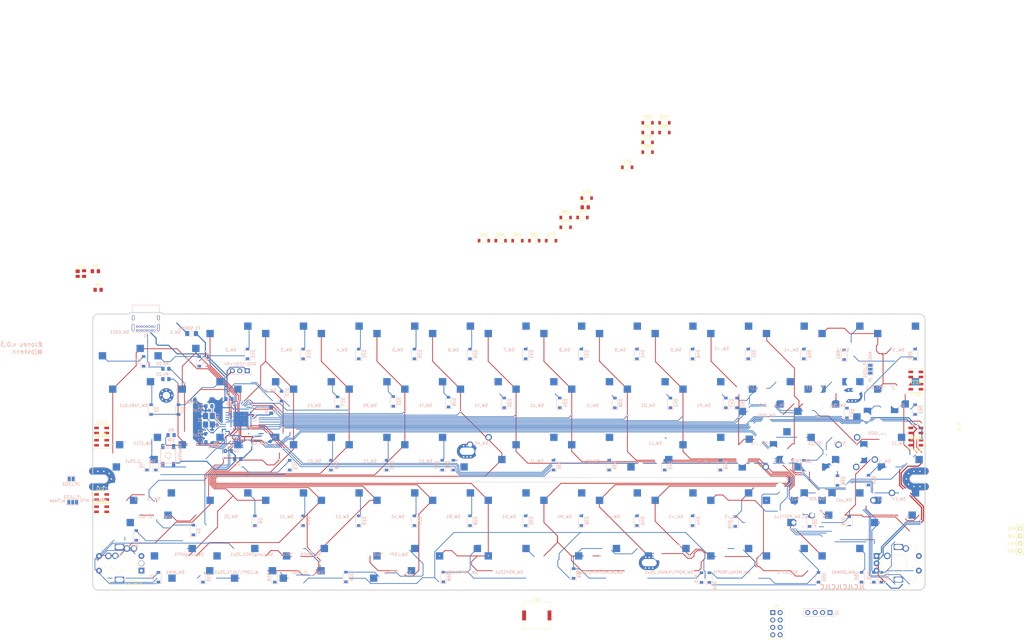
<source format=kicad_pcb>
(kicad_pcb (version 20171130) (host pcbnew "(5.1.6-0-10_14)")
  (title_block (title Jones) (rev v.0.2) (company @jpskenn))
  (layers (0 F.Cu signal) (31 B.Cu signal) (34 B.Paste user) (35 F.Paste user) (36 B.SilkS user) (37 F.SilkS user) (38 B.Mask user) (39 F.Mask user) (44 Edge.Cuts user))
  (net 0 "")
  (net 1 "Net-(D1-Pad2)")
  (net 2 "Net-(D2-Pad2)")
  (net 3 "Net-(D3-Pad2)")
  (net 4 "Net-(D4-Pad2)")
  (net 5 "Net-(D6-Pad2)")
  (net 6 "Net-(D7-Pad2)")
  (net 7 "Net-(D8-Pad2)")
  (net 8 "Net-(D9-Pad2)")
  (net 9 "Net-(D10-Pad2)")
  (net 10 "Net-(D11-Pad2)")
  (net 11 "Net-(D12-Pad2)")
  (net 12 "Net-(D13-Pad2)")
  (net 13 "Net-(D14-Pad2)")
  (net 14 "Net-(D16-Pad2)")
  (net 15 "Net-(D17-Pad2)")
  (net 16 "Net-(D18-Pad2)")
  (net 17 "Net-(D19-Pad2)")
  (net 18 "Net-(D20-Pad2)")
  (net 19 "Net-(D21-Pad2)")
  (net 20 "Net-(D22-Pad2)")
  (net 21 "Net-(D23-Pad2)")
  (net 22 "Net-(D24-Pad2)")
  (net 23 "Net-(D25-Pad2)")
  (net 24 "Net-(D26-Pad2)")
  (net 25 "Net-(D27-Pad2)")
  (net 26 "Net-(D28-Pad2)")
  (net 27 "Net-(D29-Pad2)")
  (net 28 "Net-(D30-Pad2)")
  (net 29 "Net-(D31-Pad2)")
  (net 30 "Net-(D32-Pad2)")
  (net 31 "Net-(D33-Pad2)")
  (net 32 "Net-(D34-Pad2)")
  (net 33 "Net-(D35-Pad2)")
  (net 34 "Net-(D36-Pad2)")
  (net 35 "Net-(D37-Pad2)")
  (net 36 "Net-(D38-Pad2)")
  (net 37 "Net-(D39-Pad2)")
  (net 38 "Net-(D40-Pad2)")
  (net 39 "Net-(D41-Pad2)")
  (net 40 "Net-(D42-Pad2)")
  (net 41 "Net-(D43-Pad2)")
  (net 42 "Net-(D44-Pad2)")
  (net 43 "Net-(D45-Pad2)")
  (net 44 "Net-(D46-Pad2)")
  (net 45 "Net-(D47-Pad2)")
  (net 46 "Net-(D48-Pad2)")
  (net 47 "Net-(D49-Pad2)")
  (net 48 "Net-(D50-Pad2)")
  (net 49 "Net-(D51-Pad2)")
  (net 50 "Net-(D52-Pad2)")
  (net 51 "Net-(D53-Pad2)")
  (net 52 "Net-(D54-Pad2)")
  (net 53 "Net-(D55-Pad2)")
  (net 54 "Net-(D56-Pad2)")
  (net 55 "Net-(D57-Pad2)")
  (net 56 "Net-(D58-Pad2)")
  (net 57 "Net-(D59-Pad2)")
  (net 58 "Net-(D60-Pad2)")
  (net 59 "Net-(D61-Pad2)")
  (net 60 "Net-(D62-Pad2)")
  (net 61 "Net-(D63-Pad2)")
  (net 62 ROW0)
  (net 63 ROW1)
  (net 64 ROW2)
  (net 65 ROW3)
  (net 66 ROW4)
  (net 67 COL1)
  (net 68 +5V)
  (net 69 COL2)
  (net 70 COL8)
  (net 71 COL10)
  (net 72 COL11)
  (net 73 COL12)
  (net 74 COL0)
  (net 75 GND)
  (net 76 VCC)
  (net 77 D-)
  (net 78 D+)
  (net 79 "Net-(D15-Pad2)")
  (net 80 "Net-(C2-Pad1)")
  (net 81 "Net-(C3-Pad1)")
  (net 82 "Net-(R5-Pad2)")
  (net 83 "Net-(R6-Pad2)")
  (net 84 "Net-(C6-Pad1)")
  (net 85 "Net-(LED1-Pad1)")
  (net 86 Reserve_PD5)
  (net 87 "Net-(D64-Pad2)")
  (net 88 "Net-(D67-Pad2)")
  (net 89 "Net-(D68-Pad2)")
  (net 90 "Net-(D69-Pad2)")
  (net 91 "Net-(D70-Pad2)")
  (net 92 Reserve_PD1-SDA)
  (net 93 Reserve_PD0-SCL)
  (net 94 LED_TAPE)
  (net 95 "Net-(J4-Pad1)")
  (net 96 "Net-(D71-Pad2)")
  (net 97 "Net-(D71-Pad3)")
  (net 98 "Net-(J1-PadA5)")
  (net 99 "Net-(J1-PadB5)")
  (net 100 pin7)
  (net 101 pin8)
  (net 102 pin9)
  (net 103 pin10)
  (net 104 pin11)
  (net 105 RE2_2)
  (net 106 pin6)
  (net 107 pin2)
  (net 108 pin3)
  (net 109 pin4)
  (net 110 pin5)
  (net 111 pin1)
  (net 112 RE1_2)
  (net 113 RE2_1)
  (net 114 "Net-(D72-Pad1)")
  (net 115 "Net-(D73-Pad1)")
  (net 116 "Net-(D74-Pad1)")
  (net 117 "Net-(D75-Pad1)")
  (net 118 "Net-(D76-Pad1)")
  (net 119 "Net-(D77-Pad1)")
  (net 120 "Net-(D78-Pad1)")
  (net 121 "Net-(D79-Pad1)")
  (net 122 "Net-(D80-Pad1)")
  (net 123 "Net-(D81-Pad1)")
  (net 124 "Net-(D82-Pad1)")
  (net 125 "Net-(D83-Pad1)")
  (net 126 "Net-(D84-Pad1)")
  (net 127 RE1_1)
  (net 128 "Net-(D86-Pad1)")
  (net 129 Reserve_PF0)
  (net 130 "Net-(J3-Pad2)")
  (net 131 "Net-(JP_LED1-Pad3)")
  (net 132 "Net-(JP_LED1-Pad2)")
  (net 133 "Net-(JP_LED1-Pad1)")
  (net 134 "Net-(JP_LED2-Pad1)")
  (net 135 "Net-(JP_LED3-Pad3)")
  (net 136 "Net-(LED3-Pad1)")
  (net 137 "Net-(LED5-Pad1)")
  (net 138 "Net-(LED7-Pad1)")
  (net 139 SDA)
  (net 140 SCL)
  (net 141 AUDIO)
  (net 142 RE1_B)
  (net 143 RE1_A)
  (net 144 RE2_B)
  (net 145 RE2_A)
  (net 146 Reserve_PF4)
  (net 147 Reserve_PF5)
  (net 148 Reserve_PF6)
  (net 149 Reserve_PF1)
  (net 150 LED_R2)
  (net 151 LED_R3)
  (net 152 "Net-(LED6-Pad1)")
  (module LED_SMD:LED_SK6812MINI_PLCC4_3.5x3.5mm_P1.75mm (layer F.Cu) (at 304.45 47.45004 180)
    (fp_text reference LED2 (at 0 -2.75) (layer F.SilkS))
    (fp_text value SK6812MINI)
    (fp_text user 1 (at -3.5 -0.875) (layer F.SilkS))
    (pad 3 smd rect (at 1.75 0.875 180) (size 1.6 0.85) (layers F.Cu F.Paste F.Mask) (net 85 "Net-(LED1-Pad1)"))
    (pad 4 smd rect (at 1.75 -0.875 180) (size 1.6 0.85) (layers F.Cu F.Paste F.Mask) (net 68 +5V))
    (pad 2 smd rect (at -1.75 0.875 180) (size 1.6 0.85) (layers F.Cu F.Paste F.Mask) (net 75 GND))
    (pad 1 smd rect (at -1.75 -0.875 180) (size 1.6 0.85) (layers F.Cu F.Paste F.Mask) (net 131 "Net-(JP_LED1-Pad3)"))
  )
  (module MX_Alps_Hybrid:MXOnly-1U-NoLED (layer F.Cu) (at 298.47616 107.9754)
    (fp_text reference SW_RIGHT1)
    (fp_text value SW_Push)
    (pad 2 thru_hole circle (at 2.54 -5.08) (size 2.25 2.25) (drill 1.47) (layers *.Cu B.Mask) (net 112 RE1_2))
    (pad "" np_thru_hole circle (at 0 0) (size 3.9878 3.9878) (drill 3.9878) (layers *.Cu *.Mask))
    (pad 1 thru_hole circle (at -3.81 -2.54) (size 2.25 2.25) (drill 1.47) (layers *.Cu B.Mask) (net 127 RE1_1))
    (pad "" np_thru_hole circle (at -5.08 0 48.0996) (size 1.75 1.75) (drill 1.75) (layers *.Cu *.Mask))
    (pad "" np_thru_hole circle (at 5.08 0 48.0996) (size 1.75 1.75) (drill 1.75) (layers *.Cu *.Mask))
  )
  (module Rotary_Encoder:RotaryEncoder_Alps_EC11E-Switch_Vertical_H20mm (layer F.Cu) (at 290.975407 105.467964)
    (fp_text reference SW_RE1 hide)
    (fp_text value Rotary_Encoder_Switch)
    (pad A thru_hole rect (at 0 0) (size 2 2) (drill 1) (layers *.Cu *.Mask) (net 143 RE1_A))
    (pad C thru_hole circle (at 0 2.5) (size 2 2) (drill 1) (layers *.Cu *.Mask) (net 75 GND))
    (pad B thru_hole circle (at 0 5) (size 2 2) (drill 1) (layers *.Cu *.Mask) (net 142 RE1_B))
    (pad MP thru_hole rect (at 7.5 -3.1) (size 3.2 2) (drill oval 2.8 1.5) (layers *.Cu *.Mask))
    (pad MP thru_hole rect (at 7.5 8.1) (size 3.2 2) (drill oval 2.8 1.5) (layers *.Cu *.Mask))
    (pad S2 thru_hole circle (at 14.5 0) (size 2 2) (drill 1) (layers *.Cu *.Mask) (net 112 RE1_2))
    (pad S1 thru_hole circle (at 14.5 5) (size 2 2) (drill 1) (layers *.Cu *.Mask) (net 127 RE1_1))
  )
  (module locallib:60_Outline-Modded_SmallHole (layer F.Cu) (at 165.1 69.85)
    (fp_text reference REF** hide)
    (fp_text value 60_Outline hide)
    (fp_line (start 140.5 -47.3) (end -118.3 -47.3) (layer Edge.Cuts) (width 0.3))
    (fp_line (start -142.5 45.3) (end -142.5 10.6) (layer Edge.Cuts) (width 0.3))
    (fp_line (start -142.5 10.6) (end -138.7 10.6) (layer Edge.Cuts) (width 0.3))
    (fp_line (start -138.7 7.8) (end -142.5 7.8) (layer Edge.Cuts) (width 0.3))
    (fp_line (start -142.5 7.8) (end -142.5 -45.3) (layer Edge.Cuts) (width 0.3))
    (fp_line (start 142.5 10.6) (end 142.5 45.3) (layer Edge.Cuts) (width 0.3))
    (fp_line (start 142.5 7.8) (end 142.5 -45.3) (layer Edge.Cuts) (width 0.3))
    (fp_line (start 138.7 10.6) (end 142.5 10.6) (layer Edge.Cuts) (width 0.3))
    (fp_line (start 138.7 7.8) (end 142.5 7.8) (layer Edge.Cuts) (width 0.3))
    (fp_line (start -142.5 6.54905) (end -138.7 6.54905) (layer F.Cu) (width 2.5019))
    (fp_line (start -142.5 6.54905) (end -138.7 6.54905) (layer B.Cu) (width 2.5019))
    (fp_line (start -142.5 11.85095) (end -138.7 11.85095) (layer B.Cu) (width 2.5019))
    (fp_line (start -142.5 11.85095) (end -138.7 11.85095) (layer F.Cu) (width 2.5019))
    (fp_line (start 138.7 11.85095) (end 142.55 11.85095) (layer F.Cu) (width 2.5019))
    (fp_line (start 138.7 6.54905) (end 142.5 6.54905) (layer B.Cu) (width 2.5019))
    (fp_line (start 138.7 6.54905) (end 142.5 6.54905) (layer F.Cu) (width 2.5019))
    (fp_line (start 138.7 11.85095) (end 142.55 11.85095) (layer B.Cu) (width 2.5019))
    (fp_line (start -129.8 -47.8) (end -118.8 -47.8) (layer Edge.Cuts) (width 0.3))
    (fp_line (start -140.5 -47.3) (end -130.3 -47.3) (layer Edge.Cuts) (width 0.3))
    (fp_arc (start -140.5 -45.3) (end -142.5 -45.3) (angle 90) (layer Edge.Cuts) (width 0.3))
    (fp_arc (start -140.5 45.3) (end -140.5 47.3) (angle 90) (layer Edge.Cuts) (width 0.3))
    (fp_arc (start 140.5 45.3) (end 142.5 45.3) (angle 90) (layer Edge.Cuts) (width 0.3))
    (fp_arc (start 140.5 -45.3) (end 140.5 -47.3) (angle 90) (layer Edge.Cuts) (width 0.3))
    (fp_arc (start -138.7 9.2) (end -138.7 7.8) (angle 90) (layer Edge.Cuts) (width 0.3))
    (fp_arc (start 138.7 9.2) (end 138.7 7.8) (angle -90) (layer Edge.Cuts) (width 0.3))
    (fp_arc (start 138.7 9.2) (end 137.3 9.2) (angle -90) (layer Edge.Cuts) (width 0.3))
    (fp_arc (start -138.7 9.2) (end -137.3 9.2) (angle 90) (layer Edge.Cuts) (width 0.3))
    (fp_arc (start -138.7 9.2) (end -136.04905 9.2) (angle 90) (layer F.Cu) (width 2.5019))
    (fp_arc (start -138.7 9.2) (end -138.7 6.54905) (angle 90) (layer F.Cu) (width 2.5019))
    (fp_arc (start -138.7 9.2) (end -136.04905 9.2) (angle 90) (layer B.Cu) (width 2.5019))
    (fp_arc (start -138.7 9.2) (end -138.7 6.54905) (angle 90) (layer B.Cu) (width 2.5019))
    (fp_arc (start 138.7 9.2) (end 138.7 6.54905) (angle -90) (layer B.Cu) (width 2.5019))
    (fp_arc (start 138.7 9.2) (end 136.04905 9.2) (angle -90) (layer B.Cu) (width 2.5019))
    (fp_arc (start 138.7 9.2) (end 138.7 6.54905) (angle -90) (layer F.Cu) (width 2.5019))
    (fp_arc (start 138.7 9.2) (end 136.04905 9.2) (angle -90) (layer F.Cu) (width 2.5019))
    (fp_arc (start -130.3 -47.8) (end -129.8 -47.8) (angle 90) (layer Edge.Cuts) (width 0.3))
    (fp_arc (start -118.3 -47.8) (end -118.3 -47.3) (angle 90) (layer Edge.Cuts) (width 0.3))
    (pad 1 thru_hole circle (at 136.861522 11.038478) (size 1 1) (drill 0.5) (layers *.Cu *.Mask))
    (pad 1 thru_hole circle (at 138.7 11.8) (size 1 1) (drill 0.5) (layers *.Cu *.Mask))
    (pad 1 thru_hole circle (at 140.742035 11.8) (size 1 1) (drill 0.5) (layers *.Cu *.Mask))
    (pad 1 thru_hole circle (at 140.742035 6.6) (size 1 1) (drill 0.5) (layers *.Cu *.Mask))
    (pad 1 thru_hole circle (at 138.7 6.6) (size 1 1) (drill 0.5) (layers *.Cu *.Mask))
    (pad 1 thru_hole circle (at 136.861522 7.361522) (size 1 1) (drill 0.5) (layers *.Cu *.Mask))
    (pad 1 thru_hole circle (at 136.1 9.2) (size 1 1) (drill 0.5) (layers *.Cu *.Mask))
    (pad 1 thru_hole circle (at -140.742035 11.8) (size 1 1) (drill 0.5) (layers *.Cu *.Mask))
    (pad 1 thru_hole circle (at -140.742035 6.6) (size 1 1) (drill 0.5) (layers *.Cu *.Mask))
    (pad 1 thru_hole circle (at -136.861522 11.038478) (size 1 1) (drill 0.5) (layers *.Cu *.Mask))
    (pad 1 thru_hole circle (at -136.861522 7.361522) (size 1 1) (drill 0.5) (layers *.Cu *.Mask))
    (pad 1 thru_hole circle (at -138.7 11.8) (size 1 1) (drill 0.5) (layers *.Cu *.Mask))
    (pad 1 thru_hole circle (at -138.7 6.6) (size 1 1) (drill 0.5) (layers *.Cu *.Mask))
    (pad 1 thru_hole circle (at -136.1 9.2) (size 1 1) (drill 0.5) (layers *.Cu *.Mask))
    (pad 1 thru_hole circle (at -13.1 1.6) (size 1 1) (drill 0.5) (layers *.Cu *.Mask))
    (pad 1 thru_hole circle (at -15.5 1.6) (size 1 1) (drill 0.5) (layers *.Cu *.Mask))
    (pad 1 thru_hole circle (at -14.3 1.6) (size 1 1) (drill 0.5) (layers *.Cu *.Mask))
    (pad 1 thru_hole circle (at -15.5 -2.15) (size 1 1) (drill 0.5) (layers *.Cu *.Mask))
    (pad 1 thru_hole circle (at -13.1 -2.15) (size 1 1) (drill 0.5) (layers *.Cu *.Mask))
    (pad 1 thru_hole circle (at -14.3 -2.15) (size 1 1) (drill 0.5) (layers *.Cu *.Mask))
    (pad 1 thru_hole circle (at 49.2 39.75) (size 1 1) (drill 0.5) (layers *.Cu *.Mask))
    (pad 1 thru_hole circle (at 46.8 39.75) (size 1 1) (drill 0.5) (layers *.Cu *.Mask))
    (pad 1 thru_hole circle (at 46.85 36.05) (size 1 1) (drill 0.5) (layers *.Cu *.Mask))
    (pad 1 thru_hole circle (at 49.25 36.05) (size 1 1) (drill 0.5) (layers *.Cu *.Mask))
    (pad 1 thru_hole circle (at 48 39.75) (size 1 1) (drill 0.5) (layers *.Cu *.Mask))
    (pad 1 thru_hole circle (at 48.05 36.05) (size 1 1) (drill 0.5) (layers *.Cu *.Mask))
    (pad 1 thru_hole circle (at 118.75 -21.267) (size 1 1) (drill 0.5) (layers *.Cu *.Mask))
    (pad 1 thru_hole circle (at 116.35 -21.25) (size 1 1) (drill 0.5) (layers *.Cu *.Mask))
    (pad 1 thru_hole circle (at 116.35 -17.55) (size 1 1) (drill 0.5) (layers *.Cu *.Mask))
    (pad 1 thru_hole circle (at 118.75 -17.55) (size 1 1) (drill 0.5) (layers *.Cu *.Mask))
    (pad 1 thru_hole circle (at 117.55 -17.55) (size 1 1) (drill 0.5) (layers *.Cu *.Mask))
    (pad 1 thru_hole circle (at 117.55 -21.25) (size 1 1) (drill 0.5) (layers *.Cu *.Mask))
    (pad 1 thru_hole circle (at -116.05 -18.05) (size 1 1) (drill 0.5) (layers *.Cu *.Mask))
    (pad 1 thru_hole circle (at -118.65 -18.1) (size 1 1) (drill 0.5) (layers *.Cu *.Mask))
    (pad 1 thru_hole circle (at -116.05 -20.75) (size 1 1) (drill 0.5) (layers *.Cu *.Mask))
    (pad 1 thru_hole circle (at -118.65 -20.75) (size 1 1) (drill 0.5) (layers *.Cu *.Mask))
    (pad 1 thru_hole circle (at -117.3 -17.5) (size 1 1) (drill 0.5) (layers *.Cu *.Mask))
    (pad 1 thru_hole circle (at -115.4 -19.4) (size 1 1) (drill 0.5) (layers *.Cu *.Mask))
    (pad 1 thru_hole circle (at -119.2 -19.4) (size 1 1) (drill 0.5) (layers *.Cu *.Mask))
    (pad 1 thru_hole circle (at -117.3 -21.3) (size 1 1) (drill 0.5) (layers *.Cu *.Mask))
    (pad 1 thru_hole oval (at 117.55 -19.4) (size 7.00024 5) (drill oval 5.00126 2.49936) (layers *.Cu *.Mask))
    (pad 1 thru_hole oval (at 48 37.9) (size 7.00024 5) (drill oval 5.00126 2.49936) (layers *.Cu *.Mask))
    (pad 1 thru_hole oval (at -14.3 -0.3) (size 7.00024 5) (drill oval 5.00126 2.49936) (layers *.Cu *.Mask))
    (pad 1 thru_hole circle (at -117.3 -19.4) (size 5 5) (drill 2.4994) (layers *.Cu *.Mask))
  )
  (module MX_Alps_Hybrid:MXOnly-1U-Hotswap (layer F.Cu) (at 50.825 31.77504 180)
    (fp_text reference SW_1)
    (fp_text value SW_Push)
    (fp_text user %R (at 0 3.048) (layer B.SilkS) (effects (justify mirror)))
    (pad 2 smd rect (at 5.842 -5.08 180) (size 2.55 2.5) (layers B.Cu B.Paste B.Mask) (net 5 "Net-(D6-Pad2)"))
    (pad 1 smd rect (at -7.085 -2.54 180) (size 2.55 2.5) (layers B.Cu B.Paste B.Mask) (net 114 "Net-(D72-Pad1)"))
    (pad "" np_thru_hole circle (at 5.08 0 228.0996) (size 1.75 1.75) (drill 1.75) (layers *.Cu *.Mask))
    (pad "" np_thru_hole circle (at -5.08 0 228.0996) (size 1.75 1.75) (drill 1.75) (layers *.Cu *.Mask))
    (pad "" np_thru_hole circle (at -3.81 -2.54 180) (size 3 3) (drill 3) (layers *.Cu *.Mask))
    (pad "" np_thru_hole circle (at 0 0 180) (size 3.9878 3.9878) (drill 3.9878) (layers *.Cu *.Mask))
    (pad "" np_thru_hole circle (at 2.54 -5.08 180) (size 3 3) (drill 3) (layers *.Cu *.Mask))
  )
  (module Crystal:Crystal_SMD_3225-4Pin_3.2x2.5mm_HandSoldering (layer B.Cu) (at 62.382 58.953 270)
    (fp_text reference Y1 (at 0 3.132 270) (layer B.SilkS) (effects (justify mirror)))
    (fp_text value 16MHz (at 0 -3.05 90) (layer B.SilkS) (effects (justify mirror)))
    (pad 1 smd rect (at -1.45 -1.15 270) (size 2.1 1.8) (layers B.Cu B.Paste B.Mask) (net 80 "Net-(C2-Pad1)"))
    (pad 2 smd rect (at 1.45 -1.15 270) (size 2.1 1.8) (layers B.Cu B.Paste B.Mask) (net 75 GND))
    (pad 3 smd rect (at 1.45 1.15 270) (size 2.1 1.8) (layers B.Cu B.Paste B.Mask) (net 81 "Net-(C3-Pad1)"))
    (pad 4 smd rect (at -1.45 1.15 270) (size 2.1 1.8) (layers B.Cu B.Paste B.Mask) (net 75 GND))
  )
  (module SMK_ai03_RandomKeyboardParts:D_SOD-123-Pretty (layer B.Cu) (at 106.451 52.603 90)
    (fp_text reference D17 (at 0 2 90) (layer B.SilkS) (effects (justify mirror)))
    (fp_text value D)
    (pad 2 smd rect (at 1.65 0 90) (size 0.9 1.2) (layers B.Cu B.Paste B.Mask) (net 15 "Net-(D17-Pad2)"))
    (pad 1 smd rect (at -1.65 0 90) (size 0.9 1.2) (layers B.Cu B.Paste B.Mask) (net 101 pin8))
  )
  (module SMK_ai03_RandomKeyboardParts:D_SOD-123-Pretty (layer B.Cu) (at 40.03 38.76 90)
    (fp_text reference D1 (at 0 -2.032 90) (layer B.SilkS) (effects (justify mirror)))
    (fp_text value D)
    (pad 2 smd rect (at 1.65 0 90) (size 0.9 1.2) (layers B.Cu B.Paste B.Mask) (net 1 "Net-(D1-Pad2)"))
    (pad 1 smd rect (at -1.65 0 90) (size 0.9 1.2) (layers B.Cu B.Paste B.Mask) (net 100 pin7))
  )
  (module SMK_ai03_RandomKeyboardParts:D_SOD-123-Pretty (layer B.Cu) (at 59.08 38.76 90)
    (fp_text reference D6 (at 0 2 90) (layer B.SilkS) (effects (justify mirror)))
    (fp_text value D)
    (pad 2 smd rect (at 1.65 0 90) (size 0.9 1.2) (layers B.Cu B.Paste B.Mask) (net 5 "Net-(D6-Pad2)"))
    (pad 1 smd rect (at -1.65 0 90) (size 0.9 1.2) (layers B.Cu B.Paste B.Mask) (net 100 pin7))
  )
  (module SMK_ai03_RandomKeyboardParts:D_SOD-123-Pretty (layer B.Cu) (at 75.59 36.22 90)
    (fp_text reference D11 (at 0 2 90) (layer B.SilkS) (effects (justify mirror)))
    (fp_text value D)
    (pad 2 smd rect (at 1.65 0 90) (size 0.9 1.2) (layers B.Cu B.Paste B.Mask) (net 10 "Net-(D11-Pad2)"))
    (pad 1 smd rect (at -1.65 0 90) (size 0.9 1.2) (layers B.Cu B.Paste B.Mask) (net 100 pin7))
  )
  (module SMK_ai03_RandomKeyboardParts:D_SOD-123-Pretty (layer B.Cu) (at 94.64 36.22 90)
    (fp_text reference D16 (at 0 2 90) (layer B.SilkS) (effects (justify mirror)))
    (fp_text value D)
    (pad 2 smd rect (at 1.65 0 90) (size 0.9 1.2) (layers B.Cu B.Paste B.Mask) (net 14 "Net-(D16-Pad2)"))
    (pad 1 smd rect (at -1.65 0 90) (size 0.9 1.2) (layers B.Cu B.Paste B.Mask) (net 100 pin7))
  )
  (module SMK_ai03_RandomKeyboardParts:D_SOD-123-Pretty (layer B.Cu) (at 113.69 36.22 90)
    (fp_text reference D21 (at 0 2 90) (layer B.SilkS) (effects (justify mirror)))
    (fp_text value D)
    (pad 2 smd rect (at 1.65 0 90) (size 0.9 1.2) (layers B.Cu B.Paste B.Mask) (net 19 "Net-(D21-Pad2)"))
    (pad 1 smd rect (at -1.65 0 90) (size 0.9 1.2) (layers B.Cu B.Paste B.Mask) (net 100 pin7))
  )
  (module SMK_ai03_RandomKeyboardParts:D_SOD-123-Pretty (layer B.Cu) (at 132.74 36.22 90)
    (fp_text reference D25 (at 0 2 90) (layer B.SilkS) (effects (justify mirror)))
    (fp_text value D)
    (pad 2 smd rect (at 1.65 0 90) (size 0.9 1.2) (layers B.Cu B.Paste B.Mask) (net 23 "Net-(D25-Pad2)"))
    (pad 1 smd rect (at -1.65 0 90) (size 0.9 1.2) (layers B.Cu B.Paste B.Mask) (net 100 pin7))
  )
  (module SMK_ai03_RandomKeyboardParts:D_SOD-123-Pretty (layer B.Cu) (at 151.79 36.22 90)
    (fp_text reference D29 (at 0 2 90) (layer B.SilkS) (effects (justify mirror)))
    (fp_text value D)
    (pad 2 smd rect (at 1.65 0 90) (size 0.9 1.2) (layers B.Cu B.Paste B.Mask) (net 27 "Net-(D29-Pad2)"))
    (pad 1 smd rect (at -1.65 0 90) (size 0.9 1.2) (layers B.Cu B.Paste B.Mask) (net 106 pin6))
  )
  (module SMK_ai03_RandomKeyboardParts:D_SOD-123-Pretty (layer B.Cu) (at 170.84 36.22 90)
    (fp_text reference D33 (at 0 2 90) (layer B.SilkS) (effects (justify mirror)))
    (fp_text value D)
    (pad 2 smd rect (at 1.65 0 90) (size 0.9 1.2) (layers B.Cu B.Paste B.Mask) (net 31 "Net-(D33-Pad2)"))
    (pad 1 smd rect (at -1.65 0 90) (size 0.9 1.2) (layers B.Cu B.Paste B.Mask) (net 106 pin6))
  )
  (module SMK_ai03_RandomKeyboardParts:D_SOD-123-Pretty (layer B.Cu) (at 189.89 36.22 90)
    (fp_text reference D37 (at 0 2 90) (layer B.SilkS) (effects (justify mirror)))
    (fp_text value D)
    (pad 2 smd rect (at 1.65 0 90) (size 0.9 1.2) (layers B.Cu B.Paste B.Mask) (net 35 "Net-(D37-Pad2)"))
    (pad 1 smd rect (at -1.65 0 90) (size 0.9 1.2) (layers B.Cu B.Paste B.Mask) (net 106 pin6))
  )
  (module SMK_ai03_RandomKeyboardParts:D_SOD-123-Pretty (layer B.Cu) (at 208.94 36.22 90)
    (fp_text reference D41 (at 0 2 90) (layer B.SilkS) (effects (justify mirror)))
    (fp_text value D)
    (pad 2 smd rect (at 1.65 0 90) (size 0.9 1.2) (layers B.Cu B.Paste B.Mask) (net 39 "Net-(D41-Pad2)"))
    (pad 1 smd rect (at -1.65 0 90) (size 0.9 1.2) (layers B.Cu B.Paste B.Mask) (net 106 pin6))
  )
  (module SMK_ai03_RandomKeyboardParts:D_SOD-123-Pretty (layer B.Cu) (at 227.99 36.22 90)
    (fp_text reference D46 (at 0 2 90) (layer B.SilkS) (effects (justify mirror)))
    (fp_text value D)
    (pad 2 smd rect (at 1.65 0 90) (size 0.9 1.2) (layers B.Cu B.Paste B.Mask) (net 44 "Net-(D46-Pad2)"))
    (pad 1 smd rect (at -1.65 0 90) (size 0.9 1.2) (layers B.Cu B.Paste B.Mask) (net 106 pin6))
  )
  (module SMK_ai03_RandomKeyboardParts:D_SOD-123-Pretty (layer B.Cu) (at 247.04 36.22 90)
    (fp_text reference D51 (at 0 2 90) (layer B.SilkS) (effects (justify mirror)))
    (fp_text value D)
    (pad 2 smd rect (at 1.65 0 90) (size 0.9 1.2) (layers B.Cu B.Paste B.Mask) (net 49 "Net-(D51-Pad2)"))
    (pad 1 smd rect (at -1.65 0 90) (size 0.9 1.2) (layers B.Cu B.Paste B.Mask) (net 111 pin1))
  )
  (module SMK_ai03_RandomKeyboardParts:D_SOD-123-Pretty (layer B.Cu) (at 266.09 36.22 90)
    (fp_text reference D56 (at 0 2 90) (layer B.SilkS) (effects (justify mirror)))
    (fp_text value D)
    (pad 2 smd rect (at 1.65 0 90) (size 0.9 1.2) (layers B.Cu B.Paste B.Mask) (net 54 "Net-(D56-Pad2)"))
    (pad 1 smd rect (at -1.65 0 90) (size 0.9 1.2) (layers B.Cu B.Paste B.Mask) (net 111 pin1))
  )
  (module SMK_ai03_RandomKeyboardParts:D_SOD-123-Pretty (layer B.Cu) (at 279.9 36.5 90)
    (fp_text reference D61 (at -0.1 -2 90) (layer B.SilkS) (effects (justify mirror)))
    (fp_text value D)
    (pad 2 smd rect (at 1.65 0 90) (size 0.9 1.2) (layers B.Cu B.Paste B.Mask) (net 59 "Net-(D61-Pad2)"))
    (pad 1 smd rect (at -1.65 0 90) (size 0.9 1.2) (layers B.Cu B.Paste B.Mask) (net 111 pin1))
  )
  (module SMK_ai03_RandomKeyboardParts:D_SOD-123-Pretty (layer B.Cu) (at 277.6 79.6 90)
    (fp_text reference D58 (at 0 2 90) (layer B.SilkS) (effects (justify mirror)))
    (fp_text value D)
    (pad 2 smd rect (at 1.65 0 90) (size 0.9 1.2) (layers B.Cu B.Paste B.Mask) (net 56 "Net-(D58-Pad2)"))
    (pad 1 smd rect (at -1.65 0 90) (size 0.9 1.2) (layers B.Cu B.Paste B.Mask) (net 108 pin3))
  )
  (module SMK_ai03_RandomKeyboardParts:D_SOD-123-Pretty (layer B.Cu) (at 42.57 55.27 90)
    (fp_text reference D2 (at 0 2 90) (layer B.SilkS) (effects (justify mirror)))
    (fp_text value D)
    (pad 1 smd rect (at -1.65 0 90) (size 0.9 1.2) (layers B.Cu B.Paste B.Mask) (net 101 pin8))
    (pad 2 smd rect (at 1.65 0 90) (size 0.9 1.2) (layers B.Cu B.Paste B.Mask) (net 2 "Net-(D2-Pad2)"))
  )
  (module SMK_ai03_RandomKeyboardParts:D_SOD-123-Pretty (layer B.Cu) (at 51.968 55.27 90)
    (fp_text reference D7 (at 0 2 90) (layer B.SilkS) (effects (justify mirror)))
    (fp_text value D)
    (pad 1 smd rect (at -1.65 0 90) (size 0.9 1.2) (layers B.Cu B.Paste B.Mask) (net 101 pin8))
    (pad 2 smd rect (at 1.65 0 90) (size 0.9 1.2) (layers B.Cu B.Paste B.Mask) (net 6 "Net-(D7-Pad2)"))
  )
  (module SMK_ai03_RandomKeyboardParts:D_SOD-123-Pretty (layer B.Cu) (at 87.274 50.698 90)
    (fp_text reference D12 (at 1.397 1.905 90) (layer B.SilkS) (effects (justify mirror)))
    (fp_text value D)
    (pad 2 smd rect (at 1.65 0 90) (size 0.9 1.2) (layers B.Cu B.Paste B.Mask) (net 11 "Net-(D12-Pad2)"))
    (pad 1 smd rect (at -1.65 0 90) (size 0.9 1.2) (layers B.Cu B.Paste B.Mask) (net 101 pin8))
  )
  (module SMK_ai03_RandomKeyboardParts:D_SOD-123-Pretty (layer B.Cu) (at 125.501 52.476 90)
    (fp_text reference D22 (at 0 2 90) (layer B.SilkS) (effects (justify mirror)))
    (fp_text value D)
    (pad 1 smd rect (at -1.65 0 90) (size 0.9 1.2) (layers B.Cu B.Paste B.Mask) (net 101 pin8))
    (pad 2 smd rect (at 1.65 0 90) (size 0.9 1.2) (layers B.Cu B.Paste B.Mask) (net 20 "Net-(D22-Pad2)"))
  )
  (module SMK_ai03_RandomKeyboardParts:D_SOD-123-Pretty (layer B.Cu) (at 144.424 52.73 90)
    (fp_text reference D26 (at 0 2 90) (layer B.SilkS) (effects (justify mirror)))
    (fp_text value D)
    (pad 2 smd rect (at 1.65 0 90) (size 0.9 1.2) (layers B.Cu B.Paste B.Mask) (net 24 "Net-(D26-Pad2)"))
    (pad 1 smd rect (at -1.65 0 90) (size 0.9 1.2) (layers B.Cu B.Paste B.Mask) (net 101 pin8))
  )
  (module SMK_ai03_RandomKeyboardParts:D_SOD-123-Pretty (layer B.Cu) (at 163.474 52.984 90)
    (fp_text reference D30 (at 0 2 90) (layer B.SilkS) (effects (justify mirror)))
    (fp_text value D)
    (pad 2 smd rect (at 1.65 0 90) (size 0.9 1.2) (layers B.Cu B.Paste B.Mask) (net 28 "Net-(D30-Pad2)"))
    (pad 1 smd rect (at -1.65 0 90) (size 0.9 1.2) (layers B.Cu B.Paste B.Mask) (net 100 pin7))
  )
  (module SMK_ai03_RandomKeyboardParts:D_SOD-123-Pretty (layer B.Cu) (at 182.524 52.984 90)
    (fp_text reference D34 (at 0 2 90) (layer B.SilkS) (effects (justify mirror)))
    (fp_text value D)
    (pad 2 smd rect (at 1.65 0 90) (size 0.9 1.2) (layers B.Cu B.Paste B.Mask) (net 32 "Net-(D34-Pad2)"))
    (pad 1 smd rect (at -1.65 0 90) (size 0.9 1.2) (layers B.Cu B.Paste B.Mask) (net 107 pin2))
  )
  (module SMK_ai03_RandomKeyboardParts:D_SOD-123-Pretty (layer B.Cu) (at 201.4 53 90)
    (fp_text reference D38 (at 0 2 90) (layer B.SilkS) (effects (justify mirror)))
    (fp_text value D)
    (pad 2 smd rect (at 1.65 0 90) (size 0.9 1.2) (layers B.Cu B.Paste B.Mask) (net 36 "Net-(D38-Pad2)"))
    (pad 1 smd rect (at -1.65 0 90) (size 0.9 1.2) (layers B.Cu B.Paste B.Mask) (net 100 pin7))
  )
  (module SMK_ai03_RandomKeyboardParts:D_SOD-123-Pretty (layer B.Cu) (at 220.4 53 90)
    (fp_text reference D42 (at 0 2 90) (layer B.SilkS) (effects (justify mirror)))
    (fp_text value D)
    (pad 2 smd rect (at 1.65 0 90) (size 0.9 1.2) (layers B.Cu B.Paste B.Mask) (net 40 "Net-(D42-Pad2)"))
    (pad 1 smd rect (at -1.65 0 90) (size 0.9 1.2) (layers B.Cu B.Paste B.Mask) (net 100 pin7))
  )
  (module SMK_ai03_RandomKeyboardParts:D_SOD-123-Pretty (layer B.Cu) (at 239.4 53 90)
    (fp_text reference D47 (at 0 2 90) (layer B.SilkS) (effects (justify mirror)))
    (fp_text value D)
    (pad 2 smd rect (at 1.65 0 90) (size 0.9 1.2) (layers B.Cu B.Paste B.Mask) (net 45 "Net-(D47-Pad2)"))
    (pad 1 smd rect (at -1.65 0 90) (size 0.9 1.2) (layers B.Cu B.Paste B.Mask) (net 100 pin7))
  )
  (module SMK_ai03_RandomKeyboardParts:D_SOD-123-Pretty (layer B.Cu) (at 243.2 53 90)
    (fp_text reference D52 (at 0 2 90) (layer B.SilkS) (effects (justify mirror)))
    (fp_text value D)
    (pad 2 smd rect (at 1.65 0 90) (size 0.9 1.2) (layers B.Cu B.Paste B.Mask) (net 50 "Net-(D52-Pad2)"))
    (pad 1 smd rect (at -1.65 0 90) (size 0.9 1.2) (layers B.Cu B.Paste B.Mask) (net 107 pin2))
  )
  (module SMK_ai03_RandomKeyboardParts:D_SOD-123-Pretty (layer B.Cu) (at 280.85 56.45 90)
    (fp_text reference D57 (at 0 2 90) (layer B.SilkS) (effects (justify mirror)))
    (fp_text value D)
    (pad 2 smd rect (at 1.65 0 90) (size 0.9 1.2) (layers B.Cu B.Paste B.Mask) (net 55 "Net-(D57-Pad2)"))
    (pad 1 smd rect (at -1.65 0 90) (size 0.9 1.2) (layers B.Cu B.Paste B.Mask) (net 107 pin2))
  )
  (module SMK_ai03_RandomKeyboardParts:D_SOD-123-Pretty (layer B.Cu) (at 304.19 36.22 90)
    (fp_text reference D62 (at -0.52948 -1.79 90) (layer B.SilkS) (effects (justify mirror)))
    (fp_text value D)
    (pad 2 smd rect (at 1.65 0 90) (size 0.9 1.2) (layers B.Cu B.Paste B.Mask) (net 60 "Net-(D62-Pad2)"))
    (pad 1 smd rect (at -1.65 0 90) (size 0.9 1.2) (layers B.Cu B.Paste B.Mask) (net 111 pin1))
  )
  (module SMK_ai03_RandomKeyboardParts:D_SOD-123-Pretty (layer B.Cu) (at 41.173 74.32 90)
    (fp_text reference D3 (at 0 -1.905 90) (layer B.SilkS) (effects (justify mirror)))
    (fp_text value D)
    (pad 2 smd rect (at 1.65 0 90) (size 0.9 1.2) (layers B.Cu B.Paste B.Mask) (net 3 "Net-(D3-Pad2)"))
    (pad 1 smd rect (at -1.65 0 90) (size 0.9 1.2) (layers B.Cu B.Paste B.Mask) (net 102 pin9))
  )
  (module SMK_ai03_RandomKeyboardParts:D_SOD-123-Pretty (layer B.Cu) (at 44.221 74.32 90)
    (fp_text reference D8 (at 0 2 90) (layer B.SilkS) (effects (justify mirror)))
    (fp_text value D)
    (pad 2 smd rect (at 1.65 0 90) (size 0.9 1.2) (layers B.Cu B.Paste B.Mask) (net 7 "Net-(D8-Pad2)"))
    (pad 1 smd rect (at -1.65 0 90) (size 0.9 1.2) (layers B.Cu B.Paste B.Mask) (net 102 pin9))
  )
  (module SMK_ai03_RandomKeyboardParts:D_SOD-123-Pretty (layer B.Cu) (at 90.068 74.32 90)
    (fp_text reference D13 (at 0 2 90) (layer B.SilkS) (effects (justify mirror)))
    (fp_text value D)
    (pad 2 smd rect (at 1.65 0 90) (size 0.9 1.2) (layers B.Cu B.Paste B.Mask) (net 12 "Net-(D13-Pad2)"))
    (pad 1 smd rect (at -1.65 0 90) (size 0.9 1.2) (layers B.Cu B.Paste B.Mask) (net 102 pin9))
  )
  (module SMK_ai03_RandomKeyboardParts:D_SOD-123-Pretty (layer B.Cu) (at 104.165 74.32 90)
    (fp_text reference D18 (at 0 2 90) (layer B.SilkS) (effects (justify mirror)))
    (fp_text value D)
    (pad 2 smd rect (at 1.65 0 90) (size 0.9 1.2) (layers B.Cu B.Paste B.Mask) (net 16 "Net-(D18-Pad2)"))
    (pad 1 smd rect (at -1.65 0 90) (size 0.9 1.2) (layers B.Cu B.Paste B.Mask) (net 102 pin9))
  )
  (module SMK_ai03_RandomKeyboardParts:D_SOD-123-Pretty (layer B.Cu) (at 123.215 74.32 90)
    (fp_text reference D23 (at 0 2 90) (layer B.SilkS) (effects (justify mirror)))
    (fp_text value D)
    (pad 1 smd rect (at -1.65 0 90) (size 0.9 1.2) (layers B.Cu B.Paste B.Mask) (net 102 pin9))
    (pad 2 smd rect (at 1.65 0 90) (size 0.9 1.2) (layers B.Cu B.Paste B.Mask) (net 21 "Net-(D23-Pad2)"))
  )
  (module SMK_ai03_RandomKeyboardParts:D_SOD-123-Pretty (layer B.Cu) (at 142.265 74.32 90)
    (fp_text reference D27 (at 0 -1.905 90) (layer B.SilkS) (effects (justify mirror)))
    (fp_text value D)
    (pad 1 smd rect (at -1.65 0 90) (size 0.9 1.2) (layers B.Cu B.Paste B.Mask) (net 102 pin9))
    (pad 2 smd rect (at 1.65 0 90) (size 0.9 1.2) (layers B.Cu B.Paste B.Mask) (net 25 "Net-(D27-Pad2)"))
  )
  (module SMK_ai03_RandomKeyboardParts:D_SOD-123-Pretty (layer B.Cu) (at 146.075 74.32 90)
    (fp_text reference D31 (at 0 -1.905 90) (layer B.SilkS) (effects (justify mirror)))
    (fp_text value D)
    (pad 1 smd rect (at -1.65 0 90) (size 0.9 1.2) (layers B.Cu B.Paste B.Mask) (net 101 pin8))
    (pad 2 smd rect (at 1.65 0 90) (size 0.9 1.2) (layers B.Cu B.Paste B.Mask) (net 29 "Net-(D31-Pad2)"))
  )
  (module SMK_ai03_RandomKeyboardParts:D_SOD-123-Pretty (layer B.Cu) (at 180.365 74.32 90)
    (fp_text reference D35 (at 0 2 90) (layer B.SilkS) (effects (justify mirror)))
    (fp_text value D)
    (pad 1 smd rect (at -1.65 0 90) (size 0.9 1.2) (layers B.Cu B.Paste B.Mask) (net 108 pin3))
    (pad 2 smd rect (at 1.65 0 90) (size 0.9 1.2) (layers B.Cu B.Paste B.Mask) (net 33 "Net-(D35-Pad2)"))
  )
  (module SMK_ai03_RandomKeyboardParts:D_SOD-123-Pretty (layer B.Cu) (at 199.415 74.32 90)
    (fp_text reference D39 (at 0 2 90) (layer B.SilkS) (effects (justify mirror)))
    (fp_text value D)
    (pad 1 smd rect (at -1.65 0 90) (size 0.9 1.2) (layers B.Cu B.Paste B.Mask) (net 102 pin9))
    (pad 2 smd rect (at 1.65 0 90) (size 0.9 1.2) (layers B.Cu B.Paste B.Mask) (net 37 "Net-(D39-Pad2)"))
  )
  (module SMK_ai03_RandomKeyboardParts:D_SOD-123-Pretty (layer B.Cu) (at 218.465 74.32 90)
    (fp_text reference D43 (at 0 2 90) (layer B.SilkS) (effects (justify mirror)))
    (fp_text value D)
    (pad 1 smd rect (at -1.65 0 90) (size 0.9 1.2) (layers B.Cu B.Paste B.Mask) (net 101 pin8))
    (pad 2 smd rect (at 1.65 0 90) (size 0.9 1.2) (layers B.Cu B.Paste B.Mask) (net 41 "Net-(D43-Pad2)"))
  )
  (module SMK_ai03_RandomKeyboardParts:D_SOD-123-Pretty (layer B.Cu) (at 237.515 74.32 90)
    (fp_text reference D48 (at 0 2 90) (layer B.SilkS) (effects (justify mirror)))
    (fp_text value D)
    (pad 1 smd rect (at -1.65 0 90) (size 0.9 1.2) (layers B.Cu B.Paste B.Mask) (net 101 pin8))
    (pad 2 smd rect (at 1.65 0 90) (size 0.9 1.2) (layers B.Cu B.Paste B.Mask) (net 46 "Net-(D48-Pad2)"))
  )
  (module SMK_ai03_RandomKeyboardParts:D_SOD-123-Pretty (layer B.Cu) (at 266.09 74.32 90)
    (fp_text reference D53 (at 0 2 90) (layer B.SilkS) (effects (justify mirror)))
    (fp_text value D)
    (pad 1 smd rect (at -1.65 0 90) (size 0.9 1.2) (layers B.Cu B.Paste B.Mask) (net 108 pin3))
    (pad 2 smd rect (at 1.65 0 90) (size 0.9 1.2) (layers B.Cu B.Paste B.Mask) (net 51 "Net-(D53-Pad2)"))
  )
  (module SMK_ai03_RandomKeyboardParts:D_SOD-123-Pretty (layer B.Cu) (at 304.19 55.27 90)
    (fp_text reference D63 (at 0 2 90) (layer B.SilkS) (effects (justify mirror)))
    (fp_text value D)
    (pad 1 smd rect (at -1.65 0 90) (size 0.9 1.2) (layers B.Cu B.Paste B.Mask) (net 107 pin2))
    (pad 2 smd rect (at 1.65 0 90) (size 0.9 1.2) (layers B.Cu B.Paste B.Mask) (net 61 "Net-(D63-Pad2)"))
  )
  (module SMK_ai03_RandomKeyboardParts:D_SOD-123-Pretty (layer B.Cu) (at 57.04628 96.54948 90)
    (fp_text reference D4 (at -0.3 1.9 90) (layer B.SilkS) (effects (justify mirror)))
    (fp_text value D)
    (pad 1 smd rect (at -1.65 0 90) (size 0.9 1.2) (layers B.Cu B.Paste B.Mask) (net 103 pin10))
    (pad 2 smd rect (at 1.65 0 90) (size 0.9 1.2) (layers B.Cu B.Paste B.Mask) (net 4 "Net-(D4-Pad2)"))
  )
  (module SMK_ai03_RandomKeyboardParts:D_SOD-123-Pretty (layer B.Cu) (at 78.13 93.37 90)
    (fp_text reference D9 (at 0 2 90) (layer B.SilkS) (effects (justify mirror)))
    (fp_text value D)
    (pad 1 smd rect (at -1.65 0 90) (size 0.9 1.2) (layers B.Cu B.Paste B.Mask) (net 103 pin10))
    (pad 2 smd rect (at 1.65 0 90) (size 0.9 1.2) (layers B.Cu B.Paste B.Mask) (net 8 "Net-(D9-Pad2)"))
  )
  (module SMK_ai03_RandomKeyboardParts:D_SOD-123-Pretty (layer B.Cu) (at 94.64 93.37 90)
    (fp_text reference D14 (at 0 2 90) (layer B.SilkS) (effects (justify mirror)))
    (fp_text value D)
    (pad 1 smd rect (at -1.65 0 90) (size 0.9 1.2) (layers B.Cu B.Paste B.Mask) (net 103 pin10))
    (pad 2 smd rect (at 1.65 0 90) (size 0.9 1.2) (layers B.Cu B.Paste B.Mask) (net 13 "Net-(D14-Pad2)"))
  )
  (module SMK_ai03_RandomKeyboardParts:D_SOD-123-Pretty (layer B.Cu) (at 113.69 93.37 90)
    (fp_text reference D19 (at 0 2 90) (layer B.SilkS) (effects (justify mirror)))
    (fp_text value D)
    (pad 1 smd rect (at -1.65 0 90) (size 0.9 1.2) (layers B.Cu B.Paste B.Mask) (net 103 pin10))
    (pad 2 smd rect (at 1.65 0 90) (size 0.9 1.2) (layers B.Cu B.Paste B.Mask) (net 17 "Net-(D19-Pad2)"))
  )
  (module SMK_ai03_RandomKeyboardParts:D_SOD-123-Pretty (layer B.Cu) (at 132.74 93.37 90)
    (fp_text reference D24 (at 0 2 90) (layer B.SilkS) (effects (justify mirror)))
    (fp_text value D)
    (pad 1 smd rect (at -1.65 0 90) (size 0.9 1.2) (layers B.Cu B.Paste B.Mask) (net 103 pin10))
    (pad 2 smd rect (at 1.65 0 90) (size 0.9 1.2) (layers B.Cu B.Paste B.Mask) (net 22 "Net-(D24-Pad2)"))
  )
  (module SMK_ai03_RandomKeyboardParts:D_SOD-123-Pretty (layer B.Cu) (at 151.79 93.37 90)
    (fp_text reference D28 (at 0 2 90) (layer B.SilkS) (effects (justify mirror)))
    (fp_text value D)
    (pad 1 smd rect (at -1.65 0 90) (size 0.9 1.2) (layers B.Cu B.Paste B.Mask) (net 103 pin10))
    (pad 2 smd rect (at 1.65 0 90) (size 0.9 1.2) (layers B.Cu B.Paste B.Mask) (net 26 "Net-(D28-Pad2)"))
  )
  (module SMK_ai03_RandomKeyboardParts:D_SOD-123-Pretty (layer B.Cu) (at 170.84 93.37 90)
    (fp_text reference D32 (at 0 2 90) (layer B.SilkS) (effects (justify mirror)))
    (fp_text value D)
    (pad 1 smd rect (at -1.65 0 90) (size 0.9 1.2) (layers B.Cu B.Paste B.Mask) (net 102 pin9))
    (pad 2 smd rect (at 1.65 0 90) (size 0.9 1.2) (layers B.Cu B.Paste B.Mask) (net 30 "Net-(D32-Pad2)"))
  )
  (module SMK_ai03_RandomKeyboardParts:D_SOD-123-Pretty (layer B.Cu) (at 189.89 93.37 90)
    (fp_text reference D36 (at 0 2 90) (layer B.SilkS) (effects (justify mirror)))
    (fp_text value D)
    (pad 1 smd rect (at -1.65 0 90) (size 0.9 1.2) (layers B.Cu B.Paste B.Mask) (net 109 pin4))
    (pad 2 smd rect (at 1.65 0 90) (size 0.9 1.2) (layers B.Cu B.Paste B.Mask) (net 34 "Net-(D36-Pad2)"))
  )
  (module SMK_ai03_RandomKeyboardParts:D_SOD-123-Pretty (layer B.Cu) (at 208.94 93.37 90)
    (fp_text reference D40 (at 0 2 90) (layer B.SilkS) (effects (justify mirror)))
    (fp_text value D)
    (pad 1 smd rect (at -1.65 0 90) (size 0.9 1.2) (layers B.Cu B.Paste B.Mask) (net 103 pin10))
    (pad 2 smd rect (at 1.65 0 90) (size 0.9 1.2) (layers B.Cu B.Paste B.Mask) (net 38 "Net-(D40-Pad2)"))
  )
  (module SMK_ai03_RandomKeyboardParts:D_SOD-123-Pretty (layer B.Cu) (at 227.99 93.37 90)
    (fp_text reference D44 (at 0 2 90) (layer B.SilkS) (effects (justify mirror)))
    (fp_text value D)
    (pad 1 smd rect (at -1.65 0 90) (size 0.9 1.2) (layers B.Cu B.Paste B.Mask) (net 103 pin10))
    (pad 2 smd rect (at 1.65 0 90) (size 0.9 1.2) (layers B.Cu B.Paste B.Mask) (net 42 "Net-(D44-Pad2)"))
  )
  (module SMK_ai03_RandomKeyboardParts:D_SOD-123-Pretty (layer B.Cu) (at 242.595 93.624 90)
    (fp_text reference D49 (at -1.016 -1.905 90) (layer B.SilkS) (effects (justify mirror)))
    (fp_text value D)
    (pad 1 smd rect (at -1.65 0 90) (size 0.9 1.2) (layers B.Cu B.Paste B.Mask) (net 102 pin9))
    (pad 2 smd rect (at 1.65 0 90) (size 0.9 1.2) (layers B.Cu B.Paste B.Mask) (net 47 "Net-(D49-Pad2)"))
  )
  (module SMK_ai03_RandomKeyboardParts:D_SOD-123-Pretty (layer B.Cu) (at 268.05 93.65 90)
    (fp_text reference D54 (at -0.55 1.95 90) (layer B.SilkS) (effects (justify mirror)))
    (fp_text value D)
    (pad 1 smd rect (at -1.65 0 90) (size 0.9 1.2) (layers B.Cu B.Paste B.Mask) (net 109 pin4))
    (pad 2 smd rect (at 1.65 0 90) (size 0.9 1.2) (layers B.Cu B.Paste B.Mask) (net 52 "Net-(D54-Pad2)"))
  )
  (module SMK_ai03_RandomKeyboardParts:D_SOD-123-Pretty (layer B.Cu) (at 281.65 93.65 90)
    (fp_text reference D59 (at 0 -2.032 90) (layer B.SilkS) (effects (justify mirror)))
    (fp_text value D)
    (pad 1 smd rect (at -1.65 0 90) (size 0.9 1.2) (layers B.Cu B.Paste B.Mask) (net 109 pin4))
    (pad 2 smd rect (at 1.65 0 90) (size 0.9 1.2) (layers B.Cu B.Paste B.Mask) (net 57 "Net-(D59-Pad2)"))
  )
  (module SMK_ai03_RandomKeyboardParts:D_SOD-123-Pretty (layer B.Cu) (at 45.11 112.7375 90)
    (fp_text reference D5 (at 0 -2.032 90) (layer B.SilkS) (effects (justify mirror)))
    (fp_text value D)
    (pad 1 smd rect (at -1.65 0 90) (size 0.9 1.2) (layers B.Cu B.Paste B.Mask) (net 104 pin11))
    (pad 2 smd rect (at 1.65 0 90) (size 0.9 1.2) (layers B.Cu B.Paste B.Mask) (net 105 RE2_2))
  )
  (module SMK_ai03_RandomKeyboardParts:D_SOD-123-Pretty (layer B.Cu) (at 60.35 112.7375 90)
    (fp_text reference D10 (at 0 2 90) (layer B.SilkS) (effects (justify mirror)))
    (fp_text value D)
    (pad 1 smd rect (at -1.65 0 90) (size 0.9 1.2) (layers B.Cu B.Paste B.Mask) (net 104 pin11))
    (pad 2 smd rect (at 1.65 0 90) (size 0.9 1.2) (layers B.Cu B.Paste B.Mask) (net 9 "Net-(D10-Pad2)"))
  )
  (module SMK_ai03_RandomKeyboardParts:D_SOD-123-Pretty (layer B.Cu) (at 84.95625 112.7375 90)
    (fp_text reference D15 (at 0.0635 -2.00025 90) (layer B.SilkS) (effects (justify mirror)))
    (fp_text value D)
    (pad 1 smd rect (at -1.65 0 90) (size 0.9 1.2) (layers B.Cu B.Paste B.Mask) (net 104 pin11))
    (pad 2 smd rect (at 1.65 0 90) (size 0.9 1.2) (layers B.Cu B.Paste B.Mask) (net 79 "Net-(D15-Pad2)"))
  )
  (module SMK_ai03_RandomKeyboardParts:D_SOD-123-Pretty (layer B.Cu) (at 109.3 112.65 90)
    (fp_text reference D20 (at 0 2 90) (layer B.SilkS) (effects (justify mirror)))
    (fp_text value D)
    (pad 1 smd rect (at -1.65 0 90) (size 0.9 1.2) (layers B.Cu B.Paste B.Mask) (net 104 pin11))
    (pad 2 smd rect (at 1.65 0 90) (size 0.9 1.2) (layers B.Cu B.Paste B.Mask) (net 18 "Net-(D20-Pad2)"))
  )
  (module SMK_ai03_RandomKeyboardParts:D_SOD-123-Pretty (layer B.Cu) (at 231.05 112.85 90)
    (fp_text reference D45 (at -0.35 -1.85 90) (layer B.SilkS) (effects (justify mirror)))
    (fp_text value D)
    (pad 1 smd rect (at -1.65 0 90) (size 0.9 1.2) (layers B.Cu B.Paste B.Mask) (net 104 pin11))
    (pad 2 smd rect (at 1.65 0 90) (size 0.9 1.2) (layers B.Cu B.Paste B.Mask) (net 43 "Net-(D45-Pad2)"))
  )
  (module SMK_ai03_RandomKeyboardParts:D_SOD-123-Pretty (layer B.Cu) (at 285.85 112.7375 90)
    (fp_text reference D60 (at 0.5375 -1.85 90) (layer B.SilkS) (effects (justify mirror)))
    (fp_text value D)
    (pad 1 smd rect (at -1.65 0 90) (size 0.9 1.2) (layers B.Cu B.Paste B.Mask) (net 110 pin5))
    (pad 2 smd rect (at 1.65 0 90) (size 0.9 1.2) (layers B.Cu B.Paste B.Mask) (net 58 "Net-(D60-Pad2)"))
  )
  (module SMK_ai03_RandomKeyboardParts:D_SOD-123-Pretty (layer B.Cu) (at 292.65 112.7375 90)
    (fp_text reference D65 (at 0.5715 2 90) (layer B.SilkS) (effects (justify mirror)))
    (fp_text value D)
    (pad 2 smd rect (at 1.65 0 90) (size 0.9 1.2) (layers B.Cu B.Paste B.Mask) (net 112 RE1_2))
    (pad 1 smd rect (at -1.65 0 90) (size 0.9 1.2) (layers B.Cu B.Paste B.Mask) (net 110 pin5))
  )
  (module Fuse:Fuse_1206_3216Metric_Pad1.42x1.75mm_HandSolder (layer B.Cu) (at 56.45 29.235 180)
    (fp_text reference F1 (at -2.05 1.835) (layer B.SilkS) (effects (justify mirror)))
    (fp_text value 500mA (at 1.95 1.835) (layer B.SilkS) (effects (justify mirror)))
    (pad 1 smd roundrect (at -1.4875 0 180) (size 1.425 1.75) (layers B.Cu B.Paste B.Mask) (roundrect_rratio 0.175439) (net 68 +5V))
    (pad 2 smd roundrect (at 1.4875 0 180) (size 1.425 1.75) (layers B.Cu B.Paste B.Mask) (roundrect_rratio 0.175439) (net 76 VCC))
  )
  (module SMK_ai03_RandomKeyboardParts:SKQG-1155865 (layer B.Cu) (at 48.44386 71.06587 270)
    (fp_text reference ResetSW1 (at -0.762 -4.064 90) (layer B.SilkS) (effects (justify mirror)))
    (fp_text value 5.2x5.2mm)
    (pad 1 smd rect (at 3.1 -1.85 270) (size 1.8 1.1) (layers B.Cu B.Paste B.Mask) (net 75 GND))
    (pad 2 smd rect (at -3.1 1.85 270) (size 1.8 1.1) (layers B.Cu B.Paste B.Mask) (net 82 "Net-(R5-Pad2)"))
    (pad 3 smd rect (at 3.1 1.85 270) (size 1.8 1.1) (layers B.Cu B.Paste B.Mask))
    (pad 4 smd rect (at -3.1 -1.85 270) (size 1.8 1.1) (layers B.Cu B.Paste B.Mask))
  )
  (module SMK_ai03_RandomKeyboardParts:D_SOD-123-Pretty (layer B.Cu) (at 233.75 112.85 90)
    (fp_text reference D50 (at -2.75 1.85 90) (layer B.SilkS) (effects (justify mirror)))
    (fp_text value D)
    (pad 1 smd rect (at -1.65 0 90) (size 0.9 1.2) (layers B.Cu B.Paste B.Mask) (net 110 pin5))
    (pad 2 smd rect (at 1.65 0 90) (size 0.9 1.2) (layers B.Cu B.Paste B.Mask) (net 48 "Net-(D50-Pad2)"))
  )
  (module SMK_ai03_RandomKeyboardParts:D_SOD-123-Pretty (layer B.Cu) (at 271.1 112.75 90)
    (fp_text reference D55 (at 0 2 90) (layer B.SilkS) (effects (justify mirror)))
    (fp_text value D)
    (pad 2 smd rect (at 1.65 0 90) (size 0.9 1.2) (layers B.Cu B.Paste B.Mask) (net 53 "Net-(D55-Pad2)"))
    (pad 1 smd rect (at -1.65 0 90) (size 0.9 1.2) (layers B.Cu B.Paste B.Mask) (net 110 pin5))
  )
  (module LED_SMD:LED_SK6812MINI_PLCC4_3.5x3.5mm_P1.75mm (layer F.Cu) (at 25.65 62.45004)
    (fp_text reference LED5 (at 0 -2.75) (layer F.SilkS))
    (fp_text value SK6812MINI)
    (pad 1 smd rect (at -1.75 -0.875) (size 1.6 0.85) (layers F.Cu F.Paste F.Mask) (net 137 "Net-(LED5-Pad1)"))
    (pad 2 smd rect (at -1.75 0.875) (size 1.6 0.85) (layers F.Cu F.Paste F.Mask) (net 75 GND))
    (pad 4 smd rect (at 1.75 -0.875) (size 1.6 0.85) (layers F.Cu F.Paste F.Mask) (net 68 +5V))
    (pad 3 smd rect (at 1.75 0.875) (size 1.6 0.85) (layers F.Cu F.Paste F.Mask) (net 134 "Net-(JP_LED2-Pad1)"))
  )
  (module LED_SMD:LED_SK6812MINI_PLCC4_3.5x3.5mm_P1.75mm (layer F.Cu) (at 25.65 66.65004)
    (fp_text reference LED6 (at 0 -2.75) (layer F.SilkS))
    (fp_text value SK6812MINI)
    (pad 3 smd rect (at 1.75 0.875) (size 1.6 0.85) (layers F.Cu F.Paste F.Mask) (net 137 "Net-(LED5-Pad1)"))
    (pad 4 smd rect (at 1.75 -0.875) (size 1.6 0.85) (layers F.Cu F.Paste F.Mask) (net 68 +5V))
    (pad 2 smd rect (at -1.75 0.875) (size 1.6 0.85) (layers F.Cu F.Paste F.Mask) (net 75 GND))
    (pad 1 smd rect (at -1.75 -0.875) (size 1.6 0.85) (layers F.Cu F.Paste F.Mask) (net 152 "Net-(LED6-Pad1)"))
  )
  (module MX_Alps_Hybrid:MXOnly-1U-Hotswap (layer F.Cu) (at 31.775 31.77504 180)
    (fp_text reference SW_ESC1)
    (fp_text value SW_Push)
    (fp_text user %R (at 0 3.048) (layer B.SilkS) (effects (justify mirror)))
    (pad "" np_thru_hole circle (at 2.54 -5.08 180) (size 3 3) (drill 3) (layers *.Cu *.Mask))
    (pad "" np_thru_hole circle (at 0 0 180) (size 3.9878 3.9878) (drill 3.9878) (layers *.Cu *.Mask))
    (pad "" np_thru_hole circle (at -3.81 -2.54 180) (size 3 3) (drill 3) (layers *.Cu *.Mask))
    (pad "" np_thru_hole circle (at -5.08 0 228.0996) (size 1.75 1.75) (drill 1.75) (layers *.Cu *.Mask))
    (pad "" np_thru_hole circle (at 5.08 0 228.0996) (size 1.75 1.75) (drill 1.75) (layers *.Cu *.Mask))
    (pad 1 smd rect (at -7.085 -2.54 180) (size 2.55 2.5) (layers B.Cu B.Paste B.Mask) (net 113 RE2_1))
    (pad 2 smd rect (at 5.842 -5.08 180) (size 2.55 2.5) (layers B.Cu B.Paste B.Mask) (net 1 "Net-(D1-Pad2)"))
  )
  (module MX_Alps_Hybrid:MXOnly-1U-Hotswap (layer F.Cu) (at 60.35 50.82512)
    (fp_text reference SW_Q1)
    (fp_text value SW_Push)
    (fp_text user %R (at -4.064 1.90488) (layer B.SilkS) (effects (justify mirror)))
    (pad 2 smd rect (at 5.842 -5.08) (size 2.55 2.5) (layers B.Cu B.Paste B.Mask) (net 6 "Net-(D7-Pad2)"))
    (pad 1 smd rect (at -7.085 -2.54) (size 2.55 2.5) (layers B.Cu B.Paste B.Mask) (net 115 "Net-(D73-Pad1)"))
    (pad "" np_thru_hole circle (at 5.08 0 48.0996) (size 1.75 1.75) (drill 1.75) (layers *.Cu *.Mask))
    (pad "" np_thru_hole circle (at -5.08 0 48.0996) (size 1.75 1.75) (drill 1.75) (layers *.Cu *.Mask))
    (pad "" np_thru_hole circle (at -3.81 -2.54) (size 3 3) (drill 3) (layers *.Cu *.Mask))
    (pad "" np_thru_hole circle (at 0 0) (size 3.9878 3.9878) (drill 3.9878) (layers *.Cu *.Mask))
    (pad "" np_thru_hole circle (at 2.54 -5.08) (size 3 3) (drill 3) (layers *.Cu *.Mask))
  )
  (module MX_Alps_Hybrid:MXOnly-1U-Hotswap (layer F.Cu) (at 60.35 69.8752)
    (fp_text reference SW_A1)
    (fp_text value SW_Push)
    (fp_text user %R (at 3.81 -1.9048) (layer B.SilkS) (effects (justify mirror)))
    (pad "" np_thru_hole circle (at 2.54 -5.08) (size 3 3) (drill 3) (layers *.Cu *.Mask))
    (pad "" np_thru_hole circle (at 0 0) (size 3.9878 3.9878) (drill 3.9878) (layers *.Cu *.Mask))
    (pad "" np_thru_hole circle (at -3.81 -2.54) (size 3 3) (drill 3) (layers *.Cu *.Mask))
    (pad "" np_thru_hole circle (at -5.08 0 48.0996) (size 1.75 1.75) (drill 1.75) (layers *.Cu *.Mask))
    (pad "" np_thru_hole circle (at 5.08 0 48.0996) (size 1.75 1.75) (drill 1.75) (layers *.Cu *.Mask))
    (pad 1 smd rect (at -7.085 -2.54) (size 2.55 2.5) (layers B.Cu B.Paste B.Mask) (net 115 "Net-(D73-Pad1)"))
    (pad 2 smd rect (at 5.842 -5.08) (size 2.55 2.5) (layers B.Cu B.Paste B.Mask) (net 7 "Net-(D8-Pad2)"))
  )
  (module MX_Alps_Hybrid:MXOnly-1U-Hotswap (layer F.Cu) (at 69.875 88.92528)
    (fp_text reference SW_Z1)
    (fp_text value SW_Push)
    (fp_text user %R (at 0 3.048) (layer B.SilkS) (effects (justify mirror)))
    (pad "" np_thru_hole circle (at 2.54 -5.08) (size 3 3) (drill 3) (layers *.Cu *.Mask))
    (pad "" np_thru_hole circle (at 0 0) (size 3.9878 3.9878) (drill 3.9878) (layers *.Cu *.Mask))
    (pad "" np_thru_hole circle (at -3.81 -2.54) (size 3 3) (drill 3) (layers *.Cu *.Mask))
    (pad "" np_thru_hole circle (at -5.08 0 48.0996) (size 1.75 1.75) (drill 1.75) (layers *.Cu *.Mask))
    (pad "" np_thru_hole circle (at 5.08 0 48.0996) (size 1.75 1.75) (drill 1.75) (layers *.Cu *.Mask))
    (pad 1 smd rect (at -7.085 -2.54) (size 2.55 2.5) (layers B.Cu B.Paste B.Mask) (net 115 "Net-(D73-Pad1)"))
    (pad 2 smd rect (at 5.842 -5.08) (size 2.55 2.5) (layers B.Cu B.Paste B.Mask) (net 8 "Net-(D9-Pad2)"))
  )
  (module MX_Alps_Hybrid:MXOnly-1U-Hotswap (layer F.Cu) (at 69.875 31.77504)
    (fp_text reference SW_2)
    (fp_text value SW_Push)
    (fp_text user %R (at 0 3.048) (layer B.SilkS) (effects (justify mirror)))
    (pad "" np_thru_hole circle (at 2.54 -5.08) (size 3 3) (drill 3) (layers *.Cu *.Mask))
    (pad "" np_thru_hole circle (at 0 0) (size 3.9878 3.9878) (drill 3.9878) (layers *.Cu *.Mask))
    (pad "" np_thru_hole circle (at -3.81 -2.54) (size 3 3) (drill 3) (layers *.Cu *.Mask))
    (pad "" np_thru_hole circle (at -5.08 0 48.0996) (size 1.75 1.75) (drill 1.75) (layers *.Cu *.Mask))
    (pad "" np_thru_hole circle (at 5.08 0 48.0996) (size 1.75 1.75) (drill 1.75) (layers *.Cu *.Mask))
    (pad 1 smd rect (at -7.085 -2.54) (size 2.55 2.5) (layers B.Cu B.Paste B.Mask) (net 115 "Net-(D73-Pad1)"))
    (pad 2 smd rect (at 5.842 -5.08) (size 2.55 2.5) (layers B.Cu B.Paste B.Mask) (net 10 "Net-(D11-Pad2)"))
  )
  (module MX_Alps_Hybrid:MXOnly-1U-Hotswap (layer F.Cu) (at 79.4 50.82512)
    (fp_text reference SW_W1)
    (fp_text value SW_Push)
    (fp_text user %R (at 3.556 -2.15912) (layer B.SilkS) (effects (justify mirror)))
    (pad 2 smd rect (at 5.842 -5.08) (size 2.55 2.5) (layers B.Cu B.Paste B.Mask) (net 11 "Net-(D12-Pad2)"))
    (pad 1 smd rect (at -7.085 -2.54) (size 2.55 2.5) (layers B.Cu B.Paste B.Mask) (net 116 "Net-(D74-Pad1)"))
    (pad "" np_thru_hole circle (at 5.08 0 48.0996) (size 1.75 1.75) (drill 1.75) (layers *.Cu *.Mask))
    (pad "" np_thru_hole circle (at -5.08 0 48.0996) (size 1.75 1.75) (drill 1.75) (layers *.Cu *.Mask))
    (pad "" np_thru_hole circle (at -3.81 -2.54) (size 3 3) (drill 3) (layers *.Cu *.Mask))
    (pad "" np_thru_hole circle (at 0 0) (size 3.9878 3.9878) (drill 3.9878) (layers *.Cu *.Mask))
    (pad "" np_thru_hole circle (at 2.54 -5.08) (size 3 3) (drill 3) (layers *.Cu *.Mask))
  )
  (module MX_Alps_Hybrid:MXOnly-1U-Hotswap (layer F.Cu) (at 79.4 69.8752)
    (fp_text reference SW_S1)
    (fp_text value SW_Push)
    (fp_text user %R (at 0.1 -2.9248) (layer B.SilkS) (effects (justify mirror)))
    (pad "" np_thru_hole circle (at 2.54 -5.08) (size 3 3) (drill 3) (layers *.Cu *.Mask))
    (pad "" np_thru_hole circle (at 0 0) (size 3.9878 3.9878) (drill 3.9878) (layers *.Cu *.Mask))
    (pad "" np_thru_hole circle (at -3.81 -2.54) (size 3 3) (drill 3) (layers *.Cu *.Mask))
    (pad "" np_thru_hole circle (at -5.08 0 48.0996) (size 1.75 1.75) (drill 1.75) (layers *.Cu *.Mask))
    (pad "" np_thru_hole circle (at 5.08 0 48.0996) (size 1.75 1.75) (drill 1.75) (layers *.Cu *.Mask))
    (pad 1 smd rect (at -7.085 -2.54) (size 2.55 2.5) (layers B.Cu B.Paste B.Mask) (net 116 "Net-(D74-Pad1)"))
    (pad 2 smd rect (at 5.842 -5.08) (size 2.55 2.5) (layers B.Cu B.Paste B.Mask) (net 12 "Net-(D13-Pad2)"))
  )
  (module MX_Alps_Hybrid:MXOnly-1U-Hotswap (layer F.Cu) (at 88.925 88.92528)
    (fp_text reference SW_X1)
    (fp_text value SW_Push)
    (fp_text user %R (at 0 3.048) (layer B.SilkS) (effects (justify mirror)))
    (pad "" np_thru_hole circle (at 2.54 -5.08) (size 3 3) (drill 3) (layers *.Cu *.Mask))
    (pad "" np_thru_hole circle (at 0 0) (size 3.9878 3.9878) (drill 3.9878) (layers *.Cu *.Mask))
    (pad "" np_thru_hole circle (at -3.81 -2.54) (size 3 3) (drill 3) (layers *.Cu *.Mask))
    (pad "" np_thru_hole circle (at -5.08 0 48.0996) (size 1.75 1.75) (drill 1.75) (layers *.Cu *.Mask))
    (pad "" np_thru_hole circle (at 5.08 0 48.0996) (size 1.75 1.75) (drill 1.75) (layers *.Cu *.Mask))
    (pad 1 smd rect (at -7.085 -2.54) (size 2.55 2.5) (layers B.Cu B.Paste B.Mask) (net 116 "Net-(D74-Pad1)"))
    (pad 2 smd rect (at 5.842 -5.08) (size 2.55 2.5) (layers B.Cu B.Paste B.Mask) (net 13 "Net-(D14-Pad2)"))
  )
  (module MX_Alps_Hybrid:MXOnly-1U-Hotswap (layer F.Cu) (at 88.925 31.77504)
    (fp_text reference SW_3)
    (fp_text value SW_Push)
    (fp_text user %R (at 0 3.048) (layer B.SilkS) (effects (justify mirror)))
    (pad "" np_thru_hole circle (at 2.54 -5.08) (size 3 3) (drill 3) (layers *.Cu *.Mask))
    (pad "" np_thru_hole circle (at 0 0) (size 3.9878 3.9878) (drill 3.9878) (layers *.Cu *.Mask))
    (pad "" np_thru_hole circle (at -3.81 -2.54) (size 3 3) (drill 3) (layers *.Cu *.Mask))
    (pad "" np_thru_hole circle (at -5.08 0 48.0996) (size 1.75 1.75) (drill 1.75) (layers *.Cu *.Mask))
    (pad "" np_thru_hole circle (at 5.08 0 48.0996) (size 1.75 1.75) (drill 1.75) (layers *.Cu *.Mask))
    (pad 1 smd rect (at -7.085 -2.54) (size 2.55 2.5) (layers B.Cu B.Paste B.Mask) (net 116 "Net-(D74-Pad1)"))
    (pad 2 smd rect (at 5.842 -5.08) (size 2.55 2.5) (layers B.Cu B.Paste B.Mask) (net 14 "Net-(D16-Pad2)"))
  )
  (module MX_Alps_Hybrid:MXOnly-1U-Hotswap (layer F.Cu) (at 98.45 50.82512)
    (fp_text reference SW_E1)
    (fp_text value SW_Push)
    (fp_text user %R (at 0 3.048) (layer B.SilkS) (effects (justify mirror)))
    (pad 2 smd rect (at 5.842 -5.08) (size 2.55 2.5) (layers B.Cu B.Paste B.Mask) (net 15 "Net-(D17-Pad2)"))
    (pad 1 smd rect (at -7.085 -2.54) (size 2.55 2.5) (layers B.Cu B.Paste B.Mask) (net 117 "Net-(D75-Pad1)"))
    (pad "" np_thru_hole circle (at 5.08 0 48.0996) (size 1.75 1.75) (drill 1.75) (layers *.Cu *.Mask))
    (pad "" np_thru_hole circle (at -5.08 0 48.0996) (size 1.75 1.75) (drill 1.75) (layers *.Cu *.Mask))
    (pad "" np_thru_hole circle (at -3.81 -2.54) (size 3 3) (drill 3) (layers *.Cu *.Mask))
    (pad "" np_thru_hole circle (at 0 0) (size 3.9878 3.9878) (drill 3.9878) (layers *.Cu *.Mask))
    (pad "" np_thru_hole circle (at 2.54 -5.08) (size 3 3) (drill 3) (layers *.Cu *.Mask))
  )
  (module MX_Alps_Hybrid:MXOnly-1U-Hotswap (layer F.Cu) (at 98.45 69.8752)
    (fp_text reference SW_D1)
    (fp_text value SW_Push)
    (fp_text user %R (at 0 3.048) (layer B.SilkS) (effects (justify mirror)))
    (pad "" np_thru_hole circle (at 2.54 -5.08) (size 3 3) (drill 3) (layers *.Cu *.Mask))
    (pad "" np_thru_hole circle (at 0 0) (size 3.9878 3.9878) (drill 3.9878) (layers *.Cu *.Mask))
    (pad "" np_thru_hole circle (at -3.81 -2.54) (size 3 3) (drill 3) (layers *.Cu *.Mask))
    (pad "" np_thru_hole circle (at -5.08 0 48.0996) (size 1.75 1.75) (drill 1.75) (layers *.Cu *.Mask))
    (pad "" np_thru_hole circle (at 5.08 0 48.0996) (size 1.75 1.75) (drill 1.75) (layers *.Cu *.Mask))
    (pad 1 smd rect (at -7.085 -2.54) (size 2.55 2.5) (layers B.Cu B.Paste B.Mask) (net 117 "Net-(D75-Pad1)"))
    (pad 2 smd rect (at 5.842 -5.08) (size 2.55 2.5) (layers B.Cu B.Paste B.Mask) (net 16 "Net-(D18-Pad2)"))
  )
  (module MX_Alps_Hybrid:MXOnly-1U-Hotswap (layer F.Cu) (at 107.975 88.92528)
    (fp_text reference SW_C1)
    (fp_text value SW_Push)
    (fp_text user %R (at 0 3.048) (layer B.SilkS) (effects (justify mirror)))
    (pad "" np_thru_hole circle (at 2.54 -5.08) (size 3 3) (drill 3) (layers *.Cu *.Mask))
    (pad "" np_thru_hole circle (at 0 0) (size 3.9878 3.9878) (drill 3.9878) (layers *.Cu *.Mask))
    (pad "" np_thru_hole circle (at -3.81 -2.54) (size 3 3) (drill 3) (layers *.Cu *.Mask))
    (pad "" np_thru_hole circle (at -5.08 0 48.0996) (size 1.75 1.75) (drill 1.75) (layers *.Cu *.Mask))
    (pad "" np_thru_hole circle (at 5.08 0 48.0996) (size 1.75 1.75) (drill 1.75) (layers *.Cu *.Mask))
    (pad 1 smd rect (at -7.085 -2.54) (size 2.55 2.5) (layers B.Cu B.Paste B.Mask) (net 117 "Net-(D75-Pad1)"))
    (pad 2 smd rect (at 5.842 -5.08) (size 2.55 2.5) (layers B.Cu B.Paste B.Mask) (net 17 "Net-(D19-Pad2)"))
  )
  (module MX_Alps_Hybrid:MXOnly-1U-Hotswap (layer F.Cu) (at 107.975 31.77504)
    (fp_text reference SW_4)
    (fp_text value SW_Push)
    (fp_text user %R (at 0 3.048) (layer B.SilkS) (effects (justify mirror)))
    (pad "" np_thru_hole circle (at 2.54 -5.08) (size 3 3) (drill 3) (layers *.Cu *.Mask))
    (pad "" np_thru_hole circle (at 0 0) (size 3.9878 3.9878) (drill 3.9878) (layers *.Cu *.Mask))
    (pad "" np_thru_hole circle (at -3.81 -2.54) (size 3 3) (drill 3) (layers *.Cu *.Mask))
    (pad "" np_thru_hole circle (at -5.08 0 48.0996) (size 1.75 1.75) (drill 1.75) (layers *.Cu *.Mask))
    (pad "" np_thru_hole circle (at 5.08 0 48.0996) (size 1.75 1.75) (drill 1.75) (layers *.Cu *.Mask))
    (pad 1 smd rect (at -7.085 -2.54) (size 2.55 2.5) (layers B.Cu B.Paste B.Mask) (net 117 "Net-(D75-Pad1)"))
    (pad 2 smd rect (at 5.842 -5.08) (size 2.55 2.5) (layers B.Cu B.Paste B.Mask) (net 19 "Net-(D21-Pad2)"))
  )
  (module MX_Alps_Hybrid:MXOnly-1U-Hotswap (layer F.Cu) (at 117.5 50.82512)
    (fp_text reference SW_R1)
    (fp_text value SW_Push)
    (fp_text user %R (at 0 3.048) (layer B.SilkS) (effects (justify mirror)))
    (pad 2 smd rect (at 5.842 -5.08) (size 2.55 2.5) (layers B.Cu B.Paste B.Mask) (net 20 "Net-(D22-Pad2)"))
    (pad 1 smd rect (at -7.085 -2.54) (size 2.55 2.5) (layers B.Cu B.Paste B.Mask) (net 118 "Net-(D76-Pad1)"))
    (pad "" np_thru_hole circle (at 5.08 0 48.0996) (size 1.75 1.75) (drill 1.75) (layers *.Cu *.Mask))
    (pad "" np_thru_hole circle (at -5.08 0 48.0996) (size 1.75 1.75) (drill 1.75) (layers *.Cu *.Mask))
    (pad "" np_thru_hole circle (at -3.81 -2.54) (size 3 3) (drill 3) (layers *.Cu *.Mask))
    (pad "" np_thru_hole circle (at 0 0) (size 3.9878 3.9878) (drill 3.9878) (layers *.Cu *.Mask))
    (pad "" np_thru_hole circle (at 2.54 -5.08) (size 3 3) (drill 3) (layers *.Cu *.Mask))
  )
  (module MX_Alps_Hybrid:MXOnly-1U-Hotswap (layer F.Cu) (at 117.5 69.8752)
    (fp_text reference SW_F1)
    (fp_text value SW_Push)
    (fp_text user %R (at 0 3.048) (layer B.SilkS) (effects (justify mirror)))
    (pad "" np_thru_hole circle (at 2.54 -5.08) (size 3 3) (drill 3) (layers *.Cu *.Mask))
    (pad "" np_thru_hole circle (at 0 0) (size 3.9878 3.9878) (drill 3.9878) (layers *.Cu *.Mask))
    (pad "" np_thru_hole circle (at -3.81 -2.54) (size 3 3) (drill 3) (layers *.Cu *.Mask))
    (pad "" np_thru_hole circle (at -5.08 0 48.0996) (size 1.75 1.75) (drill 1.75) (layers *.Cu *.Mask))
    (pad "" np_thru_hole circle (at 5.08 0 48.0996) (size 1.75 1.75) (drill 1.75) (layers *.Cu *.Mask))
    (pad 1 smd rect (at -7.085 -2.54) (size 2.55 2.5) (layers B.Cu B.Paste B.Mask) (net 118 "Net-(D76-Pad1)"))
    (pad 2 smd rect (at 5.842 -5.08) (size 2.55 2.5) (layers B.Cu B.Paste B.Mask) (net 21 "Net-(D23-Pad2)"))
  )
  (module MX_Alps_Hybrid:MXOnly-1U-Hotswap (layer F.Cu) (at 127.025 88.92528)
    (fp_text reference SW_V1)
    (fp_text value SW_Push)
    (fp_text user %R (at 0 3.048) (layer B.SilkS) (effects (justify mirror)))
    (pad "" np_thru_hole circle (at 2.54 -5.08) (size 3 3) (drill 3) (layers *.Cu *.Mask))
    (pad "" np_thru_hole circle (at 0 0) (size 3.9878 3.9878) (drill 3.9878) (layers *.Cu *.Mask))
    (pad "" np_thru_hole circle (at -3.81 -2.54) (size 3 3) (drill 3) (layers *.Cu *.Mask))
    (pad "" np_thru_hole circle (at -5.08 0 48.0996) (size 1.75 1.75) (drill 1.75) (layers *.Cu *.Mask))
    (pad "" np_thru_hole circle (at 5.08 0 48.0996) (size 1.75 1.75) (drill 1.75) (layers *.Cu *.Mask))
    (pad 1 smd rect (at -7.085 -2.54) (size 2.55 2.5) (layers B.Cu B.Paste B.Mask) (net 118 "Net-(D76-Pad1)"))
    (pad 2 smd rect (at 5.842 -5.08) (size 2.55 2.5) (layers B.Cu B.Paste B.Mask) (net 22 "Net-(D24-Pad2)"))
  )
  (module MX_Alps_Hybrid:MXOnly-1U-Hotswap (layer F.Cu) (at 127.025 31.77504)
    (fp_text reference SW_5)
    (fp_text value SW_Push)
    (fp_text user %R (at 0 3.048) (layer B.SilkS) (effects (justify mirror)))
    (pad "" np_thru_hole circle (at 2.54 -5.08) (size 3 3) (drill 3) (layers *.Cu *.Mask))
    (pad "" np_thru_hole circle (at 0 0) (size 3.9878 3.9878) (drill 3.9878) (layers *.Cu *.Mask))
    (pad "" np_thru_hole circle (at -3.81 -2.54) (size 3 3) (drill 3) (layers *.Cu *.Mask))
    (pad "" np_thru_hole circle (at -5.08 0 48.0996) (size 1.75 1.75) (drill 1.75) (layers *.Cu *.Mask))
    (pad "" np_thru_hole circle (at 5.08 0 48.0996) (size 1.75 1.75) (drill 1.75) (layers *.Cu *.Mask))
    (pad 1 smd rect (at -7.085 -2.54) (size 2.55 2.5) (layers B.Cu B.Paste B.Mask) (net 118 "Net-(D76-Pad1)"))
    (pad 2 smd rect (at 5.842 -5.08) (size 2.55 2.5) (layers B.Cu B.Paste B.Mask) (net 23 "Net-(D25-Pad2)"))
  )
  (module MX_Alps_Hybrid:MXOnly-1U-Hotswap (layer F.Cu) (at 136.55 50.82512)
    (fp_text reference SW_T1)
    (fp_text value SW_Push)
    (fp_text user %R (at 0 3.048) (layer B.SilkS) (effects (justify mirror)))
    (pad 2 smd rect (at 5.842 -5.08) (size 2.55 2.5) (layers B.Cu B.Paste B.Mask) (net 24 "Net-(D26-Pad2)"))
    (pad 1 smd rect (at -7.085 -2.54) (size 2.55 2.5) (layers B.Cu B.Paste B.Mask) (net 119 "Net-(D77-Pad1)"))
    (pad "" np_thru_hole circle (at 5.08 0 48.0996) (size 1.75 1.75) (drill 1.75) (layers *.Cu *.Mask))
    (pad "" np_thru_hole circle (at -5.08 0 48.0996) (size 1.75 1.75) (drill 1.75) (layers *.Cu *.Mask))
    (pad "" np_thru_hole circle (at -3.81 -2.54) (size 3 3) (drill 3) (layers *.Cu *.Mask))
    (pad "" np_thru_hole circle (at 0 0) (size 3.9878 3.9878) (drill 3.9878) (layers *.Cu *.Mask))
    (pad "" np_thru_hole circle (at 2.54 -5.08) (size 3 3) (drill 3) (layers *.Cu *.Mask))
  )
  (module MX_Alps_Hybrid:MXOnly-1U-Hotswap (layer F.Cu) (at 136.55 69.8752)
    (fp_text reference SW_G1)
    (fp_text value SW_Push)
    (fp_text user %R (at 0 3.048) (layer B.SilkS) (effects (justify mirror)))
    (pad "" np_thru_hole circle (at 2.54 -5.08) (size 3 3) (drill 3) (layers *.Cu *.Mask))
    (pad "" np_thru_hole circle (at 0 0) (size 3.9878 3.9878) (drill 3.9878) (layers *.Cu *.Mask))
    (pad "" np_thru_hole circle (at -3.81 -2.54) (size 3 3) (drill 3) (layers *.Cu *.Mask))
    (pad "" np_thru_hole circle (at -5.08 0 48.0996) (size 1.75 1.75) (drill 1.75) (layers *.Cu *.Mask))
    (pad "" np_thru_hole circle (at 5.08 0 48.0996) (size 1.75 1.75) (drill 1.75) (layers *.Cu *.Mask))
    (pad 1 smd rect (at -7.085 -2.54) (size 2.55 2.5) (layers B.Cu B.Paste B.Mask) (net 119 "Net-(D77-Pad1)"))
    (pad 2 smd rect (at 5.842 -5.08) (size 2.55 2.5) (layers B.Cu B.Paste B.Mask) (net 25 "Net-(D27-Pad2)"))
  )
  (module MX_Alps_Hybrid:MXOnly-1U-Hotswap (layer F.Cu) (at 146.075 88.92528)
    (fp_text reference SW_B1)
    (fp_text value SW_Push)
    (fp_text user %R (at 0 3.048) (layer B.SilkS) (effects (justify mirror)))
    (pad "" np_thru_hole circle (at 2.54 -5.08) (size 3 3) (drill 3) (layers *.Cu *.Mask))
    (pad "" np_thru_hole circle (at 0 0) (size 3.9878 3.9878) (drill 3.9878) (layers *.Cu *.Mask))
    (pad "" np_thru_hole circle (at -3.81 -2.54) (size 3 3) (drill 3) (layers *.Cu *.Mask))
    (pad "" np_thru_hole circle (at -5.08 0 48.0996) (size 1.75 1.75) (drill 1.75) (layers *.Cu *.Mask))
    (pad "" np_thru_hole circle (at 5.08 0 48.0996) (size 1.75 1.75) (drill 1.75) (layers *.Cu *.Mask))
    (pad 1 smd rect (at -7.085 -2.54) (size 2.55 2.5) (layers B.Cu B.Paste B.Mask) (net 119 "Net-(D77-Pad1)"))
    (pad 2 smd rect (at 5.842 -5.08) (size 2.55 2.5) (layers B.Cu B.Paste B.Mask) (net 26 "Net-(D28-Pad2)"))
  )
  (module MX_Alps_Hybrid:MXOnly-1U-Hotswap (layer F.Cu) (at 146.075 31.77504)
    (fp_text reference SW_6)
    (fp_text value SW_Push)
    (fp_text user %R (at 0 3.048) (layer B.SilkS) (effects (justify mirror)))
    (pad 2 smd rect (at 5.842 -5.08) (size 2.55 2.5) (layers B.Cu B.Paste B.Mask) (net 27 "Net-(D29-Pad2)"))
    (pad 1 smd rect (at -7.085 -2.54) (size 2.55 2.5) (layers B.Cu B.Paste B.Mask) (net 119 "Net-(D77-Pad1)"))
    (pad "" np_thru_hole circle (at 5.08 0 48.0996) (size 1.75 1.75) (drill 1.75) (layers *.Cu *.Mask))
    (pad "" np_thru_hole circle (at -5.08 0 48.0996) (size 1.75 1.75) (drill 1.75) (layers *.Cu *.Mask))
    (pad "" np_thru_hole circle (at -3.81 -2.54) (size 3 3) (drill 3) (layers *.Cu *.Mask))
    (pad "" np_thru_hole circle (at 0 0) (size 3.9878 3.9878) (drill 3.9878) (layers *.Cu *.Mask))
    (pad "" np_thru_hole circle (at 2.54 -5.08) (size 3 3) (drill 3) (layers *.Cu *.Mask))
  )
  (module MX_Alps_Hybrid:MXOnly-1U-Hotswap (layer F.Cu) (at 212.7508 50.82516)
    (fp_text reference SW_O1)
    (fp_text value SW_Push)
    (fp_text user %R (at 0 3.048) (layer B.SilkS) (effects (justify mirror)))
    (pad 2 smd rect (at 5.842 -5.08) (size 2.55 2.5) (layers B.Cu B.Paste B.Mask) (net 28 "Net-(D30-Pad2)"))
    (pad 1 smd rect (at -7.085 -2.54) (size 2.55 2.5) (layers B.Cu B.Paste B.Mask) (net 123 "Net-(D81-Pad1)"))
    (pad "" np_thru_hole circle (at 5.08 0 48.0996) (size 1.75 1.75) (drill 1.75) (layers *.Cu *.Mask))
    (pad "" np_thru_hole circle (at -5.08 0 48.0996) (size 1.75 1.75) (drill 1.75) (layers *.Cu *.Mask))
    (pad "" np_thru_hole circle (at -3.81 -2.54) (size 3 3) (drill 3) (layers *.Cu *.Mask))
    (pad "" np_thru_hole circle (at 0 0) (size 3.9878 3.9878) (drill 3.9878) (layers *.Cu *.Mask))
    (pad "" np_thru_hole circle (at 2.54 -5.08) (size 3 3) (drill 3) (layers *.Cu *.Mask))
  )
  (module MX_Alps_Hybrid:MXOnly-1U-Hotswap (layer F.Cu) (at 212.7508 69.87524 180)
    (fp_text reference SW_L1)
    (fp_text value SW_Push)
    (fp_text user %R (at -2.44628 3.048) (layer B.SilkS) (effects (justify mirror)))
    (pad "" np_thru_hole circle (at 2.54 -5.08 180) (size 3 3) (drill 3) (layers *.Cu *.Mask))
    (pad "" np_thru_hole circle (at 0 0 180) (size 3.9878 3.9878) (drill 3.9878) (layers *.Cu *.Mask))
    (pad "" np_thru_hole circle (at -3.81 -2.54 180) (size 3 3) (drill 3) (layers *.Cu *.Mask))
    (pad "" np_thru_hole circle (at -5.08 0 228.0996) (size 1.75 1.75) (drill 1.75) (layers *.Cu *.Mask))
    (pad "" np_thru_hole circle (at 5.08 0 228.0996) (size 1.75 1.75) (drill 1.75) (layers *.Cu *.Mask))
    (pad 1 smd rect (at -7.085 -2.54 180) (size 2.55 2.5) (layers B.Cu B.Paste B.Mask) (net 123 "Net-(D81-Pad1)"))
    (pad 2 smd rect (at 5.842 -5.08 180) (size 2.55 2.5) (layers B.Cu B.Paste B.Mask) (net 29 "Net-(D31-Pad2)"))
  )
  (module MX_Alps_Hybrid:MXOnly-1U-Hotswap (layer F.Cu) (at 222.27584 88.92532)
    (fp_text reference SW_>1)
    (fp_text value SW_Push)
    (fp_text user %R (at 0 3.048) (layer B.SilkS) (effects (justify mirror)))
    (pad "" np_thru_hole circle (at 2.54 -5.08) (size 3 3) (drill 3) (layers *.Cu *.Mask))
    (pad "" np_thru_hole circle (at 0 0) (size 3.9878 3.9878) (drill 3.9878) (layers *.Cu *.Mask))
    (pad "" np_thru_hole circle (at -3.81 -2.54) (size 3 3) (drill 3) (layers *.Cu *.Mask))
    (pad "" np_thru_hole circle (at -5.08 0 48.0996) (size 1.75 1.75) (drill 1.75) (layers *.Cu *.Mask))
    (pad "" np_thru_hole circle (at 5.08 0 48.0996) (size 1.75 1.75) (drill 1.75) (layers *.Cu *.Mask))
    (pad 1 smd rect (at -7.085 -2.54) (size 2.55 2.5) (layers B.Cu B.Paste B.Mask) (net 123 "Net-(D81-Pad1)"))
    (pad 2 smd rect (at 5.842 -5.08) (size 2.55 2.5) (layers B.Cu B.Paste B.Mask) (net 30 "Net-(D32-Pad2)"))
  )
  (module MX_Alps_Hybrid:MXOnly-1U-Hotswap (layer F.Cu) (at 279.42608 31.77508)
    (fp_text reference SW_\1)
    (fp_text value SW_Push)
    (fp_text user %R (at 0 3.048) (layer B.SilkS) (effects (justify mirror)))
    (pad "" np_thru_hole circle (at 2.54 -5.08) (size 3 3) (drill 3) (layers *.Cu *.Mask))
    (pad "" np_thru_hole circle (at 0 0) (size 3.9878 3.9878) (drill 3.9878) (layers *.Cu *.Mask))
    (pad "" np_thru_hole circle (at -3.81 -2.54) (size 3 3) (drill 3) (layers *.Cu *.Mask))
    (pad "" np_thru_hole circle (at -5.08 0 48.0996) (size 1.75 1.75) (drill 1.75) (layers *.Cu *.Mask))
    (pad "" np_thru_hole circle (at 5.08 0 48.0996) (size 1.75 1.75) (drill 1.75) (layers *.Cu *.Mask))
    (pad 1 smd rect (at -7.085 -2.54) (size 2.55 2.5) (layers B.Cu B.Paste B.Mask) (net 126 "Net-(D84-Pad1)"))
    (pad 2 smd rect (at 5.842 -5.08) (size 2.55 2.5) (layers B.Cu B.Paste B.Mask) (net 59 "Net-(D61-Pad2)"))
  )
  (module MX_Alps_Hybrid:MXOnly-1U-Hotswap (layer F.Cu) (at 231.80088 50.82516)
    (fp_text reference SW_P1)
    (fp_text value SW_Push)
    (fp_text user %R (at 0 3.048) (layer B.SilkS) (effects (justify mirror)))
    (pad 2 smd rect (at 5.842 -5.08) (size 2.55 2.5) (layers B.Cu B.Paste B.Mask) (net 32 "Net-(D34-Pad2)"))
    (pad 1 smd rect (at -7.085 -2.54) (size 2.55 2.5) (layers B.Cu B.Paste B.Mask) (net 124 "Net-(D82-Pad1)"))
    (pad "" np_thru_hole circle (at 5.08 0 48.0996) (size 1.75 1.75) (drill 1.75) (layers *.Cu *.Mask))
    (pad "" np_thru_hole circle (at -5.08 0 48.0996) (size 1.75 1.75) (drill 1.75) (layers *.Cu *.Mask))
    (pad "" np_thru_hole circle (at -3.81 -2.54) (size 3 3) (drill 3) (layers *.Cu *.Mask))
    (pad "" np_thru_hole circle (at 0 0) (size 3.9878 3.9878) (drill 3.9878) (layers *.Cu *.Mask))
    (pad "" np_thru_hole circle (at 2.54 -5.08) (size 3 3) (drill 3) (layers *.Cu *.Mask))
  )
  (module MX_Alps_Hybrid:MXOnly-1U-Hotswap (layer F.Cu) (at 231.80088 69.87524)
    (fp_text reference SW_;1)
    (fp_text value SW_Push)
    (fp_text user %R (at 0 3.048) (layer B.SilkS) (effects (justify mirror)))
    (pad 2 smd rect (at 5.842 -5.08) (size 2.55 2.5) (layers B.Cu B.Paste B.Mask) (net 33 "Net-(D35-Pad2)"))
    (pad 1 smd rect (at -7.085 -2.54) (size 2.55 2.5) (layers B.Cu B.Paste B.Mask) (net 124 "Net-(D82-Pad1)"))
    (pad "" np_thru_hole circle (at 5.08 0 48.0996) (size 1.75 1.75) (drill 1.75) (layers *.Cu *.Mask))
    (pad "" np_thru_hole circle (at -5.08 0 48.0996) (size 1.75 1.75) (drill 1.75) (layers *.Cu *.Mask))
    (pad "" np_thru_hole circle (at -3.81 -2.54) (size 3 3) (drill 3) (layers *.Cu *.Mask))
    (pad "" np_thru_hole circle (at 0 0) (size 3.9878 3.9878) (drill 3.9878) (layers *.Cu *.Mask))
    (pad "" np_thru_hole circle (at 2.54 -5.08) (size 3 3) (drill 3) (layers *.Cu *.Mask))
  )
  (module MX_Alps_Hybrid:MXOnly-1U-Hotswap (layer F.Cu) (at 241.32592 88.92532)
    (fp_text reference SW_/1)
    (fp_text value SW_Push)
    (fp_text user %R (at 0 3.048) (layer B.SilkS) (effects (justify mirror)))
    (pad "" np_thru_hole circle (at 2.54 -5.08) (size 3 3) (drill 3) (layers *.Cu *.Mask))
    (pad "" np_thru_hole circle (at 0 0) (size 3.9878 3.9878) (drill 3.9878) (layers *.Cu *.Mask))
    (pad "" np_thru_hole circle (at -3.81 -2.54) (size 3 3) (drill 3) (layers *.Cu *.Mask))
    (pad "" np_thru_hole circle (at -5.08 0 48.0996) (size 1.75 1.75) (drill 1.75) (layers *.Cu *.Mask))
    (pad "" np_thru_hole circle (at 5.08 0 48.0996) (size 1.75 1.75) (drill 1.75) (layers *.Cu *.Mask))
    (pad 1 smd rect (at -7.085 -2.54) (size 2.55 2.5) (layers B.Cu B.Paste B.Mask) (net 124 "Net-(D82-Pad1)"))
    (pad 2 smd rect (at 5.842 -5.08) (size 2.55 2.5) (layers B.Cu B.Paste B.Mask) (net 34 "Net-(D36-Pad2)"))
  )
  (module MX_Alps_Hybrid:MXOnly-1U-Hotswap (layer F.Cu) (at 298.47616 31.77508)
    (fp_text reference SW_`1)
    (fp_text value SW_Push)
    (fp_text user %R (at 0 3.048) (layer B.SilkS) (effects (justify mirror)))
    (pad 2 smd rect (at 5.842 -5.08) (size 2.55 2.5) (layers B.Cu B.Paste B.Mask) (net 60 "Net-(D62-Pad2)"))
    (pad 1 smd rect (at -7.085 -2.54) (size 2.55 2.5) (layers B.Cu B.Paste B.Mask) (net 127 RE1_1))
    (pad "" np_thru_hole circle (at 5.08 0 48.0996) (size 1.75 1.75) (drill 1.75) (layers *.Cu *.Mask))
    (pad "" np_thru_hole circle (at -5.08 0 48.0996) (size 1.75 1.75) (drill 1.75) (layers *.Cu *.Mask))
    (pad "" np_thru_hole circle (at -3.81 -2.54) (size 3 3) (drill 3) (layers *.Cu *.Mask))
    (pad "" np_thru_hole circle (at 0 0) (size 3.9878 3.9878) (drill 3.9878) (layers *.Cu *.Mask))
    (pad "" np_thru_hole circle (at 2.54 -5.08) (size 3 3) (drill 3) (layers *.Cu *.Mask))
  )
  (module MX_Alps_Hybrid:MXOnly-1U-Hotswap (layer F.Cu) (at 155.60056 50.82512)
    (fp_text reference SW_Y1)
    (fp_text value SW_Push)
    (fp_text user %R (at 0 3.048) (layer B.SilkS) (effects (justify mirror)))
    (pad 2 smd rect (at 5.842 -5.08) (size 2.55 2.5) (layers B.Cu B.Paste B.Mask) (net 36 "Net-(D38-Pad2)"))
    (pad 1 smd rect (at -7.085 -2.54) (size 2.55 2.5) (layers B.Cu B.Paste B.Mask) (net 120 "Net-(D78-Pad1)"))
    (pad "" np_thru_hole circle (at 5.08 0 48.0996) (size 1.75 1.75) (drill 1.75) (layers *.Cu *.Mask))
    (pad "" np_thru_hole circle (at -5.08 0 48.0996) (size 1.75 1.75) (drill 1.75) (layers *.Cu *.Mask))
    (pad "" np_thru_hole circle (at -3.81 -2.54) (size 3 3) (drill 3) (layers *.Cu *.Mask))
    (pad "" np_thru_hole circle (at 0 0) (size 3.9878 3.9878) (drill 3.9878) (layers *.Cu *.Mask))
    (pad "" np_thru_hole circle (at 2.54 -5.08) (size 3 3) (drill 3) (layers *.Cu *.Mask))
  )
  (module MX_Alps_Hybrid:MXOnly-1U-Hotswap (layer F.Cu) (at 165.1256 88.92528)
    (fp_text reference SW_N1)
    (fp_text value SW_Push)
    (fp_text user %R (at 0 3.048) (layer B.SilkS) (effects (justify mirror)))
    (pad "" np_thru_hole circle (at 2.54 -5.08) (size 3 3) (drill 3) (layers *.Cu *.Mask))
    (pad "" np_thru_hole circle (at 0 0) (size 3.9878 3.9878) (drill 3.9878) (layers *.Cu *.Mask))
    (pad "" np_thru_hole circle (at -3.81 -2.54) (size 3 3) (drill 3) (layers *.Cu *.Mask))
    (pad "" np_thru_hole circle (at -5.08 0 48.0996) (size 1.75 1.75) (drill 1.75) (layers *.Cu *.Mask))
    (pad "" np_thru_hole circle (at 5.08 0 48.0996) (size 1.75 1.75) (drill 1.75) (layers *.Cu *.Mask))
    (pad 1 smd rect (at -7.085 -2.54) (size 2.55 2.5) (layers B.Cu B.Paste B.Mask) (net 120 "Net-(D78-Pad1)"))
    (pad 2 smd rect (at 5.842 -5.08) (size 2.55 2.5) (layers B.Cu B.Paste B.Mask) (net 38 "Net-(D40-Pad2)"))
  )
  (module MX_Alps_Hybrid:MXOnly-1U-Hotswap (layer F.Cu) (at 165.1256 31.77508)
    (fp_text reference SW_7)
    (fp_text value SW_Push)
    (fp_text user %R (at 0 3.048) (layer B.SilkS) (effects (justify mirror)))
    (pad "" np_thru_hole circle (at 2.54 -5.08) (size 3 3) (drill 3) (layers *.Cu *.Mask))
    (pad "" np_thru_hole circle (at 0 0) (size 3.9878 3.9878) (drill 3.9878) (layers *.Cu *.Mask))
    (pad "" np_thru_hole circle (at -3.81 -2.54) (size 3 3) (drill 3) (layers *.Cu *.Mask))
    (pad "" np_thru_hole circle (at -5.08 0 48.0996) (size 1.75 1.75) (drill 1.75) (layers *.Cu *.Mask))
    (pad "" np_thru_hole circle (at 5.08 0 48.0996) (size 1.75 1.75) (drill 1.75) (layers *.Cu *.Mask))
    (pad 1 smd rect (at -7.085 -2.54) (size 2.55 2.5) (layers B.Cu B.Paste B.Mask) (net 120 "Net-(D78-Pad1)"))
    (pad 2 smd rect (at 5.842 -5.08) (size 2.55 2.5) (layers B.Cu B.Paste B.Mask) (net 31 "Net-(D33-Pad2)"))
  )
  (module MX_Alps_Hybrid:MXOnly-1U-Hotswap (layer F.Cu) (at 174.65064 50.82516)
    (fp_text reference SW_U1)
    (fp_text value SW_Push)
    (fp_text user %R (at 0 3.048) (layer B.SilkS) (effects (justify mirror)))
    (pad 2 smd rect (at 5.842 -5.08) (size 2.55 2.5) (layers B.Cu B.Paste B.Mask) (net 40 "Net-(D42-Pad2)"))
    (pad 1 smd rect (at -7.085 -2.54) (size 2.55 2.5) (layers B.Cu B.Paste B.Mask) (net 121 "Net-(D79-Pad1)"))
    (pad "" np_thru_hole circle (at 5.08 0 48.0996) (size 1.75 1.75) (drill 1.75) (layers *.Cu *.Mask))
    (pad "" np_thru_hole circle (at -5.08 0 48.0996) (size 1.75 1.75) (drill 1.75) (layers *.Cu *.Mask))
    (pad "" np_thru_hole circle (at -3.81 -2.54) (size 3 3) (drill 3) (layers *.Cu *.Mask))
    (pad "" np_thru_hole circle (at 0 0) (size 3.9878 3.9878) (drill 3.9878) (layers *.Cu *.Mask))
    (pad "" np_thru_hole circle (at 2.54 -5.08) (size 3 3) (drill 3) (layers *.Cu *.Mask))
  )
  (module MX_Alps_Hybrid:MXOnly-1U-Hotswap (layer F.Cu) (at 174.65064 69.8752)
    (fp_text reference SW_J1)
    (fp_text value SW_Push)
    (fp_text user %R (at 0 3.048) (layer B.SilkS) (effects (justify mirror)))
    (pad 2 smd rect (at 5.842 -5.08) (size 2.55 2.5) (layers B.Cu B.Paste B.Mask) (net 41 "Net-(D43-Pad2)"))
    (pad 1 smd rect (at -7.085 -2.54) (size 2.55 2.5) (layers B.Cu B.Paste B.Mask) (net 121 "Net-(D79-Pad1)"))
    (pad "" np_thru_hole circle (at 5.08 0 48.0996) (size 1.75 1.75) (drill 1.75) (layers *.Cu *.Mask))
    (pad "" np_thru_hole circle (at -5.08 0 48.0996) (size 1.75 1.75) (drill 1.75) (layers *.Cu *.Mask))
    (pad "" np_thru_hole circle (at -3.81 -2.54) (size 3 3) (drill 3) (layers *.Cu *.Mask))
    (pad "" np_thru_hole circle (at 0 0) (size 3.9878 3.9878) (drill 3.9878) (layers *.Cu *.Mask))
    (pad "" np_thru_hole circle (at 2.54 -5.08) (size 3 3) (drill 3) (layers *.Cu *.Mask))
  )
  (module MX_Alps_Hybrid:MXOnly-1U-Hotswap (layer F.Cu) (at 184.17568 88.92528)
    (fp_text reference SW_M1)
    (fp_text value SW_Push)
    (fp_text user %R (at 0 3.048) (layer B.SilkS) (effects (justify mirror)))
    (pad "" np_thru_hole circle (at 2.54 -5.08) (size 3 3) (drill 3) (layers *.Cu *.Mask))
    (pad "" np_thru_hole circle (at 0 0) (size 3.9878 3.9878) (drill 3.9878) (layers *.Cu *.Mask))
    (pad "" np_thru_hole circle (at -3.81 -2.54) (size 3 3) (drill 3) (layers *.Cu *.Mask))
    (pad "" np_thru_hole circle (at -5.08 0 48.0996) (size 1.75 1.75) (drill 1.75) (layers *.Cu *.Mask))
    (pad "" np_thru_hole circle (at 5.08 0 48.0996) (size 1.75 1.75) (drill 1.75) (layers *.Cu *.Mask))
    (pad 1 smd rect (at -7.085 -2.54) (size 2.55 2.5) (layers B.Cu B.Paste B.Mask) (net 121 "Net-(D79-Pad1)"))
    (pad 2 smd rect (at 5.842 -5.08) (size 2.55 2.5) (layers B.Cu B.Paste B.Mask) (net 42 "Net-(D44-Pad2)"))
  )
  (module MX_Alps_Hybrid:MXOnly-1U-Hotswap (layer F.Cu) (at 184.17568 31.77504)
    (fp_text reference SW_8)
    (fp_text value SW_Push)
    (fp_text user %R (at 0 3.048) (layer B.SilkS) (effects (justify mirror)))
    (pad 2 smd rect (at 5.842 -5.08) (size 2.55 2.5) (layers B.Cu B.Paste B.Mask) (net 35 "Net-(D37-Pad2)"))
    (pad 1 smd rect (at -7.085 -2.54) (size 2.55 2.5) (layers B.Cu B.Paste B.Mask) (net 121 "Net-(D79-Pad1)"))
    (pad "" np_thru_hole circle (at 5.08 0 48.0996) (size 1.75 1.75) (drill 1.75) (layers *.Cu *.Mask))
    (pad "" np_thru_hole circle (at -5.08 0 48.0996) (size 1.75 1.75) (drill 1.75) (layers *.Cu *.Mask))
    (pad "" np_thru_hole circle (at -3.81 -2.54) (size 3 3) (drill 3) (layers *.Cu *.Mask))
    (pad "" np_thru_hole circle (at 0 0) (size 3.9878 3.9878) (drill 3.9878) (layers *.Cu *.Mask))
    (pad "" np_thru_hole circle (at 2.54 -5.08) (size 3 3) (drill 3) (layers *.Cu *.Mask))
  )
  (module MX_Alps_Hybrid:MXOnly-1U-Hotswap (layer F.Cu) (at 193.70072 50.82516)
    (fp_text reference SW_I1)
    (fp_text value SW_Push)
    (fp_text user %R (at 0 3.048) (layer B.SilkS) (effects (justify mirror)))
    (pad 2 smd rect (at 5.842 -5.08) (size 2.55 2.5) (layers B.Cu B.Paste B.Mask) (net 45 "Net-(D47-Pad2)"))
    (pad 1 smd rect (at -7.085 -2.54) (size 2.55 2.5) (layers B.Cu B.Paste B.Mask) (net 122 "Net-(D80-Pad1)"))
    (pad "" np_thru_hole circle (at 5.08 0 48.0996) (size 1.75 1.75) (drill 1.75) (layers *.Cu *.Mask))
    (pad "" np_thru_hole circle (at -5.08 0 48.0996) (size 1.75 1.75) (drill 1.75) (layers *.Cu *.Mask))
    (pad "" np_thru_hole circle (at -3.81 -2.54) (size 3 3) (drill 3) (layers *.Cu *.Mask))
    (pad "" np_thru_hole circle (at 0 0) (size 3.9878 3.9878) (drill 3.9878) (layers *.Cu *.Mask))
    (pad "" np_thru_hole circle (at 2.54 -5.08) (size 3 3) (drill 3) (layers *.Cu *.Mask))
  )
  (module MX_Alps_Hybrid:MXOnly-1U-Hotswap (layer F.Cu) (at 193.70072 69.87524)
    (fp_text reference SW_K1)
    (fp_text value SW_Push)
    (fp_text user %R (at 0 3.048) (layer B.SilkS) (effects (justify mirror)))
    (pad 2 smd rect (at 5.842 -5.08) (size 2.55 2.5) (layers B.Cu B.Paste B.Mask) (net 46 "Net-(D48-Pad2)"))
    (pad 1 smd rect (at -7.085 -2.54) (size 2.55 2.5) (layers B.Cu B.Paste B.Mask) (net 122 "Net-(D80-Pad1)"))
    (pad "" np_thru_hole circle (at 5.08 0 48.0996) (size 1.75 1.75) (drill 1.75) (layers *.Cu *.Mask))
    (pad "" np_thru_hole circle (at -5.08 0 48.0996) (size 1.75 1.75) (drill 1.75) (layers *.Cu *.Mask))
    (pad "" np_thru_hole circle (at -3.81 -2.54) (size 3 3) (drill 3) (layers *.Cu *.Mask))
    (pad "" np_thru_hole circle (at 0 0) (size 3.9878 3.9878) (drill 3.9878) (layers *.Cu *.Mask))
    (pad "" np_thru_hole circle (at 2.54 -5.08) (size 3 3) (drill 3) (layers *.Cu *.Mask))
  )
  (module MX_Alps_Hybrid:MXOnly-1U-Hotswap (layer F.Cu) (at 203.22576 31.77504)
    (fp_text reference SW_9)
    (fp_text value SW_Push)
    (fp_text user %R (at 0 3.048) (layer B.SilkS) (effects (justify mirror)))
    (pad "" np_thru_hole circle (at 2.54 -5.08) (size 3 3) (drill 3) (layers *.Cu *.Mask))
    (pad "" np_thru_hole circle (at 0 0) (size 3.9878 3.9878) (drill 3.9878) (layers *.Cu *.Mask))
    (pad "" np_thru_hole circle (at -3.81 -2.54) (size 3 3) (drill 3) (layers *.Cu *.Mask))
    (pad "" np_thru_hole circle (at -5.08 0 48.0996) (size 1.75 1.75) (drill 1.75) (layers *.Cu *.Mask))
    (pad "" np_thru_hole circle (at 5.08 0 48.0996) (size 1.75 1.75) (drill 1.75) (layers *.Cu *.Mask))
    (pad 1 smd rect (at -7.085 -2.54) (size 2.55 2.5) (layers B.Cu B.Paste B.Mask) (net 122 "Net-(D80-Pad1)"))
    (pad 2 smd rect (at 5.842 -5.08) (size 2.55 2.5) (layers B.Cu B.Paste B.Mask) (net 39 "Net-(D41-Pad2)"))
  )
  (module MX_Alps_Hybrid:MXOnly-1U-Hotswap (layer F.Cu) (at 250.85096 50.82516 180)
    (fp_text reference SW_[/@1)
    (fp_text value SW_Push)
    (fp_text user %R (at 2.3495 3.048) (layer B.SilkS) (effects (justify mirror)))
    (pad "" np_thru_hole circle (at 2.54 -5.08 180) (size 3 3) (drill 3) (layers *.Cu *.Mask))
    (pad "" np_thru_hole circle (at 0 0 180) (size 3.9878 3.9878) (drill 3.9878) (layers *.Cu *.Mask))
    (pad "" np_thru_hole circle (at -3.81 -2.54 180) (size 3 3) (drill 3) (layers *.Cu *.Mask))
    (pad "" np_thru_hole circle (at -5.08 0 228.0996) (size 1.75 1.75) (drill 1.75) (layers *.Cu *.Mask))
    (pad "" np_thru_hole circle (at 5.08 0 228.0996) (size 1.75 1.75) (drill 1.75) (layers *.Cu *.Mask))
    (pad 1 smd rect (at -7.085 -2.54 180) (size 2.55 2.5) (layers B.Cu B.Paste B.Mask) (net 125 "Net-(D83-Pad1)"))
    (pad 2 smd rect (at 5.842 -5.08 180) (size 2.55 2.5) (layers B.Cu B.Paste B.Mask) (net 50 "Net-(D52-Pad2)"))
  )
  (module MX_Alps_Hybrid:MXOnly-1U-Hotswap (layer F.Cu) (at 222.27484 31.77504)
    (fp_text reference SW_0)
    (fp_text value SW_Push)
    (fp_text user %R (at 0 3.048) (layer B.SilkS) (effects (justify mirror)))
    (pad 2 smd rect (at 5.842 -5.08) (size 2.55 2.5) (layers B.Cu B.Paste B.Mask) (net 44 "Net-(D46-Pad2)"))
    (pad 1 smd rect (at -7.085 -2.54) (size 2.55 2.5) (layers B.Cu B.Paste B.Mask) (net 123 "Net-(D81-Pad1)"))
    (pad "" np_thru_hole circle (at 5.08 0 48.0996) (size 1.75 1.75) (drill 1.75) (layers *.Cu *.Mask))
    (pad "" np_thru_hole circle (at -5.08 0 48.0996) (size 1.75 1.75) (drill 1.75) (layers *.Cu *.Mask))
    (pad "" np_thru_hole circle (at -3.81 -2.54) (size 3 3) (drill 3) (layers *.Cu *.Mask))
    (pad "" np_thru_hole circle (at 0 0) (size 3.9878 3.9878) (drill 3.9878) (layers *.Cu *.Mask))
    (pad "" np_thru_hole circle (at 2.54 -5.08) (size 3 3) (drill 3) (layers *.Cu *.Mask))
  )
  (module MX_Alps_Hybrid:MXOnly-1U-Hotswap (layer F.Cu) (at 279.42608 69.87524 180)
    (fp_text reference SW_:1)
    (fp_text value SW_Push)
    (fp_text user %R (at 1.19896 3.048) (layer B.SilkS) (effects (justify mirror)))
    (pad 2 smd rect (at 5.842 -5.08 180) (size 2.55 2.5) (layers B.Cu B.Paste B.Mask) (net 56 "Net-(D58-Pad2)"))
    (pad 1 smd rect (at -7.085 -2.54 180) (size 2.55 2.5) (layers B.Cu B.Paste B.Mask) (net 126 "Net-(D84-Pad1)"))
    (pad "" np_thru_hole circle (at 5.08 0 228.0996) (size 1.75 1.75) (drill 1.75) (layers *.Cu *.Mask))
    (pad "" np_thru_hole circle (at -5.08 0 228.0996) (size 1.75 1.75) (drill 1.75) (layers *.Cu *.Mask))
    (pad "" np_thru_hole circle (at -3.81 -2.54 180) (size 3 3) (drill 3) (layers *.Cu *.Mask))
    (pad "" np_thru_hole circle (at 0 0 180) (size 3.9878 3.9878) (drill 3.9878) (layers *.Cu *.Mask))
    (pad "" np_thru_hole circle (at 2.54 -5.08 180) (size 3 3) (drill 3) (layers *.Cu *.Mask))
  )
  (module MX_Alps_Hybrid:MXOnly-1U-Hotswap (layer F.Cu) (at 241.32484 31.77504)
    (fp_text reference SW_-1)
    (fp_text value SW_Push)
    (fp_text user %R (at -3.425 2.62496) (layer B.SilkS) (effects (justify mirror)))
    (pad "" np_thru_hole circle (at 2.54 -5.08) (size 3 3) (drill 3) (layers *.Cu *.Mask))
    (pad "" np_thru_hole circle (at 0 0) (size 3.9878 3.9878) (drill 3.9878) (layers *.Cu *.Mask))
    (pad "" np_thru_hole circle (at -3.81 -2.54) (size 3 3) (drill 3) (layers *.Cu *.Mask))
    (pad "" np_thru_hole circle (at -5.08 0 48.0996) (size 1.75 1.75) (drill 1.75) (layers *.Cu *.Mask))
    (pad "" np_thru_hole circle (at 5.08 0 48.0996) (size 1.75 1.75) (drill 1.75) (layers *.Cu *.Mask))
    (pad 1 smd rect (at -7.085 -2.54) (size 2.55 2.5) (layers B.Cu B.Paste B.Mask) (net 124 "Net-(D82-Pad1)"))
    (pad 2 smd rect (at 5.842 -5.08) (size 2.55 2.5) (layers B.Cu B.Paste B.Mask) (net 49 "Net-(D51-Pad2)"))
  )
  (module MX_Alps_Hybrid:MXOnly-1U-Hotswap (layer F.Cu) (at 260.37484 31.77504)
    (fp_text reference SW_=1)
    (fp_text value SW_Push)
    (fp_text user %R (at 1.425 3.048) (layer B.SilkS) (effects (justify mirror)))
    (pad 2 smd rect (at 5.842 -5.08) (size 2.55 2.5) (layers B.Cu B.Paste B.Mask) (net 54 "Net-(D56-Pad2)"))
    (pad 1 smd rect (at -7.085 -2.54) (size 2.55 2.5) (layers B.Cu B.Paste B.Mask) (net 125 "Net-(D83-Pad1)"))
    (pad "" np_thru_hole circle (at 5.08 0 48.0996) (size 1.75 1.75) (drill 1.75) (layers *.Cu *.Mask))
    (pad "" np_thru_hole circle (at -5.08 0 48.0996) (size 1.75 1.75) (drill 1.75) (layers *.Cu *.Mask))
    (pad "" np_thru_hole circle (at -3.81 -2.54) (size 3 3) (drill 3) (layers *.Cu *.Mask))
    (pad "" np_thru_hole circle (at 0 0) (size 3.9878 3.9878) (drill 3.9878) (layers *.Cu *.Mask))
    (pad "" np_thru_hole circle (at 2.54 -5.08) (size 3 3) (drill 3) (layers *.Cu *.Mask))
  )
  (module MX_Alps_Hybrid:MXOnly-1U-Hotswap (layer F.Cu) (at 279.42608 88.92532)
    (fp_text reference SW_up1)
    (fp_text value SW_Push)
    (fp_text user %R (at 0.37392 -2.72528) (layer B.SilkS) (effects (justify mirror)))
    (pad 2 smd rect (at 5.842 -5.08) (size 2.55 2.5) (layers B.Cu B.Paste B.Mask) (net 57 "Net-(D59-Pad2)"))
    (pad 1 smd rect (at -7.085 -2.54) (size 2.55 2.5) (layers B.Cu B.Paste B.Mask) (net 126 "Net-(D84-Pad1)"))
    (pad "" np_thru_hole circle (at 5.08 0 48.0996) (size 1.75 1.75) (drill 1.75) (layers *.Cu *.Mask))
    (pad "" np_thru_hole circle (at -5.08 0 48.0996) (size 1.75 1.75) (drill 1.75) (layers *.Cu *.Mask))
    (pad "" np_thru_hole circle (at -3.81 -2.54) (size 3 3) (drill 3) (layers *.Cu *.Mask))
    (pad "" np_thru_hole circle (at 0 0) (size 3.9878 3.9878) (drill 3.9878) (layers *.Cu *.Mask))
    (pad "" np_thru_hole circle (at 2.54 -5.08) (size 3 3) (drill 3) (layers *.Cu *.Mask))
  )
  (module MX_Alps_Hybrid:MXOnly-1U-Hotswap (layer F.Cu) (at 279.42608 50.82516)
    (fp_text reference SW_[1)
    (fp_text value SW_Push)
    (fp_text user %R (at -1.143 3.048) (layer B.SilkS) (effects (justify mirror)))
    (pad "" np_thru_hole circle (at 2.54 -5.08) (size 3 3) (drill 3) (layers *.Cu *.Mask))
    (pad "" np_thru_hole circle (at 0 0) (size 3.9878 3.9878) (drill 3.9878) (layers *.Cu *.Mask))
    (pad "" np_thru_hole circle (at -3.81 -2.54) (size 3 3) (drill 3) (layers *.Cu *.Mask))
    (pad "" np_thru_hole circle (at -5.08 0 48.0996) (size 1.75 1.75) (drill 1.75) (layers *.Cu *.Mask))
    (pad "" np_thru_hole circle (at 5.08 0 48.0996) (size 1.75 1.75) (drill 1.75) (layers *.Cu *.Mask))
    (pad 1 smd rect (at -7.085 -2.54) (size 2.55 2.5) (layers B.Cu B.Paste B.Mask) (net 126 "Net-(D84-Pad1)"))
    (pad 2 smd rect (at 5.842 -5.08) (size 2.55 2.5) (layers B.Cu B.Paste B.Mask) (net 55 "Net-(D57-Pad2)"))
  )
  (module MountingHole:MountingHole_2.2mm_M2 (layer F.Cu) (at 274.35 107.97536)
    (fp_text reference H1 hide)
    (fp_text value MountingHole)
    (fp_text user ^ (at 0 2.02468) (layer F.SilkS))
    (pad 1 np_thru_hole circle (at 0 0) (size 2.2 2.2) (drill 2.2) (layers *.Cu *.Mask))
  )
  (module MountingHole:MountingHole_2.2mm_M2 (layer F.Cu) (at 303.55 107.97536)
    (fp_text reference H2 hide)
    (fp_text value MountingHole)
    (fp_text user ^ (at 0 2.02468) (layer F.SilkS))
    (pad 1 np_thru_hole circle (at 0 0) (size 2.2 2.2) (drill 2.2) (layers *.Cu *.Mask))
  )
  (module SMK_ai03_RandomKeyboardParts:D_SOD-123-Pretty (layer B.Cu) (at 288.25 79.45 90)
    (fp_text reference D64 (at 0 2 90) (layer B.SilkS) (effects (justify mirror)))
    (fp_text value D)
    (pad 1 smd rect (at -1.65 0 90) (size 0.9 1.2) (layers B.Cu B.Paste B.Mask) (net 108 pin3))
    (pad 2 smd rect (at 1.65 0 90) (size 0.9 1.2) (layers B.Cu B.Paste B.Mask) (net 87 "Net-(D64-Pad2)"))
  )
  (module SMK_ai03_RandomKeyboardParts:D_SOD-123-Pretty (layer B.Cu) (at 37.5 98.4 90)
    (fp_text reference D67 (at -3.75 0.05 270) (layer B.SilkS) (effects (justify mirror)))
    (fp_text value D)
    (pad 1 smd rect (at -1.65 0 90) (size 0.9 1.2) (layers B.Cu B.Paste B.Mask) (net 104 pin11))
    (pad 2 smd rect (at 1.65 0 90) (size 0.9 1.2) (layers B.Cu B.Paste B.Mask) (net 88 "Net-(D67-Pad2)"))
  )
  (module SMK_ai03_RandomKeyboardParts:D_SOD-123-Pretty (layer B.Cu) (at 142.65 112.65 90)
    (fp_text reference D68 (at 0 2 90) (layer B.SilkS) (effects (justify mirror)))
    (fp_text value D)
    (pad 1 smd rect (at -1.65 0 90) (size 0.9 1.2) (layers B.Cu B.Paste B.Mask) (net 104 pin11))
    (pad 2 smd rect (at 1.65 0 90) (size 0.9 1.2) (layers B.Cu B.Paste B.Mask) (net 89 "Net-(D68-Pad2)"))
  )
  (module SMK_ai03_RandomKeyboardParts:D_SOD-123-Pretty (layer B.Cu) (at 187.25 111.45 90)
    (fp_text reference D69 (at 0 2 90) (layer B.SilkS) (effects (justify mirror)))
    (fp_text value D)
    (pad 2 smd rect (at 1.65 0 90) (size 0.9 1.2) (layers B.Cu B.Paste B.Mask) (net 90 "Net-(D69-Pad2)"))
    (pad 1 smd rect (at -1.65 0 90) (size 0.9 1.2) (layers B.Cu B.Paste B.Mask) (net 104 pin11))
  )
  (module SMK_ai03_RandomKeyboardParts:D_SOD-123-Pretty (layer B.Cu) (at 290.05 112.75 90)
    (fp_text reference D70 (at 0.55 -1.75 90) (layer B.SilkS) (effects (justify mirror)))
    (fp_text value D)
    (pad 2 smd rect (at 1.65 0 90) (size 0.9 1.2) (layers B.Cu B.Paste B.Mask) (net 91 "Net-(D70-Pad2)"))
    (pad 1 smd rect (at -1.65 0 90) (size 0.9 1.2) (layers B.Cu B.Paste B.Mask) (net 109 pin4))
  )
  (module MX_Alps_Hybrid:MXOnly-1U-Hotswap (layer F.Cu) (at 298.47616 88.92532)
    (fp_text reference SW_Fn1u1)
    (fp_text value SW_Push)
    (fp_text user %R (at 0 3.048) (layer B.SilkS) (effects (justify mirror)))
    (pad 2 smd rect (at 5.842 -5.08) (size 2.55 2.5) (layers B.Cu B.Paste B.Mask) (net 91 "Net-(D70-Pad2)"))
    (pad 1 smd rect (at -7.085 -2.54) (size 2.55 2.5) (layers B.Cu B.Paste B.Mask) (net 127 RE1_1))
    (pad "" np_thru_hole circle (at 5.08 0 48.0996) (size 1.75 1.75) (drill 1.75) (layers *.Cu *.Mask))
    (pad "" np_thru_hole circle (at -5.08 0 48.0996) (size 1.75 1.75) (drill 1.75) (layers *.Cu *.Mask))
    (pad "" np_thru_hole circle (at -3.81 -2.54) (size 3 3) (drill 3) (layers *.Cu *.Mask))
    (pad "" np_thru_hole circle (at 0 0) (size 3.9878 3.9878) (drill 3.9878) (layers *.Cu *.Mask))
    (pad "" np_thru_hole circle (at 2.54 -5.08) (size 3 3) (drill 3) (layers *.Cu *.Mask))
  )
  (module MX_Alps_Hybrid:MXOnly-1U-Hotswap (layer F.Cu) (at 279.42608 107.97536)
    (fp_text reference SW_DOWN1)
    (fp_text value SW_Push)
    (fp_text user %R (at 0 3.048) (layer B.SilkS) (effects (justify mirror)))
    (pad "" np_thru_hole circle (at 2.54 -5.08) (size 3 3) (drill 3) (layers *.Cu *.Mask))
    (pad "" np_thru_hole circle (at 0 0) (size 3.9878 3.9878) (drill 3.9878) (layers *.Cu *.Mask))
    (pad "" np_thru_hole circle (at -3.81 -2.54) (size 3 3) (drill 3) (layers *.Cu *.Mask))
    (pad "" np_thru_hole circle (at -5.08 0 48.0996) (size 1.75 1.75) (drill 1.75) (layers *.Cu *.Mask))
    (pad "" np_thru_hole circle (at 5.08 0 48.0996) (size 1.75 1.75) (drill 1.75) (layers *.Cu *.Mask))
    (pad 1 smd rect (at -7.085 -2.54) (size 2.55 2.5) (layers B.Cu B.Paste B.Mask) (net 126 "Net-(D84-Pad1)"))
    (pad 2 smd rect (at 5.842 -5.08) (size 2.55 2.5) (layers B.Cu B.Paste B.Mask) (net 58 "Net-(D60-Pad2)"))
  )
  (module MX_Alps_Hybrid:MXOnly-1U-Hotswap (layer F.Cu) (at 250.85096 69.87524 180)
    (fp_text reference SW_'/:1)
    (fp_text value SW_Push)
    (fp_text user %R (at 0 3.048) (layer B.SilkS) (effects (justify mirror)))
    (pad 2 smd rect (at 5.842 -5.08 180) (size 2.55 2.5) (layers B.Cu B.Paste B.Mask) (net 51 "Net-(D53-Pad2)"))
    (pad 1 smd rect (at -7.085 -2.54 180) (size 2.55 2.5) (layers B.Cu B.Paste B.Mask) (net 125 "Net-(D83-Pad1)"))
    (pad "" np_thru_hole circle (at 5.08 0 228.0996) (size 1.75 1.75) (drill 1.75) (layers *.Cu *.Mask))
    (pad "" np_thru_hole circle (at -5.08 0 228.0996) (size 1.75 1.75) (drill 1.75) (layers *.Cu *.Mask))
    (pad "" np_thru_hole circle (at -3.81 -2.54 180) (size 3 3) (drill 3) (layers *.Cu *.Mask))
    (pad "" np_thru_hole circle (at 0 0 180) (size 3.9878 3.9878) (drill 3.9878) (layers *.Cu *.Mask))
    (pad "" np_thru_hole circle (at 2.54 -5.08 180) (size 3 3) (drill 3) (layers *.Cu *.Mask))
  )
  (module MX_Alps_Hybrid:MXOnly-1U-Hotswap (layer F.Cu) (at 203.22576 88.92532)
    (fp_text reference SW_<1)
    (fp_text value SW_Push)
    (fp_text user %R (at -2.62592 2.97472) (layer B.SilkS) (effects (justify mirror)))
    (pad "" np_thru_hole circle (at 2.54 -5.08) (size 3 3) (drill 3) (layers *.Cu *.Mask))
    (pad "" np_thru_hole circle (at 0 0) (size 3.9878 3.9878) (drill 3.9878) (layers *.Cu *.Mask))
    (pad "" np_thru_hole circle (at -3.81 -2.54) (size 3 3) (drill 3) (layers *.Cu *.Mask))
    (pad "" np_thru_hole circle (at -5.08 0 48.0996) (size 1.75 1.75) (drill 1.75) (layers *.Cu *.Mask))
    (pad "" np_thru_hole circle (at 5.08 0 48.0996) (size 1.75 1.75) (drill 1.75) (layers *.Cu *.Mask))
    (pad 1 smd rect (at -7.085 -2.54) (size 2.55 2.5) (layers B.Cu B.Paste B.Mask) (net 122 "Net-(D80-Pad1)"))
    (pad 2 smd rect (at 5.842 -5.08) (size 2.55 2.5) (layers B.Cu B.Paste B.Mask) (net 47 "Net-(D49-Pad2)"))
  )
  (module Capacitor_SMD:C_0805_2012Metric_Pad1.15x1.40mm_HandSolder (layer B.Cu) (at 62.382 54.127 180)
    (fp_text reference C2 (at 2.932 -0.123) (layer B.SilkS) (effects (justify mirror)))
    (fp_text value 22pF (at 3.882 -1.373) (layer B.SilkS) (effects (justify mirror)))
    (pad 2 smd roundrect (at 1.025 0 180) (size 1.15 1.4) (layers B.Cu B.Paste B.Mask) (roundrect_rratio 0.217391) (net 75 GND))
    (pad 1 smd roundrect (at -1.025 0 180) (size 1.15 1.4) (layers B.Cu B.Paste B.Mask) (roundrect_rratio 0.217391) (net 80 "Net-(C2-Pad1)"))
  )
  (module Capacitor_SMD:C_0805_2012Metric_Pad1.15x1.40mm_HandSolder (layer B.Cu) (at 62.382 63.652 180)
    (fp_text reference C3 (at 2.932 0.852) (layer B.SilkS) (effects (justify mirror)))
    (fp_text value 22pF (at 3.882 -0.348) (layer B.SilkS) (effects (justify mirror)))
    (pad 2 smd roundrect (at 1.025 0 180) (size 1.15 1.4) (layers B.Cu B.Paste B.Mask) (roundrect_rratio 0.217391) (net 75 GND))
    (pad 1 smd roundrect (at -1.025 0 180) (size 1.15 1.4) (layers B.Cu B.Paste B.Mask) (roundrect_rratio 0.217391) (net 81 "Net-(C3-Pad1)"))
  )
  (module Capacitor_SMD:C_0805_2012Metric_Pad1.15x1.40mm_HandSolder (layer B.Cu) (at 83.25 65.15 270)
    (fp_text reference C4 (at 0 1.65 90) (layer B.SilkS) (effects (justify mirror)))
    (fp_text value 0.1uF (at 1.15 -1.65 90) (layer B.SilkS) (effects (justify mirror)))
    (pad 1 smd roundrect (at -1.025 0 270) (size 1.15 1.4) (layers B.Cu B.Paste B.Mask) (roundrect_rratio 0.217391) (net 75 GND))
    (pad 2 smd roundrect (at 1.025 0 270) (size 1.15 1.4) (layers B.Cu B.Paste B.Mask) (roundrect_rratio 0.217391) (net 68 +5V))
  )
  (module Capacitor_SMD:C_0805_2012Metric_Pad1.15x1.40mm_HandSolder (layer B.Cu) (at 69.24 51.7)
    (fp_text reference C5 (at 0 1.65) (layer B.SilkS) (effects (justify mirror)))
    (fp_text value 0.1uF (at 0 -1.65) (layer B.SilkS) (effects (justify mirror)))
    (pad 2 smd roundrect (at 1.025 0) (size 1.15 1.4) (layers B.Cu B.Paste B.Mask) (roundrect_rratio 0.217391) (net 68 +5V))
    (pad 1 smd roundrect (at -1.025 0) (size 1.15 1.4) (layers B.Cu B.Paste B.Mask) (roundrect_rratio 0.217391) (net 75 GND))
  )
  (module Capacitor_SMD:C_0805_2012Metric_Pad1.15x1.40mm_HandSolder (layer B.Cu) (at 68.986 69.494)
    (fp_text reference C6 (at 2.814 0.006) (layer B.SilkS) (effects (justify mirror)))
    (fp_text value 1uF (at 0 -1.65) (layer B.SilkS) (effects (justify mirror)))
    (pad 1 smd roundrect (at -1.025 0) (size 1.15 1.4) (layers B.Cu B.Paste B.Mask) (roundrect_rratio 0.217391) (net 84 "Net-(C6-Pad1)"))
    (pad 2 smd roundrect (at 1.025 0) (size 1.15 1.4) (layers B.Cu B.Paste B.Mask) (roundrect_rratio 0.217391) (net 75 GND))
  )
  (module Capacitor_SMD:C_0805_2012Metric_Pad1.15x1.40mm_HandSolder (layer B.Cu) (at 62.382 66.446 180)
    (fp_text reference C7 (at 2.932 0.646) (layer B.SilkS) (effects (justify mirror)))
    (fp_text value 0.1uF (at 3.982 -0.554) (layer B.SilkS) (effects (justify mirror)))
    (pad 1 smd roundrect (at -1.025 0 180) (size 1.15 1.4) (layers B.Cu B.Paste B.Mask) (roundrect_rratio 0.217391) (net 75 GND))
    (pad 2 smd roundrect (at 1.025 0 180) (size 1.15 1.4) (layers B.Cu B.Paste B.Mask) (roundrect_rratio 0.217391) (net 68 +5V))
  )
  (module Connector_PinHeader_2.54mm:PinHeader_1x03_P2.54mm_Vertical (layer B.Cu) (at 75.5 42 90)
    (fp_text reference J3 hide)
    (fp_text value Conn_01x03)
    (fp_text user GND/LED/+5V (at 2.38126 -2.38126 180) (layer B.SilkS) (effects (justify mirror)))
    (pad 1 thru_hole rect (at 0 0 90) (size 1.7 1.7) (drill 1) (layers *.Cu *.Mask) (net 68 +5V))
    (pad 2 thru_hole oval (at 0 -2.54 90) (size 1.7 1.7) (drill 1) (layers *.Cu *.Mask) (net 130 "Net-(J3-Pad2)"))
    (pad 3 thru_hole oval (at 0 -5.08 90) (size 1.7 1.7) (drill 1) (layers *.Cu *.Mask) (net 75 GND))
  )
  (module Jumper:SolderJumper-3_P1.3mm_Open_Pad1.0x1.5mm_NumberLabels (layer B.Cu) (at 15.75 87.05004 180)
    (fp_text reference JP_LED3 (at 0 1.8) (layer B.SilkS) (effects (justify mirror)))
    (fp_text value SolderJumper_3_Open)
    (fp_text user w/Tape (at 2.35 0.6) (layer B.SilkS) (effects (justify left mirror)))
    (fp_text user "Board only" (at -2.45 0.8) (layer B.SilkS) (effects (justify right mirror)))
    (pad 3 smd rect (at 1.3 0 180) (size 1 1.5) (layers B.Cu B.Mask) (net 135 "Net-(JP_LED3-Pad3)"))
    (pad 2 smd rect (at 0 0 180) (size 1 1.5) (layers B.Cu B.Mask) (net 130 "Net-(J3-Pad2)"))
    (pad 1 smd rect (at -1.3 0 180) (size 1 1.5) (layers B.Cu B.Mask) (net 132 "Net-(JP_LED1-Pad2)"))
  )
  (module SMK_foostan:OLED_1side (layer F.Cu) (at 340.14821 96.0691 270)
    (fp_text reference OL1)
    (fp_text value OLED/TB hide)
    (fp_text user SDA (at 0 2.85) (layer F.SilkS))
    (fp_text user SCL (at 2.55 2.85) (layer F.SilkS))
    (fp_text user +5V (at 5.15 2.95) (layer F.SilkS))
    (fp_text user GND (at 7.65 2.85) (layer F.SilkS))
    (pad 1 thru_hole circle (at 0 0 270) (size 1.397 1.397) (drill 0.8128) (layers *.Cu F.SilkS B.Mask) (net 139 SDA))
    (pad 2 thru_hole circle (at 2.54 0 270) (size 1.397 1.397) (drill 0.8128) (layers *.Cu F.SilkS B.Mask) (net 140 SCL))
    (pad 3 thru_hole circle (at 5.08 0 270) (size 1.397 1.397) (drill 0.8128) (layers *.Cu F.SilkS B.Mask) (net 68 +5V))
    (pad 4 thru_hole circle (at 7.62 0 270) (size 1.397 1.397) (drill 0.8128) (layers *.Cu F.SilkS B.Mask) (net 75 GND))
  )
  (module Resistor_SMD:R_0805_2012Metric_Pad1.15x1.40mm_HandSolder (layer B.Cu) (at 47.65 41.3 180)
    (fp_text reference R3 (at 0 1.65) (layer B.SilkS) (effects (justify mirror)))
    (fp_text value 22 (at 2.35 1.7) (layer B.SilkS) (effects (justify mirror)))
    (pad 2 smd roundrect (at 1.025 0 180) (size 1.15 1.4) (layers B.Cu B.Paste B.Mask) (roundrect_rratio 0.217391) (net 96 "Net-(D71-Pad2)"))
    (pad 1 smd roundrect (at -1.025 0 180) (size 1.15 1.4) (layers B.Cu B.Paste B.Mask) (roundrect_rratio 0.217391) (net 78 D+))
  )
  (module Resistor_SMD:R_0805_2012Metric_Pad1.15x1.40mm_HandSolder (layer B.Cu) (at 47.65 44.856 180)
    (fp_text reference R4 (at 0 1.65) (layer B.SilkS) (effects (justify mirror)))
    (fp_text value 22 (at 2.35 1.656) (layer B.SilkS) (effects (justify mirror)))
    (pad 1 smd roundrect (at -1.025 0 180) (size 1.15 1.4) (layers B.Cu B.Paste B.Mask) (roundrect_rratio 0.217391) (net 77 D-))
    (pad 2 smd roundrect (at 1.025 0 180) (size 1.15 1.4) (layers B.Cu B.Paste B.Mask) (roundrect_rratio 0.217391) (net 97 "Net-(D71-Pad3)"))
  )
  (module Resistor_SMD:R_0805_2012Metric_Pad1.15x1.40mm_HandSolder (layer B.Cu) (at 49.428 64.033 180)
    (fp_text reference R5 (at 0 1.65) (layer B.SilkS) (effects (justify mirror)))
    (fp_text value 10k (at 0 -1.65) (layer B.SilkS) (effects (justify mirror)))
    (pad 2 smd roundrect (at 1.025 0 180) (size 1.15 1.4) (layers B.Cu B.Paste B.Mask) (roundrect_rratio 0.217391) (net 82 "Net-(R5-Pad2)"))
    (pad 1 smd roundrect (at -1.025 0 180) (size 1.15 1.4) (layers B.Cu B.Paste B.Mask) (roundrect_rratio 0.217391) (net 68 +5V))
  )
  (module Resistor_SMD:R_0805_2012Metric_Pad1.15x1.40mm_HandSolder (layer B.Cu) (at 83.718 55.524 90)
    (fp_text reference R6 (at 0 1.65 90) (layer B.SilkS) (effects (justify mirror)))
    (fp_text value 10k (at 0 -1.65 90) (layer B.SilkS) (effects (justify mirror)))
    (pad 1 smd roundrect (at -1.025 0 90) (size 1.15 1.4) (layers B.Cu B.Paste B.Mask) (roundrect_rratio 0.217391) (net 75 GND))
    (pad 2 smd roundrect (at 1.025 0 90) (size 1.15 1.4) (layers B.Cu B.Paste B.Mask) (roundrect_rratio 0.217391) (net 83 "Net-(R6-Pad2)"))
  )
  (module MX_Alps_Hybrid:MXOnly-1.5U-Hotswap (layer F.Cu) (at 36.5375 50.82512)
    (fp_text reference SW_TAB1.5u1)
    (fp_text value SW_Push)
    (fp_text user %R (at 0 3.048) (layer B.SilkS) (effects (justify mirror)))
    (pad "" np_thru_hole circle (at 2.54 -5.08) (size 3 3) (drill 3) (layers *.Cu *.Mask))
    (pad "" np_thru_hole circle (at 0 0) (size 3.9878 3.9878) (drill 3.9878) (layers *.Cu *.Mask))
    (pad "" np_thru_hole circle (at -3.81 -2.54) (size 3 3) (drill 3) (layers *.Cu *.Mask))
    (pad "" np_thru_hole circle (at -5.08 0 48.0996) (size 1.75 1.75) (drill 1.75) (layers *.Cu *.Mask))
    (pad "" np_thru_hole circle (at 5.08 0 48.0996) (size 1.75 1.75) (drill 1.75) (layers *.Cu *.Mask))
    (pad 1 smd rect (at -7.085 -2.54) (size 2.55 2.5) (layers B.Cu B.Paste B.Mask) (net 113 RE2_1))
    (pad 2 smd rect (at 5.842 -5.08) (size 2.55 2.5) (layers B.Cu B.Paste B.Mask) (net 2 "Net-(D2-Pad2)"))
  )
  (module MX_Alps_Hybrid:MXOnly-1.5U-Hotswap (layer F.Cu) (at 36.5375 69.8752 180)
    (fp_text reference SW_CTL1.5u1)
    (fp_text value SW_Push)
    (fp_text user %R (at -1.49122 3.048) (layer B.SilkS) (effects (justify mirror)))
    (pad 2 smd rect (at 5.842 -5.08 180) (size 2.55 2.5) (layers B.Cu B.Paste B.Mask) (net 3 "Net-(D3-Pad2)"))
    (pad 1 smd rect (at -7.085 -2.54 180) (size 2.55 2.5) (layers B.Cu B.Paste B.Mask) (net 113 RE2_1))
    (pad "" np_thru_hole circle (at 5.08 0 228.0996) (size 1.75 1.75) (drill 1.75) (layers *.Cu *.Mask))
    (pad "" np_thru_hole circle (at -5.08 0 228.0996) (size 1.75 1.75) (drill 1.75) (layers *.Cu *.Mask))
    (pad "" np_thru_hole circle (at -3.81 -2.54 180) (size 3 3) (drill 3) (layers *.Cu *.Mask))
    (pad "" np_thru_hole circle (at 0 0 180) (size 3.9878 3.9878) (drill 3.9878) (layers *.Cu *.Mask))
    (pad "" np_thru_hole circle (at 2.54 -5.08 180) (size 3 3) (drill 3) (layers *.Cu *.Mask))
  )
  (module MX_Alps_Hybrid:MXOnly-1.5U-Hotswap (layer F.Cu) (at 255.61348 50.82516)
    (fp_text reference SW_BS1.5u1)
    (fp_text value SW_Push)
    (fp_text user %R (at -0.38652 2.82512) (layer B.SilkS) (effects (justify mirror)))
    (pad "" np_thru_hole circle (at 2.54 -5.08) (size 3 3) (drill 3) (layers *.Cu *.Mask))
    (pad "" np_thru_hole circle (at 0 0) (size 3.9878 3.9878) (drill 3.9878) (layers *.Cu *.Mask))
    (pad "" np_thru_hole circle (at -3.81 -2.54) (size 3 3) (drill 3) (layers *.Cu *.Mask))
    (pad "" np_thru_hole circle (at -5.08 0 48.0996) (size 1.75 1.75) (drill 1.75) (layers *.Cu *.Mask))
    (pad "" np_thru_hole circle (at 5.08 0 48.0996) (size 1.75 1.75) (drill 1.75) (layers *.Cu *.Mask))
    (pad 1 smd rect (at -7.085 -2.54) (size 2.55 2.5) (layers B.Cu B.Paste B.Mask) (net 125 "Net-(D83-Pad1)"))
    (pad 2 smd rect (at 5.842 -5.08) (size 2.55 2.5) (layers B.Cu B.Paste B.Mask) (net 50 "Net-(D52-Pad2)"))
  )
  (module MX_Alps_Hybrid:MXOnly-1U-Hotswap (layer F.Cu) (at 260.376 107.97536)
    (fp_text reference SW_LEFT1)
    (fp_text value SW_Push)
    (fp_text user %R (at 0 3.048) (layer B.SilkS) (effects (justify mirror)))
    (pad "" np_thru_hole circle (at 2.54 -5.08) (size 3 3) (drill 3) (layers *.Cu *.Mask))
    (pad "" np_thru_hole circle (at 0 0) (size 3.9878 3.9878) (drill 3.9878) (layers *.Cu *.Mask))
    (pad "" np_thru_hole circle (at -3.81 -2.54) (size 3 3) (drill 3) (layers *.Cu *.Mask))
    (pad "" np_thru_hole circle (at -5.08 0 48.0996) (size 1.75 1.75) (drill 1.75) (layers *.Cu *.Mask))
    (pad "" np_thru_hole circle (at 5.08 0 48.0996) (size 1.75 1.75) (drill 1.75) (layers *.Cu *.Mask))
    (pad 1 smd rect (at -7.085 -2.54) (size 2.55 2.5) (layers B.Cu B.Paste B.Mask) (net 125 "Net-(D83-Pad1)"))
    (pad 2 smd rect (at 5.842 -5.08) (size 2.55 2.5) (layers B.Cu B.Paste B.Mask) (net 53 "Net-(D55-Pad2)"))
  )
  (module MountingHole:MountingHole_2.2mm_M2 (layer F.Cu) (at 255.3 107.9754)
    (fp_text reference H3 hide)
    (fp_text value MountingHole)
    (fp_text user ^ (at 0 2.02464) (layer F.SilkS))
    (pad 1 np_thru_hole circle (at 0 0) (size 2.2 2.2) (drill 2.2) (layers *.Cu *.Mask))
  )
  (module MountingHole:MountingHole_2.2mm_M2 (layer F.Cu) (at 244.025 107.9754)
    (fp_text reference H4 hide)
    (fp_text value MountingHole)
    (fp_text user ^ (at 0 2.02464) (layer F.SilkS))
    (pad 1 np_thru_hole circle (at 0 0) (size 2.2 2.2) (drill 2.2) (layers *.Cu *.Mask))
  )
  (module MountingHole:MountingHole_2.2mm_M2 (layer F.Cu) (at 284.5 107.97504)
    (fp_text reference H5 hide)
    (fp_text value MountingHole)
    (fp_text user ^ (at 0 2.025) (layer F.SilkS))
    (pad 1 np_thru_hole circle (at 0 0) (size 2.2 2.2) (drill 2.2) (layers *.Cu *.Mask))
  )
  (module MountingHole:MountingHole_2.2mm_M2 (layer F.Cu) (at 263.075 107.9754)
    (fp_text reference H6 hide)
    (fp_text value MountingHole)
    (fp_text user ^ (at 0.025 -2.02536 180 unlocked) (layer F.SilkS))
    (pad 1 np_thru_hole circle (at 0 0) (size 2.2 2.2) (drill 2.2) (layers *.Cu *.Mask))
  )
  (module MountingHole:MountingHole_2.2mm_M2 (layer F.Cu) (at 26.7 107.97504)
    (fp_text reference H7 hide)
    (fp_text value MountingHole)
    (fp_text user ^ (at 0 2.025) (layer F.SilkS))
    (pad 1 np_thru_hole circle (at 0 0) (size 2.2 2.2) (drill 2.2) (layers *.Cu *.Mask))
  )
  (module MountingHole:MountingHole_2.2mm_M2 (layer F.Cu) (at 45.75 107.97504)
    (fp_text reference H8 hide)
    (fp_text value MountingHole)
    (fp_text user ^ (at 0 2.025) (layer F.SilkS))
    (pad 1 np_thru_hole circle (at 0 0) (size 2.2 2.2) (drill 2.2) (layers *.Cu *.Mask))
  )
  (module Package_TO_SOT_SMD:SOT-143 (layer F.Cu) (at 18.554391 8.683461)
    (fp_text reference D71 (at 0.02 -2.38) (layer F.SilkS))
    (fp_text value PRTR5V0U2X)
    (pad 1 smd rect (at -1.1 -0.77 270) (size 1.2 1.4) (layers F.Cu F.Paste F.Mask) (net 75 GND))
    (pad 2 smd rect (at -1.1 0.95 270) (size 1 1.4) (layers F.Cu F.Paste F.Mask) (net 96 "Net-(D71-Pad2)"))
    (pad 3 smd rect (at 1.1 0.95 270) (size 1 1.4) (layers F.Cu F.Paste F.Mask) (net 97 "Net-(D71-Pad3)"))
    (pad 4 smd rect (at 1.1 -0.95 270) (size 1 1.4) (layers F.Cu F.Paste F.Mask) (net 76 VCC))
  )
  (module Resistor_SMD:R_0805_2012Metric_Pad1.15x1.40mm_HandSolder (layer F.Cu) (at 24.45 14.25004)
    (fp_text reference R1 (at 0 -1.65) (layer F.SilkS))
    (fp_text value 5.1k)
    (pad 2 smd roundrect (at 1.025 0) (size 1.15 1.4) (layers F.Cu F.Paste F.Mask) (roundrect_rratio 0.217391) (net 99 "Net-(J1-PadB5)"))
    (pad 1 smd roundrect (at -1.025 0) (size 1.15 1.4) (layers F.Cu F.Paste F.Mask) (roundrect_rratio 0.217391) (net 75 GND))
  )
  (module Resistor_SMD:R_0805_2012Metric_Pad1.15x1.40mm_HandSolder (layer F.Cu) (at 23.504391 7.883461)
    (fp_text reference R2 (at 0 -1.65) (layer F.SilkS))
    (fp_text value 5.1k)
    (pad 1 smd roundrect (at -1.025 0) (size 1.15 1.4) (layers F.Cu F.Paste F.Mask) (roundrect_rratio 0.217391) (net 75 GND))
    (pad 2 smd roundrect (at 1.025 0) (size 1.15 1.4) (layers F.Cu F.Paste F.Mask) (roundrect_rratio 0.217391) (net 98 "Net-(J1-PadA5)"))
  )
  (module SMK_keebio:QFN-44-1EP_7x7mm_Pitch0.5mm (layer B.Cu) (at 73.35 58.55004 90)
    (fp_text reference U2 (at 0 4.75 90) (layer B.SilkS) (effects (justify mirror)))
    (fp_text value ATmega32U4-MU)
    (pad 1 smd rect (at -3.4 2.5 90) (size 0.7 0.25) (layers B.Cu B.Paste B.Mask) (net 151 LED_R3))
    (pad 2 smd rect (at -3.4 2 90) (size 0.7 0.25) (layers B.Cu B.Paste B.Mask) (net 68 +5V))
    (pad 3 smd rect (at -3.4 1.5 90) (size 0.7 0.25) (layers B.Cu B.Paste B.Mask) (net 77 D-))
    (pad 4 smd rect (at -3.4 1 90) (size 0.7 0.25) (layers B.Cu B.Paste B.Mask) (net 78 D+))
    (pad 5 smd rect (at -3.4 0.5 90) (size 0.7 0.25) (layers B.Cu B.Paste B.Mask) (net 75 GND))
    (pad 6 smd rect (at -3.4 0 90) (size 0.7 0.25) (layers B.Cu B.Paste B.Mask) (net 84 "Net-(C6-Pad1)"))
    (pad 7 smd rect (at -3.4 -0.5 90) (size 0.7 0.25) (layers B.Cu B.Paste B.Mask) (net 68 +5V))
    (pad 8 smd rect (at -3.4 -1 90) (size 0.7 0.25) (layers B.Cu B.Paste B.Mask) (net 102 pin9))
    (pad 9 smd rect (at -3.4 -1.5 90) (size 0.7 0.25) (layers B.Cu B.Paste B.Mask) (net 103 pin10))
    (pad 10 smd rect (at -3.4 -2 90) (size 0.7 0.25) (layers B.Cu B.Paste B.Mask) (net 104 pin11))
    (pad 11 smd rect (at -3.4 -2.5 90) (size 0.7 0.25) (layers B.Cu B.Paste B.Mask) (net 145 RE2_A))
    (pad 12 smd rect (at -2.5 -3.4) (size 0.7 0.25) (layers B.Cu B.Paste B.Mask) (net 144 RE2_B))
    (pad 13 smd rect (at -2 -3.4) (size 0.7 0.25) (layers B.Cu B.Paste B.Mask) (net 82 "Net-(R5-Pad2)"))
    (pad 14 smd rect (at -1.5 -3.4) (size 0.7 0.25) (layers B.Cu B.Paste B.Mask) (net 68 +5V))
    (pad 15 smd rect (at -1 -3.4) (size 0.7 0.25) (layers B.Cu B.Paste B.Mask) (net 75 GND))
    (pad 16 smd rect (at -0.5 -3.4) (size 0.7 0.25) (layers B.Cu B.Paste B.Mask) (net 81 "Net-(C3-Pad1)"))
    (pad 17 smd rect (at 0 -3.4) (size 0.7 0.25) (layers B.Cu B.Paste B.Mask) (net 80 "Net-(C2-Pad1)"))
    (pad 18 smd rect (at 0.5 -3.4) (size 0.7 0.25) (layers B.Cu B.Paste B.Mask) (net 140 SCL))
    (pad 19 smd rect (at 1 -3.4) (size 0.7 0.25) (layers B.Cu B.Paste B.Mask) (net 139 SDA))
    (pad 20 smd rect (at 1.5 -3.4) (size 0.7 0.25) (layers B.Cu B.Paste B.Mask) (net 101 pin8))
    (pad 21 smd rect (at 2 -3.4) (size 0.7 0.25) (layers B.Cu B.Paste B.Mask) (net 100 pin7))
    (pad 22 smd rect (at 2.5 -3.4) (size 0.7 0.25) (layers B.Cu B.Paste B.Mask) (net 111 pin1))
    (pad 23 smd rect (at 3.4 -2.5 90) (size 0.7 0.25) (layers B.Cu B.Paste B.Mask) (net 75 GND))
    (pad 24 smd rect (at 3.4 -2 90) (size 0.7 0.25) (layers B.Cu B.Paste B.Mask) (net 68 +5V))
    (pad 25 smd rect (at 3.4 -1.5 90) (size 0.7 0.25) (layers B.Cu B.Paste B.Mask) (net 107 pin2))
    (pad 26 smd rect (at 3.4 -1 90) (size 0.7 0.25) (layers B.Cu B.Paste B.Mask) (net 108 pin3))
    (pad 27 smd rect (at 3.4 -0.5 90) (size 0.7 0.25) (layers B.Cu B.Paste B.Mask) (net 109 pin4))
    (pad 28 smd rect (at 3.4 0 90) (size 0.7 0.25) (layers B.Cu B.Paste B.Mask) (net 110 pin5))
    (pad 29 smd rect (at 3.4 0.5 90) (size 0.7 0.25) (layers B.Cu B.Paste B.Mask) (net 106 pin6))
    (pad 30 smd rect (at 3.4 1 90) (size 0.7 0.25) (layers B.Cu B.Paste B.Mask) (net 150 LED_R2))
    (pad 31 smd rect (at 3.4 1.5 90) (size 0.7 0.25) (layers B.Cu B.Paste B.Mask) (net 143 RE1_A))
    (pad 32 smd rect (at 3.4 2 90) (size 0.7 0.25) (layers B.Cu B.Paste B.Mask) (net 142 RE1_B))
    (pad 33 smd rect (at 3.4 2.5 90) (size 0.7 0.25) (layers B.Cu B.Paste B.Mask) (net 83 "Net-(R6-Pad2)"))
    (pad 34 smd rect (at 2.5 3.4) (size 0.7 0.25) (layers B.Cu B.Paste B.Mask) (net 68 +5V))
    (pad 35 smd rect (at 2 3.4) (size 0.7 0.25) (layers B.Cu B.Paste B.Mask) (net 75 GND))
    (pad 36 smd rect (at 1.5 3.4) (size 0.7 0.25) (layers B.Cu B.Paste B.Mask) (net 141 AUDIO))
    (pad 37 smd rect (at 1 3.4) (size 0.7 0.25) (layers B.Cu B.Paste B.Mask) (net 148 Reserve_PF6))
    (pad 38 smd rect (at 0.5 3.4) (size 0.7 0.25) (layers B.Cu B.Paste B.Mask) (net 147 Reserve_PF5))
    (pad 39 smd rect (at 0 3.4) (size 0.7 0.25) (layers B.Cu B.Paste B.Mask) (net 146 Reserve_PF4))
    (pad 40 smd rect (at -0.5 3.4) (size 0.7 0.25) (layers B.Cu B.Paste B.Mask) (net 149 Reserve_PF1))
    (pad 41 smd rect (at -1 3.4) (size 0.7 0.25) (layers B.Cu B.Paste B.Mask) (net 129 Reserve_PF0))
    (pad 42 smd rect (at -1.5 3.4) (size 0.7 0.25) (layers B.Cu B.Paste B.Mask))
    (pad 43 smd rect (at -2 3.4) (size 0.7 0.25) (layers B.Cu B.Paste B.Mask) (net 75 GND))
    (pad 44 smd rect (at -2.5 3.4) (size 0.7 0.25) (layers B.Cu B.Paste B.Mask) (net 68 +5V))
    (pad 45 smd rect (at 1.93125 -1.93125 90) (size 1.2875 1.2875) (layers B.Cu B.Paste B.Mask) (net 75 GND))
    (pad 45 smd rect (at 1.93125 -0.64375 90) (size 1.2875 1.2875) (layers B.Cu B.Paste B.Mask) (net 75 GND))
    (pad 45 smd rect (at 1.93125 0.64375 90) (size 1.2875 1.2875) (layers B.Cu B.Paste B.Mask) (net 75 GND))
    (pad 45 smd rect (at 1.93125 1.93125 90) (size 1.2875 1.2875) (layers B.Cu B.Paste B.Mask) (net 75 GND))
    (pad 45 smd rect (at 0.64375 -1.93125 90) (size 1.2875 1.2875) (layers B.Cu B.Paste B.Mask) (net 75 GND))
    (pad 45 smd rect (at 0.64375 -0.64375 90) (size 1.2875 1.2875) (layers B.Cu B.Paste B.Mask) (net 75 GND))
    (pad 45 smd rect (at 0.64375 0.64375 90) (size 1.2875 1.2875) (layers B.Cu B.Paste B.Mask) (net 75 GND))
    (pad 45 smd rect (at 0.64375 1.93125 90) (size 1.2875 1.2875) (layers B.Cu B.Paste B.Mask) (net 75 GND))
    (pad 45 smd rect (at -0.64375 -1.93125 90) (size 1.2875 1.2875) (layers B.Cu B.Paste B.Mask) (net 75 GND))
    (pad 45 smd rect (at -0.64375 -0.64375 90) (size 1.2875 1.2875) (layers B.Cu B.Paste B.Mask) (net 75 GND))
    (pad 45 smd rect (at -0.64375 0.64375 90) (size 1.2875 1.2875) (layers B.Cu B.Paste B.Mask) (net 75 GND))
    (pad 45 smd rect (at -0.64375 1.93125 90) (size 1.2875 1.2875) (layers B.Cu B.Paste B.Mask) (net 75 GND))
    (pad 45 smd rect (at -1.93125 -1.93125 90) (size 1.2875 1.2875) (layers B.Cu B.Paste B.Mask) (net 75 GND))
    (pad 45 smd rect (at -1.93125 -0.64375 90) (size 1.2875 1.2875) (layers B.Cu B.Paste B.Mask) (net 75 GND))
    (pad 45 smd rect (at -1.93125 0.64375 90) (size 1.2875 1.2875) (layers B.Cu B.Paste B.Mask) (net 75 GND))
    (pad 45 smd rect (at -1.93125 1.93125 90) (size 1.2875 1.2875) (layers B.Cu B.Paste B.Mask) (net 75 GND))
  )
  (module SMK_ai03_RandomKeyboardParts:D_SOD-123-Pretty (layer F.Cu) (at 212.615001 -32.924959)
    (fp_text reference D66 (at 0 -2) (layer F.SilkS))
    (fp_text value D)
    (pad 1 smd rect (at -1.65 0) (size 0.9 1.2) (layers F.Cu F.Paste F.Mask) (net 113 RE2_1))
    (pad 2 smd rect (at 1.65 0) (size 0.9 1.2) (layers F.Cu F.Paste F.Mask) (net 111 pin1))
  )
  (module SMK_ai03_RandomKeyboardParts:D_SOD-123-Pretty (layer F.Cu) (at 218.365001 -39.624959)
    (fp_text reference D72 (at 0 -2) (layer F.SilkS))
    (fp_text value D)
    (pad 2 smd rect (at 1.65 0) (size 0.9 1.2) (layers F.Cu F.Paste F.Mask) (net 107 pin2))
    (pad 1 smd rect (at -1.65 0) (size 0.9 1.2) (layers F.Cu F.Paste F.Mask) (net 114 "Net-(D72-Pad1)"))
  )
  (module SMK_ai03_RandomKeyboardParts:D_SOD-123-Pretty (layer F.Cu) (at 190.295001 -10.524959)
    (fp_text reference D73 (at 0 -2) (layer F.SilkS))
    (fp_text value D)
    (pad 1 smd rect (at -1.65 0) (size 0.9 1.2) (layers F.Cu F.Paste F.Mask) (net 115 "Net-(D73-Pad1)"))
    (pad 2 smd rect (at 1.65 0) (size 0.9 1.2) (layers F.Cu F.Paste F.Mask) (net 108 pin3))
  )
  (module SMK_ai03_RandomKeyboardParts:D_SOD-123-Pretty (layer F.Cu) (at 184.545001 -7.174959)
    (fp_text reference D74 (at 0 -2) (layer F.SilkS))
    (fp_text value D)
    (pad 2 smd rect (at 1.65 0) (size 0.9 1.2) (layers F.Cu F.Paste F.Mask) (net 109 pin4))
    (pad 1 smd rect (at -1.65 0) (size 0.9 1.2) (layers F.Cu F.Paste F.Mask) (net 116 "Net-(D74-Pad1)"))
  )
  (module SMK_ai03_RandomKeyboardParts:D_SOD-123-Pretty (layer F.Cu) (at 179.545001 -2.574959)
    (fp_text reference D75 (at 0 -2) (layer F.SilkS))
    (fp_text value D)
    (pad 1 smd rect (at -1.65 0) (size 0.9 1.2) (layers F.Cu F.Paste F.Mask) (net 117 "Net-(D75-Pad1)"))
    (pad 2 smd rect (at 1.65 0) (size 0.9 1.2) (layers F.Cu F.Paste F.Mask) (net 110 pin5))
  )
  (module SMK_ai03_RandomKeyboardParts:D_SOD-123-Pretty (layer F.Cu) (at 205.615001 -27.724959)
    (fp_text reference D76 (at 0 -2) (layer F.SilkS))
    (fp_text value D)
    (pad 2 smd rect (at 1.65 0) (size 0.9 1.2) (layers F.Cu F.Paste F.Mask) (net 106 pin6))
    (pad 1 smd rect (at -1.65 0) (size 0.9 1.2) (layers F.Cu F.Paste F.Mask) (net 118 "Net-(D76-Pad1)"))
  )
  (module SMK_ai03_RandomKeyboardParts:D_SOD-123-Pretty (layer F.Cu) (at 218.365001 -42.974959)
    (fp_text reference D77 (at 0 -2) (layer F.SilkS))
    (fp_text value D)
    (pad 1 smd rect (at -1.65 0) (size 0.9 1.2) (layers F.Cu F.Paste F.Mask) (net 119 "Net-(D77-Pad1)"))
    (pad 2 smd rect (at 1.65 0) (size 0.9 1.2) (layers F.Cu F.Paste F.Mask) (net 100 pin7))
  )
  (module SMK_ai03_RandomKeyboardParts:D_SOD-123-Pretty (layer F.Cu) (at 212.615001 -36.274959)
    (fp_text reference D78 (at 0 -2) (layer F.SilkS))
    (fp_text value D)
    (pad 2 smd rect (at 1.65 0) (size 0.9 1.2) (layers F.Cu F.Paste F.Mask) (net 101 pin8))
    (pad 1 smd rect (at -1.65 0) (size 0.9 1.2) (layers F.Cu F.Paste F.Mask) (net 120 "Net-(D78-Pad1)"))
  )
  (module SMK_ai03_RandomKeyboardParts:D_SOD-123-Pretty (layer F.Cu) (at 191.745001 -17.174959)
    (fp_text reference D79 (at 0 -2) (layer F.SilkS))
    (fp_text value D)
    (pad 1 smd rect (at -1.65 0) (size 0.9 1.2) (layers F.Cu F.Paste F.Mask) (net 121 "Net-(D79-Pad1)"))
    (pad 2 smd rect (at 1.65 0) (size 0.9 1.2) (layers F.Cu F.Paste F.Mask) (net 102 pin9))
  )
  (module SMK_ai03_RandomKeyboardParts:D_SOD-123-Pretty (layer F.Cu) (at 212.615001 -39.624959)
    (fp_text reference D80 (at 0 -2) (layer F.SilkS))
    (fp_text value D)
    (pad 2 smd rect (at 1.65 0) (size 0.9 1.2) (layers F.Cu F.Paste F.Mask) (net 103 pin10))
    (pad 1 smd rect (at -1.65 0) (size 0.9 1.2) (layers F.Cu F.Paste F.Mask) (net 122 "Net-(D80-Pad1)"))
  )
  (module SMK_ai03_RandomKeyboardParts:D_SOD-123-Pretty (layer F.Cu) (at 173.795001 -2.574959)
    (fp_text reference D81 (at 0 -2) (layer F.SilkS))
    (fp_text value D)
    (pad 1 smd rect (at -1.65 0) (size 0.9 1.2) (layers F.Cu F.Paste F.Mask) (net 123 "Net-(D81-Pad1)"))
    (pad 2 smd rect (at 1.65 0) (size 0.9 1.2) (layers F.Cu F.Paste F.Mask) (net 104 pin11))
  )
  (module SMK_ai03_RandomKeyboardParts:D_SOD-123-Pretty (layer F.Cu) (at 184.545001 -10.524959)
    (fp_text reference D82 (at 0 -2) (layer F.SilkS))
    (fp_text value D)
    (pad 2 smd rect (at 1.65 0) (size 0.9 1.2) (layers F.Cu F.Paste F.Mask) (net 101 pin8))
    (pad 1 smd rect (at -1.65 0) (size 0.9 1.2) (layers F.Cu F.Paste F.Mask) (net 124 "Net-(D82-Pad1)"))
  )
  (module SMK_ai03_RandomKeyboardParts:D_SOD-123-Pretty (layer F.Cu) (at 212.615001 -42.974959)
    (fp_text reference D83 (at 0 -2) (layer F.SilkS))
    (fp_text value D)
    (pad 1 smd rect (at -1.65 0) (size 0.9 1.2) (layers F.Cu F.Paste F.Mask) (net 125 "Net-(D83-Pad1)"))
    (pad 2 smd rect (at 1.65 0) (size 0.9 1.2) (layers F.Cu F.Paste F.Mask) (net 102 pin9))
  )
  (module SMK_ai03_RandomKeyboardParts:D_SOD-123-Pretty (layer F.Cu) (at 168.045001 -2.574959)
    (fp_text reference D84 (at 0 -2) (layer F.SilkS))
    (fp_text value D)
    (pad 2 smd rect (at 1.65 0) (size 0.9 1.2) (layers F.Cu F.Paste F.Mask) (net 103 pin10))
    (pad 1 smd rect (at -1.65 0) (size 0.9 1.2) (layers F.Cu F.Paste F.Mask) (net 126 "Net-(D84-Pad1)"))
  )
  (module SMK_ai03_RandomKeyboardParts:D_SOD-123-Pretty (layer F.Cu) (at 156.545001 -2.574959)
    (fp_text reference D85 (at 0 -2) (layer F.SilkS))
    (fp_text value D)
    (pad 1 smd rect (at -1.65 0) (size 0.9 1.2) (layers F.Cu F.Paste F.Mask) (net 127 RE1_1))
    (pad 2 smd rect (at 1.65 0) (size 0.9 1.2) (layers F.Cu F.Paste F.Mask) (net 104 pin11))
  )
  (module SMK_ai03_RandomKeyboardParts:D_SOD-123-Pretty (layer F.Cu) (at 162.295001 -2.574959)
    (fp_text reference D86 (at 0 -2) (layer F.SilkS))
    (fp_text value D_Small)
    (pad 2 smd rect (at 1.65 0) (size 0.9 1.2) (layers F.Cu F.Paste F.Mask) (net 75 GND))
    (pad 1 smd rect (at -1.65 0) (size 0.9 1.2) (layers F.Cu F.Paste F.Mask) (net 128 "Net-(D86-Pad1)"))
  )
  (module Connector_PinHeader_2.54mm:PinHeader_1x04_P2.54mm_Vertical (layer B.Cu) (at 275.05 124.85004 90)
    (fp_text reference J2 (at 0 2.33 90) (layer B.SilkS) (effects (justify mirror)))
    (fp_text value Conn_01x04)
    (pad 1 thru_hole rect (at 0 0 90) (size 1.7 1.7) (drill 1) (layers *.Cu *.Mask) (net 146 Reserve_PF4))
    (pad 2 thru_hole oval (at 0 -2.54 90) (size 1.7 1.7) (drill 1) (layers *.Cu *.Mask) (net 147 Reserve_PF5))
    (pad 3 thru_hole oval (at 0 -5.08 90) (size 1.7 1.7) (drill 1) (layers *.Cu *.Mask) (net 148 Reserve_PF6))
    (pad 4 thru_hole oval (at 0 -7.62 90) (size 1.7 1.7) (drill 1) (layers *.Cu *.Mask))
  )
  (module Connector_PinHeader_2.54mm:PinHeader_2x04_P2.54mm_Vertical (layer F.Cu) (at 255.45 124.85004)
    (fp_text reference J4 (at 1.27 -2.33) (layer F.SilkS))
    (fp_text value Conn_02x04_Odd_Even)
    (pad 1 thru_hole rect (at 0 0) (size 1.7 1.7) (drill 1) (layers *.Cu *.Mask) (net 111 pin1))
    (pad 2 thru_hole oval (at 2.54 0) (size 1.7 1.7) (drill 1) (layers *.Cu *.Mask) (net 107 pin2))
    (pad 3 thru_hole oval (at 0 2.54) (size 1.7 1.7) (drill 1) (layers *.Cu *.Mask) (net 108 pin3))
    (pad 4 thru_hole oval (at 2.54 2.54) (size 1.7 1.7) (drill 1) (layers *.Cu *.Mask) (net 109 pin4))
    (pad 5 thru_hole oval (at 0 5.08) (size 1.7 1.7) (drill 1) (layers *.Cu *.Mask) (net 110 pin5))
    (pad 6 thru_hole oval (at 2.54 5.08) (size 1.7 1.7) (drill 1) (layers *.Cu *.Mask) (net 106 pin6))
    (pad 7 thru_hole oval (at 0 7.62) (size 1.7 1.7) (drill 1) (layers *.Cu *.Mask) (net 129 Reserve_PF0))
    (pad 8 thru_hole oval (at 2.54 7.62) (size 1.7 1.7) (drill 1) (layers *.Cu *.Mask) (net 149 Reserve_PF1))
  )
  (module Jumper:SolderJumper-3_P1.3mm_Open_Pad1.0x1.5mm_NumberLabels (layer B.Cu) (at 288.85 41.45004 270)
    (fp_text reference JP_LED1 (at 0 1.8 90) (layer B.SilkS) (effects (justify mirror)))
    (fp_text value SolderJumper_3_Open)
    (fp_text user ANSI (at -2.6 0 90) (layer B.SilkS) (effects (justify right mirror)))
    (fp_text user JP (at 2.6 0 90) (layer B.SilkS) (effects (justify left mirror)))
    (pad 1 smd rect (at -1.3 0 270) (size 1 1.5) (layers B.Cu B.Mask) (net 133 "Net-(JP_LED1-Pad1)"))
    (pad 2 smd rect (at 0 0 270) (size 1 1.5) (layers B.Cu B.Mask) (net 132 "Net-(JP_LED1-Pad2)"))
    (pad 3 smd rect (at 1.3 0 270) (size 1 1.5) (layers B.Cu B.Mask) (net 131 "Net-(JP_LED1-Pad3)"))
  )
  (module LED_SMD:LED_SK6812MINI_PLCC4_3.5x3.5mm_P1.75mm (layer F.Cu) (at 25.65 85.25004)
    (fp_text reference LED7 (at 0 -2.75) (layer F.SilkS))
    (fp_text value SK6812MINI)
    (fp_text user 1 (at -3.5 -0.875) (layer F.SilkS))
    (pad 1 smd rect (at -1.75 -0.875) (size 1.6 0.85) (layers F.Cu F.Paste F.Mask) (net 138 "Net-(LED7-Pad1)"))
    (pad 2 smd rect (at -1.75 0.875) (size 1.6 0.85) (layers F.Cu F.Paste F.Mask) (net 75 GND))
    (pad 4 smd rect (at 1.75 -0.875) (size 1.6 0.85) (layers F.Cu F.Paste F.Mask) (net 68 +5V))
    (pad 3 smd rect (at 1.75 0.875) (size 1.6 0.85) (layers F.Cu F.Paste F.Mask) (net 152 "Net-(LED6-Pad1)"))
  )
  (module LED_SMD:LED_SK6812MINI_PLCC4_3.5x3.5mm_P1.75mm (layer F.Cu) (at 25.65 89.45004)
    (fp_text reference LED8 (at 0 -2.75) (layer F.SilkS))
    (fp_text value SK6812MINI)
    (fp_text user 1 (at -3.5 -0.875) (layer F.SilkS))
    (pad 3 smd rect (at 1.75 0.875) (size 1.6 0.85) (layers F.Cu F.Paste F.Mask) (net 138 "Net-(LED7-Pad1)"))
    (pad 4 smd rect (at 1.75 -0.875) (size 1.6 0.85) (layers F.Cu F.Paste F.Mask) (net 68 +5V))
    (pad 2 smd rect (at -1.75 0.875) (size 1.6 0.85) (layers F.Cu F.Paste F.Mask) (net 75 GND))
    (pad 1 smd rect (at -1.75 -0.875) (size 1.6 0.85) (layers F.Cu F.Paste F.Mask) (net 135 "Net-(JP_LED3-Pad3)"))
  )
  (module LED_SMD:LED_SK6812MINI_PLCC4_3.5x3.5mm_P1.75mm (layer F.Cu) (at 304.45 43.25004 180)
    (fp_text reference LED1 (at 0 -2.75) (layer F.SilkS))
    (fp_text value SK6812MINI)
    (fp_text user 1 (at -3.5 -0.875) (layer F.SilkS))
    (pad 1 smd rect (at -1.75 -0.875 180) (size 1.6 0.85) (layers F.Cu F.Paste F.Mask) (net 85 "Net-(LED1-Pad1)"))
    (pad 2 smd rect (at -1.75 0.875 180) (size 1.6 0.85) (layers F.Cu F.Paste F.Mask) (net 75 GND))
    (pad 4 smd rect (at 1.75 -0.875 180) (size 1.6 0.85) (layers F.Cu F.Paste F.Mask) (net 68 +5V))
    (pad 3 smd rect (at 1.75 0.875 180) (size 1.6 0.85) (layers F.Cu F.Paste F.Mask) (net 150 LED_R2))
  )
  (module LED_SMD:LED_SK6812MINI_PLCC4_3.5x3.5mm_P1.75mm (layer F.Cu) (at 304.45 62.45004 180)
    (fp_text reference LED3 (at 0 -2.75) (layer F.SilkS))
    (fp_text value SK6812MINI)
    (fp_text user 1 (at -3.5 -0.875) (layer F.SilkS))
    (pad 3 smd rect (at 1.75 0.875 180) (size 1.6 0.85) (layers F.Cu F.Paste F.Mask) (net 151 LED_R3))
    (pad 4 smd rect (at 1.75 -0.875 180) (size 1.6 0.85) (layers F.Cu F.Paste F.Mask) (net 68 +5V))
    (pad 2 smd rect (at -1.75 0.875 180) (size 1.6 0.85) (layers F.Cu F.Paste F.Mask) (net 75 GND))
    (pad 1 smd rect (at -1.75 -0.875 180) (size 1.6 0.85) (layers F.Cu F.Paste F.Mask) (net 136 "Net-(LED3-Pad1)"))
  )
  (module LED_SMD:LED_SK6812MINI_PLCC4_3.5x3.5mm_P1.75mm (layer F.Cu) (at 304.45 66.65004 180)
    (fp_text reference LED4 (at 0 -2.75) (layer F.SilkS))
    (fp_text value SK6812MINI)
    (fp_text user 1 (at -3.5 -0.875) (layer F.SilkS))
    (pad 1 smd rect (at -1.75 -0.875 180) (size 1.6 0.85) (layers F.Cu F.Paste F.Mask) (net 133 "Net-(JP_LED1-Pad1)"))
    (pad 2 smd rect (at -1.75 0.875 180) (size 1.6 0.85) (layers F.Cu F.Paste F.Mask) (net 75 GND))
    (pad 4 smd rect (at 1.75 -0.875 180) (size 1.6 0.85) (layers F.Cu F.Paste F.Mask) (net 68 +5V))
    (pad 3 smd rect (at 1.75 0.875 180) (size 1.6 0.85) (layers F.Cu F.Paste F.Mask) (net 136 "Net-(LED3-Pad1)"))
  )
  (module Buzzer_Beeper:Buzzer_Murata_PKMCS0909E4000-R1 (layer F.Cu) (at 174.65064 125.83485)
    (fp_text reference LS1 (at 0 -5.5) (layer F.SilkS))
    (fp_text value Speaker)
    (pad 1 smd rect (at -4.35 0) (size 1.3 3.4) (layers F.Cu F.Paste F.Mask) (net 75 GND))
    (pad 2 smd rect (at 4.35 0) (size 1.3 3.4) (layers F.Cu F.Paste F.Mask) (net 128 "Net-(D86-Pad1)"))
  )
  (module Resistor_SMD:R_0805_2012Metric_Pad1.15x1.40mm_HandSolder (layer F.Cu) (at 191.245001 -14.024959)
    (fp_text reference R7 (at 0 -1.65) (layer F.SilkS))
    (fp_text value 1k)
    (pad 1 smd roundrect (at -1.025 0) (size 1.15 1.4) (layers F.Cu F.Paste F.Mask) (roundrect_rratio 0.217391) (net 141 AUDIO))
    (pad 2 smd roundrect (at 1.025 0) (size 1.15 1.4) (layers F.Cu F.Paste F.Mask) (roundrect_rratio 0.217391) (net 128 "Net-(D86-Pad1)"))
  )
  (module MX_Alps_Hybrid:MXOnly-1U-Hotswap (layer F.Cu) (at 293.71364 50.82516 180)
    (fp_text reference SW_[1u/BS1.5u1)
    (fp_text value SW_Push)
    (fp_text user %R (at 0 3.048) (layer B.SilkS) (effects (justify mirror)))
    (pad "" np_thru_hole circle (at 2.54 -5.08 180) (size 3 3) (drill 3) (layers *.Cu *.Mask))
    (pad "" np_thru_hole circle (at 0 0 180) (size 3.9878 3.9878) (drill 3.9878) (layers *.Cu *.Mask))
    (pad "" np_thru_hole circle (at -3.81 -2.54 180) (size 3 3) (drill 3) (layers *.Cu *.Mask))
    (pad "" np_thru_hole circle (at -5.08 0 228.0996) (size 1.75 1.75) (drill 1.75) (layers *.Cu *.Mask))
    (pad "" np_thru_hole circle (at 5.08 0 228.0996) (size 1.75 1.75) (drill 1.75) (layers *.Cu *.Mask))
    (pad 1 smd rect (at -7.085 -2.54 180) (size 2.55 2.5) (layers B.Cu B.Paste B.Mask) (net 127 RE1_1))
    (pad 2 smd rect (at 5.842 -5.08 180) (size 2.55 2.5) (layers B.Cu B.Paste B.Mask) (net 61 "Net-(D63-Pad2)"))
  )
  (module Rotary_Encoder:RotaryEncoder_Alps_EC11E-Switch_Vertical_H20mm (layer F.Cu) (at 39.26618 110.485058 180)
    (fp_text reference SW_RE2 (at 2.8 -4.7) (layer F.SilkS))
    (fp_text value Rotary_Encoder_Switch)
    (pad S1 thru_hole circle (at 14.5 5 180) (size 2 2) (drill 1) (layers *.Cu *.Mask) (net 113 RE2_1))
    (pad S2 thru_hole circle (at 14.5 0 180) (size 2 2) (drill 1) (layers *.Cu *.Mask) (net 105 RE2_2))
    (pad MP thru_hole rect (at 7.5 8.1 180) (size 3.2 2) (drill oval 2.8 1.5) (layers *.Cu *.Mask))
    (pad MP thru_hole rect (at 7.5 -3.1 180) (size 3.2 2) (drill oval 2.8 1.5) (layers *.Cu *.Mask))
    (pad B thru_hole circle (at 0 5 180) (size 2 2) (drill 1) (layers *.Cu *.Mask) (net 144 RE2_B))
    (pad C thru_hole circle (at 0 2.5 180) (size 2 2) (drill 1) (layers *.Cu *.Mask) (net 75 GND))
    (pad A thru_hole rect (at 0 0 180) (size 2 2) (drill 1) (layers *.Cu *.Mask) (net 145 RE2_A))
  )
  (module Connector_USB:USB_C_Receptacle_GCT_USB4085_pad_modified (layer B.Cu) (at 37.801552 28.187233)
    (fp_text reference J1 (at 2.975 1.8) (layer B.SilkS) (effects (justify mirror)))
    (fp_text value USB4085-GF-A_REVA)
    (pad A1 thru_hole circle (at 0 0) (size 0.7 0.7) (drill 0.4) (layers *.Cu *.Mask) (net 75 GND))
    (pad A4 thru_hole circle (at 0.85 0) (size 0.7 0.7) (drill 0.4) (layers *.Cu *.Mask) (net 76 VCC))
    (pad A5 thru_hole circle (at 1.7 0) (size 0.7 0.7) (drill 0.4) (layers *.Cu *.Mask) (net 98 "Net-(J1-PadA5)"))
    (pad A6 thru_hole circle (at 2.55 0) (size 0.7 0.7) (drill 0.4) (layers *.Cu *.Mask) (net 96 "Net-(D71-Pad2)"))
    (pad A7 thru_hole circle (at 3.4 0) (size 0.7 0.7) (drill 0.4) (layers *.Cu *.Mask) (net 97 "Net-(D71-Pad3)"))
    (pad A8 thru_hole circle (at 4.25 0) (size 0.7 0.7) (drill 0.4) (layers *.Cu *.Mask))
    (pad A9 thru_hole circle (at 5.1 0) (size 0.7 0.7) (drill 0.4) (layers *.Cu *.Mask) (net 76 VCC))
    (pad A12 thru_hole circle (at 5.95 0) (size 0.7 0.7) (drill 0.4) (layers *.Cu *.Mask) (net 75 GND))
    (pad B9 thru_hole circle (at 0.85 -1.35) (size 0.7 0.7) (drill 0.4) (layers *.Cu *.Mask) (net 76 VCC))
    (pad B7 thru_hole circle (at 2.55 -1.35) (size 0.7 0.7) (drill 0.4) (layers *.Cu *.Mask) (net 97 "Net-(D71-Pad3)"))
    (pad B8 thru_hole circle (at 1.7 -1.35) (size 0.7 0.7) (drill 0.4) (layers *.Cu *.Mask))
    (pad B12 thru_hole circle (at 0 -1.35) (size 0.7 0.7) (drill 0.4) (layers *.Cu *.Mask) (net 75 GND))
    (pad B5 thru_hole circle (at 4.25 -1.35) (size 0.7 0.7) (drill 0.4) (layers *.Cu *.Mask) (net 99 "Net-(J1-PadB5)"))
    (pad B4 thru_hole circle (at 5.1 -1.35) (size 0.7 0.7) (drill 0.4) (layers *.Cu *.Mask) (net 76 VCC))
    (pad B1 thru_hole circle (at 5.95 -1.35) (size 0.7 0.7) (drill 0.4) (layers *.Cu *.Mask) (net 75 GND))
    (pad B6 thru_hole circle (at 3.4 -1.35) (size 0.7 0.7) (drill 0.4) (layers *.Cu *.Mask) (net 96 "Net-(D71-Pad2)"))
    (pad P1 thru_hole oval (at -1.35 -0.98) (size 0.9 2.4) (drill oval 0.6 2.1) (layers *.Cu *.Mask) (net 75 GND))
    (pad P2 thru_hole oval (at 7.3 -0.98) (size 0.9 2.4) (drill oval 0.6 2.1) (layers *.Cu *.Mask) (net 75 GND))
    (pad P4 thru_hole oval (at -1.35 -4.36) (size 0.9 1.7) (drill oval 0.6 1.4) (layers *.Cu *.Mask) (net 75 GND))
    (pad P3 thru_hole oval (at 7.3 -4.36) (size 0.9 1.7) (drill oval 0.6 1.4) (layers *.Cu *.Mask) (net 75 GND))
  )
  (module MX_Alps_Hybrid:MXOnly-1U-Hotswap (layer F.Cu) (at 293.71364 69.87524)
    (fp_text reference SW_'1)
    (fp_text value SW_Push)
    (fp_text user %R (at 0 3.048) (layer B.SilkS) (effects (justify mirror)))
    (pad 2 smd rect (at 5.842 -5.08) (size 2.55 2.5) (layers B.Cu B.Paste B.Mask) (net 87 "Net-(D64-Pad2)"))
    (pad 1 smd rect (at -7.085 -2.54) (size 2.55 2.5) (layers B.Cu B.Paste B.Mask) (net 127 RE1_1))
    (pad "" np_thru_hole circle (at 5.08 0 48.0996) (size 1.75 1.75) (drill 1.75) (layers *.Cu *.Mask))
    (pad "" np_thru_hole circle (at -5.08 0 48.0996) (size 1.75 1.75) (drill 1.75) (layers *.Cu *.Mask))
    (pad "" np_thru_hole circle (at -3.81 -2.54) (size 3 3) (drill 3) (layers *.Cu *.Mask))
    (pad "" np_thru_hole circle (at 0 0) (size 3.9878 3.9878) (drill 3.9878) (layers *.Cu *.Mask))
    (pad "" np_thru_hole circle (at 2.54 -5.08) (size 3 3) (drill 3) (layers *.Cu *.Mask))
  )
  (module MX_Alps_Hybrid:MXOnly-1U-Hotswap (layer F.Cu) (at 274.66356 50.82516)
    (fp_text reference SW_@1)
    (fp_text value SW_Push)
    (fp_text user %R (at 0 3.048) (layer B.SilkS) (effects (justify mirror)))
    (pad "" np_thru_hole circle (at 2.54 -5.08) (size 3 3) (drill 3) (layers *.Cu *.Mask))
    (pad "" np_thru_hole circle (at 0 0) (size 3.9878 3.9878) (drill 3.9878) (layers *.Cu *.Mask))
    (pad "" np_thru_hole circle (at -3.81 -2.54) (size 3 3) (drill 3) (layers *.Cu *.Mask))
    (pad "" np_thru_hole circle (at -5.08 0 48.0996) (size 1.75 1.75) (drill 1.75) (layers *.Cu *.Mask))
    (pad "" np_thru_hole circle (at 5.08 0 48.0996) (size 1.75 1.75) (drill 1.75) (layers *.Cu *.Mask))
    (pad 1 smd rect (at -7.085 -2.54) (size 2.55 2.5) (layers B.Cu B.Paste B.Mask) (net 126 "Net-(D84-Pad1)"))
    (pad 2 smd rect (at 5.842 -5.08) (size 2.55 2.5) (layers B.Cu B.Paste B.Mask) (net 55 "Net-(D57-Pad2)"))
  )
  (module MX_Alps_Hybrid:MXOnly-1U-Hotswap (layer F.Cu) (at 298.47616 50.82516)
    (fp_text reference SW_]1)
    (fp_text value SW_Push)
    (fp_text user %R (at 0 3.048) (layer B.SilkS) (effects (justify mirror)))
    (pad 2 smd rect (at 5.842 -5.08) (size 2.55 2.5) (layers B.Cu B.Paste B.Mask) (net 61 "Net-(D63-Pad2)"))
    (pad 1 smd rect (at -7.085 -2.54) (size 2.55 2.5) (layers B.Cu B.Paste B.Mask) (net 127 RE1_1))
    (pad "" np_thru_hole circle (at 5.08 0 48.0996) (size 1.75 1.75) (drill 1.75) (layers *.Cu *.Mask))
    (pad "" np_thru_hole circle (at -5.08 0 48.0996) (size 1.75 1.75) (drill 1.75) (layers *.Cu *.Mask))
    (pad "" np_thru_hole circle (at -3.81 -2.54) (size 3 3) (drill 3) (layers *.Cu *.Mask))
    (pad "" np_thru_hole circle (at 0 0) (size 3.9878 3.9878) (drill 3.9878) (layers *.Cu *.Mask))
    (pad "" np_thru_hole circle (at 2.54 -5.08) (size 3 3) (drill 3) (layers *.Cu *.Mask))
  )
  (module MX_Alps_Hybrid:MXOnly-1U-Hotswap (layer F.Cu) (at 298.47616 69.87524 180)
    (fp_text reference SW_]2)
    (fp_text value SW_Push)
    (fp_text user %R (at 0 3.048) (layer B.SilkS) (effects (justify mirror)))
    (pad 2 smd rect (at 5.842 -5.08 180) (size 2.55 2.5) (layers B.Cu B.Paste B.Mask) (net 87 "Net-(D64-Pad2)"))
    (pad 1 smd rect (at -7.085 -2.54 180) (size 2.55 2.5) (layers B.Cu B.Paste B.Mask) (net 127 RE1_1))
    (pad "" np_thru_hole circle (at 5.08 0 228.0996) (size 1.75 1.75) (drill 1.75) (layers *.Cu *.Mask))
    (pad "" np_thru_hole circle (at -5.08 0 228.0996) (size 1.75 1.75) (drill 1.75) (layers *.Cu *.Mask))
    (pad "" np_thru_hole circle (at -3.81 -2.54 180) (size 3 3) (drill 3) (layers *.Cu *.Mask))
    (pad "" np_thru_hole circle (at 0 0 180) (size 3.9878 3.9878) (drill 3.9878) (layers *.Cu *.Mask))
    (pad "" np_thru_hole circle (at 2.54 -5.08 180) (size 3 3) (drill 3) (layers *.Cu *.Mask))
  )
  (module MX_Alps_Hybrid:MXOnly-1U-Hotswap (layer F.Cu) (at 269.90104 69.87524 180)
    (fp_text reference SW_]3)
    (fp_text value SW_Push)
    (fp_text user %R (at 0 3.048) (layer B.SilkS) (effects (justify mirror)))
    (pad "" np_thru_hole circle (at 2.54 -5.08 180) (size 3 3) (drill 3) (layers *.Cu *.Mask))
    (pad "" np_thru_hole circle (at 0 0 180) (size 3.9878 3.9878) (drill 3.9878) (layers *.Cu *.Mask))
    (pad "" np_thru_hole circle (at -3.81 -2.54 180) (size 3 3) (drill 3) (layers *.Cu *.Mask))
    (pad "" np_thru_hole circle (at -5.08 0 228.0996) (size 1.75 1.75) (drill 1.75) (layers *.Cu *.Mask))
    (pad "" np_thru_hole circle (at 5.08 0 228.0996) (size 1.75 1.75) (drill 1.75) (layers *.Cu *.Mask))
    (pad 1 smd rect (at -7.085 -2.54 180) (size 2.55 2.5) (layers B.Cu B.Paste B.Mask) (net 126 "Net-(D84-Pad1)"))
    (pad 2 smd rect (at 5.842 -5.08 180) (size 2.55 2.5) (layers B.Cu B.Paste B.Mask) (net 56 "Net-(D58-Pad2)"))
  )
  (module MX_Alps_Hybrid:MXOnly-1.25U-Hotswap (layer F.Cu) (at 96.06906 107.9754)
    (fp_text reference SW_CMD1.25u1)
    (fp_text value SW_Push)
    (fp_text user %R (at 0 3.048) (layer B.SilkS) (effects (justify mirror)))
    (pad 2 smd rect (at 5.842 -5.08) (size 2.55 2.5) (layers B.Cu B.Paste B.Mask) (net 79 "Net-(D15-Pad2)"))
    (pad 1 smd rect (at -7.085 -2.54) (size 2.55 2.5) (layers B.Cu B.Paste B.Mask) (net 116 "Net-(D74-Pad1)"))
    (pad "" np_thru_hole circle (at 5.08 0 48.0996) (size 1.75 1.75) (drill 1.75) (layers *.Cu *.Mask))
    (pad "" np_thru_hole circle (at -5.08 0 48.0996) (size 1.75 1.75) (drill 1.75) (layers *.Cu *.Mask))
    (pad "" np_thru_hole circle (at -3.81 -2.54) (size 3 3) (drill 3) (layers *.Cu *.Mask))
    (pad "" np_thru_hole circle (at 0 0) (size 3.9878 3.9878) (drill 3.9878) (layers *.Cu *.Mask))
    (pad "" np_thru_hole circle (at 2.54 -5.08) (size 3 3) (drill 3) (layers *.Cu *.Mask))
  )
  (module MX_Alps_Hybrid:MXOnly-1.25U-Hotswap (layer F.Cu) (at 38.91882 69.87524)
    (fp_text reference SW_CTL1.25u1)
    (fp_text value SW_Push)
    (fp_text user %R (at 0 3.048) (layer B.SilkS) (effects (justify mirror)))
    (pad "" np_thru_hole circle (at 2.54 -5.08) (size 3 3) (drill 3) (layers *.Cu *.Mask))
    (pad "" np_thru_hole circle (at 0 0) (size 3.9878 3.9878) (drill 3.9878) (layers *.Cu *.Mask))
    (pad "" np_thru_hole circle (at -3.81 -2.54) (size 3 3) (drill 3) (layers *.Cu *.Mask))
    (pad "" np_thru_hole circle (at -5.08 0 48.0996) (size 1.75 1.75) (drill 1.75) (layers *.Cu *.Mask))
    (pad "" np_thru_hole circle (at 5.08 0 48.0996) (size 1.75 1.75) (drill 1.75) (layers *.Cu *.Mask))
    (pad 1 smd rect (at -7.085 -2.54) (size 2.55 2.5) (layers B.Cu B.Paste B.Mask) (net 113 RE2_1))
    (pad 2 smd rect (at 5.842 -5.08) (size 2.55 2.5) (layers B.Cu B.Paste B.Mask) (net 3 "Net-(D3-Pad2)"))
  )
  (module MX_Alps_Hybrid:MXOnly-1.5U-NoLED (layer F.Cu) (at 255.61348 69.87524 180)
    (fp_text reference SW_ENT1.5u1)
    (fp_text value SW_Push)
    (pad "" np_thru_hole circle (at 5.08 0 228.0996) (size 1.75 1.75) (drill 1.75) (layers *.Cu *.Mask))
    (pad "" np_thru_hole circle (at -5.08 0 228.0996) (size 1.75 1.75) (drill 1.75) (layers *.Cu *.Mask))
    (pad 1 thru_hole circle (at -3.81 -2.54 180) (size 2.25 2.25) (drill 1.47) (layers *.Cu B.Mask) (net 125 "Net-(D83-Pad1)"))
    (pad "" np_thru_hole circle (at 0 0 180) (size 3.9878 3.9878) (drill 3.9878) (layers *.Cu *.Mask))
    (pad 2 thru_hole circle (at 2.54 -5.08 180) (size 2.25 2.25) (drill 1.47) (layers *.Cu B.Mask) (net 51 "Net-(D53-Pad2)"))
  )
  (module MX_Alps_Hybrid:MXOnly-1.25U-Hotswap (layer F.Cu) (at 296.0949 88.92532 180)
    (fp_text reference SW_Fn1.25u1)
    (fp_text value SW_Push)
    (fp_text user %R (at 0 3.048) (layer B.SilkS) (effects (justify mirror)))
    (pad 2 smd rect (at 5.842 -5.08 180) (size 2.55 2.5) (layers B.Cu B.Paste B.Mask) (net 91 "Net-(D70-Pad2)"))
    (pad 1 smd rect (at -7.085 -2.54 180) (size 2.55 2.5) (layers B.Cu B.Paste B.Mask) (net 127 RE1_1))
    (pad "" np_thru_hole circle (at 5.08 0 228.0996) (size 1.75 1.75) (drill 1.75) (layers *.Cu *.Mask))
    (pad "" np_thru_hole circle (at -5.08 0 228.0996) (size 1.75 1.75) (drill 1.75) (layers *.Cu *.Mask))
    (pad "" np_thru_hole circle (at -3.81 -2.54 180) (size 3 3) (drill 3) (layers *.Cu *.Mask))
    (pad "" np_thru_hole circle (at 0 0 180) (size 3.9878 3.9878) (drill 3.9878) (layers *.Cu *.Mask))
    (pad "" np_thru_hole circle (at 2.54 -5.08 180) (size 3 3) (drill 3) (layers *.Cu *.Mask))
  )
  (module MX_Alps_Hybrid:MXOnly-1.5U-NoLED (layer F.Cu) (at 293.71364 88.92532)
    (fp_text reference SW_Fn1.5u1)
    (fp_text value SW_Push)
    (pad 2 thru_hole circle (at 2.54 -5.08) (size 2.25 2.25) (drill 1.47) (layers *.Cu B.Mask) (net 91 "Net-(D70-Pad2)"))
    (pad "" np_thru_hole circle (at 0 0) (size 3.9878 3.9878) (drill 3.9878) (layers *.Cu *.Mask))
    (pad 1 thru_hole circle (at -3.81 -2.54) (size 2.25 2.25) (drill 1.47) (layers *.Cu B.Mask) (net 127 RE1_1))
    (pad "" np_thru_hole circle (at -5.08 0 48.0996) (size 1.75 1.75) (drill 1.75) (layers *.Cu *.Mask))
    (pad "" np_thru_hole circle (at 5.08 0 48.0996) (size 1.75 1.75) (drill 1.75) (layers *.Cu *.Mask))
  )
  (module MX_Alps_Hybrid:MXOnly-1.75U-NoLED (layer F.Cu) (at 286.56986 69.87524 180)
    (fp_text reference SW_FN1.75u1)
    (fp_text value SW_Push)
    (pad "" np_thru_hole circle (at 5.08 0 228.0996) (size 1.75 1.75) (drill 1.75) (layers *.Cu *.Mask))
    (pad "" np_thru_hole circle (at -5.08 0 228.0996) (size 1.75 1.75) (drill 1.75) (layers *.Cu *.Mask))
    (pad 1 thru_hole circle (at -3.81 -2.54 180) (size 2.25 2.25) (drill 1.47) (layers *.Cu B.Mask) (net 127 RE1_1))
    (pad "" np_thru_hole circle (at 0 0 180) (size 3.9878 3.9878) (drill 3.9878) (layers *.Cu *.Mask))
    (pad 2 thru_hole circle (at 2.54 -5.08 180) (size 2.25 2.25) (drill 1.47) (layers *.Cu B.Mask) (net 87 "Net-(D64-Pad2)"))
  )
  (module MX_Alps_Hybrid:MXOnly-1.25U-Hotswap (layer F.Cu) (at 77.01898 107.9754 180)
    (fp_text reference SW_LongCMD1.25u1)
    (fp_text value SW_Push)
    (fp_text user %R (at 0 3.048) (layer B.SilkS) (effects (justify mirror)))
    (pad 2 smd rect (at 5.842 -5.08 180) (size 2.55 2.5) (layers B.Cu B.Paste B.Mask) (net 9 "Net-(D10-Pad2)"))
    (pad 1 smd rect (at -7.085 -2.54 180) (size 2.55 2.5) (layers B.Cu B.Paste B.Mask) (net 115 "Net-(D73-Pad1)"))
    (pad "" np_thru_hole circle (at 5.08 0 228.0996) (size 1.75 1.75) (drill 1.75) (layers *.Cu *.Mask))
    (pad "" np_thru_hole circle (at -5.08 0 228.0996) (size 1.75 1.75) (drill 1.75) (layers *.Cu *.Mask))
    (pad "" np_thru_hole circle (at -3.81 -2.54 180) (size 3 3) (drill 3) (layers *.Cu *.Mask))
    (pad "" np_thru_hole circle (at 0 0 180) (size 3.9878 3.9878) (drill 3.9878) (layers *.Cu *.Mask))
    (pad "" np_thru_hole circle (at 2.54 -5.08 180) (size 3 3) (drill 3) (layers *.Cu *.Mask))
  )
  (module MX_Alps_Hybrid:MXOnly-1U-Hotswap (layer F.Cu) (at 55.58764 107.9754 180)
    (fp_text reference SW_LongOPT1)
    (fp_text value SW_Push)
    (fp_text user %R (at 0 3.048) (layer B.SilkS) (effects (justify mirror)))
    (pad 2 smd rect (at 5.842 -5.08 180) (size 2.55 2.5) (layers B.Cu B.Paste B.Mask) (net 88 "Net-(D67-Pad2)"))
    (pad 1 smd rect (at -7.085 -2.54 180) (size 2.55 2.5) (layers B.Cu B.Paste B.Mask) (net 114 "Net-(D72-Pad1)"))
    (pad "" np_thru_hole circle (at 5.08 0 228.0996) (size 1.75 1.75) (drill 1.75) (layers *.Cu *.Mask))
    (pad "" np_thru_hole circle (at -5.08 0 228.0996) (size 1.75 1.75) (drill 1.75) (layers *.Cu *.Mask))
    (pad "" np_thru_hole circle (at -3.81 -2.54 180) (size 3 3) (drill 3) (layers *.Cu *.Mask))
    (pad "" np_thru_hole circle (at 0 0 180) (size 3.9878 3.9878) (drill 3.9878) (layers *.Cu *.Mask))
    (pad "" np_thru_hole circle (at 2.54 -5.08 180) (size 3 3) (drill 3) (layers *.Cu *.Mask))
  )
  (module MX_Alps_Hybrid:MXOnly-1.25U-Hotswap (layer F.Cu) (at 72.25646 107.9754)
    (fp_text reference SW_LOPT/LALT1.25u1)
    (fp_text value SW_Push)
    (fp_text user %R (at 0 3.048) (layer B.SilkS) (effects (justify mirror)))
    (pad 2 smd rect (at 5.842 -5.08) (size 2.55 2.5) (layers B.Cu B.Paste B.Mask) (net 9 "Net-(D10-Pad2)"))
    (pad 1 smd rect (at -7.085 -2.54) (size 2.55 2.5) (layers B.Cu B.Paste B.Mask) (net 115 "Net-(D73-Pad1)"))
    (pad "" np_thru_hole circle (at 5.08 0 48.0996) (size 1.75 1.75) (drill 1.75) (layers *.Cu *.Mask))
    (pad "" np_thru_hole circle (at -5.08 0 48.0996) (size 1.75 1.75) (drill 1.75) (layers *.Cu *.Mask))
    (pad "" np_thru_hole circle (at -3.81 -2.54) (size 3 3) (drill 3) (layers *.Cu *.Mask))
    (pad "" np_thru_hole circle (at 0 0) (size 3.9878 3.9878) (drill 3.9878) (layers *.Cu *.Mask))
    (pad "" np_thru_hole circle (at 2.54 -5.08) (size 3 3) (drill 3) (layers *.Cu *.Mask))
  )
  (module MX_Alps_Hybrid:MXOnly-1.75U-Hotswap (layer F.Cu) (at 43.68134 88.92532)
    (fp_text reference SW_LSFT1.75u1)
    (fp_text value SW_Push)
    (fp_text user %R (at 0 3.048) (layer B.SilkS) (effects (justify mirror)))
    (pad 2 smd rect (at 5.842 -5.08) (size 2.55 2.5) (layers B.Cu B.Paste B.Mask) (net 4 "Net-(D4-Pad2)"))
    (pad 1 smd rect (at -7.085 -2.54) (size 2.55 2.5) (layers B.Cu B.Paste B.Mask) (net 113 RE2_1))
    (pad "" np_thru_hole circle (at 5.08 0 48.0996) (size 1.75 1.75) (drill 1.75) (layers *.Cu *.Mask))
    (pad "" np_thru_hole circle (at -5.08 0 48.0996) (size 1.75 1.75) (drill 1.75) (layers *.Cu *.Mask))
    (pad "" np_thru_hole circle (at -3.81 -2.54) (size 3 3) (drill 3) (layers *.Cu *.Mask))
    (pad "" np_thru_hole circle (at 0 0) (size 3.9878 3.9878) (drill 3.9878) (layers *.Cu *.Mask))
    (pad "" np_thru_hole circle (at 2.54 -5.08) (size 3 3) (drill 3) (layers *.Cu *.Mask))
  )
  (module MX_Alps_Hybrid:MXOnly-1U-Hotswap (layer F.Cu) (at 241.32592 107.9754)
    (fp_text reference SW_MENU/ROPT1)
    (fp_text value SW_Push)
    (fp_text user %R (at 0 3.048) (layer B.SilkS) (effects (justify mirror)))
    (pad "" np_thru_hole circle (at 2.54 -5.08) (size 3 3) (drill 3) (layers *.Cu *.Mask))
    (pad "" np_thru_hole circle (at 0 0) (size 3.9878 3.9878) (drill 3.9878) (layers *.Cu *.Mask))
    (pad "" np_thru_hole circle (at -3.81 -2.54) (size 3 3) (drill 3) (layers *.Cu *.Mask))
    (pad "" np_thru_hole circle (at -5.08 0 48.0996) (size 1.75 1.75) (drill 1.75) (layers *.Cu *.Mask))
    (pad "" np_thru_hole circle (at 5.08 0 48.0996) (size 1.75 1.75) (drill 1.75) (layers *.Cu *.Mask))
    (pad 1 smd rect (at -7.085 -2.54) (size 2.55 2.5) (layers B.Cu B.Paste B.Mask) (net 124 "Net-(D82-Pad1)"))
    (pad 2 smd rect (at 5.842 -5.08) (size 2.55 2.5) (layers B.Cu B.Paste B.Mask) (net 48 "Net-(D50-Pad2)"))
  )
  (module MX_Alps_Hybrid:MXOnly-1U-Hotswap (layer F.Cu) (at 93.6878 107.9754 180)
    (fp_text reference SW_MHEN/CMD1u1)
    (fp_text value SW_Push)
    (fp_text user %R (at 0 3.048) (layer B.SilkS) (effects (justify mirror)))
    (pad 2 smd rect (at 5.842 -5.08 180) (size 2.55 2.5) (layers B.Cu B.Paste B.Mask) (net 79 "Net-(D15-Pad2)"))
    (pad 1 smd rect (at -7.085 -2.54 180) (size 2.55 2.5) (layers B.Cu B.Paste B.Mask) (net 116 "Net-(D74-Pad1)"))
    (pad "" np_thru_hole circle (at 5.08 0 228.0996) (size 1.75 1.75) (drill 1.75) (layers *.Cu *.Mask))
    (pad "" np_thru_hole circle (at -5.08 0 228.0996) (size 1.75 1.75) (drill 1.75) (layers *.Cu *.Mask))
    (pad "" np_thru_hole circle (at -3.81 -2.54 180) (size 3 3) (drill 3) (layers *.Cu *.Mask))
    (pad "" np_thru_hole circle (at 0 0 180) (size 3.9878 3.9878) (drill 3.9878) (layers *.Cu *.Mask))
    (pad "" np_thru_hole circle (at 2.54 -5.08 180) (size 3 3) (drill 3) (layers *.Cu *.Mask))
  )
  (module MX_Alps_Hybrid:MXOnly-1.25U-Hotswap (layer F.Cu) (at 196.08198 107.9754)
    (fp_text reference SW_RCMD/HEN1.25u1)
    (fp_text value SW_Push)
    (fp_text user %R (at 0 3.048) (layer B.SilkS) (effects (justify mirror)))
    (pad "" np_thru_hole circle (at 2.54 -5.08) (size 3 3) (drill 3) (layers *.Cu *.Mask))
    (pad "" np_thru_hole circle (at 0 0) (size 3.9878 3.9878) (drill 3.9878) (layers *.Cu *.Mask))
    (pad "" np_thru_hole circle (at -3.81 -2.54) (size 3 3) (drill 3) (layers *.Cu *.Mask))
    (pad "" np_thru_hole circle (at -5.08 0 48.0996) (size 1.75 1.75) (drill 1.75) (layers *.Cu *.Mask))
    (pad "" np_thru_hole circle (at 5.08 0 48.0996) (size 1.75 1.75) (drill 1.75) (layers *.Cu *.Mask))
    (pad 1 smd rect (at -7.085 -2.54) (size 2.55 2.5) (layers B.Cu B.Paste B.Mask) (net 121 "Net-(D79-Pad1)"))
    (pad 2 smd rect (at 5.842 -5.08) (size 2.55 2.5) (layers B.Cu B.Paste B.Mask) (net 90 "Net-(D69-Pad2)"))
  )
  (module MX_Alps_Hybrid:MXOnly-1.25U-Hotswap (layer F.Cu) (at 219.89458 107.9754)
    (fp_text reference SW_ROPT/KANA1.25u1)
    (fp_text value SW_Push)
    (fp_text user %R (at 0 3.048) (layer B.SilkS) (effects (justify mirror)))
    (pad "" np_thru_hole circle (at 2.54 -5.08) (size 3 3) (drill 3) (layers *.Cu *.Mask))
    (pad "" np_thru_hole circle (at 0 0) (size 3.9878 3.9878) (drill 3.9878) (layers *.Cu *.Mask))
    (pad "" np_thru_hole circle (at -3.81 -2.54) (size 3 3) (drill 3) (layers *.Cu *.Mask))
    (pad "" np_thru_hole circle (at -5.08 0 48.0996) (size 1.75 1.75) (drill 1.75) (layers *.Cu *.Mask))
    (pad "" np_thru_hole circle (at 5.08 0 48.0996) (size 1.75 1.75) (drill 1.75) (layers *.Cu *.Mask))
    (pad 1 smd rect (at -7.085 -2.54) (size 2.55 2.5) (layers B.Cu B.Paste B.Mask) (net 122 "Net-(D80-Pad1)"))
    (pad 2 smd rect (at 5.842 -5.08) (size 2.55 2.5) (layers B.Cu B.Paste B.Mask) (net 43 "Net-(D45-Pad2)"))
  )
  (module MX_Alps_Hybrid:MXOnly-1.5U-NoLED (layer F.Cu) (at 265.13852 88.92532 180)
    (fp_text reference SW_RSFT1.5u1)
    (fp_text value SW_Push)
    (pad "" np_thru_hole circle (at 5.08 0 228.0996) (size 1.75 1.75) (drill 1.75) (layers *.Cu *.Mask))
    (pad "" np_thru_hole circle (at -5.08 0 228.0996) (size 1.75 1.75) (drill 1.75) (layers *.Cu *.Mask))
    (pad 1 thru_hole circle (at -3.81 -2.54 180) (size 2.25 2.25) (drill 1.47) (layers *.Cu B.Mask) (net 125 "Net-(D83-Pad1)"))
    (pad "" np_thru_hole circle (at 0 0 180) (size 3.9878 3.9878) (drill 3.9878) (layers *.Cu *.Mask))
    (pad 2 thru_hole circle (at 2.54 -5.08 180) (size 2.25 2.25) (drill 1.47) (layers *.Cu B.Mask) (net 52 "Net-(D54-Pad2)"))
  )
  (module MX_Alps_Hybrid:MXOnly-1.75U-Hotswap (layer F.Cu) (at 267.51978 88.92532 180)
    (fp_text reference SW_RSFT1.75u1)
    (fp_text value SW_Push)
    (fp_text user %R (at 0 3.048) (layer B.SilkS) (effects (justify mirror)))
    (pad "" np_thru_hole circle (at 2.54 -5.08 180) (size 3 3) (drill 3) (layers *.Cu *.Mask))
    (pad "" np_thru_hole circle (at 0 0 180) (size 3.9878 3.9878) (drill 3.9878) (layers *.Cu *.Mask))
    (pad "" np_thru_hole circle (at -3.81 -2.54 180) (size 3 3) (drill 3) (layers *.Cu *.Mask))
    (pad "" np_thru_hole circle (at -5.08 0 228.0996) (size 1.75 1.75) (drill 1.75) (layers *.Cu *.Mask))
    (pad "" np_thru_hole circle (at 5.08 0 228.0996) (size 1.75 1.75) (drill 1.75) (layers *.Cu *.Mask))
    (pad 1 smd rect (at -7.085 -2.54 180) (size 2.55 2.5) (layers B.Cu B.Paste B.Mask) (net 125 "Net-(D83-Pad1)"))
    (pad 2 smd rect (at 5.842 -5.08 180) (size 2.55 2.5) (layers B.Cu B.Paste B.Mask) (net 52 "Net-(D54-Pad2)"))
  )
  (module MX_Alps_Hybrid:MXOnly-1U-Hotswap (layer F.Cu) (at 260.376 88.92532)
    (fp_text reference SW_RSFT1u1)
    (fp_text value SW_Push)
    (fp_text user %R (at 0 3.048) (layer B.SilkS) (effects (justify mirror)))
    (pad "" np_thru_hole circle (at 2.54 -5.08) (size 3 3) (drill 3) (layers *.Cu *.Mask))
    (pad "" np_thru_hole circle (at 0 0) (size 3.9878 3.9878) (drill 3.9878) (layers *.Cu *.Mask))
    (pad "" np_thru_hole circle (at -3.81 -2.54) (size 3 3) (drill 3) (layers *.Cu *.Mask))
    (pad "" np_thru_hole circle (at -5.08 0 48.0996) (size 1.75 1.75) (drill 1.75) (layers *.Cu *.Mask))
    (pad "" np_thru_hole circle (at 5.08 0 48.0996) (size 1.75 1.75) (drill 1.75) (layers *.Cu *.Mask))
    (pad 1 smd rect (at -7.085 -2.54) (size 2.55 2.5) (layers B.Cu B.Paste B.Mask) (net 125 "Net-(D83-Pad1)"))
    (pad 2 smd rect (at 5.842 -5.08) (size 2.55 2.5) (layers B.Cu B.Paste B.Mask) (net 52 "Net-(D54-Pad2)"))
  )
  (module MX_Alps_Hybrid:MXOnly-2U-Hotswap-ReversedStabilizers (layer F.Cu) (at 165.1256 107.9754)
    (fp_text reference SW_RSPC2u1)
    (fp_text value SW_Push)
    (fp_text user %R (at 0 3.048) (layer B.SilkS) (effects (justify mirror)))
    (pad "" np_thru_hole circle (at 2.54 -5.08) (size 3 3) (drill 3) (layers *.Cu *.Mask))
    (pad "" np_thru_hole circle (at 0 0) (size 3.9878 3.9878) (drill 3.9878) (layers *.Cu *.Mask))
    (pad "" np_thru_hole circle (at -3.81 -2.54) (size 3 3) (drill 3) (layers *.Cu *.Mask))
    (pad "" np_thru_hole circle (at -5.08 0 48.0996) (size 1.75 1.75) (drill 1.75) (layers *.Cu *.Mask))
    (pad "" np_thru_hole circle (at 5.08 0 48.0996) (size 1.75 1.75) (drill 1.75) (layers *.Cu *.Mask))
    (pad 1 smd rect (at -7.085 -2.54) (size 2.55 2.5) (layers B.Cu B.Paste B.Mask) (net 120 "Net-(D78-Pad1)"))
    (pad 2 smd rect (at 5.842 -5.08) (size 2.55 2.5) (layers B.Cu B.Paste B.Mask) (net 89 "Net-(D68-Pad2)"))
    (pad "" np_thru_hole circle (at 11.938 6.985) (size 3.048 3.048) (drill 3.048) (layers *.Cu *.Mask))
    (pad "" np_thru_hole circle (at -11.938 6.985) (size 3.048 3.048) (drill 3.048) (layers *.Cu *.Mask))
    (pad "" np_thru_hole circle (at 11.938 -8.255) (size 3.9878 3.9878) (drill 3.9878) (layers *.Cu *.Mask))
    (pad "" np_thru_hole circle (at -11.938 -8.255) (size 3.9878 3.9878) (drill 3.9878) (layers *.Cu *.Mask))
  )
  (module MX_Alps_Hybrid:MXOnly-6.25U-Hotswap-ReversedStabilizers (layer F.Cu) (at 148.45678 107.9754)
    (fp_text reference SW_RSPC6.25u1)
    (fp_text value SW_Push)
    (fp_text user %R (at 0 3.048) (layer B.SilkS) (effects (justify mirror)))
    (pad "" np_thru_hole circle (at 2.54 -5.08) (size 3 3) (drill 3) (layers *.Cu *.Mask))
    (pad "" np_thru_hole circle (at 0 0) (size 3.9878 3.9878) (drill 3.9878) (layers *.Cu *.Mask))
    (pad "" np_thru_hole circle (at -3.81 -2.54) (size 3 3) (drill 3) (layers *.Cu *.Mask))
    (pad "" np_thru_hole circle (at -5.08 0 48.0996) (size 1.75 1.75) (drill 1.75) (layers *.Cu *.Mask))
    (pad "" np_thru_hole circle (at 5.08 0 48.0996) (size 1.75 1.75) (drill 1.75) (layers *.Cu *.Mask))
    (pad 1 smd rect (at -7.085 -2.54) (size 2.55 2.5) (layers B.Cu B.Paste B.Mask) (net 120 "Net-(D78-Pad1)"))
    (pad 2 smd rect (at 5.842 -5.08) (size 2.55 2.5) (layers B.Cu B.Paste B.Mask) (net 89 "Net-(D68-Pad2)"))
    (pad "" np_thru_hole circle (at 49.9999 6.985) (size 3.048 3.048) (drill 3.048) (layers *.Cu *.Mask))
    (pad "" np_thru_hole circle (at -49.9999 6.985) (size 3.048 3.048) (drill 3.048) (layers *.Cu *.Mask))
    (pad "" np_thru_hole circle (at 49.9999 -8.255) (size 3.9878 3.9878) (drill 3.9878) (layers *.Cu *.Mask))
    (pad "" np_thru_hole circle (at -49.9999 -8.255) (size 3.9878 3.9878) (drill 3.9878) (layers *.Cu *.Mask))
  )
  (module MX_Alps_Hybrid:MXOnly-1U-Hotswap (layer F.Cu) (at 50.82512 107.9754)
    (fp_text reference SW_WIN1)
    (fp_text value SW_Push)
    (fp_text user %R (at 0 3.048) (layer B.SilkS) (effects (justify mirror)))
    (pad "" np_thru_hole circle (at 2.54 -5.08) (size 3 3) (drill 3) (layers *.Cu *.Mask))
    (pad "" np_thru_hole circle (at 0 0) (size 3.9878 3.9878) (drill 3.9878) (layers *.Cu *.Mask))
    (pad "" np_thru_hole circle (at -3.81 -2.54) (size 3 3) (drill 3) (layers *.Cu *.Mask))
    (pad "" np_thru_hole circle (at -5.08 0 48.0996) (size 1.75 1.75) (drill 1.75) (layers *.Cu *.Mask))
    (pad "" np_thru_hole circle (at 5.08 0 48.0996) (size 1.75 1.75) (drill 1.75) (layers *.Cu *.Mask))
    (pad 1 smd rect (at -7.085 -2.54) (size 2.55 2.5) (layers B.Cu B.Paste B.Mask) (net 114 "Net-(D72-Pad1)"))
    (pad 2 smd rect (at 5.842 -5.08) (size 2.55 2.5) (layers B.Cu B.Paste B.Mask) (net 88 "Net-(D67-Pad2)"))
  )
  (module MX_Alps_Hybrid:MXOnly-2U-Hotswap-ReversedStabilizers (layer F.Cu) (at 41.30008 88.92532 180)
    (fp_text reference SW_LSFT2u1)
    (fp_text value SW_Push)
    (fp_text user %R (at 0 3.048) (layer B.SilkS) (effects (justify mirror)))
    (pad "" np_thru_hole circle (at 2.54 -5.08 180) (size 3 3) (drill 3) (layers *.Cu *.Mask))
    (pad "" np_thru_hole circle (at 0 0 180) (size 3.9878 3.9878) (drill 3.9878) (layers *.Cu *.Mask))
    (pad "" np_thru_hole circle (at -3.81 -2.54 180) (size 3 3) (drill 3) (layers *.Cu *.Mask))
    (pad "" np_thru_hole circle (at -5.08 0 228.0996) (size 1.75 1.75) (drill 1.75) (layers *.Cu *.Mask))
    (pad "" np_thru_hole circle (at 5.08 0 228.0996) (size 1.75 1.75) (drill 1.75) (layers *.Cu *.Mask))
    (pad 1 smd rect (at -7.085 -2.54 180) (size 2.55 2.5) (layers B.Cu B.Paste B.Mask) (net 113 RE2_1))
    (pad 2 smd rect (at 5.842 -5.08 180) (size 2.55 2.5) (layers B.Cu B.Paste B.Mask) (net 4 "Net-(D4-Pad2)"))
    (pad "" np_thru_hole circle (at 11.938 6.985 180) (size 3.048 3.048) (drill 3.048) (layers *.Cu *.Mask))
    (pad "" np_thru_hole circle (at -11.938 6.985 180) (size 3.048 3.048) (drill 3.048) (layers *.Cu *.Mask))
    (pad "" np_thru_hole circle (at 11.938 -8.255 180) (size 3.9878 3.9878) (drill 3.9878) (layers *.Cu *.Mask))
    (pad "" np_thru_hole circle (at -11.938 -8.255 180) (size 3.9878 3.9878) (drill 3.9878) (layers *.Cu *.Mask))
  )
  (module MX_Alps_Hybrid:MXOnly-1.25U-NoLED (layer F.Cu) (at 34.15625 107.97536)
    (fp_text reference SW_CAPS1.25u1)
    (fp_text value SW_Push)
    (pad "" np_thru_hole circle (at 5.08 0 48.0996) (size 1.75 1.75) (drill 1.75) (layers *.Cu *.Mask))
    (pad "" np_thru_hole circle (at -5.08 0 48.0996) (size 1.75 1.75) (drill 1.75) (layers *.Cu *.Mask))
    (pad 1 thru_hole circle (at -3.81 -2.54) (size 2.25 2.25) (drill 1.47) (layers *.Cu B.Mask) (net 113 RE2_1))
    (pad "" np_thru_hole circle (at 0 0) (size 3.9878 3.9878) (drill 3.9878) (layers *.Cu *.Mask))
    (pad 2 thru_hole circle (at 2.54 -5.08) (size 2.25 2.25) (drill 1.47) (layers *.Cu B.Mask) (net 105 RE2_2))
  )
  (module MX_Alps_Hybrid:MXOnly-1U-NoLED (layer F.Cu) (at 31.77504 107.9754)
    (fp_text reference SW_CAPS1u1)
    (fp_text value SW_Push)
    (pad "" np_thru_hole circle (at 5.08 0 48.0996) (size 1.75 1.75) (drill 1.75) (layers *.Cu *.Mask))
    (pad "" np_thru_hole circle (at -5.08 0 48.0996) (size 1.75 1.75) (drill 1.75) (layers *.Cu *.Mask))
    (pad 1 thru_hole circle (at -3.81 -2.54) (size 2.25 2.25) (drill 1.47) (layers *.Cu B.Mask) (net 113 RE2_1))
    (pad "" np_thru_hole circle (at 0 0) (size 3.9878 3.9878) (drill 3.9878) (layers *.Cu *.Mask))
    (pad 2 thru_hole circle (at 2.54 -5.08) (size 2.25 2.25) (drill 1.47) (layers *.Cu B.Mask) (net 105 RE2_2))
  )
  (module MX_Alps_Hybrid:MXOnly-2.25U-Hotswap (layer F.Cu) (at 124.64418 107.9754 180)
    (fp_text reference SW_LSPC2.25u1)
    (fp_text value SW_Push)
    (fp_text user %R (at 0 3.048) (layer B.SilkS) (effects (justify mirror)))
    (pad "" np_thru_hole circle (at 2.54 -5.08 180) (size 3 3) (drill 3) (layers *.Cu *.Mask))
    (pad "" np_thru_hole circle (at 0 0 180) (size 3.9878 3.9878) (drill 3.9878) (layers *.Cu *.Mask))
    (pad "" np_thru_hole circle (at -3.81 -2.54 180) (size 3 3) (drill 3) (layers *.Cu *.Mask))
    (pad "" np_thru_hole circle (at -5.08 0 228.0996) (size 1.75 1.75) (drill 1.75) (layers *.Cu *.Mask))
    (pad "" np_thru_hole circle (at 5.08 0 228.0996) (size 1.75 1.75) (drill 1.75) (layers *.Cu *.Mask))
    (pad 1 smd rect (at -7.085 -2.54 180) (size 2.55 2.5) (layers B.Cu B.Paste B.Mask) (net 118 "Net-(D76-Pad1)"))
    (pad 2 smd rect (at 5.842 -5.08 180) (size 2.55 2.5) (layers B.Cu B.Paste B.Mask) (net 18 "Net-(D20-Pad2)"))
    (pad "" np_thru_hole circle (at 11.938 -6.985 180) (size 3.048 3.048) (drill 3.048) (layers *.Cu *.Mask))
    (pad "" np_thru_hole circle (at -11.938 -6.985 180) (size 3.048 3.048) (drill 3.048) (layers *.Cu *.Mask))
    (pad "" np_thru_hole circle (at 11.938 8.255 180) (size 3.9878 3.9878) (drill 3.9878) (layers *.Cu *.Mask))
    (pad "" np_thru_hole circle (at -11.938 8.255 180) (size 3.9878 3.9878) (drill 3.9878) (layers *.Cu *.Mask))
  )
  (module MX_Alps_Hybrid:MXOnly-2U-Hotswap-ReversedStabilizers (layer F.Cu) (at 127.02544 107.9754)
    (fp_text reference SW_LSPC2u1)
    (fp_text value SW_Push)
    (fp_text user %R (at 0 3.048) (layer B.SilkS) (effects (justify mirror)))
    (pad "" np_thru_hole circle (at 2.54 -5.08) (size 3 3) (drill 3) (layers *.Cu *.Mask))
    (pad "" np_thru_hole circle (at 0 0) (size 3.9878 3.9878) (drill 3.9878) (layers *.Cu *.Mask))
    (pad "" np_thru_hole circle (at -3.81 -2.54) (size 3 3) (drill 3) (layers *.Cu *.Mask))
    (pad "" np_thru_hole circle (at -5.08 0 48.0996) (size 1.75 1.75) (drill 1.75) (layers *.Cu *.Mask))
    (pad "" np_thru_hole circle (at 5.08 0 48.0996) (size 1.75 1.75) (drill 1.75) (layers *.Cu *.Mask))
    (pad 1 smd rect (at -7.085 -2.54) (size 2.55 2.5) (layers B.Cu B.Paste B.Mask) (net 118 "Net-(D76-Pad1)"))
    (pad 2 smd rect (at 5.842 -5.08) (size 2.55 2.5) (layers B.Cu B.Paste B.Mask) (net 18 "Net-(D20-Pad2)"))
    (pad "" np_thru_hole circle (at 11.938 6.985) (size 3.048 3.048) (drill 3.048) (layers *.Cu *.Mask))
    (pad "" np_thru_hole circle (at -11.938 6.985) (size 3.048 3.048) (drill 3.048) (layers *.Cu *.Mask))
    (pad "" np_thru_hole circle (at 11.938 -8.255) (size 3.9878 3.9878) (drill 3.9878) (layers *.Cu *.Mask))
    (pad "" np_thru_hole circle (at -11.938 -8.255) (size 3.9878 3.9878) (drill 3.9878) (layers *.Cu *.Mask))
  )
  (module Capacitor_SMD:C_0805_2012Metric_Pad1.15x1.40mm_HandSolder (layer B.Cu) (at 72.25646 72.2565)
    (fp_text reference C1 (at 0 1.65) (layer B.SilkS) (effects (justify mirror)))
    (fp_text value 10uF)
    (pad 1 smd roundrect (at -1.025 0) (size 1.15 1.4) (layers B.Cu B.Paste B.Mask) (roundrect_rratio 0.217391) (net 75 GND))
    (pad 2 smd roundrect (at 1.025 0) (size 1.15 1.4) (layers B.Cu B.Paste B.Mask) (roundrect_rratio 0.217391) (net 68 +5V))
  )
  (module MX_Alps_Hybrid:MXOnly-1U-Hotswap (layer F.Cu) (at 269.90104 50.82516 180)
    (fp_text reference SW_]/[1)
    (fp_text value SW_Push)
    (fp_text user %R (at 0 3.048) (layer B.SilkS) (effects (justify mirror)))
    (pad "" np_thru_hole circle (at 2.54 -5.08 180) (size 3 3) (drill 3) (layers *.Cu *.Mask))
    (pad "" np_thru_hole circle (at 0 0 180) (size 3.9878 3.9878) (drill 3.9878) (layers *.Cu *.Mask))
    (pad "" np_thru_hole circle (at -3.81 -2.54 180) (size 3 3) (drill 3) (layers *.Cu *.Mask))
    (pad "" np_thru_hole circle (at -5.08 0 228.0996) (size 1.75 1.75) (drill 1.75) (layers *.Cu *.Mask))
    (pad "" np_thru_hole circle (at 5.08 0 228.0996) (size 1.75 1.75) (drill 1.75) (layers *.Cu *.Mask))
    (pad 1 smd rect (at -7.085 -2.54 180) (size 2.55 2.5) (layers B.Cu B.Paste B.Mask) (net 126 "Net-(D84-Pad1)"))
    (pad 2 smd rect (at 5.842 -5.08 180) (size 2.55 2.5) (layers B.Cu B.Paste B.Mask) (net 55 "Net-(D57-Pad2)"))
  )
  (module MX_Alps_Hybrid:MXOnly-2U-Hotswap (layer F.Cu) (at 269.90104 88.92532)
    (fp_text reference SW_RSFT2u1)
    (fp_text value SW_Push)
    (fp_text user %R (at 0 3.048) (layer B.SilkS) (effects (justify mirror)))
    (pad "" np_thru_hole circle (at 2.54 -5.08) (size 3 3) (drill 3) (layers *.Cu *.Mask))
    (pad "" np_thru_hole circle (at 0 0) (size 3.9878 3.9878) (drill 3.9878) (layers *.Cu *.Mask))
    (pad "" np_thru_hole circle (at -3.81 -2.54) (size 3 3) (drill 3) (layers *.Cu *.Mask))
    (pad "" np_thru_hole circle (at -5.08 0 48.0996) (size 1.75 1.75) (drill 1.75) (layers *.Cu *.Mask))
    (pad "" np_thru_hole circle (at 5.08 0 48.0996) (size 1.75 1.75) (drill 1.75) (layers *.Cu *.Mask))
    (pad 1 smd rect (at -7.085 -2.54) (size 2.55 2.5) (layers B.Cu B.Paste B.Mask) (net 125 "Net-(D83-Pad1)"))
    (pad 2 smd rect (at 5.842 -5.08) (size 2.55 2.5) (layers B.Cu B.Paste B.Mask) (net 52 "Net-(D54-Pad2)"))
    (pad "" np_thru_hole circle (at 11.938 -6.985) (size 3.048 3.048) (drill 3.048) (layers *.Cu *.Mask))
    (pad "" np_thru_hole circle (at -11.938 -6.985) (size 3.048 3.048) (drill 3.048) (layers *.Cu *.Mask))
    (pad "" np_thru_hole circle (at 11.938 8.255) (size 3.9878 3.9878) (drill 3.9878) (layers *.Cu *.Mask))
    (pad "" np_thru_hole circle (at -11.938 8.255) (size 3.9878 3.9878) (drill 3.9878) (layers *.Cu *.Mask))
  )
  (module MX_Alps_Hybrid:MXOnly-1U-Hotswap (layer F.Cu) (at 253.23222 60.3502 180)
    (fp_text reference SW_ISO1)
    (fp_text value SW_Push)
    (fp_text user %R (at 0 3.048) (layer B.SilkS) (effects (justify mirror)))
    (pad "" np_thru_hole circle (at 2.54 -5.08 180) (size 3 3) (drill 3) (layers *.Cu *.Mask))
    (pad "" np_thru_hole circle (at 0 0 180) (size 3.9878 3.9878) (drill 3.9878) (layers *.Cu *.Mask))
    (pad "" np_thru_hole circle (at -3.81 -2.54 180) (size 3 3) (drill 3) (layers *.Cu *.Mask))
    (pad "" np_thru_hole circle (at -5.08 0 228.0996) (size 1.75 1.75) (drill 1.75) (layers *.Cu *.Mask))
    (pad "" np_thru_hole circle (at 5.08 0 228.0996) (size 1.75 1.75) (drill 1.75) (layers *.Cu *.Mask))
    (pad 1 smd rect (at -7.085 -2.54 180) (size 2.55 2.5) (layers B.Cu B.Paste B.Mask) (net 125 "Net-(D83-Pad1)"))
    (pad 2 smd rect (at 5.842 -5.08 180) (size 2.55 2.5) (layers B.Cu B.Paste B.Mask) (net 51 "Net-(D53-Pad2)"))
  )
  (module MX_Alps_Hybrid:MXOnly-1U-Hotswap (layer F.Cu) (at 291.33238 60.3502)
    (fp_text reference SW_ISO2)
    (fp_text value SW_Push)
    (fp_text user %R (at 0 3.048) (layer B.SilkS) (effects (justify mirror)))
    (pad 2 smd rect (at 5.842 -5.08) (size 2.55 2.5) (layers B.Cu B.Paste B.Mask) (net 87 "Net-(D64-Pad2)"))
    (pad 1 smd rect (at -7.085 -2.54) (size 2.55 2.5) (layers B.Cu B.Paste B.Mask) (net 127 RE1_1))
    (pad "" np_thru_hole circle (at 5.08 0 48.0996) (size 1.75 1.75) (drill 1.75) (layers *.Cu *.Mask))
    (pad "" np_thru_hole circle (at -5.08 0 48.0996) (size 1.75 1.75) (drill 1.75) (layers *.Cu *.Mask))
    (pad "" np_thru_hole circle (at -3.81 -2.54) (size 3 3) (drill 3) (layers *.Cu *.Mask))
    (pad "" np_thru_hole circle (at 0 0) (size 3.9878 3.9878) (drill 3.9878) (layers *.Cu *.Mask))
    (pad "" np_thru_hole circle (at 2.54 -5.08) (size 3 3) (drill 3) (layers *.Cu *.Mask))
  )
  (module MX_Alps_Hybrid:MXOnly-1U-Hotswap (layer F.Cu) (at 155.60056 69.87524 180)
    (fp_text reference SW_H1)
    (fp_text value SW_Push)
    (fp_text user %R (at 0 3.048) (layer B.SilkS) (effects (justify mirror)))
    (pad "" np_thru_hole circle (at 2.54 -5.08 180) (size 3 3) (drill 3) (layers *.Cu *.Mask))
    (pad "" np_thru_hole circle (at 0 0 180) (size 3.9878 3.9878) (drill 3.9878) (layers *.Cu *.Mask))
    (pad "" np_thru_hole circle (at -3.81 -2.54 180) (size 3 3) (drill 3) (layers *.Cu *.Mask))
    (pad "" np_thru_hole circle (at -5.08 0 228.0996) (size 1.75 1.75) (drill 1.75) (layers *.Cu *.Mask))
    (pad "" np_thru_hole circle (at 5.08 0 228.0996) (size 1.75 1.75) (drill 1.75) (layers *.Cu *.Mask))
    (pad 1 smd rect (at -7.085 -2.54 180) (size 2.55 2.5) (layers B.Cu B.Paste B.Mask) (net 120 "Net-(D78-Pad1)"))
    (pad 2 smd rect (at 5.842 -5.08 180) (size 2.55 2.5) (layers B.Cu B.Paste B.Mask) (net 37 "Net-(D39-Pad2)"))
  )
  (module MX_Alps_Hybrid:MXOnly-1U-NoLED (layer F.Cu) (at 155.60056 69.87524)
    (fp_text reference SW_H2)
    (fp_text value SW_Push)
    (pad "" np_thru_hole circle (at 5.08 0 48.0996) (size 1.75 1.75) (drill 1.75) (layers *.Cu *.Mask))
    (pad "" np_thru_hole circle (at -5.08 0 48.0996) (size 1.75 1.75) (drill 1.75) (layers *.Cu *.Mask))
    (pad 1 thru_hole circle (at -3.81 -2.54) (size 2.25 2.25) (drill 1.47) (layers *.Cu B.Mask) (net 120 "Net-(D78-Pad1)"))
    (pad "" np_thru_hole circle (at 0 0) (size 3.9878 3.9878) (drill 3.9878) (layers *.Cu *.Mask))
    (pad 2 thru_hole circle (at 2.54 -5.08) (size 2.25 2.25) (drill 1.47) (layers *.Cu B.Mask) (net 37 "Net-(D39-Pad2)"))
  )
  (module MX_Alps_Hybrid:MXOnly-ISO-StabilizerOnly (layer F.Cu) (at 253.23222 60.3502 180)
    (fp_text reference ISO-Stab1)
    (fp_text value ISO-Stabilizer)
    (pad "" np_thru_hole circle (at 8.255 -11.938 180) (size 3.9878 3.9878) (drill 3.9878) (layers *.Cu *.Mask))
    (pad "" np_thru_hole circle (at 8.255 11.938 180) (size 3.9878 3.9878) (drill 3.9878) (layers *.Cu *.Mask))
    (pad "" np_thru_hole circle (at -6.985 -11.938 180) (size 3.048 3.048) (drill 3.048) (layers *.Cu *.Mask))
    (pad "" np_thru_hole circle (at -6.985 11.938 180) (size 3.048 3.048) (drill 3.048) (layers *.Cu *.Mask))
  )
  (module MX_Alps_Hybrid:MXOnly-ISO-StabilizerOnly-Reversed (layer F.Cu) (at 291.33238 60.3502 180)
    (fp_text reference ISO-Stab2)
    (fp_text value ISO-Stabilizer)
    (pad "" np_thru_hole circle (at 6.985 11.938 180) (size 3.048 3.048) (drill 3.048) (layers *.Cu *.Mask))
    (pad "" np_thru_hole circle (at 6.985 -11.938 180) (size 3.048 3.048) (drill 3.048) (layers *.Cu *.Mask))
    (pad "" np_thru_hole circle (at -8.255 11.938 180) (size 3.9878 3.9878) (drill 3.9878) (layers *.Cu *.Mask))
    (pad "" np_thru_hole circle (at -8.255 -11.938 180) (size 3.9878 3.9878) (drill 3.9878) (layers *.Cu *.Mask))
  )
  (module Jumper:SolderJumper-2_P1.3mm_Open_Pad1.0x1.5mm (layer B.Cu) (at 15.25 79.05004)
    (fp_text reference JP_LED2 (at 0 1.8) (layer B.SilkS) (effects (justify mirror)))
    (fp_text value SolderJumper_2_Open)
    (pad 2 smd rect (at 0.65 0) (size 1 1.5) (layers B.Cu B.Mask) (net 132 "Net-(JP_LED1-Pad2)"))
    (pad 1 smd rect (at -0.65 0) (size 1 1.5) (layers B.Cu B.Mask) (net 134 "Net-(JP_LED2-Pad1)"))
  )
  (module MX_Alps_Hybrid:MXOnly-2.25U-Hotswap-ReversedStabilizers (layer F.Cu) (at 262.75726 69.87524)
    (fp_text reference SW_ENT2.25u1)
    (fp_text value SW_Push)
    (fp_text user %R (at 0 3.048) (layer B.SilkS) (effects (justify mirror)))
    (pad "" np_thru_hole circle (at 2.54 -5.08) (size 3 3) (drill 3) (layers *.Cu *.Mask))
    (pad "" np_thru_hole circle (at 0 0) (size 3.9878 3.9878) (drill 3.9878) (layers *.Cu *.Mask))
    (pad "" np_thru_hole circle (at -3.81 -2.54) (size 3 3) (drill 3) (layers *.Cu *.Mask))
    (pad "" np_thru_hole circle (at -5.08 0 48.0996) (size 1.75 1.75) (drill 1.75) (layers *.Cu *.Mask))
    (pad "" np_thru_hole circle (at 5.08 0 48.0996) (size 1.75 1.75) (drill 1.75) (layers *.Cu *.Mask))
    (pad 1 smd rect (at -7.085 -2.54) (size 2.55 2.5) (layers B.Cu B.Paste B.Mask) (net 125 "Net-(D83-Pad1)"))
    (pad 2 smd rect (at 5.842 -5.08) (size 2.55 2.5) (layers B.Cu B.Paste B.Mask) (net 51 "Net-(D53-Pad2)"))
    (pad "" np_thru_hole circle (at 11.938 6.985) (size 3.048 3.048) (drill 3.048) (layers *.Cu *.Mask))
    (pad "" np_thru_hole circle (at -11.938 6.985) (size 3.048 3.048) (drill 3.048) (layers *.Cu *.Mask))
    (pad "" np_thru_hole circle (at 11.938 -8.255) (size 3.9878 3.9878) (drill 3.9878) (layers *.Cu *.Mask))
    (pad "" np_thru_hole circle (at -11.938 -8.255) (size 3.9878 3.9878) (drill 3.9878) (layers *.Cu *.Mask))
  )
  (module MX_Alps_Hybrid:MXOnly-2.25U-ReversedStabilizers-NoLED (layer F.Cu) (at 281.80734 69.87524)
    (fp_text reference SW_ENT2.25u2)
    (fp_text value SW_Push)
    (pad "" np_thru_hole circle (at 11.90625 -8.255) (size 3.9878 3.9878) (drill 3.9878) (layers *.Cu *.Mask))
    (pad "" np_thru_hole circle (at -11.90625 -8.255) (size 3.9878 3.9878) (drill 3.9878) (layers *.Cu *.Mask))
    (pad "" np_thru_hole circle (at 11.90625 6.985) (size 3.048 3.048) (drill 3.048) (layers *.Cu *.Mask))
    (pad "" np_thru_hole circle (at -11.90625 6.985) (size 3.048 3.048) (drill 3.048) (layers *.Cu *.Mask))
    (pad "" np_thru_hole circle (at 5.08 0 48.0996) (size 1.75 1.75) (drill 1.75) (layers *.Cu *.Mask))
    (pad "" np_thru_hole circle (at -5.08 0 48.0996) (size 1.75 1.75) (drill 1.75) (layers *.Cu *.Mask))
    (pad 1 thru_hole circle (at -3.81 -2.54) (size 2.25 2.25) (drill 1.47) (layers *.Cu B.Mask) (net 127 RE1_1))
    (pad "" np_thru_hole circle (at 0 0) (size 3.9878 3.9878) (drill 3.9878) (layers *.Cu *.Mask))
    (pad 2 thru_hole circle (at 2.54 -5.08) (size 2.25 2.25) (drill 1.47) (layers *.Cu B.Mask) (net 87 "Net-(D64-Pad2)"))
  )
  (gr_text JLCJLCJLCJLC (at 279.37915 116.08) (layer B.SilkS) (effects (font (size 1.5 1.5) (thickness 0.3)) (justify mirror)))
  (gr_line (start 305.54628 117.14948) (end 305.6 117.15) (layer Edge.Cuts) (width 0.3))
  (gr_line (start 27.29628 117.14948) (end 305.54628 117.14948) (layer Edge.Cuts) (width 0.3))
  (gr_poly (pts (xy 319.65 62.70004) (xy 318.8 61.85004) (xy 319.65 61.85004)) (layer F.SilkS) (width 0.1))
  (gr_poly (pts (xy 319.65 60.90004) (xy 318.8 60.05004) (xy 319.65 60.05004)) (layer F.SilkS) (width 0.1))
  (gr_text "#Jones v.0.3\n@jpskenn" (at 5.58118 34.15634) (layer B.SilkS) (effects (font (size 1.5 1.5) (thickness 0.2)) (justify left mirror)))
  (gr_line (start 24.6 117.15) (end 27.29628 117.14948) (layer Edge.Cuts) (width 0.3))
  (gr_line (start 65.88125 80.16875) (end 259.55625 80.16875) (layer Edge.Cuts) (width 0.15))
  (gr_line (start 259.55625 78.58125) (end 65.88125 78.58125) (layer Edge.Cuts) (width 0.15))
  (gr_arc (start 259.55625 79.375) (end 259.55625 80.16875) (angle -180) (layer Edge.Cuts) (width 0.2))
  (gr_arc (start 65.88125 79.375) (end 65.88125 78.58125) (angle -180) (layer Edge.Cuts) (width 0.2))
  (segment (start 81.813 38.73312) (end 91.365 48.28512) (width 0.254) (layer F.Cu) (net 0))
  (segment (start 81.813 29.362) (end 81.813 38.73312) (width 0.254) (layer F.Cu) (net 0))
  (segment (start 91.365 48.28512) (end 91.365 48.385) (width 0.254) (layer F.Cu) (net 0))
  (segment (start 91.365 48.385) (end 91.365 67.3352) (width 0.254) (layer F.Cu) (net 0))
  (segment (start 96.519799 82.015079) (end 100.89 86.38528) (width 0.254) (layer F.Cu) (net 0))
  (segment (start 63.222891 78.27033) (end 63.222891 80.72571) (width 0.254) (layer F.Cu) (net 0))
  (segment (start 91.365 68.8392) (end 83.418799 76.785401) (width 0.254) (layer F.Cu) (net 0))
  (segment (start 63.222891 80.72571) (end 64.512261 82.015078) (width 0.254) (layer F.Cu) (net 0))
  (segment (start 75.981503 76.785401) (end 75.968901 76.772799) (width 0.254) (layer F.Cu) (net 0))
  (segment (start 64.512261 82.015078) (end 96.519799 82.015079) (width 0.254) (layer F.Cu) (net 0))
  (segment (start 83.418799 76.785401) (end 75.981503 76.785401) (width 0.254) (layer F.Cu) (net 0))
  (segment (start 64.720422 76.772799) (end 63.222891 78.27033) (width 0.254) (layer F.Cu) (net 0))
  (segment (start 75.968901 76.772799) (end 64.720422 76.772799) (width 0.254) (layer F.Cu) (net 0))
  (segment (start 91.365 67.3352) (end 91.365 68.8392) (width 0.254) (layer F.Cu) (net 0))
  (segment (start 98.196297 111.970561) (end 100.45 109.716858) (width 0.254) (layer F.Cu) (net 0))
  (segment (start 94.418043 111.970561) (end 98.196297 111.970561) (width 0.254) (layer F.Cu) (net 0))
  (segment (start 80.82898 110.51536) (end 92.962842 110.51536) (width 0.254) (layer F.Cu) (net 0))
  (segment (start 92.962842 110.51536) (end 94.418043 111.970561) (width 0.254) (layer F.Cu) (net 0))
  (via (at 99.25 105.65) (size 0.6) (drill 0.4) (layers F.Cu B.Cu) (net 0))
  (segment (start 100.45 106.85) (end 99.25 105.65) (width 0.254) (layer F.Cu) (net 0))
  (segment (start 100.45 109.716858) (end 100.45 106.85) (width 0.254) (layer F.Cu) (net 0))
  (via (at 98.05 104.45) (size 0.6) (drill 0.4) (layers F.Cu B.Cu) (net 0))
  (segment (start 99.25 105.65) (end 98.05 104.45) (width 0.254) (layer B.Cu) (net 0))
  (segment (start 96.132779 91.142501) (end 100.89 86.38528) (width 0.254) (layer F.Cu) (net 0))
  (segment (start 86.42528 100.85) (end 62.61286 100.85) (width 0.254) (layer F.Cu) (net 0))
  (segment (start 62.61286 100.85) (end 58.0275 105.43536) (width 0.254) (layer F.Cu) (net 0))
  (segment (start 96.132779 91.142501) (end 86.42528 100.85) (width 0.254) (layer F.Cu) (net 0))
  (segment (start 96.05 91.22528) (end 96.132779 91.142501) (width 0.254) (layer F.Cu) (net 0))
  (segment (start 96.05 102.45) (end 96.05 91.22528) (width 0.254) (layer F.Cu) (net 0))
  (segment (start 98.05 104.45) (end 96.05 102.45) (width 0.254) (layer F.Cu) (net 0))
  (via (at 74.179105 52.471852) (size 0.6) (drill 0.4) (layers F.Cu B.Cu) (net 0))
  (segment (start 80.109799 46.755802) (end 74.393749 52.471852) (width 0.254) (layer F.Cu) (net 0))
  (segment (start 81.813 38.73312) (end 80.109799 40.436321) (width 0.254) (layer F.Cu) (net 0))
  (segment (start 74.393749 52.471852) (end 74.179105 52.471852) (width 0.254) (layer F.Cu) (net 0))
  (segment (start 80.109799 40.436321) (end 80.109799 46.755802) (width 0.254) (layer F.Cu) (net 0))
  (segment (start 74.179105 52.596729) (end 74.179105 52.471852) (width 0.254) (layer B.Cu) (net 0))
  (segment (start 73.35 53.425834) (end 74.179105 52.596729) (width 0.254) (layer B.Cu) (net 0))
  (segment (start 100.863 38.73312) (end 110.415 48.28512) (width 0.254) (layer F.Cu) (net 0))
  (segment (start 100.863 29.235) (end 100.863 38.73312) (width 0.254) (layer F.Cu) (net 0))
  (segment (start 63.680102 80.536328) (end 64.676183 81.532407) (width 0.254) (layer F.Cu) (net 0))
  (segment (start 64.909804 77.23001) (end 63.680102 78.459712) (width 0.254) (layer F.Cu) (net 0))
  (segment (start 75.779519 77.23001) (end 64.909804 77.23001) (width 0.254) (layer F.Cu) (net 0))
  (segment (start 100.507588 77.242612) (end 75.792121 77.242612) (width 0.254) (layer F.Cu) (net 0))
  (segment (start 115.087127 81.532407) (end 119.94 86.38528) (width 0.254) (layer F.Cu) (net 0))
  (segment (start 110.415 67.3352) (end 100.507588 77.242612) (width 0.254) (layer F.Cu) (net 0))
  (segment (start 63.680102 78.459712) (end 63.680102 80.536328) (width 0.254) (layer F.Cu) (net 0))
  (segment (start 75.792121 77.242612) (end 75.779519 77.23001) (width 0.254) (layer F.Cu) (net 0))
  (segment (start 64.676183 81.532407) (end 115.087127 81.532407) (width 0.254) (layer F.Cu) (net 0))
  (segment (start 83.670481 103.605159) (end 81.84028 105.43536) (width 0.254) (layer F.Cu) (net 0))
  (segment (start 85.993777 103.605159) (end 83.670481 103.605159) (width 0.254) (layer F.Cu) (net 0))
  (segment (start 88.039877 105.651259) (end 85.993777 103.605159) (width 0.254) (layer F.Cu) (net 0))
  (segment (start 98.227397 105.651259) (end 88.039877 105.651259) (width 0.254) (layer F.Cu) (net 0))
  (segment (start 117.493376 86.38528) (end 98.227397 105.651259) (width 0.254) (layer F.Cu) (net 0))
  (segment (start 119.94 86.38528) (end 117.493376 86.38528) (width 0.254) (layer F.Cu) (net 0))
  (segment (start 99.004906 110.51536) (end 99.973001 109.547265) (width 0.254) (layer F.Cu) (net 0))
  (segment (start 97.4978 110.51536) (end 99.004906 110.51536) (width 0.254) (layer F.Cu) (net 0))
  (segment (start 99.973001 109.547265) (end 99.973001 107.396863) (width 0.254) (layer F.Cu) (net 0))
  (segment (start 99.973001 107.396863) (end 98.227397 105.651259) (width 0.254) (layer F.Cu) (net 0))
  (via (at 110.415 55.476524) (size 0.6) (drill 0.4) (layers F.Cu B.Cu) (net 0))
  (segment (start 110.415 67.3352) (end 110.415 55.476524) (width 0.254) (layer F.Cu) (net 0))
  (segment (start 110.415 48.28512) (end 110.415 55.476524) (width 0.254) (layer F.Cu) (net 0))
  (segment (start 86.641348 53.166711) (end 88.951161 55.476524) (width 0.254) (layer B.Cu) (net 0))
  (segment (start 76.502497 52.019839) (end 77.649369 53.166711) (width 0.254) (layer B.Cu) (net 0))
  (segment (start 77.649369 53.166711) (end 86.641348 53.166711) (width 0.254) (layer B.Cu) (net 0))
  (segment (start 88.951161 55.476524) (end 110.415 55.476524) (width 0.254) (layer B.Cu) (net 0))
  (segment (start 73.85 53.856854) (end 75.687015 52.019839) (width 0.254) (layer B.Cu) (net 0))
  (segment (start 75.687015 52.019839) (end 76.502497 52.019839) (width 0.254) (layer B.Cu) (net 0))
  (segment (start 119.913 38.73312) (end 129.465 48.28512) (width 0.254) (layer F.Cu) (net 0))
  (segment (start 119.913 29.362) (end 119.913 38.73312) (width 0.254) (layer F.Cu) (net 0))
  (segment (start 129.465 48.28512) (end 129.465 55.805) (width 0.254) (layer F.Cu) (net 0))
  (segment (start 129.465 67.3352) (end 129.465 55.805) (width 0.254) (layer F.Cu) (net 0))
  (via (at 129.465 55.805) (size 0.6) (drill 0.4) (layers F.Cu B.Cu) (net 0))
  (segment (start 75.602739 77.699823) (end 75.590137 77.687221) (width 0.254) (layer F.Cu) (net 0))
  (segment (start 129.465 67.3352) (end 119.100377 77.699823) (width 0.254) (layer F.Cu) (net 0))
  (segment (start 119.100377 77.699823) (end 75.602739 77.699823) (width 0.254) (layer F.Cu) (net 0))
  (segment (start 64.859095 81.068727) (end 133.673447 81.068727) (width 0.254) (layer F.Cu) (net 0))
  (segment (start 64.137313 80.346946) (end 64.859095 81.068727) (width 0.254) (layer F.Cu) (net 0))
  (segment (start 65.099186 77.687221) (end 64.137313 78.649094) (width 0.254) (layer F.Cu) (net 0))
  (segment (start 64.137313 78.649094) (end 64.137313 80.346946) (width 0.254) (layer F.Cu) (net 0))
  (segment (start 133.673447 81.068727) (end 138.99 86.38528) (width 0.254) (layer F.Cu) (net 0))
  (segment (start 75.590137 77.687221) (end 65.099186 77.687221) (width 0.254) (layer F.Cu) (net 0))
  (segment (start 117.55875 107.754058) (end 117.55875 105.43536) (width 0.254) (layer F.Cu) (net 0))
  (segment (start 120.320052 110.51536) (end 117.55875 107.754058) (width 0.254) (layer F.Cu) (net 0))
  (via (at 86.386553 55.141484) (size 0.6) (drill 0.4) (layers F.Cu B.Cu) (net 0))
  (segment (start 134.257649 91.117631) (end 134.257649 110.368151) (width 0.254) (layer F.Cu) (net 0))
  (segment (start 134.257649 110.368151) (end 134.11044 110.51536) (width 0.254) (layer F.Cu) (net 0))
  (segment (start 138.99 86.38528) (end 134.257649 91.117631) (width 0.254) (layer F.Cu) (net 0))
  (segment (start 129.956943 112.345561) (end 132.280239 112.345561) (width 0.254) (layer F.Cu) (net 0))
  (segment (start 132.280239 112.345561) (end 134.11044 110.51536) (width 0.254) (layer F.Cu) (net 0))
  (segment (start 128.126742 110.51536) (end 129.956943 112.345561) (width 0.254) (layer F.Cu) (net 0))
  (segment (start 120.320052 110.51536) (end 128.126742 110.51536) (width 0.254) (layer F.Cu) (net 0))
  (segment (start 129.465 55.805) (end 128.612789 56.657211) (width 0.254) (layer B.Cu) (net 0))
  (segment (start 87.90228 56.657211) (end 86.386553 55.141484) (width 0.254) (layer B.Cu) (net 0))
  (segment (start 128.612789 56.657211) (end 87.90228 56.657211) (width 0.254) (layer B.Cu) (net 0))
  (segment (start 84.395108 53.150039) (end 76.449999 53.150039) (width 0.254) (layer F.Cu) (net 0))
  (segment (start 76.449999 53.150039) (end 76 52.70004) (width 0.254) (layer F.Cu) (net 0))
  (segment (start 86.386553 55.141484) (end 84.395108 53.150039) (width 0.254) (layer F.Cu) (net 0))
  (via (at 76 52.70004) (size 0.6) (drill 0.4) (layers F.Cu B.Cu) (net 0))
  (segment (start 74.35 54.106855) (end 75.756815 52.70004) (width 0.254) (layer B.Cu) (net 0))
  (segment (start 75.756815 52.70004) (end 76 52.70004) (width 0.254) (layer B.Cu) (net 0))
  (segment (start 158.013 29.362) (end 158.013 38.73312) (width 0.254) (layer F.Cu) (net 0))
  (segment (start 158.013 38.73312) (end 167.565 48.28512) (width 0.254) (layer F.Cu) (net 0))
  (segment (start 177.09 93.95758) (end 181.737211 98.604791) (width 0.254) (layer F.Cu) (net 0))
  (segment (start 177.09 86.38528) (end 177.09 93.95758) (width 0.254) (layer F.Cu) (net 0))
  (via (at 196.14076 105.43536) (size 0.6) (drill 0.4) (layers F.Cu B.Cu) (net 0))
  (segment (start 187.03536 105.43536) (end 196.14076 105.43536) (width 0.254) (layer F.Cu) (net 0))
  (segment (start 182.882491 80.592789) (end 177.09 86.38528) (width 0.254) (layer F.Cu) (net 0))
  (segment (start 167.565 48.28512) (end 167.565 56.848157) (width 0.254) (layer F.Cu) (net 0))
  (segment (start 167.565 67.3352) (end 167.565 56.848157) (width 0.254) (layer F.Cu) (net 0))
  (segment (start 199.89198 110.51536) (end 204.6545 110.51536) (width 0.254) (layer F.Cu) (net 0))
  (segment (start 181.737211 100.788829) (end 177.09068 105.43536) (width 0.254) (layer F.Cu) (net 0))
  (segment (start 181.737211 98.604791) (end 181.737211 100.788829) (width 0.254) (layer F.Cu) (net 0))
  (segment (start 186.53536 105.43536) (end 187.03536 105.43536) (width 0.254) (layer F.Cu) (net 0))
  (segment (start 181.737211 100.637211) (end 186.53536 105.43536) (width 0.254) (layer F.Cu) (net 0))
  (segment (start 181.737211 98.604791) (end 181.737211 100.637211) (width 0.254) (layer F.Cu) (net 0))
  (segment (start 182.882491 80.592789) (end 259.381267 80.592789) (width 0.254) (layer F.Cu) (net 0))
  (segment (start 259.736647 80.592789) (end 259.393525 80.605047) (width 0.254) (layer F.Cu) (net 0))
  (segment (start 260.260619 80.592789) (end 259.736647 80.592789) (width 0.254) (layer F.Cu) (net 0))
  (segment (start 260.792789 78.839381) (end 260.792789 80.060619) (width 0.254) (layer F.Cu) (net 0))
  (segment (start 260.060619 78.107211) (end 260.792789 78.839381) (width 0.254) (layer F.Cu) (net 0))
  (segment (start 254.809479 78.107211) (end 260.060619 78.107211) (width 0.254) (layer F.Cu) (net 0))
  (segment (start 250.409479 73.707211) (end 254.809479 78.107211) (width 0.254) (layer F.Cu) (net 0))
  (segment (start 171.618313 73.707211) (end 250.409479 73.707211) (width 0.254) (layer F.Cu) (net 0))
  (segment (start 167.565 69.653898) (end 171.618313 73.707211) (width 0.254) (layer F.Cu) (net 0))
  (segment (start 167.565 67.3352) (end 167.565 69.653898) (width 0.254) (layer F.Cu) (net 0))
  (segment (start 260.792789 80.060619) (end 260.260619 80.592789) (width 0.254) (layer F.Cu) (net 0))
  (segment (start 186.53536 107.038738) (end 186.53536 105.43536) (width 0.254) (layer F.Cu) (net 0))
  (segment (start 190.011982 110.51536) (end 186.53536 107.038738) (width 0.254) (layer F.Cu) (net 0))
  (segment (start 199.89198 110.51536) (end 190.011982 110.51536) (width 0.254) (layer F.Cu) (net 0))
  (segment (start 85.225007 56.25104) (end 84.124007 55.15004) (width 0.254) (layer F.Cu) (net 0))
  (segment (start 167.565 56.848157) (end 166.732956 57.680201) (width 0.254) (layer B.Cu) (net 0))
  (segment (start 166.732956 57.680201) (end 86.654168 57.680201) (width 0.254) (layer B.Cu) (net 0))
  (segment (start 86.654168 57.680201) (end 85.225007 56.25104) (width 0.254) (layer B.Cu) (net 0))
  (via (at 85.225007 56.25104) (size 0.6) (drill 0.4) (layers F.Cu B.Cu) (net 0))
  (via (at 167.565 56.848157) (size 0.6) (drill 0.4) (layers F.Cu B.Cu) (net 0))
  (segment (start 84.124007 55.15004) (end 77.85 55.15004) (width 0.254) (layer F.Cu) (net 0))
  (segment (start 77.4 54.70004) (end 77.35 54.70004) (width 0.254) (layer F.Cu) (net 0))
  (via (at 77.35 54.70004) (size 0.6) (drill 0.4) (layers F.Cu B.Cu) (net 0))
  (segment (start 77.85 55.15004) (end 77.4 54.70004) (width 0.254) (layer F.Cu) (net 0))
  (segment (start 76.239161 54.469839) (end 75.460839 54.469839) (width 0.254) (layer B.Cu) (net 0))
  (segment (start 76.305201 54.70004) (end 76.305201 54.535879) (width 0.254) (layer B.Cu) (net 0))
  (segment (start 75.460839 54.469839) (end 75.35 54.580678) (width 0.254) (layer B.Cu) (net 0))
  (segment (start 76.305201 54.535879) (end 76.239161 54.469839) (width 0.254) (layer B.Cu) (net 0))
  (segment (start 77.35 54.70004) (end 76.305201 54.70004) (width 0.254) (layer B.Cu) (net 0))
  (segment (start 205.665 69.653898) (end 208.667614 72.656512) (width 0.254) (layer F.Cu) (net 0))
  (segment (start 261.907211 80.639381) (end 260.988724 81.557868) (width 0.254) (layer F.Cu) (net 0))
  (segment (start 260.386015 77.139422) (end 261.907211 78.660618) (width 0.254) (layer F.Cu) (net 0))
  (segment (start 220.017412 81.557868) (end 215.19 86.38528) (width 0.254) (layer F.Cu) (net 0))
  (segment (start 208.667614 72.656512) (end 250.651966 72.656512) (width 0.254) (layer F.Cu) (net 0))
  (segment (start 261.907211 78.660618) (end 261.907211 80.639381) (width 0.254) (layer F.Cu) (net 0))
  (segment (start 260.988724 81.557868) (end 220.017412 81.557868) (width 0.254) (layer F.Cu) (net 0))
  (segment (start 205.665 67.3352) (end 205.665 69.653898) (width 0.254) (layer F.Cu) (net 0))
  (segment (start 255.134876 77.139422) (end 260.386015 77.139422) (width 0.254) (layer F.Cu) (net 0))
  (via (at 205.665 57.362579) (size 0.6) (drill 0.4) (layers F.Cu B.Cu) (net 0))
  (segment (start 205.665 67.3352) (end 205.665 57.362579) (width 0.254) (layer F.Cu) (net 0))
  (segment (start 205.665 48.28512) (end 205.665 57.362579) (width 0.254) (layer F.Cu) (net 0))
  (segment (start 196.113 38.73312) (end 205.665 48.28512) (width 0.254) (layer F.Cu) (net 0))
  (segment (start 196.113 29.235) (end 196.113 38.73312) (width 0.254) (layer F.Cu) (net 0))
  (segment (start 87.051969 58.594623) (end 204.432956 58.594623) (width 0.254) (layer B.Cu) (net 0))
  (segment (start 204.432956 58.594623) (end 205.665 57.362579) (width 0.254) (layer B.Cu) (net 0))
  (segment (start 86.896592 58.75) (end 87.051969 58.594623) (width 0.254) (layer B.Cu) (net 0))
  (segment (start 79.512 58.75) (end 86.896592 58.75) (width 0.254) (layer B.Cu) (net 0))
  (via (at 226.944479 105.314269) (size 0.6) (drill 0.4) (layers F.Cu B.Cu) (net 0))
  (segment (start 215.19 93.55979) (end 226.944479 105.314269) (width 0.254) (layer F.Cu) (net 0))
  (segment (start 215.19 86.38528) (end 215.19 93.55979) (width 0.254) (layer F.Cu) (net 0))
  (segment (start 249.357421 108.707421) (end 249.89844 109.24844) (width 0.254) (layer F.Cu) (net 0))
  (segment (start 249.357421 107.396863) (end 249.357421 108.707421) (width 0.254) (layer F.Cu) (net 0))
  (segment (start 247.611817 105.651259) (end 249.357421 107.396863) (width 0.254) (layer F.Cu) (net 0))
  (segment (start 233.94333 105.651259) (end 247.611817 105.651259) (width 0.254) (layer F.Cu) (net 0))
  (segment (start 231.440019 103.147948) (end 233.94333 105.651259) (width 0.254) (layer F.Cu) (net 0))
  (segment (start 229.1108 103.147948) (end 231.440019 103.147948) (width 0.254) (layer F.Cu) (net 0))
  (segment (start 226.944479 105.314269) (end 229.1108 103.147948) (width 0.254) (layer F.Cu) (net 0))
  (segment (start 283.8 77.50645) (end 288.89125 72.4152) (width 0.254) (layer F.Cu) (net 0))
  (segment (start 280.182382 91.46528) (end 283.8 87.847662) (width 0.254) (layer F.Cu) (net 0))
  (segment (start 283.8 87.847662) (end 283.8 77.50645) (width 0.254) (layer F.Cu) (net 0))
  (segment (start 285.86528 91.46528) (end 280.182382 91.46528) (width 0.254) (layer F.Cu) (net 0))
  (segment (start 297.45 92.05) (end 302.28553 96.88553) (width 0.254) (layer F.Cu) (net 0))
  (segment (start 286.45 92.05) (end 297.45 92.05) (width 0.254) (layer F.Cu) (net 0))
  (segment (start 285.86528 91.46528) (end 286.45 92.05) (width 0.254) (layer F.Cu) (net 0))
  (via (at 38.86004 91.46528) (size 0.6) (drill 0.4) (layers F.Cu B.Cu) (net 0))
  (segment (start 38.86004 91.46528) (end 45.63472 91.46528) (width 0.254) (layer F.Cu) (net 0))
  (segment (start 38.454759 38.685241) (end 40.03 37.11) (width 0.254) (layer B.Cu) (net 1))
  (segment (start 27.763201 38.685241) (end 38.454759 38.685241) (width 0.254) (layer B.Cu) (net 1))
  (segment (start 25.933 36.85504) (end 27.763201 38.685241) (width 0.254) (layer B.Cu) (net 1))
  (segment (start 42.822701 53.367299) (end 42.57 53.62) (width 0.254) (layer B.Cu) (net 2))
  (segment (start 42.822701 46.188321) (end 42.822701 53.367299) (width 0.254) (layer B.Cu) (net 2))
  (segment (start 42.3795 45.74512) (end 42.822701 46.188321) (width 0.254) (layer B.Cu) (net 2))
  (segment (start 42.824 71.019) (end 41.173 72.67) (width 0.254) (layer B.Cu) (net 3))
  (segment (start 42.824 65.2397) (end 42.824 71.019) (width 0.254) (layer B.Cu) (net 3))
  (segment (start 42.3795 64.7952) (end 42.824 65.2397) (width 0.254) (layer B.Cu) (net 3))
  (segment (start 44.5 86.48728) (end 44.5 93.5) (width 0.254) (layer B.Cu) (net 4))
  (segment (start 44.5 93.5) (end 45 94) (width 0.254) (layer B.Cu) (net 4))
  (segment (start 46.813321 95.835481) (end 44.98312 94.00528) (width 0.254) (layer B.Cu) (net 4))
  (segment (start 50.142919 94.856179) (end 49.163617 95.835481) (width 0.254) (layer B.Cu) (net 4))
  (segment (start 57.002979 94.856179) (end 50.142919 94.856179) (width 0.254) (layer B.Cu) (net 4))
  (segment (start 49.163617 95.835481) (end 46.813321 95.835481) (width 0.254) (layer B.Cu) (net 4))
  (segment (start 57.04628 94.89948) (end 57.002979 94.856179) (width 0.254) (layer B.Cu) (net 4))
  (segment (start 49.15 38.85004) (end 50.89004 37.11) (width 0.254) (layer B.Cu) (net 5))
  (segment (start 46.978 38.85004) (end 49.15 38.85004) (width 0.254) (layer B.Cu) (net 5))
  (segment (start 50.89004 37.11) (end 59.08 37.11) (width 0.254) (layer B.Cu) (net 5))
  (segment (start 44.983 36.85504) (end 46.978 38.85004) (width 0.254) (layer B.Cu) (net 5))
  (segment (start 66.192 45.74512) (end 64.224799 47.712321) (width 0.254) (layer B.Cu) (net 6))
  (segment (start 64.224799 47.712321) (end 60.141087 47.712321) (width 0.254) (layer B.Cu) (net 6))
  (segment (start 60.141087 47.712321) (end 54.233408 53.62) (width 0.254) (layer B.Cu) (net 6))
  (segment (start 54.233408 53.62) (end 51.968 53.62) (width 0.254) (layer B.Cu) (net 6))
  (segment (start 54.508 74.9552) (end 46.7612 74.9552) (width 0.254) (layer B.Cu) (net 0))
  (segment (start 78.13 86.25828) (end 78.13 91.72) (width 0.254) (layer B.Cu) (net 8))
  (segment (start 75.717 83.84528) (end 78.13 86.25828) (width 0.254) (layer B.Cu) (net 8))
  (segment (start 60.45 111.05536) (end 58.45 113.05536) (width 0.254) (layer B.Cu) (net 9))
  (segment (start 64.95394 113.05536) (end 74.47898 113.05536) (width 0.254) (layer B.Cu) (net 9))
  (segment (start 29.484008 101.065159) (end 23.789069 106.760098) (width 0.254) (layer B.Cu) (net 9))
  (segment (start 43.189439 114.510561) (end 44.65 113.05) (width 0.254) (layer B.Cu) (net 9))
  (segment (start 28.545227 114.510561) (end 43.189439 114.510561) (width 0.254) (layer B.Cu) (net 9))
  (segment (start 70.9545 102.89536) (end 69.124299 101.065159) (width 0.254) (layer B.Cu) (net 9))
  (segment (start 69.124299 101.065159) (end 29.484008 101.065159) (width 0.254) (layer B.Cu) (net 9))
  (segment (start 76.160201 33.999799) (end 75.59 34.57) (width 0.254) (layer B.Cu) (net 10))
  (segment (start 76.160201 27.138241) (end 76.160201 33.999799) (width 0.254) (layer B.Cu) (net 10))
  (segment (start 75.717 26.69504) (end 76.160201 27.138241) (width 0.254) (layer B.Cu) (net 10))
  (segment (start 87.274 48.54) (end 87.274 49.047) (width 0.254) (layer B.Cu) (net 11))
  (segment (start 85.242 46.508) (end 87.274 48.54) (width 0.254) (layer B.Cu) (net 11))
  (segment (start 85.242 45.74512) (end 85.242 46.508) (width 0.254) (layer B.Cu) (net 11))
  (segment (start 73.558 74.9552) (end 74.151302 74.9552) (width 0.254) (layer B.Cu) (net 12))
  (segment (start 75.981503 76.785401) (end 85.952599 76.785401) (width 0.254) (layer B.Cu) (net 12))
  (segment (start 74.151302 74.9552) (end 75.981503 76.785401) (width 0.254) (layer B.Cu) (net 12))
  (segment (start 85.952599 76.785401) (end 90.068 72.67) (width 0.254) (layer B.Cu) (net 12))
  (segment (start 95.210201 91.149799) (end 94.64 91.72) (width 0.254) (layer B.Cu) (net 13))
  (segment (start 95.210201 84.288481) (end 95.210201 91.149799) (width 0.254) (layer B.Cu) (net 13))
  (segment (start 94.767 83.84528) (end 95.210201 84.288481) (width 0.254) (layer B.Cu) (net 13))
  (segment (start 95.210201 33.999799) (end 94.64 34.57) (width 0.254) (layer B.Cu) (net 14))
  (segment (start 95.210201 27.138241) (end 95.210201 33.999799) (width 0.254) (layer B.Cu) (net 14))
  (segment (start 94.767 26.69504) (end 95.210201 27.138241) (width 0.254) (layer B.Cu) (net 14))
  (segment (start 104.735201 49.236201) (end 106.451 50.952) (width 0.254) (layer B.Cu) (net 15))
  (segment (start 104.735201 46.188321) (end 104.735201 49.236201) (width 0.254) (layer B.Cu) (net 15))
  (segment (start 104.292 45.74512) (end 104.735201 46.188321) (width 0.254) (layer B.Cu) (net 15))
  (segment (start 104.735201 72.099799) (end 104.165 72.67) (width 0.254) (layer B.Cu) (net 16))
  (segment (start 104.735201 65.238401) (end 104.735201 72.099799) (width 0.254) (layer B.Cu) (net 16))
  (segment (start 104.292 64.7952) (end 104.735201 65.238401) (width 0.254) (layer B.Cu) (net 16))
  (segment (start 114.260201 91.149799) (end 113.69 91.72) (width 0.254) (layer B.Cu) (net 17))
  (segment (start 114.260201 84.288481) (end 114.260201 91.149799) (width 0.254) (layer B.Cu) (net 17))
  (segment (start 113.817 83.84528) (end 114.260201 84.288481) (width 0.254) (layer B.Cu) (net 17))
  (segment (start 119.12808 111) (end 121.18344 113.05536) (width 0.254) (layer B.Cu) (net 18))
  (segment (start 109.3 111) (end 119.12808 111) (width 0.254) (layer B.Cu) (net 18))
  (segment (start 130.48575 102.89536) (end 133.345195 105.754805) (width 0.254) (layer B.Cu) (net 18))
  (segment (start 133.345195 105.754805) (end 133.45 105.85961) (width 0.254) (layer B.Cu) (net 18))
  (segment (start 135.715641 112.029521) (end 135.715641 108.115641) (width 0.254) (layer B.Cu) (net 18))
  (segment (start 135.715641 108.115641) (end 133.354805 105.754805) (width 0.254) (layer B.Cu) (net 18))
  (segment (start 135.345162 112.4) (end 135.715641 112.029521) (width 0.254) (layer B.Cu) (net 18))
  (segment (start 133.354805 105.754805) (end 133.345195 105.754805) (width 0.254) (layer B.Cu) (net 18))
  (segment (start 126.725159 111.225159) (end 127.9 112.4) (width 0.254) (layer B.Cu) (net 18))
  (segment (start 123.013641 111.225159) (end 126.725159 111.225159) (width 0.254) (layer B.Cu) (net 18))
  (segment (start 127.9 112.4) (end 135.345162 112.4) (width 0.254) (layer B.Cu) (net 18))
  (segment (start 121.18344 113.05536) (end 123.013641 111.225159) (width 0.254) (layer B.Cu) (net 18))
  (segment (start 114.260201 33.999799) (end 113.69 34.57) (width 0.254) (layer B.Cu) (net 19))
  (segment (start 114.260201 27.138241) (end 114.260201 33.999799) (width 0.254) (layer B.Cu) (net 19))
  (segment (start 113.817 26.69504) (end 114.260201 27.138241) (width 0.254) (layer B.Cu) (net 19))
  (segment (start 123.785201 49.109201) (end 125.501 50.825) (width 0.254) (layer B.Cu) (net 20))
  (segment (start 123.785201 46.188321) (end 123.785201 49.109201) (width 0.254) (layer B.Cu) (net 20))
  (segment (start 123.342 45.74512) (end 123.785201 46.188321) (width 0.254) (layer B.Cu) (net 20))
  (segment (start 123.785201 72.099799) (end 123.215 72.67) (width 0.254) (layer B.Cu) (net 21))
  (segment (start 123.785201 65.238401) (end 123.785201 72.099799) (width 0.254) (layer B.Cu) (net 21))
  (segment (start 123.342 64.7952) (end 123.785201 65.238401) (width 0.254) (layer B.Cu) (net 21))
  (segment (start 133.310201 91.149799) (end 132.74 91.72) (width 0.254) (layer B.Cu) (net 22))
  (segment (start 133.310201 84.288481) (end 133.310201 91.149799) (width 0.254) (layer B.Cu) (net 22))
  (segment (start 132.867 83.84528) (end 133.310201 84.288481) (width 0.254) (layer B.Cu) (net 22))
  (segment (start 133.310201 33.999799) (end 132.74 34.57) (width 0.254) (layer B.Cu) (net 23))
  (segment (start 133.310201 27.138241) (end 133.310201 33.999799) (width 0.254) (layer B.Cu) (net 23))
  (segment (start 132.867 26.69504) (end 133.310201 27.138241) (width 0.254) (layer B.Cu) (net 23))
  (segment (start 142.835201 49.617201) (end 144.424 51.206) (width 0.254) (layer B.Cu) (net 24))
  (segment (start 142.835201 46.188321) (end 142.835201 49.617201) (width 0.254) (layer B.Cu) (net 24))
  (segment (start 142.392 45.74512) (end 142.835201 46.188321) (width 0.254) (layer B.Cu) (net 24))
  (segment (start 142.835201 72.099799) (end 142.265 72.67) (width 0.254) (layer B.Cu) (net 25))
  (segment (start 142.835201 65.238401) (end 142.835201 72.099799) (width 0.254) (layer B.Cu) (net 25))
  (segment (start 142.392 64.7952) (end 142.835201 65.238401) (width 0.254) (layer B.Cu) (net 25))
  (segment (start 152.360201 84.288481) (end 152.360201 91.149799) (width 0.254) (layer B.Cu) (net 26))
  (segment (start 152.360201 91.149799) (end 151.79 91.72) (width 0.254) (layer B.Cu) (net 26))
  (segment (start 151.917 83.84528) (end 152.360201 84.288481) (width 0.254) (layer B.Cu) (net 26))
  (segment (start 152.360201 33.999799) (end 151.79 34.57) (width 0.254) (layer B.Cu) (net 27))
  (segment (start 152.360201 27.138241) (end 152.360201 33.999799) (width 0.254) (layer B.Cu) (net 27))
  (segment (start 151.917 26.69504) (end 152.360201 27.138241) (width 0.254) (layer B.Cu) (net 27))
  (segment (start 161.885201 49.871201) (end 163.474 51.46) (width 0.254) (layer B.Cu) (net 28))
  (segment (start 146.075 72.67) (end 147.4728 72.67) (width 0.254) (layer B.Cu) (net 29))
  (segment (start 171.410201 91.149799) (end 170.84 91.72) (width 0.254) (layer B.Cu) (net 30))
  (segment (start 171.410201 33.999799) (end 170.84 34.57) (width 0.254) (layer B.Cu) (net 31))
  (segment (start 180.935201 49.871201) (end 182.524 51.46) (width 0.254) (layer B.Cu) (net 32))
  (segment (start 180.935201 72.099799) (end 180.365 72.67) (width 0.254) (layer B.Cu) (net 33))
  (segment (start 190.460201 91.149799) (end 189.89 91.72) (width 0.254) (layer B.Cu) (net 34))
  (segment (start 190.460201 33.999799) (end 189.89 34.57) (width 0.254) (layer B.Cu) (net 35))
  (segment (start 200.4 50.4) (end 201.4 51.4) (width 0.254) (layer B.Cu) (net 36))
  (segment (start 199.985201 72.099799) (end 199.415 72.67) (width 0.254) (layer B.Cu) (net 37))
  (segment (start 209.510201 91.149799) (end 208.94 91.72) (width 0.254) (layer B.Cu) (net 38))
  (segment (start 209.510201 33.999799) (end 208.94 34.57) (width 0.254) (layer B.Cu) (net 39))
  (segment (start 219.035201 50.035201) (end 220.4 51.4) (width 0.254) (layer B.Cu) (net 40))
  (segment (start 218.592 64.7952) (end 219.035201 65.238401) (width 0.254) (layer B.Cu) (net 41))
  (segment (start 228.560201 91.149799) (end 227.99 91.72) (width 0.254) (layer B.Cu) (net 42))
  (segment (start 212.59206 113.05536) (end 222.1171 113.05536) (width 0.254) (layer B.Cu) (net 43))
  (segment (start 229.19464 113.05536) (end 231.05 111.2) (width 0.254) (layer B.Cu) (net 43))
  (segment (start 222.1171 113.05536) (end 229.19464 113.05536) (width 0.254) (layer B.Cu) (net 43))
  (segment (start 228.560201 33.999799) (end 227.99 34.57) (width 0.254) (layer B.Cu) (net 44))
  (segment (start 238.085201 50.085201) (end 239.4 51.4) (width 0.254) (layer B.Cu) (net 45))
  (segment (start 238.085201 72.099799) (end 237.515 72.67) (width 0.254) (layer B.Cu) (net 46))
  (segment (start 245.20528 94.00528) (end 245.9297 94.00528) (width 0.254) (layer B.Cu) (net 47))
  (segment (start 243.174 91.974) (end 245.20528 94.00528) (width 0.254) (layer B.Cu) (net 47))
  (segment (start 242.595 91.974) (end 243.174 91.974) (width 0.254) (layer B.Cu) (net 47))
  (segment (start 242.7 91.995) (end 242.7 92) (width 0.254) (layer B.Cu) (net 47))
  (segment (start 244.8 89.895) (end 242.7 91.995) (width 0.254) (layer B.Cu) (net 47))
  (segment (start 244.8 86.3) (end 244.8 89.895) (width 0.254) (layer B.Cu) (net 47))
  (segment (start 243.54844 113.05536) (end 236.40466 113.05536) (width 0.254) (layer B.Cu) (net 48))
  (segment (start 244.855918 102.89536) (end 249.357421 107.396863) (width 0.254) (layer B.Cu) (net 48))
  (segment (start 249.357421 107.396863) (end 249.357421 108.553857) (width 0.254) (layer B.Cu) (net 48))
  (segment (start 244.855918 113.05536) (end 236.40466 113.05536) (width 0.254) (layer B.Cu) (net 48))
  (segment (start 240.02414 102.89536) (end 244.855918 102.89536) (width 0.254) (layer B.Cu) (net 48))
  (segment (start 249.357421 108.553857) (end 244.855918 113.05536) (width 0.254) (layer B.Cu) (net 48))
  (segment (start 234.5493 111.2) (end 233.75 111.2) (width 0.254) (layer B.Cu) (net 48))
  (segment (start 236.40466 113.05536) (end 234.5493 111.2) (width 0.254) (layer B.Cu) (net 48))
  (segment (start 247.610201 33.999799) (end 247.04 34.57) (width 0.254) (layer B.Cu) (net 49))
  (via (at 247.449998 53.349998) (size 0.6) (drill 0.4) (layers F.Cu B.Cu) (net 50))
  (segment (start 247.449998 50.750002) (end 247.449998 53.349998) (width 0.254) (layer B.Cu) (net 50))
  (segment (start 250.2 48) (end 247.449998 50.750002) (width 0.254) (layer B.Cu) (net 50))
  (segment (start 254.43808 48) (end 250.2 48) (width 0.254) (layer B.Cu) (net 50))
  (segment (start 256.69296 45.74512) (end 254.43808 48) (width 0.254) (layer B.Cu) (net 50))
  (segment (start 246.4 52.2) (end 247.4 51.2) (width 0.254) (layer B.Cu) (net 50))
  (segment (start 244 52.2) (end 246.4 52.2) (width 0.254) (layer B.Cu) (net 50))
  (segment (start 243.2 51.4) (end 244 52.2) (width 0.254) (layer B.Cu) (net 50))
  (segment (start 247.449998 53.449998) (end 247.449998 53.349998) (width 0.254) (layer F.Cu) (net 50))
  (segment (start 268.26071 64.7952) (end 265.29625 64.7952) (width 0.254) (layer B.Cu) (net 51))
  (segment (start 272.65 70.45) (end 272.65 69.18449) (width 0.254) (layer B.Cu) (net 51))
  (segment (start 270.43 72.67) (end 272.65 70.45) (width 0.254) (layer B.Cu) (net 51))
  (segment (start 272.65 69.18449) (end 268.26071 64.7952) (width 0.254) (layer B.Cu) (net 51))
  (segment (start 266.09 72.67) (end 270.43 72.67) (width 0.254) (layer B.Cu) (net 51))
  (segment (start 265.29625 64.7952) (end 256.692 64.7952) (width 0.254) (layer B.Cu) (net 51))
  (segment (start 264.250799 88.346783) (end 264.250799 89.503777) (width 0.254) (layer B.Cu) (net 52))
  (segment (start 264.250799 89.503777) (end 265.996403 91.249381) (width 0.254) (layer B.Cu) (net 52))
  (segment (start 265.2 87.397582) (end 264.250799 88.346783) (width 0.254) (layer B.Cu) (net 52))
  (segment (start 265.996403 91.249381) (end 267.349381 91.249381) (width 0.254) (layer B.Cu) (net 52))
  (segment (start 265.2 84.86328) (end 265.2 87.397582) (width 0.254) (layer B.Cu) (net 52))
  (segment (start 266.218 83.84528) (end 265.2 84.86328) (width 0.254) (layer B.Cu) (net 52))
  (segment (start 270.05978 83.84528) (end 266.218 83.84528) (width 0.254) (layer B.Cu) (net 52))
  (segment (start 271.1 110.15862) (end 271.1 111.1) (width 0.254) (layer B.Cu) (net 53))
  (segment (start 263.83674 102.89536) (end 271.1 110.15862) (width 0.254) (layer B.Cu) (net 53))
  (segment (start 250.73686 113.1) (end 254.4 113.1) (width 0.254) (layer B.Cu) (net 53))
  (segment (start 250.69222 113.05536) (end 250.73686 113.1) (width 0.254) (layer B.Cu) (net 53))
  (segment (start 267.314439 114.885561) (end 271.1 111.1) (width 0.254) (layer B.Cu) (net 53))
  (segment (start 256.182361 114.885561) (end 267.314439 114.885561) (width 0.254) (layer B.Cu) (net 53))
  (segment (start 254.44628 113.14948) (end 256.182361 114.885561) (width 0.254) (layer B.Cu) (net 53))
  (segment (start 266.660201 33.999799) (end 266.09 34.57) (width 0.254) (layer B.Cu) (net 54))
  (segment (start 275.74304 45.74512) (end 272.225141 49.263019) (width 0.254) (layer B.Cu) (net 126))
  (segment (start 271.714742 57.65) (end 279.1 57.65) (width 0.254) (layer B.Cu) (net 55))
  (segment (start 269.664742 55.6) (end 271.714742 57.65) (width 0.254) (layer B.Cu) (net 55))
  (segment (start 256.214508 53.617708) (end 258.1968 55.6) (width 0.254) (layer B.Cu) (net 55))
  (segment (start 247.275645 54.635) (end 248.292937 53.617708) (width 0.254) (layer B.Cu) (net 55))
  (segment (start 258.1968 55.6) (end 269.664742 55.6) (width 0.254) (layer B.Cu) (net 55))
  (segment (start 248.292937 53.617708) (end 256.214508 53.617708) (width 0.254) (layer B.Cu) (net 55))
  (segment (start 274.60905 73.6) (end 275.96425 74.9552) (width 0.254) (layer B.Cu) (net 56))
  (segment (start 274.6 73.6) (end 274.60905 73.6) (width 0.254) (layer B.Cu) (net 56))
  (segment (start 273.775839 72.775839) (end 274.6 73.6) (width 0.254) (layer B.Cu) (net 56))
  (segment (start 273.775839 66.762401) (end 273.775839 72.775839) (width 0.254) (layer B.Cu) (net 56))
  (segment (start 275.74304 64.7952) (end 273.775839 66.762401) (width 0.254) (layer B.Cu) (net 56))
  (segment (start 277.6 76.59095) (end 277.6 78) (width 0.254) (layer B.Cu) (net 56))
  (segment (start 275.96425 74.9552) (end 277.6 76.59095) (width 0.254) (layer B.Cu) (net 56))
  (segment (start 279.64472 94.00528) (end 272.12356 94.00528) (width 0.254) (layer B.Cu) (net 57))
  (segment (start 281.65 92) (end 279.64472 94.00528) (width 0.254) (layer B.Cu) (net 57))
  (segment (start 281.750181 91.899819) (end 281.750181 89.849819) (width 0.254) (layer B.Cu) (net 57))
  (segment (start 281.65 92) (end 281.750181 91.899819) (width 0.254) (layer B.Cu) (net 57))
  (segment (start 286.94628 104.57356) (end 285.26808 102.89536) (width 0.254) (layer B.Cu) (net 58))
  (segment (start 286.94628 109.99122) (end 286.94628 104.57356) (width 0.254) (layer B.Cu) (net 58))
  (segment (start 285.85 111.0875) (end 286.94628 109.99122) (width 0.254) (layer B.Cu) (net 58))
  (segment (start 282.3 29.66204) (end 282.3 32.33971) (width 0.254) (layer B.Cu) (net 59))
  (segment (start 285.267 26.69504) (end 282.3 29.66204) (width 0.254) (layer B.Cu) (net 59))
  (segment (start 304.760201 33.999799) (end 304.19 34.57) (width 0.254) (layer B.Cu) (net 60))
  (segment (start 284.938201 38.685241) (end 297.225085 38.685241) (width 0.254) (layer B.Cu) (net 60))
  (segment (start 283.108 36.85504) (end 284.938201 38.685241) (width 0.254) (layer B.Cu) (net 60))
  (segment (start 288.464942 55.90512) (end 287.85 55.90512) (width 0.254) (layer B.Cu) (net 61))
  (segment (start 304.19 53.62) (end 302.61 55.2) (width 0.254) (layer B.Cu) (net 61))
  (segment (start 290.295143 54.074919) (end 288.464942 55.90512) (width 0.254) (layer B.Cu) (net 61))
  (segment (start 293.177218 55.2) (end 292.052137 54.074919) (width 0.254) (layer B.Cu) (net 61))
  (segment (start 292.052137 54.074919) (end 290.295143 54.074919) (width 0.254) (layer B.Cu) (net 61))
  (segment (start 68.112 57.95) (end 68.832257 57.95) (width 0.254) (layer B.Cu) (net 62))
  (via (at 69.397856 58.338753) (size 0.6) (drill 0.4) (layers F.Cu B.Cu) (net 62))
  (segment (start 68.832257 57.95) (end 69.22101 58.338753) (width 0.254) (layer B.Cu) (net 62))
  (segment (start 69.22101 58.338753) (end 69.397856 58.338753) (width 0.254) (layer B.Cu) (net 62))
  (via (at 61.595908 40.404084) (size 0.6) (drill 0.4) (layers F.Cu B.Cu) (net 62))
  (segment (start 61.589992 40.41) (end 61.595908 40.404084) (width 0.254) (layer B.Cu) (net 62))
  (segment (start 60.877725 36.850201) (end 59.08 38.647926) (width 0.254) (layer B.Cu) (net 62))
  (segment (start 74.570201 36.850201) (end 60.877725 36.850201) (width 0.254) (layer B.Cu) (net 62))
  (segment (start 71.712587 50.276105) (end 61.840566 40.404084) (width 0.254) (layer F.Cu) (net 62))
  (segment (start 71.712587 52.44192) (end 71.712587 50.276105) (width 0.254) (layer F.Cu) (net 62))
  (segment (start 71.790562 52.519895) (end 71.712587 52.44192) (width 0.254) (layer F.Cu) (net 62))
  (segment (start 70.297503 52.819839) (end 70.755201 52.819839) (width 0.254) (layer F.Cu) (net 62))
  (segment (start 69.997202 53.77994) (end 69.969799 53.752537) (width 0.254) (layer F.Cu) (net 62))
  (segment (start 69.997202 58.163671) (end 69.997202 53.77994) (width 0.254) (layer F.Cu) (net 62))
  (segment (start 69.82212 58.338753) (end 69.997202 58.163671) (width 0.254) (layer F.Cu) (net 62))
  (segment (start 61.840566 40.404084) (end 61.595908 40.404084) (width 0.254) (layer F.Cu) (net 62))
  (segment (start 69.397856 58.338753) (end 69.82212 58.338753) (width 0.254) (layer F.Cu) (net 62))
  (segment (start 69.969799 53.147543) (end 70.297503 52.819839) (width 0.254) (layer F.Cu) (net 62))
  (segment (start 69.969799 53.752537) (end 69.969799 53.147543) (width 0.254) (layer F.Cu) (net 62))
  (segment (start 70.755201 52.819839) (end 71.055145 52.519895) (width 0.254) (layer F.Cu) (net 62))
  (segment (start 71.055145 52.519895) (end 71.790562 52.519895) (width 0.254) (layer F.Cu) (net 62))
  (segment (start 68.958748 57.15) (end 69.345974 57.537226) (width 0.254) (layer B.Cu) (net 63))
  (via (at 69.345974 57.537226) (size 0.6) (drill 0.4) (layers F.Cu B.Cu) (net 63))
  (segment (start 68.112 57.15) (end 68.958748 57.15) (width 0.254) (layer B.Cu) (net 63))
  (segment (start 90.033 54.253) (end 88.128 52.348) (width 0.254) (layer B.Cu) (net 63))
  (via (at 69.255321 49.356684) (size 0.6) (drill 0.4) (layers F.Cu B.Cu) (net 63))
  (segment (start 76.768326 46.454919) (end 71.149101 46.454919) (width 0.254) (layer B.Cu) (net 63))
  (segment (start 71.149101 46.454919) (end 69.255321 48.348699) (width 0.254) (layer B.Cu) (net 63))
  (segment (start 69.345974 57.537226) (end 69.345974 49.447337) (width 0.254) (layer F.Cu) (net 63))
  (segment (start 69.345974 49.447337) (end 69.255321 49.356684) (width 0.254) (layer F.Cu) (net 63))
  (segment (start 76.770618 46.457211) (end 76.768326 46.454919) (width 0.254) (layer B.Cu) (net 63))
  (segment (start 69.255321 48.348699) (end 69.255321 49.356684) (width 0.254) (layer B.Cu) (net 63))
  (segment (start 84.219182 52.348) (end 78.328393 46.457211) (width 0.254) (layer B.Cu) (net 63))
  (segment (start 78.328393 46.457211) (end 76.770618 46.457211) (width 0.254) (layer B.Cu) (net 63))
  (via (at 56.274453 52.494785) (size 0.6) (drill 0.4) (layers F.Cu B.Cu) (net 63))
  (segment (start 69.255321 49.356684) (end 68.310637 48.412) (width 0.254) (layer F.Cu) (net 63))
  (segment (start 59.463736 48.412) (end 56.274453 51.601283) (width 0.254) (layer F.Cu) (net 63))
  (segment (start 68.310637 48.412) (end 59.463736 48.412) (width 0.254) (layer F.Cu) (net 63))
  (segment (start 56.274453 51.601283) (end 56.274453 52.494785) (width 0.254) (layer F.Cu) (net 63))
  (segment (start 56.274453 52.825587) (end 56.274453 52.494785) (width 0.254) (layer B.Cu) (net 63))
  (segment (start 299.306918 37.25) (end 303.57 37.25) (width 0.254) (layer B.Cu) (net 63))
  (segment (start 286.9 49.656918) (end 299.306918 37.25) (width 0.254) (layer B.Cu) (net 63))
  (segment (start 286.9 52.2) (end 286.9 49.656918) (width 0.254) (layer B.Cu) (net 63))
  (segment (start 296.460196 78.660196) (end 304.34108 70.779312) (width 0.254) (layer B.Cu) (net 64))
  (segment (start 296.405991 78.714401) (end 296.460196 78.660196) (width 0.254) (layer B.Cu) (net 64))
  (segment (start 177.142966 78.157034) (end 179.33 75.97) (width 0.254) (layer B.Cu) (net 64))
  (segment (start 147.957034 78.157034) (end 177.142966 78.157034) (width 0.254) (layer B.Cu) (net 64))
  (segment (start 45.863298 77.563298) (end 88.474702 77.563298) (width 0.254) (layer B.Cu) (net 64))
  (via (at 265.68842 75.179672) (size 0.6) (drill 0.4) (layers F.Cu B.Cu) (net 0))
  (segment (start 265.688417 75.179669) (end 265.68842 75.179672) (width 0.254) (layer F.Cu) (net 0))
  (segment (start 263.131564 75.179669) (end 265.688417 75.179669) (width 0.254) (layer F.Cu) (net 0))
  (segment (start 68.112 64.35) (end 68.292211 64.530211) (width 0.254) (layer B.Cu) (net 64))
  (segment (start 64.868594 68.669999) (end 61.339292 72.199301) (width 0.254) (layer B.Cu) (net 64))
  (segment (start 68.292211 66.920652) (end 66.542864 68.669999) (width 0.254) (layer B.Cu) (net 64))
  (segment (start 66.542864 68.669999) (end 64.868594 68.669999) (width 0.254) (layer B.Cu) (net 64))
  (segment (start 68.292211 64.530211) (end 68.292211 66.920652) (width 0.254) (layer B.Cu) (net 64))
  (segment (start 282.44628 79.14948) (end 280.39576 81.2) (width 0.254) (layer B.Cu) (net 64))
  (segment (start 296.460196 78.660196) (end 296.439804 78.660196) (width 0.254) (layer B.Cu) (net 64))
  (segment (start 295.95052 79.14948) (end 282.44628 79.14948) (width 0.254) (layer B.Cu) (net 64))
  (segment (start 296.439804 78.660196) (end 295.95052 79.14948) (width 0.254) (layer B.Cu) (net 64))
  (via (at 60.986125 81.052127) (size 0.6) (drill 0.4) (layers F.Cu B.Cu) (net 65))
  (segment (start 60.982873 81.052127) (end 60.986125 81.052127) (width 0.254) (layer B.Cu) (net 65))
  (via (at 65.557002 74.32) (size 0.6) (drill 0.4) (layers F.Cu B.Cu) (net 65))
  (segment (start 60.986125 77.710091) (end 64.376216 74.32) (width 0.254) (layer F.Cu) (net 65))
  (segment (start 64.376216 74.32) (end 65.557002 74.32) (width 0.254) (layer F.Cu) (net 65))
  (segment (start 60.986125 81.052127) (end 60.986125 77.710091) (width 0.254) (layer F.Cu) (net 65))
  (segment (start 265.718959 95.419799) (end 265.678277 95.460481) (width 0.254) (layer B.Cu) (net 65))
  (segment (start 272.832538 95.45) (end 272.822057 95.460481) (width 0.254) (layer B.Cu) (net 65))
  (segment (start 272.822057 95.460481) (end 271.425063 95.460481) (width 0.254) (layer B.Cu) (net 65))
  (segment (start 271.425063 95.460481) (end 271.414582 95.45) (width 0.254) (layer B.Cu) (net 65))
  (segment (start 67.05 68.809456) (end 67.05 70.25) (width 0.254) (layer B.Cu) (net 65))
  (segment (start 69.040201 70.926065) (end 69.040201 73.928063) (width 0.254) (layer B.Cu) (net 65))
  (segment (start 68.648264 74.32) (end 65.557002 74.32) (width 0.254) (layer B.Cu) (net 65))
  (segment (start 69.809456 66.05) (end 67.05 68.809456) (width 0.254) (layer B.Cu) (net 65))
  (segment (start 68.949135 70.834999) (end 69.040201 70.926065) (width 0.254) (layer B.Cu) (net 65))
  (segment (start 69.812 66.05) (end 69.809456 66.05) (width 0.254) (layer B.Cu) (net 65))
  (segment (start 69.040201 73.928063) (end 68.648264 74.32) (width 0.254) (layer B.Cu) (net 65))
  (segment (start 60.986125 81.052127) (end 60.986125 94.259635) (width 0.254) (layer B.Cu) (net 65))
  (segment (start 61.04628 94.34948) (end 61.552979 94.856179) (width 0.254) (layer B.Cu) (net 65))
  (via (at 61.621126 78.638) (size 0.6) (drill 0.4) (layers F.Cu B.Cu) (net 66))
  (via (at 64.605626 75.02329) (size 0.6) (drill 0.4) (layers F.Cu B.Cu) (net 66))
  (segment (start 61.621126 77.886466) (end 64.484302 75.02329) (width 0.254) (layer F.Cu) (net 66))
  (segment (start 61.621126 78.638) (end 61.621126 77.886466) (width 0.254) (layer F.Cu) (net 66))
  (segment (start 64.484302 75.02329) (end 64.605626 75.02329) (width 0.254) (layer F.Cu) (net 66))
  (segment (start 70.612 66.9553) (end 69.05 68.5173) (width 0.254) (layer B.Cu) (net 66))
  (segment (start 69.05 70.289272) (end 69.529289 70.768561) (width 0.254) (layer B.Cu) (net 66))
  (segment (start 70.612 66.05) (end 70.612 66.9553) (width 0.254) (layer B.Cu) (net 66))
  (segment (start 69.05 68.5173) (end 69.05 70.289272) (width 0.254) (layer B.Cu) (net 66))
  (segment (start 69.529289 70.768561) (end 69.529289 74.086866) (width 0.254) (layer B.Cu) (net 66))
  (segment (start 69.529289 74.086866) (end 68.592865 75.02329) (width 0.254) (layer B.Cu) (net 66))
  (segment (start 68.592865 75.02329) (end 64.605626 75.02329) (width 0.254) (layer B.Cu) (net 66))
  (segment (start 94.794 114.706) (end 96.45 113.05) (width 0.254) (layer B.Cu) (net 66))
  (segment (start 96.45 113.05) (end 108.05 113.05) (width 0.254) (layer B.Cu) (net 66))
  (segment (start 139.7 104) (end 139.7 112.9) (width 0.254) (layer B.Cu) (net 66))
  (segment (start 146.303741 97.396259) (end 139.7 104) (width 0.254) (layer B.Cu) (net 66))
  (segment (start 139.7 112.9) (end 141.1 114.3) (width 0.254) (layer B.Cu) (net 66))
  (segment (start 190.061083 97.396259) (end 146.303741 97.396259) (width 0.254) (layer B.Cu) (net 66))
  (segment (start 117.756859 114.885561) (end 115.977457 113.106159) (width 0.254) (layer B.Cu) (net 66))
  (segment (start 133.506194 114.885561) (end 117.756859 114.885561) (width 0.254) (layer B.Cu) (net 66))
  (segment (start 135.491755 112.9) (end 133.506194 114.885561) (width 0.254) (layer B.Cu) (net 66))
  (segment (start 115.977457 113.106159) (end 110.493841 113.106159) (width 0.254) (layer B.Cu) (net 66))
  (segment (start 139.7 112.9) (end 135.491755 112.9) (width 0.254) (layer B.Cu) (net 66))
  (segment (start 181.851579 109.090929) (end 185.86065 113.1) (width 0.254) (layer B.Cu) (net 66))
  (segment (start 182.3 106.5) (end 181.851579 106.948421) (width 0.254) (layer B.Cu) (net 66))
  (segment (start 182.3 104.602342) (end 182.3 106.5) (width 0.254) (layer B.Cu) (net 66))
  (segment (start 181.851579 106.948421) (end 181.851579 109.090929) (width 0.254) (layer B.Cu) (net 66))
  (segment (start 189.506083 97.396259) (end 182.3 104.602342) (width 0.254) (layer B.Cu) (net 66))
  (segment (start 190.061083 97.396259) (end 189.506083 97.396259) (width 0.254) (layer B.Cu) (net 66))
  (segment (start 232.3 112.6) (end 232.3 113.00875) (width 0.254) (layer B.Cu) (net 66))
  (segment (start 232.3 110.805638) (end 232.3 113.05) (width 0.254) (layer B.Cu) (net 66))
  (segment (start 232.202341 106.313857) (end 231.85 106.666198) (width 0.254) (layer B.Cu) (net 66))
  (segment (start 190.061083 97.396259) (end 225.596259 97.396259) (width 0.254) (layer B.Cu) (net 66))
  (segment (start 225.596259 97.396259) (end 232.202341 104.002341) (width 0.254) (layer B.Cu) (net 66))
  (segment (start 232.202341 104.002341) (end 232.202341 106.313857) (width 0.254) (layer B.Cu) (net 66))
  (segment (start 231.85 110.355638) (end 232.3 110.805638) (width 0.254) (layer B.Cu) (net 66))
  (segment (start 231.85 106.666198) (end 231.85 110.355638) (width 0.254) (layer B.Cu) (net 66))
  (segment (start 234.592772 115.342772) (end 270.157228 115.342772) (width 0.254) (layer B.Cu) (net 66))
  (segment (start 33.6 99) (end 33.6 100) (width 0.254) (layer B.Cu) (net 66))
  (segment (start 43.624181 86.724181) (end 43.624181 89.975819) (width 0.254) (layer B.Cu) (net 66))
  (segment (start 41.9 85) (end 43.624181 86.724181) (width 0.254) (layer B.Cu) (net 66))
  (segment (start 60.774126 79.525874) (end 45.174126 79.525874) (width 0.254) (layer B.Cu) (net 66))
  (segment (start 45.174126 79.525874) (end 41.9 82.8) (width 0.254) (layer B.Cu) (net 66))
  (segment (start 61.621126 78.638) (end 61.621126 78.678874) (width 0.254) (layer B.Cu) (net 66))
  (segment (start 61.621126 78.678874) (end 60.774126 79.525874) (width 0.254) (layer B.Cu) (net 66))
  (segment (start 41.9 82.8) (end 41.9 85) (width 0.254) (layer B.Cu) (net 66))
  (segment (start 53.265 40.46869) (end 53.265 48.28512) (width 0.254) (layer F.Cu) (net 67))
  (segment (start 57.937 35.79669) (end 53.265 40.46869) (width 0.254) (layer F.Cu) (net 67))
  (segment (start 57.937 34.315) (end 57.937 35.79669) (width 0.254) (layer F.Cu) (net 67))
  (segment (start 72.247773 52.521825) (end 72.48021 52.289388) (width 0.254) (layer F.Cu) (net 67))
  (segment (start 70.4 65.056254) (end 70.4 64.313879) (width 0.254) (layer F.Cu) (net 67))
  (segment (start 57.937 35.853924) (end 72.48021 50.397134) (width 0.254) (layer F.Cu) (net 67))
  (segment (start 72.100854 66.674633) (end 70.923507 65.497286) (width 0.254) (layer F.Cu) (net 67))
  (segment (start 72.247773 62.466106) (end 72.247773 52.521825) (width 0.254) (layer F.Cu) (net 67))
  (via (at 72.48021 52.289388) (size 0.6) (drill 0.4) (layers F.Cu B.Cu) (net 67))
  (segment (start 70.923507 65.497286) (end 70.841032 65.497286) (width 0.254) (layer F.Cu) (net 67))
  (segment (start 70.841032 65.497286) (end 70.4 65.056254) (width 0.254) (layer F.Cu) (net 67))
  (segment (start 72.35 52.419598) (end 72.48021 52.289388) (width 0.254) (layer B.Cu) (net 67))
  (segment (start 57.937 34.315) (end 57.937 35.853924) (width 0.254) (layer F.Cu) (net 67))
  (segment (start 72.48021 50.397134) (end 72.48021 52.289388) (width 0.254) (layer F.Cu) (net 67))
  (segment (start 70.4 64.313879) (end 72.247773 62.466106) (width 0.254) (layer F.Cu) (net 67))
  (via (at 69.367001 64.160001) (size 0.6) (drill 0.4) (layers F.Cu B.Cu) (net 68))
  (segment (start 68.112 62.75) (end 69.243 62.75) (width 0.381) (layer B.Cu) (net 68))
  (segment (start 69.243 62.75) (end 69.367001 62.874001) (width 0.381) (layer B.Cu) (net 68))
  (segment (start 69.367001 62.874001) (end 69.367001 64.160001) (width 0.381) (layer B.Cu) (net 68))
  (segment (start 69.367001 63.641321) (end 69.367001 64.160001) (width 0.381) (layer B.Cu) (net 68))
  (via (at 70.6 53.45004) (size 0.6) (drill 0.4) (layers F.Cu B.Cu) (net 68))
  (via (at 77.85 64.55) (size 0.6) (drill 0.4) (layers F.Cu B.Cu) (net 68))
  (segment (start 77.6655 64.55) (end 77.85 64.55) (width 0.381) (layer B.Cu) (net 68))
  (segment (start 77.012 65.2035) (end 77.6655 64.55) (width 0.381) (layer B.Cu) (net 68))
  (segment (start 77.012 66.05) (end 77.012 65.2035) (width 0.381) (layer B.Cu) (net 68))
  (segment (start 77.95 64.45) (end 77.85 64.55) (width 0.381) (layer B.Cu) (net 68))
  (segment (start 79.412 64.45) (end 77.95 64.45) (width 0.381) (layer B.Cu) (net 68))
  (segment (start 79.512 64.35) (end 79.412 64.45) (width 0.381) (layer B.Cu) (net 68))
  (via (at 73.25 64.65) (size 0.6) (drill 0.4) (layers F.Cu B.Cu) (net 68))
  (segment (start 73.35 64.55) (end 73.25 64.65) (width 0.381) (layer F.Cu) (net 68))
  (segment (start 73.012 64.888) (end 73.25 64.65) (width 0.381) (layer B.Cu) (net 68))
  (segment (start 73.012 66.05) (end 73.012 64.888) (width 0.381) (layer B.Cu) (net 68))
  (segment (start 77.85 64.55) (end 73.35 64.55) (width 0.381) (layer F.Cu) (net 68))
  (segment (start 73.7 71.8) (end 73.5 72) (width 0.381) (layer B.Cu) (net 68))
  (segment (start 77.045702 69.027176) (end 74.272878 71.8) (width 0.381) (layer B.Cu) (net 68))
  (segment (start 74.272878 71.8) (end 73.7 71.8) (width 0.381) (layer B.Cu) (net 68))
  (segment (start 77.045702 66.083702) (end 77.045702 69.027176) (width 0.381) (layer B.Cu) (net 68))
  (segment (start 77.012 66.05) (end 77.045702 66.083702) (width 0.381) (layer B.Cu) (net 68))
  (via (at 61.18029 35.38029) (size 0.6) (drill 0.4) (layers F.Cu B.Cu) (net 68))
  (segment (start 58.05 29.25) (end 61.18029 32.38029) (width 0.381) (layer B.Cu) (net 68))
  (segment (start 61.18029 32.38029) (end 61.18029 35.38029) (width 0.381) (layer B.Cu) (net 68))
  (segment (start 83.25 66.175) (end 83.69985 66.175) (width 0.381) (layer B.Cu) (net 68))
  (segment (start 74.256299 40.756299) (end 75.5 42) (width 0.381) (layer B.Cu) (net 68))
  (segment (start 68.6 42) (end 69.843701 40.756299) (width 0.381) (layer B.Cu) (net 68))
  (segment (start 69.843701 40.756299) (end 74.256299 40.756299) (width 0.381) (layer B.Cu) (net 68))
  (segment (start 68.6 43.8) (end 68.6 42) (width 0.381) (layer B.Cu) (net 68))
  (segment (start 61.357 67.243) (end 61.2 67.4) (width 0.381) (layer B.Cu) (net 68))
  (segment (start 61.357 66.446) (end 61.357 67.243) (width 0.381) (layer B.Cu) (net 68))
  (segment (start 82.75 66.15) (end 83.15 66.15) (width 0.381) (layer B.Cu) (net 68))
  (segment (start 80.95 64.35) (end 82.75 66.15) (width 0.381) (layer B.Cu) (net 68))
  (segment (start 79.512 64.35) (end 80.95 64.35) (width 0.381) (layer B.Cu) (net 68))
  (segment (start 73 64.4) (end 73.25 64.65) (width 0.381) (layer B.Cu) (net 68))
  (segment (start 72.4 64.2) (end 72.6 64.4) (width 0.381) (layer B.Cu) (net 68))
  (segment (start 69.407 64.2) (end 72.4 64.2) (width 0.381) (layer B.Cu) (net 68))
  (segment (start 72.6 64.4) (end 73 64.4) (width 0.381) (layer B.Cu) (net 68))
  (segment (start 69.367001 64.160001) (end 69.407 64.2) (width 0.381) (layer B.Cu) (net 68))
  (via (at 61.317606 37.480411) (size 0.6) (drill 0.4) (layers F.Cu B.Cu) (net 68))
  (segment (start 61.18029 35.38029) (end 61.18029 37.343095) (width 0.381) (layer F.Cu) (net 68))
  (segment (start 61.18029 37.343095) (end 61.317606 37.480411) (width 0.381) (layer F.Cu) (net 68))
  (segment (start 68.582356 47.7) (end 68.582356 43.664421) (width 0.381) (layer B.Cu) (net 68))
  (segment (start 68.582356 43.664421) (end 62.398346 37.480411) (width 0.381) (layer B.Cu) (net 68))
  (segment (start 62.398346 37.480411) (end 61.317606 37.480411) (width 0.381) (layer B.Cu) (net 68))
  (segment (start 68.711564 64.160001) (end 67.662009 65.209556) (width 0.381) (layer F.Cu) (net 68))
  (segment (start 63.060288 68.149288) (end 66.224182 68.149288) (width 0.381) (layer B.Cu) (net 68))
  (via (at 67.662009 65.209556) (size 0.6) (drill 0.4) (layers F.Cu B.Cu) (net 68))
  (segment (start 61.357 66.446) (end 63.060288 68.149288) (width 0.381) (layer B.Cu) (net 68))
  (segment (start 66.224182 68.149288) (end 67.662009 66.711461) (width 0.381) (layer B.Cu) (net 68))
  (segment (start 69.367001 64.160001) (end 68.711564 64.160001) (width 0.381) (layer F.Cu) (net 68))
  (segment (start 67.662009 66.711461) (end 67.662009 65.209556) (width 0.381) (layer B.Cu) (net 68))
  (via (at 77.95 57.050036) (size 0.6) (drill 0.4) (layers F.Cu B.Cu) (net 68))
  (segment (start 77.25 57.75004) (end 77.95 57.05004) (width 0.381) (layer B.Cu) (net 68))
  (segment (start 76.123284 57.050036) (end 77.95 57.050036) (width 0.381) (layer F.Cu) (net 68))
  (segment (start 77.95 57.05004) (end 77.95 57.050036) (width 0.381) (layer B.Cu) (net 68))
  (segment (start 73.25 64.65) (end 73.25 59.92332) (width 0.381) (layer F.Cu) (net 68))
  (segment (start 73.25 59.92332) (end 76.123284 57.050036) (width 0.381) (layer F.Cu) (net 68))
  (segment (start 68.56162 49.689661) (end 68.56162 47.749058) (width 0.381) (layer B.Cu) (net 68))
  (segment (start 70.466651 51.59469) (end 68.56162 49.689661) (width 0.381) (layer B.Cu) (net 68))
  (segment (start 71.35 54.075138) (end 70.466651 53.191789) (width 0.381) (layer B.Cu) (net 68))
  (segment (start 70.466651 53.191789) (end 70.466651 51.59469) (width 0.381) (layer B.Cu) (net 68))
  (segment (start 71.35 54.57504) (end 71.35 54.075138) (width 0.381) (layer B.Cu) (net 68))
  (segment (start 71.35 54.57504) (end 71.35 55.15004) (width 0.254) (layer B.Cu) (net 68))
  (segment (start 71.444697 54.294737) (end 70.6 53.45004) (width 0.381) (layer F.Cu) (net 68))
  (segment (start 71.444697 62.082305) (end 71.444697 54.294737) (width 0.381) (layer F.Cu) (net 68))
  (segment (start 69.367001 64.160001) (end 71.444697 62.082305) (width 0.381) (layer F.Cu) (net 68))
  (via (at 86.512 72.415) (size 0.6) (drill 0.4) (layers F.Cu B.Cu) (net 69))
  (segment (start 72.18528 86.38528) (end 81.84 86.38528) (width 0.254) (layer F.Cu) (net 69))
  (segment (start 64.322878 82.472288) (end 68.272288 82.472288) (width 0.254) (layer F.Cu) (net 69))
  (segment (start 62.76568 80.915092) (end 64.322878 82.472288) (width 0.254) (layer F.Cu) (net 69))
  (segment (start 84.681599 74.245401) (end 82.331503 74.245401) (width 0.254) (layer F.Cu) (net 69))
  (segment (start 62.76568 78.080948) (end 62.76568 80.915092) (width 0.254) (layer F.Cu) (net 69))
  (segment (start 64.545417 76.301211) (end 62.76568 78.080948) (width 0.254) (layer F.Cu) (net 69))
  (segment (start 68.272288 82.472288) (end 72.18528 86.38528) (width 0.254) (layer F.Cu) (net 69))
  (segment (start 69.255674 76.301211) (end 64.545417 76.301211) (width 0.254) (layer F.Cu) (net 69))
  (segment (start 86.512 72.415) (end 84.681599 74.245401) (width 0.254) (layer F.Cu) (net 69))
  (segment (start 80.678891 72.592789) (end 72.964096 72.592789) (width 0.254) (layer F.Cu) (net 69))
  (segment (start 72.964096 72.592789) (end 69.255674 76.301211) (width 0.254) (layer F.Cu) (net 69))
  (segment (start 82.331503 74.245401) (end 80.678891 72.592789) (width 0.254) (layer F.Cu) (net 69))
  (segment (start 65.369519 90.130481) (end 70.65 84.85) (width 0.254) (layer F.Cu) (net 69))
  (segment (start 65.369519 95.530481) (end 65.369519 90.130481) (width 0.254) (layer F.Cu) (net 69))
  (segment (start 55.46464 105.43536) (end 65.369519 95.530481) (width 0.254) (layer F.Cu) (net 69))
  (segment (start 86.512 72.415) (end 86.512 70.123502) (width 0.254) (layer F.Cu) (net 69))
  (segment (start 62.763 40.033331) (end 71.014789 48.28512) (width 0.254) (layer F.Cu) (net 69))
  (segment (start 62.763 29.235) (end 62.763 40.033331) (width 0.254) (layer F.Cu) (net 69))
  (segment (start 71.014789 48.28512) (end 72.315 48.28512) (width 0.254) (layer F.Cu) (net 69))
  (segment (start 72.315 48.28512) (end 73.110411 49.080531) (width 0.254) (layer F.Cu) (net 69))
  (segment (start 72.619798 64.347502) (end 72.719798 64.247502) (width 0.254) (layer F.Cu) (net 69))
  (segment (start 72.85 52.993134) (end 73.202597 52.640537) (width 0.254) (layer B.Cu) (net 69))
  (segment (start 72.719798 64.247502) (end 72.719798 53.123336) (width 0.254) (layer F.Cu) (net 69))
  (segment (start 73.110411 52.548351) (end 73.202597 52.640537) (width 0.254) (layer F.Cu) (net 69))
  (segment (start 72.947502 65.280202) (end 72.619798 64.952498) (width 0.254) (layer F.Cu) (net 69))
  (via (at 73.202597 52.640537) (size 0.6) (drill 0.4) (layers F.Cu B.Cu) (net 69))
  (segment (start 73.110411 49.080531) (end 73.110411 52.548351) (width 0.254) (layer F.Cu) (net 69))
  (segment (start 72.619798 64.952498) (end 72.619798 64.347502) (width 0.254) (layer F.Cu) (net 69))
  (segment (start 72.719798 53.123336) (end 73.202597 52.640537) (width 0.254) (layer F.Cu) (net 69))
  (segment (start 177.09 38.76012) (end 177.09 29.23504) (width 0.254) (layer F.Cu) (net 70))
  (segment (start 186.615 48.28512) (end 177.09 38.76012) (width 0.254) (layer F.Cu) (net 70))
  (segment (start 186.615 67.3352) (end 186.615 57.105368) (width 0.254) (layer F.Cu) (net 70))
  (via (at 186.615 57.105368) (size 0.6) (drill 0.4) (layers F.Cu B.Cu) (net 70))
  (segment (start 186.615 48.28512) (end 186.615 57.105368) (width 0.254) (layer F.Cu) (net 70))
  (segment (start 260.437743 81.062258) (end 261.25 80.250001) (width 0.254) (layer F.Cu) (net 70))
  (segment (start 250.462583 73.113723) (end 190.074825 73.113723) (width 0.254) (layer F.Cu) (net 70))
  (segment (start 186.615 69.653898) (end 186.615 67.3352) (width 0.254) (layer F.Cu) (net 70))
  (segment (start 261.25 78.649999) (end 260.196632 77.596632) (width 0.254) (layer F.Cu) (net 70))
  (segment (start 201.437742 81.062258) (end 260.437743 81.062258) (width 0.254) (layer F.Cu) (net 70))
  (segment (start 254.945493 77.596631) (end 250.462583 73.113723) (width 0.254) (layer F.Cu) (net 70))
  (segment (start 260.196632 77.596632) (end 254.945493 77.596631) (width 0.254) (layer F.Cu) (net 70))
  (segment (start 196.05 86.45) (end 201.437742 81.062258) (width 0.254) (layer F.Cu) (net 70))
  (segment (start 261.25 80.250001) (end 261.25 78.649999) (width 0.254) (layer F.Cu) (net 70))
  (segment (start 190.074825 73.113723) (end 186.615 69.653898) (width 0.254) (layer F.Cu) (net 70))
  (segment (start 230.942301 109.631149) (end 230.05809 110.51536) (width 0.254) (layer F.Cu) (net 70))
  (segment (start 232.202341 104.556863) (end 232.202341 106.297659) (width 0.254) (layer F.Cu) (net 70))
  (segment (start 232.202341 106.297659) (end 230.942301 107.557699) (width 0.254) (layer F.Cu) (net 70))
  (segment (start 231.250637 103.605159) (end 232.202341 104.556863) (width 0.254) (layer F.Cu) (net 70))
  (segment (start 230.05809 110.51536) (end 228.4671 110.51536) (width 0.254) (layer F.Cu) (net 70))
  (segment (start 229.544841 103.605159) (end 231.250637 103.605159) (width 0.254) (layer F.Cu) (net 70))
  (segment (start 230.942301 107.557699) (end 230.942301 109.631149) (width 0.254) (layer F.Cu) (net 70))
  (segment (start 228.5 104.65) (end 229.544841 103.605159) (width 0.254) (layer F.Cu) (net 70))
  (segment (start 228.5 105.45) (end 228.5 104.65) (width 0.254) (layer F.Cu) (net 70))
  (segment (start 227.7 106.25) (end 228.5 105.45) (width 0.254) (layer F.Cu) (net 70))
  (segment (start 226.3 106.25) (end 227.7 106.25) (width 0.254) (layer F.Cu) (net 70))
  (segment (start 212.086022 104.65) (end 224.7 104.65) (width 0.254) (layer F.Cu) (net 70))
  (segment (start 196.05 88.613978) (end 212.086022 104.65) (width 0.254) (layer F.Cu) (net 70))
  (segment (start 224.7 104.65) (end 226.3 106.25) (width 0.254) (layer F.Cu) (net 70))
  (segment (start 196.05 86.45) (end 196.05 88.613978) (width 0.254) (layer F.Cu) (net 70))
  (segment (start 185.582956 58.137412) (end 186.615 57.105368) (width 0.254) (layer B.Cu) (net 70))
  (segment (start 80.404713 58.137412) (end 185.582956 58.137412) (width 0.254) (layer B.Cu) (net 70))
  (segment (start 80.392085 58.15004) (end 80.404713 58.137412) (width 0.254) (layer B.Cu) (net 70))
  (segment (start 79.512 58.15004) (end 80.392085 58.15004) (width 0.254) (layer B.Cu) (net 70))
  (segment (start 252.33255 110.51536) (end 257.04222 110.51536) (width 0.254) (layer F.Cu) (net 71))
  (segment (start 249.963239 108.553857) (end 250.589943 109.180561) (width 0.254) (layer F.Cu) (net 71))
  (segment (start 249.963239 106.336761) (end 249.963239 108.553857) (width 0.254) (layer F.Cu) (net 71))
  (segment (start 250.997751 109.180561) (end 252.33255 110.51536) (width 0.254) (layer F.Cu) (net 71))
  (segment (start 250.589943 109.180561) (end 250.997751 109.180561) (width 0.254) (layer F.Cu) (net 71))
  (segment (start 250.85 105.45) (end 249.963239 106.336761) (width 0.254) (layer F.Cu) (net 71))
  (via (at 250.85 105.45) (size 0.6) (drill 0.4) (layers F.Cu B.Cu) (net 71))
  (segment (start 262.364422 81.028764) (end 262.364422 78.353014) (width 0.254) (layer F.Cu) (net 0))
  (segment (start 250.841348 72.199301) (end 227.260403 72.199301) (width 0.254) (layer F.Cu) (net 0))
  (segment (start 261.378107 82.015079) (end 262.364422 81.028764) (width 0.254) (layer F.Cu) (net 0))
  (segment (start 227.260403 72.199301) (end 224.715 69.653898) (width 0.254) (layer F.Cu) (net 0))
  (segment (start 224.715 69.653898) (end 224.715 67.3352) (width 0.254) (layer F.Cu) (net 0))
  (segment (start 262.364422 78.353014) (end 260.693619 76.682211) (width 0.254) (layer F.Cu) (net 0))
  (segment (start 260.693619 76.682211) (end 255.324258 76.682211) (width 0.254) (layer F.Cu) (net 0))
  (segment (start 255.324258 76.682211) (end 250.841348 72.199301) (width 0.254) (layer F.Cu) (net 0))
  (via (at 224.715 57.41979) (size 0.6) (drill 0.4) (layers F.Cu B.Cu) (net 0))
  (segment (start 224.715 67.3352) (end 224.715 57.41979) (width 0.254) (layer F.Cu) (net 0))
  (segment (start 224.715 48.28512) (end 224.715 57.41979) (width 0.254) (layer F.Cu) (net 0))
  (segment (start 215.29 38.86012) (end 224.715 48.28512) (width 0.254) (layer F.Cu) (net 0))
  (segment (start 215.29 29.235) (end 215.29 38.86012) (width 0.254) (layer F.Cu) (net 0))
  (segment (start 248.915079 82.129901) (end 248.915079 82.015079) (width 0.254) (layer F.Cu) (net 71))
  (segment (start 244.6597 86.38528) (end 248.915079 82.129901) (width 0.254) (layer F.Cu) (net 71))
  (segment (start 238.394417 84.555079) (end 236.071121 84.555079) (width 0.254) (layer F.Cu) (net 71))
  (segment (start 236.071121 84.555079) (end 234.24092 86.38528) (width 0.254) (layer F.Cu) (net 71))
  (segment (start 240.224618 86.38528) (end 238.394417 84.555079) (width 0.254) (layer F.Cu) (net 71))
  (segment (start 244.6597 86.38528) (end 240.224618 86.38528) (width 0.254) (layer F.Cu) (net 71))
  (segment (start 252.2797 104.0203) (end 250.85 105.45) (width 0.254) (layer F.Cu) (net 71))
  (segment (start 252.2797 89.3797) (end 252.2797 104.0203) (width 0.254) (layer F.Cu) (net 71))
  (segment (start 249.32558 86.42558) (end 252.2797 89.3797) (width 0.254) (layer F.Cu) (net 71))
  (segment (start 244.7 86.42558) (end 249.32558 86.42558) (width 0.254) (layer F.Cu) (net 71))
  (segment (start 244.6597 86.38528) (end 244.7 86.42558) (width 0.254) (layer F.Cu) (net 71))
  (segment (start 265.630799 112.345561) (end 267.461 110.51536) (width 0.254) (layer F.Cu) (net 71))
  (segment (start 263.307503 112.345561) (end 265.630799 112.345561) (width 0.254) (layer F.Cu) (net 71))
  (segment (start 261.477302 110.51536) (end 263.307503 112.345561) (width 0.254) (layer F.Cu) (net 71))
  (segment (start 257.04222 110.51536) (end 261.477302 110.51536) (width 0.254) (layer F.Cu) (net 71))
  (segment (start 223.082956 59.051834) (end 224.715 57.41979) (width 0.254) (layer B.Cu) (net 0))
  (segment (start 87.320643 59.051834) (end 223.082956 59.051834) (width 0.254) (layer B.Cu) (net 0))
  (segment (start 86.822477 59.55) (end 87.320643 59.051834) (width 0.254) (layer B.Cu) (net 0))
  (segment (start 79.512 59.55) (end 86.822477 59.55) (width 0.254) (layer B.Cu) (net 0))
  (via (at 253.25 86.45) (size 0.6) (drill 0.4) (layers F.Cu B.Cu) (net 125))
  (segment (start 234.34 38.74) (end 243.85 48.25) (width 0.254) (layer F.Cu) (net 0))
  (segment (start 234.34 29.235) (end 234.34 38.74) (width 0.254) (layer F.Cu) (net 0))
  (segment (start 262.821633 81.218146) (end 261.519889 82.519889) (width 0.254) (layer F.Cu) (net 0))
  (segment (start 262.821633 78.163632) (end 262.821633 81.218146) (width 0.254) (layer F.Cu) (net 0))
  (segment (start 258.94625 74.288249) (end 262.821633 78.163632) (width 0.254) (layer F.Cu) (net 0))
  (segment (start 251.391101 65.504999) (end 253.221302 67.3352) (width 0.254) (layer F.Cu) (net 0))
  (segment (start 245.595201 65.504999) (end 251.391101 65.504999) (width 0.254) (layer F.Cu) (net 0))
  (segment (start 243.765 67.3352) (end 245.595201 65.504999) (width 0.254) (layer F.Cu) (net 0))
  (segment (start 261.085799 82.966783) (end 261.085799 84.723777) (width 0.254) (layer F.Cu) (net 0))
  (segment (start 261.526291 82.526291) (end 261.085799 82.966783) (width 0.254) (layer F.Cu) (net 0))
  (segment (start 261.519889 82.519889) (end 261.526291 82.526291) (width 0.254) (layer F.Cu) (net 0))
  (segment (start 270.199061 103.299061) (end 270.204781 103.299061) (width 0.254) (layer F.Cu) (net 72))
  (segment (start 270.204781 103.299061) (end 272.34108 105.43536) (width 0.254) (layer F.Cu) (net 72))
  (segment (start 263.8 96.9) (end 270.199061 103.299061) (width 0.254) (layer F.Cu) (net 72))
  (segment (start 258.94625 57.053758) (end 262.700008 53.3) (width 0.254) (layer F.Cu) (net 72))
  (segment (start 243.85 57.838039) (end 243.74402 57.944019) (width 0.254) (layer F.Cu) (net 0))
  (segment (start 86.567236 60.451834) (end 87.510025 59.509045) (width 0.254) (layer B.Cu) (net 0))
  (via (at 243.74402 57.944019) (size 0.6) (drill 0.4) (layers F.Cu B.Cu) (net 0))
  (segment (start 243.85 48.25) (end 243.85 57.838039) (width 0.254) (layer F.Cu) (net 0))
  (segment (start 87.510025 59.509045) (end 242.178994 59.509045) (width 0.254) (layer B.Cu) (net 0))
  (segment (start 242.178994 59.509045) (end 243.74402 57.944019) (width 0.254) (layer B.Cu) (net 0))
  (segment (start 79.512 60.35) (end 79.613834 60.451834) (width 0.254) (layer B.Cu) (net 0))
  (segment (start 79.613834 60.451834) (end 86.567236 60.451834) (width 0.254) (layer B.Cu) (net 0))
  (segment (start 243.765 67.3352) (end 243.765 57.964999) (width 0.254) (layer F.Cu) (net 0))
  (segment (start 243.765 57.964999) (end 243.74402 57.944019) (width 0.254) (layer F.Cu) (net 0))
  (segment (start 253.39 29.362) (end 253.39 31.653738) (width 0.254) (layer F.Cu) (net 0))
  (segment (start 262.85 48.25) (end 262.85 41.113738) (width 0.254) (layer F.Cu) (net 0))
  (segment (start 262.85 41.113738) (end 253.39 31.653738) (width 0.254) (layer F.Cu) (net 0))
  (segment (start 277.101979 51.940689) (end 277.101979 49.771019) (width 0.254) (layer F.Cu) (net 73))
  (segment (start 262.080105 72.200658) (end 262.069237 72.18979) (width 0.254) (layer F.Cu) (net 73))
  (segment (start 260.432149 68.759631) (end 262.141782 67.049998) (width 0.254) (layer F.Cu) (net 0))
  (segment (start 262.141782 67.049998) (end 262.816042 67.049998) (width 0.254) (layer F.Cu) (net 0))
  (segment (start 272.34108 85.84108) (end 272.34108 86.38528) (width 0.254) (layer F.Cu) (net 0))
  (segment (start 272.34108 85.69037) (end 272.34108 85.84108) (width 0.254) (layer F.Cu) (net 0))
  (segment (start 272.34108 83.972882) (end 272.34108 85.84108) (width 0.254) (layer F.Cu) (net 0))
  (segment (start 268.014049 79.645851) (end 272.34108 83.972882) (width 0.254) (layer F.Cu) (net 0))
  (segment (start 262.38979 72.18979) (end 262.4 72.2) (width 0.254) (layer F.Cu) (net 73))
  (segment (start 268.014049 76.614049) (end 268.014049 79.645851) (width 0.254) (layer F.Cu) (net 0))
  (segment (start 262.069237 72.18979) (end 262.38979 72.18979) (width 0.254) (layer F.Cu) (net 73))
  (via (at 262.599998 56.377426) (size 0.6) (drill 0.4) (layers F.Cu B.Cu) (net 0))
  (segment (start 262.816042 67.049998) (end 262.816042 56.59347) (width 0.254) (layer F.Cu) (net 0))
  (segment (start 262.816042 56.59347) (end 262.599998 56.377426) (width 0.254) (layer F.Cu) (net 0))
  (segment (start 265.329858 53.647566) (end 262.599998 56.377426) (width 0.254) (layer F.Cu) (net 0))
  (segment (start 87.699407 59.966256) (end 242.613035 59.966256) (width 0.254) (layer B.Cu) (net 0))
  (segment (start 79.512 61.15) (end 86.515663 61.15) (width 0.254) (layer B.Cu) (net 0))
  (segment (start 256.025127 54.074919) (end 258.327634 56.377426) (width 0.254) (layer B.Cu) (net 0))
  (segment (start 242.613035 59.966256) (end 248.504372 54.074919) (width 0.254) (layer B.Cu) (net 0))
  (segment (start 86.515663 61.15) (end 87.699407 59.966256) (width 0.254) (layer B.Cu) (net 0))
  (segment (start 258.327634 56.377426) (end 262.599998 56.377426) (width 0.254) (layer B.Cu) (net 0))
  (segment (start 248.504372 54.074919) (end 256.025127 54.074919) (width 0.254) (layer B.Cu) (net 0))
  (segment (start 264.413712 54.563712) (end 265.329858 53.647566) (width 0.254) (layer F.Cu) (net 0))
  (segment (start 263.615839 51.4) (end 263.615839 51.403617) (width 0.254) (layer F.Cu) (net 0))
  (segment (start 263.6 51.4) (end 263.615839 51.4) (width 0.254) (layer F.Cu) (net 0))
  (segment (start 264.413712 52.20149) (end 264.413712 54.563712) (width 0.254) (layer F.Cu) (net 0))
  (segment (start 262.85 50.65) (end 263.6 51.4) (width 0.254) (layer F.Cu) (net 0))
  (segment (start 263.615839 51.403617) (end 264.413712 52.20149) (width 0.254) (layer F.Cu) (net 0))
  (segment (start 262.85 48.25) (end 262.85 50.65) (width 0.254) (layer F.Cu) (net 0))
  (segment (start 277.009311 51.940689) (end 277.049129 51.940689) (width 0.254) (layer F.Cu) (net 73))
  (segment (start 275.7 53.25) (end 277.009311 51.940689) (width 0.254) (layer F.Cu) (net 73))
  (segment (start 265.329858 53.647566) (end 265.727424 53.25) (width 0.254) (layer F.Cu) (net 0))
  (segment (start 271.394579 87.331781) (end 272.34108 86.38528) (width 0.254) (layer F.Cu) (net 0))
  (segment (start 273.356082 91.46528) (end 271.394579 89.503777) (width 0.254) (layer F.Cu) (net 0))
  (segment (start 271.394579 89.503777) (end 271.394579 87.331781) (width 0.254) (layer F.Cu) (net 0))
  (segment (start 279.966101 27.404839) (end 281.796302 29.23504) (width 0.254) (layer F.Cu) (net 0))
  (segment (start 281.796302 29.23504) (end 291.39 29.23504) (width 0.254) (layer F.Cu) (net 0))
  (segment (start 274.270161 27.404839) (end 279.966101 27.404839) (width 0.254) (layer F.Cu) (net 0))
  (segment (start 272.44 29.235) (end 274.270161 27.404839) (width 0.254) (layer F.Cu) (net 0))
  (segment (start 302.380101 69.296703) (end 302.380101 70.453697) (width 0.254) (layer F.Cu) (net 0))
  (segment (start 300.79864 67.715242) (end 302.380101 69.296703) (width 0.254) (layer F.Cu) (net 0))
  (segment (start 301.407663 93.295481) (end 303.730959 93.295481) (width 0.254) (layer F.Cu) (net 0))
  (segment (start 299.577462 91.46528) (end 301.407663 93.295481) (width 0.254) (layer F.Cu) (net 0))
  (segment (start 289.389942 91.46528) (end 299.577462 91.46528) (width 0.254) (layer F.Cu) (net 0))
  (segment (start 287.428439 89.503777) (end 289.389942 91.46528) (width 0.254) (layer F.Cu) (net 0))
  (segment (start 303.730959 93.295481) (end 305.56116 91.46528) (width 0.254) (layer F.Cu) (net 0))
  (segment (start 287.428439 88.346783) (end 287.428439 89.503777) (width 0.254) (layer F.Cu) (net 0))
  (segment (start 300.314515 67.231117) (end 300.79864 67.715242) (width 0.254) (layer F.Cu) (net 0))
  (segment (start 300.314515 53.849245) (end 300.314515 67.231117) (width 0.254) (layer F.Cu) (net 0))
  (segment (start 300.79864 53.36512) (end 300.314515 53.849245) (width 0.254) (layer F.Cu) (net 0))
  (via (at 296.035 34.31504) (size 0.6) (drill 0.4) (layers F.Cu B.Cu) (net 0))
  (segment (start 294.204799 36.145241) (end 296.035 34.31504) (width 0.254) (layer F.Cu) (net 0))
  (segment (start 290.929799 35.193537) (end 291.881503 36.145241) (width 0.254) (layer F.Cu) (net 0))
  (segment (start 290.929799 33.436543) (end 290.929799 35.193537) (width 0.254) (layer F.Cu) (net 0))
  (segment (start 291.39 32.976342) (end 290.929799 33.436543) (width 0.254) (layer F.Cu) (net 0))
  (segment (start 291.39 29.25) (end 291.39 32.976342) (width 0.254) (layer F.Cu) (net 0))
  (segment (start 293.221361 46.454919) (end 291.39116 48.28512) (width 0.254) (layer F.Cu) (net 0))
  (segment (start 300.800261 49.709551) (end 297.545629 46.454919) (width 0.254) (layer F.Cu) (net 0))
  (segment (start 300.800261 53.363499) (end 300.800261 49.709551) (width 0.254) (layer F.Cu) (net 0))
  (segment (start 300.79864 53.36512) (end 300.800261 53.363499) (width 0.254) (layer F.Cu) (net 0))
  (segment (start 297.545629 46.454919) (end 293.221361 46.454919) (width 0.254) (layer F.Cu) (net 0))
  (segment (start 293.221361 36.611843) (end 292.754759 36.145241) (width 0.254) (layer F.Cu) (net 0))
  (segment (start 293.221361 46.454919) (end 293.221361 36.611843) (width 0.254) (layer F.Cu) (net 0))
  (segment (start 292.754759 36.145241) (end 294.204799 36.145241) (width 0.254) (layer F.Cu) (net 0))
  (segment (start 291.881503 36.145241) (end 292.754759 36.145241) (width 0.254) (layer F.Cu) (net 0))
  (segment (start 300.383398 67.3) (end 300.79864 67.715242) (width 0.254) (layer F.Cu) (net 0))
  (via (at 29.4525 67.3352) (size 0.6) (drill 0.4) (layers F.Cu B.Cu) (net 74))
  (segment (start 29.4525 48.28512) (end 29.4525 67.3352) (width 0.254) (layer F.Cu) (net 74))
  (segment (start 37.49 40.24762) (end 29.4525 48.28512) (width 0.254) (layer F.Cu) (net 74))
  (segment (start 37.49 35.839) (end 37.49 40.24762) (width 0.254) (layer F.Cu) (net 74))
  (segment (start 38.887 34.442) (end 37.49 35.839) (width 0.254) (layer F.Cu) (net 74))
  (segment (start 34.215 86.38528) (end 34.25 86.42028) (width 0.254) (layer F.Cu) (net 74))
  (via (at 57.91012 91.46528) (size 0.6) (drill 0.4) (layers F.Cu B.Cu) (net 74))
  (segment (start 36.107515 84.492765) (end 34.215 86.38528) (width 0.254) (layer F.Cu) (net 74))
  (segment (start 40.307235 84.492765) (end 36.107515 84.492765) (width 0.254) (layer F.Cu) (net 74))
  (via (at 54.75421 37.74021) (size 0.6) (drill 0.4) (layers F.Cu B.Cu) (net 74))
  (segment (start 38.887 34.442) (end 51.456 34.442) (width 0.254) (layer F.Cu) (net 74))
  (segment (start 51.456 34.442) (end 54.75421 37.74021) (width 0.254) (layer F.Cu) (net 74))
  (via (at 55.85 38.85004) (size 0.6) (drill 0.4) (layers F.Cu B.Cu) (net 74))
  (segment (start 55.85 38.836) (end 55.85 38.85004) (width 0.254) (layer B.Cu) (net 74))
  (segment (start 54.75421 37.74021) (end 55.85 38.836) (width 0.254) (layer B.Cu) (net 74))
  (segment (start 49.420851 91.46528) (end 51.405571 93.45) (width 0.254) (layer F.Cu) (net 74))
  (segment (start 55.9254 93.45) (end 57.91012 91.46528) (width 0.254) (layer F.Cu) (net 74))
  (segment (start 51.405571 93.45) (end 55.9254 93.45) (width 0.254) (layer F.Cu) (net 74))
  (segment (start 29.4525 70.2195) (end 29.4525 67.3352) (width 0.254) (layer F.Cu) (net 74))
  (segment (start 55.85 38.85004) (end 58.311919 41.311959) (width 0.254) (layer F.Cu) (net 74))
  (segment (start 70.931036 50.141146) (end 70.931036 50.416568) (width 0.254) (layer F.Cu) (net 74))
  (segment (start 58.311919 41.311959) (end 62.101849 41.311959) (width 0.254) (layer F.Cu) (net 74))
  (segment (start 62.101849 41.311959) (end 70.931036 50.141146) (width 0.254) (layer F.Cu) (net 74))
  (via (at 70.931036 50.416568) (size 0.6) (drill 0.4) (layers F.Cu B.Cu) (net 74))
  (segment (start 71.231035 50.716567) (end 70.931036 50.416568) (width 0.254) (layer B.Cu) (net 74))
  (segment (start 71.87071 53.859452) (end 71.231035 53.219777) (width 0.254) (layer B.Cu) (net 74))
  (segment (start 71.231035 53.219777) (end 71.231035 50.716567) (width 0.254) (layer B.Cu) (net 74))
  (segment (start 74.612 66.05) (end 74.612 64.919) (width 0.381) (layer B.Cu) (net 75))
  (segment (start 63.532 60.034662) (end 63.532 60.276) (width 0.381) (layer B.Cu) (net 75))
  (segment (start 61.232 57.376) (end 61.232 57.734662) (width 0.381) (layer B.Cu) (net 75))
  (segment (start 61.232 57.803) (end 63.463662 60.034662) (width 0.254) (layer B.Cu) (net 75))
  (segment (start 63.463662 60.034662) (end 63.532 60.034662) (width 0.254) (layer B.Cu) (net 75))
  (segment (start 61.232 57.734662) (end 61.232 57.803) (width 0.254) (layer B.Cu) (net 75))
  (segment (start 61.25 57.485) (end 61.232 57.503) (width 0.381) (layer B.Cu) (net 75))
  (segment (start 61.25 54.327) (end 61.25 57.485) (width 0.381) (layer B.Cu) (net 75))
  (segment (start 61.45 54.127) (end 61.25 54.327) (width 0.381) (layer B.Cu) (net 75))
  (segment (start 70.25 69.45) (end 70.05 69.65) (width 0.381) (layer B.Cu) (net 75))
  (segment (start 70.05 69.45) (end 70.05 69.65) (width 0.381) (layer B.Cu) (net 75))
  (segment (start 74.612 66.848109) (end 73.809197 67.650912) (width 0.381) (layer B.Cu) (net 75))
  (segment (start 74.612 66.05) (end 74.612 66.848109) (width 0.381) (layer B.Cu) (net 75))
  (segment (start 71.4 71) (end 71.4 72) (width 0.381) (layer B.Cu) (net 75))
  (segment (start 70.05 69.65) (end 71.4 71) (width 0.381) (layer B.Cu) (net 75))
  (segment (start 79.462 63.6) (end 79.512 63.55) (width 0.381) (layer B.Cu) (net 75))
  (segment (start 75.981 63.55) (end 76.031 63.6) (width 0.381) (layer B.Cu) (net 75))
  (segment (start 61.57 73) (end 52.819 73) (width 0.381) (layer B.Cu) (net 75))
  (segment (start 52.209 73.61) (end 51.278 73.61) (width 0.381) (layer B.Cu) (net 75))
  (segment (start 64.287 75.717) (end 61.57 73) (width 0.381) (layer B.Cu) (net 75))
  (segment (start 68.635551 75.717) (end 64.287 75.717) (width 0.381) (layer B.Cu) (net 75))
  (segment (start 71.4 72.952551) (end 68.635551 75.717) (width 0.381) (layer B.Cu) (net 75))
  (segment (start 52.819 73) (end 52.209 73.61) (width 0.381) (layer B.Cu) (net 75))
  (segment (start 71.4 71) (end 71.4 72.952551) (width 0.381) (layer B.Cu) (net 75))
  (segment (start 249.27676 58.191179) (end 251.914446 58.19118) (width 0.381) (layer B.Cu) (net 75))
  (segment (start 88.104475 60.944176) (end 246.523762 60.944176) (width 0.381) (layer B.Cu) (net 75))
  (segment (start 251.914446 58.19118) (end 251.979297 58.256031) (width 0.381) (layer B.Cu) (net 75))
  (segment (start 279.506295 58.943701) (end 287.193704 58.943701) (width 0.381) (layer B.Cu) (net 75))
  (segment (start 246.523762 60.944176) (end 249.27676 58.191179) (width 0.381) (layer B.Cu) (net 75))
  (segment (start 262.75458 58.191178) (end 278.753772 58.191178) (width 0.381) (layer B.Cu) (net 75))
  (segment (start 262.689727 58.256031) (end 262.75458 58.191178) (width 0.381) (layer B.Cu) (net 75))
  (segment (start 278.753772 58.191178) (end 279.506295 58.943701) (width 0.381) (layer B.Cu) (net 75))
  (segment (start 287.193704 58.943701) (end 288.087405 58.05) (width 0.381) (layer B.Cu) (net 75))
  (via (at 306.1 94.2) (size 0.6) (drill 0.4) (layers F.Cu B.Cu) (net 75))
  (segment (start 291.6 107.82) (end 291.6 106.832172) (width 0.381) (layer B.Cu) (net 75))
  (segment (start 293.276412 105.15576) (end 293.276412 102.56558) (width 0.381) (layer B.Cu) (net 75))
  (segment (start 293.276412 102.56558) (end 301.341993 94.499999) (width 0.381) (layer B.Cu) (net 75))
  (segment (start 301.341993 94.499999) (end 305.800001 94.499999) (width 0.381) (layer B.Cu) (net 75))
  (segment (start 305.800001 94.499999) (end 306.1 94.2) (width 0.381) (layer B.Cu) (net 75))
  (segment (start 291.6 106.832172) (end 293.276412 105.15576) (width 0.381) (layer B.Cu) (net 75))
  (segment (start 299.484211 76.915789) (end 299.484211 80.884211) (width 0.381) (layer F.Cu) (net 75))
  (segment (start 306.476 73.558) (end 305.340299 74.693701) (width 0.381) (layer F.Cu) (net 75))
  (segment (start 305.340299 74.693701) (end 301.706299 74.693701) (width 0.381) (layer F.Cu) (net 75))
  (segment (start 307.05 88.45) (end 307.05 93.25) (width 0.381) (layer F.Cu) (net 75))
  (segment (start 299.484211 80.884211) (end 307.05 88.45) (width 0.381) (layer F.Cu) (net 75))
  (segment (start 301.706299 74.693701) (end 299.484211 76.915789) (width 0.381) (layer F.Cu) (net 75))
  (segment (start 307.05 93.25) (end 306.1 94.2) (width 0.381) (layer F.Cu) (net 75))
  (segment (start 82.65 63.55) (end 83.25 64.15) (width 0.381) (layer B.Cu) (net 75))
  (segment (start 79.512 63.55) (end 82.65 63.55) (width 0.381) (layer B.Cu) (net 75))
  (via (at 67.888655 44.112579) (size 0.6) (drill 0.4) (layers F.Cu B.Cu) (net 75))
  (segment (start 70.42 42) (end 68.307421 44.112579) (width 0.381) (layer F.Cu) (net 75))
  (segment (start 68.307421 44.112579) (end 67.888655 44.112579) (width 0.381) (layer F.Cu) (net 75))
  (segment (start 61.854 36.2) (end 61.873453 36.219453) (width 0.381) (layer B.Cu) (net 75))
  (via (at 61.874237 36.219453) (size 0.6) (drill 0.4) (layers F.Cu B.Cu) (net 75))
  (segment (start 61.873453 36.219453) (end 61.874237 36.219453) (width 0.381) (layer B.Cu) (net 75))
  (segment (start 61.874237 36.219453) (end 62.025945 36.371161) (width 0.381) (layer F.Cu) (net 75))
  (segment (start 62.025945 36.371161) (end 62.025945 38.174121) (width 0.381) (layer F.Cu) (net 75))
  (via (at 62.025945 38.174121) (size 0.6) (drill 0.4) (layers F.Cu B.Cu) (net 75))
  (segment (start 68.112 61.988) (end 68.112 61.95) (width 0.381) (layer B.Cu) (net 75))
  (segment (start 66.968299 62.160039) (end 67.047039 62.081299) (width 0.381) (layer B.Cu) (net 75))
  (segment (start 66.968299 63.137943) (end 66.968299 62.160039) (width 0.381) (layer B.Cu) (net 75))
  (segment (start 63.45 65.652) (end 63.45 66.45) (width 0.381) (layer B.Cu) (net 75))
  (segment (start 68.018701 62.081299) (end 68.112 61.988) (width 0.381) (layer B.Cu) (net 75))
  (segment (start 67.047039 62.081299) (end 68.018701 62.081299) (width 0.381) (layer B.Cu) (net 75))
  (segment (start 63.7 66.4) (end 65.8 66.4) (width 0.381) (layer B.Cu) (net 75))
  (segment (start 63.65 66.45) (end 63.7 66.4) (width 0.381) (layer B.Cu) (net 75))
  (segment (start 63.45 66.45) (end 63.65 66.45) (width 0.381) (layer B.Cu) (net 75))
  (segment (start 61.45 63.652) (end 63.45 65.652) (width 0.381) (layer B.Cu) (net 75))
  (segment (start 48.55004 33.25004) (end 51.508741 36.208741) (width 0.381) (layer B.Cu) (net 75))
  (segment (start 44.896161 33.25004) (end 48.55004 33.25004) (width 0.381) (layer B.Cu) (net 75))
  (segment (start 51.508741 36.208741) (end 61.863525 36.208741) (width 0.381) (layer B.Cu) (net 75))
  (segment (start 44.316023 30.816063) (end 44.316023 32.669902) (width 0.381) (layer B.Cu) (net 75))
  (segment (start 42.4 28.90004) (end 44.316023 30.816063) (width 0.381) (layer B.Cu) (net 75))
  (segment (start 61.863525 36.208741) (end 61.874237 36.219453) (width 0.381) (layer B.Cu) (net 75))
  (segment (start 44.316023 32.669902) (end 44.896161 33.25004) (width 0.381) (layer B.Cu) (net 75))
  (segment (start 42.4 28.9) (end 42.4 28.90004) (width 0.381) (layer B.Cu) (net 75))
  (via (at 294.075 114.60004) (size 0.6) (drill 0.4) (layers F.Cu B.Cu) (net 75))
  (segment (start 291.6 112.12504) (end 294.075 114.60004) (width 0.381) (layer F.Cu) (net 75))
  (segment (start 291.6 107.82) (end 291.6 112.12504) (width 0.381) (layer F.Cu) (net 75))
  (segment (start 299.78553 115.11914) (end 299.78553 115.327802) (width 0.381) (layer B.Cu) (net 75))
  (segment (start 295.987801 116.512841) (end 294.075 114.60004) (width 0.381) (layer B.Cu) (net 75))
  (segment (start 299.78553 115.327802) (end 298.600491 116.512841) (width 0.381) (layer B.Cu) (net 75))
  (segment (start 298.600491 116.512841) (end 295.987801 116.512841) (width 0.381) (layer B.Cu) (net 75))
  (segment (start 83.05 57.15) (end 78.95004 57.15) (width 0.381) (layer B.Cu) (net 75))
  (segment (start 83.748266 56.451734) (end 83.05 57.15) (width 0.381) (layer B.Cu) (net 75))
  (segment (start 78.95004 57.15) (end 77.75 58.35004) (width 0.381) (layer B.Cu) (net 75))
  (segment (start 83.748266 56.45) (end 83.748266 56.451734) (width 0.381) (layer B.Cu) (net 75))
  (segment (start 77.74996 58.35) (end 77.75 58.35004) (width 0.2) (layer B.Cu) (net 75))
  (segment (start 77.212 58.35) (end 77.74996 58.35) (width 0.2) (layer B.Cu) (net 75))
  (segment (start 68.112 59.55) (end 70.456815 59.55) (width 0.254) (layer B.Cu) (net 75))
  (segment (start 66.8 54.2) (end 67.25 54.65) (width 0.381) (layer B.Cu) (net 75))
  (segment (start 68.2 51.8) (end 66.8 53.2) (width 0.381) (layer B.Cu) (net 75))
  (segment (start 67.25 54.65) (end 70.32496 54.65) (width 0.381) (layer B.Cu) (net 75))
  (segment (start 66.8 53.2) (end 66.8 54.2) (width 0.381) (layer B.Cu) (net 75))
  (segment (start 67.860701 44.008877) (end 67.860701 51.460701) (width 0.381) (layer B.Cu) (net 75))
  (segment (start 70.32496 54.65) (end 70.825 55.15004) (width 0.381) (layer B.Cu) (net 75))
  (segment (start 67.860701 51.460701) (end 68.2 51.8) (width 0.381) (layer B.Cu) (net 75))
  (segment (start 62.025945 38.174121) (end 67.860701 44.008877) (width 0.381) (layer B.Cu) (net 75))
  (segment (start 51.343289 25.615789) (end 54.9625 29.235) (width 0.381) (layer B.Cu) (net 76))
  (via (at 51.810834 46.434994) (size 0.6) (drill 0.4) (layers F.Cu B.Cu) (net 77))
  (via (at 74.194689 68.227653) (size 0.6) (drill 0.4) (layers F.Cu B.Cu) (net 77))
  (segment (start 74.198342 68.224) (end 74.194689 68.227653) (width 0.254) (layer B.Cu) (net 77))
  (segment (start 75.336848 68.224) (end 74.198342 68.224) (width 0.254) (layer B.Cu) (net 77))
  (segment (start 76.212 67.348848) (end 75.336848 68.224) (width 0.254) (layer B.Cu) (net 77))
  (segment (start 76.212 66.05) (end 76.212 67.348848) (width 0.254) (layer B.Cu) (net 77))
  (segment (start 51.810834 46.349834) (end 51.810834 46.434994) (width 0.254) (layer B.Cu) (net 77))
  (segment (start 50.317 44.856) (end 51.810834 46.349834) (width 0.254) (layer B.Cu) (net 77))
  (segment (start 48.65 44.856) (end 50.317 44.856) (width 0.254) (layer B.Cu) (net 77))
  (segment (start 72.360689 68.227653) (end 74.194689 68.227653) (width 0.254) (layer F.Cu) (net 77))
  (segment (start 71.112456 66.97942) (end 72.360689 68.227653) (width 0.254) (layer F.Cu) (net 77))
  (segment (start 54.332827 66.97942) (end 65.331717 66.97942) (width 0.254) (layer F.Cu) (net 77))
  (segment (start 65.331717 66.97942) (end 65.485769 66.825368) (width 0.254) (layer F.Cu) (net 77))
  (segment (start 66.244817 66.97942) (end 71.112456 66.97942) (width 0.254) (layer F.Cu) (net 77))
  (segment (start 65.485769 66.825368) (end 66.090765 66.825368) (width 0.254) (layer F.Cu) (net 77))
  (segment (start 51.810834 46.434994) (end 51.810834 64.457427) (width 0.254) (layer F.Cu) (net 77))
  (segment (start 51.810834 64.457427) (end 54.332827 66.97942) (width 0.254) (layer F.Cu) (net 77))
  (segment (start 66.090765 66.825368) (end 66.244817 66.97942) (width 0.254) (layer F.Cu) (net 77))
  (segment (start 75.412 66.05) (end 75.412 67.174758) (width 0.254) (layer B.Cu) (net 78))
  (segment (start 75.412 67.174758) (end 74.992968 67.59379) (width 0.254) (layer B.Cu) (net 78))
  (via (at 54 46.2) (size 0.6) (drill 0.4) (layers F.Cu B.Cu) (net 78))
  (segment (start 49.1 41.3) (end 54 46.2) (width 0.254) (layer B.Cu) (net 78))
  (segment (start 48.65 41.3) (end 49.1 41.3) (width 0.254) (layer B.Cu) (net 78))
  (segment (start 72.373419 67.59379) (end 70.779629 66) (width 0.254) (layer F.Cu) (net 78))
  (segment (start 54 62.8) (end 54 46.2) (width 0.254) (layer F.Cu) (net 78))
  (segment (start 86.79839 111.0875) (end 88.76625 113.05536) (width 0.254) (layer B.Cu) (net 79))
  (segment (start 88.76654 113.05536) (end 91.1478 113.05536) (width 0.254) (layer B.Cu) (net 79))
  (segment (start 95.471498 102.89536) (end 94.76728 102.89536) (width 0.254) (layer B.Cu) (net 79))
  (segment (start 99.973001 107.396863) (end 95.471498 102.89536) (width 0.254) (layer B.Cu) (net 79))
  (segment (start 92.232599 111.970561) (end 98.196297 111.970561) (width 0.254) (layer B.Cu) (net 79))
  (segment (start 91.1478 113.05536) (end 92.232599 111.970561) (width 0.254) (layer B.Cu) (net 79))
  (segment (start 66.379 60.35) (end 63.532 57.503) (width 0.254) (layer B.Cu) (net 80))
  (segment (start 68.112 60.35) (end 66.379 60.35) (width 0.254) (layer B.Cu) (net 80))
  (segment (start 63.532 54.209) (end 63.45 54.127) (width 0.254) (layer B.Cu) (net 80))
  (segment (start 63.532 57.503) (end 63.532 54.209) (width 0.254) (layer B.Cu) (net 80))
  (segment (start 61.232 61.432) (end 61.232 60.403) (width 0.254) (layer B.Cu) (net 81))
  (segment (start 65.95 61.15) (end 63.45 63.65) (width 0.254) (layer B.Cu) (net 81))
  (segment (start 63.45 63.65) (end 61.232 61.432) (width 0.254) (layer B.Cu) (net 81))
  (segment (start 68.112 61.15) (end 65.95 61.15) (width 0.254) (layer B.Cu) (net 81))
  (segment (start 68.112 58.75) (end 68.876403 58.75) (width 0.254) (layer B.Cu) (net 81))
  (segment (start 68.876403 58.75) (end 69.219192 59.092789) (width 0.254) (layer B.Cu) (net 81))
  (segment (start 69.219192 59.092789) (end 70.646197 59.092789) (width 0.254) (layer B.Cu) (net 81))
  (via (at 46.65 67.65004) (size 0.6) (drill 0.4) (layers F.Cu B.Cu) (net 82))
  (segment (start 48.45 64.05) (end 47.578003 64.921997) (width 0.254) (layer B.Cu) (net 82))
  (segment (start 47.578003 64.921997) (end 47.578003 67.250002) (width 0.254) (layer B.Cu) (net 82))
  (via (at 65.788267 67.45557) (size 0.6) (drill 0.4) (layers F.Cu B.Cu) (net 82))
  (segment (start 47.578003 67.250002) (end 47.878002 67.550001) (width 0.254) (layer F.Cu) (net 82))
  (segment (start 65.693836 67.550001) (end 65.788267 67.45557) (width 0.254) (layer F.Cu) (net 82))
  (segment (start 47.878002 67.550001) (end 65.693836 67.550001) (width 0.254) (layer F.Cu) (net 82))
  (segment (start 67.031799 66.212038) (end 65.788267 67.45557) (width 0.254) (layer B.Cu) (net 82))
  (segment (start 68.112 63.55) (end 67.917201 63.744799) (width 0.254) (layer B.Cu) (net 82))
  (segment (start 83.718 54.45) (end 78.60004 54.45) (width 0.254) (layer B.Cu) (net 83))
  (segment (start 76.35 56.70004) (end 76.35 57.15004) (width 0.254) (layer B.Cu) (net 83))
  (segment (start 78.60004 54.45) (end 76.35 56.70004) (width 0.254) (layer B.Cu) (net 83))
  (via (at 68.05 69.494) (size 0.6) (drill 0.4) (layers F.Cu B.Cu) (net 84))
  (segment (start 69.006 69.494) (end 70.65 67.85) (width 0.254) (layer F.Cu) (net 84))
  (segment (start 73.812 66.05) (end 73.812 66.869362) (width 0.254) (layer B.Cu) (net 84))
  (segment (start 68.05 69.494) (end 69.006 69.494) (width 0.254) (layer F.Cu) (net 84))
  (via (at 70.65 67.85) (size 0.6) (drill 0.4) (layers F.Cu B.Cu) (net 84))
  (segment (start 304.74375 68.25) (end 306.49375 70) (width 0.254) (layer F.Cu) (net 0))
  (segment (start 304.74375 65.5) (end 304.74375 68.25) (width 0.254) (layer F.Cu) (net 0))
  (via (at 87.65 68.65) (size 0.6) (drill 0.4) (layers F.Cu B.Cu) (net 86))
  (segment (start 80.937413 61.937413) (end 76.15812 61.937413) (width 0.254) (layer F.Cu) (net 86))
  (segment (start 87.65 68.65) (end 80.937413 61.937413) (width 0.254) (layer F.Cu) (net 86))
  (segment (start 74.95 60.729293) (end 74.95 59.25) (width 0.254) (layer F.Cu) (net 86))
  (segment (start 76.15812 61.937413) (end 74.95 60.729293) (width 0.254) (layer F.Cu) (net 86))
  (segment (start 261.563368 94.650004) (end 261.563364 94.65) (width 0.254) (layer F.Cu) (net 86))
  (via (at 261.563368 96.25) (size 0.6) (drill 0.4) (layers F.Cu B.Cu) (net 86))
  (segment (start 261.563368 96.25) (end 261.563368 94.650004) (width 0.254) (layer F.Cu) (net 86))
  (segment (start 148.146413 77.699823) (end 176.800179 77.699823) (width 0.254) (layer B.Cu) (net 86))
  (segment (start 93.85 74.85) (end 146.599362 74.85) (width 0.254) (layer B.Cu) (net 86))
  (segment (start 146.599362 74.85) (end 147.05 75.300638) (width 0.254) (layer B.Cu) (net 86))
  (segment (start 257.05 84.25) (end 252.306918 84.25) (width 0.254) (layer B.Cu) (net 125))
  (segment (start 252.971203 90.130481) (end 257.043845 90.130481) (width 0.254) (layer B.Cu) (net 125))
  (segment (start 147.05 76.60341) (end 148.146413 77.699823) (width 0.254) (layer B.Cu) (net 86))
  (segment (start 251.685799 84.871119) (end 251.685799 88.845077) (width 0.254) (layer B.Cu) (net 125))
  (segment (start 147.05 75.300638) (end 147.05 76.60341) (width 0.254) (layer B.Cu) (net 86))
  (segment (start 252.306918 84.25) (end 251.685799 84.871119) (width 0.254) (layer B.Cu) (net 125))
  (segment (start 176.800179 77.699823) (end 179.951214 74.548788) (width 0.254) (layer B.Cu) (net 86))
  (segment (start 87.65 68.65) (end 93.85 74.85) (width 0.254) (layer B.Cu) (net 86))
  (segment (start 261.05 78.152486) (end 261.05 80.25) (width 0.254) (layer B.Cu) (net 125))
  (segment (start 261.05 80.25) (end 257.05 84.25) (width 0.254) (layer B.Cu) (net 125))
  (segment (start 251.685799 88.845077) (end 252.971203 90.130481) (width 0.254) (layer B.Cu) (net 125))
  (segment (start 261.563368 96.363368) (end 261.563368 96.25) (width 0.254) (layer B.Cu) (net 86))
  (segment (start 263.4 98.2) (end 261.563368 96.363368) (width 0.254) (layer B.Cu) (net 86))
  (segment (start 271.77 98.2) (end 263.4 98.2) (width 0.254) (layer B.Cu) (net 86))
  (segment (start 272.37 98.8) (end 271.77 98.2) (width 0.254) (layer B.Cu) (net 86))
  (segment (start 291.17364 74.9552) (end 293.5549 74.9552) (width 0.254) (layer B.Cu) (net 87))
  (segment (start 299.518598 74.9552) (end 302.380101 72.093697) (width 0.254) (layer B.Cu) (net 87))
  (segment (start 302.380101 72.093697) (end 302.380101 69.180101) (width 0.254) (layer B.Cu) (net 87))
  (segment (start 293.5549 74.9552) (end 299.518598 74.9552) (width 0.254) (layer B.Cu) (net 87))
  (segment (start 288.32884 77.8) (end 288.25 77.8) (width 0.254) (layer B.Cu) (net 87))
  (segment (start 291.17364 74.9552) (end 288.32884 77.8) (width 0.254) (layer B.Cu) (net 87))
  (segment (start 53.36512 102.89536) (end 55.74638 102.89536) (width 0.254) (layer B.Cu) (net 88))
  (via (at 53.249998 100.25) (size 0.6) (drill 0.4) (layers F.Cu B.Cu) (net 88))
  (segment (start 53.36512 100.365122) (end 53.249998 100.25) (width 0.254) (layer F.Cu) (net 88))
  (segment (start 40.855638 100.25) (end 53.249998 100.25) (width 0.254) (layer B.Cu) (net 88))
  (segment (start 37.5 96.894362) (end 40.855638 100.25) (width 0.254) (layer B.Cu) (net 88))
  (segment (start 37.5 96.8) (end 37.5 96.894362) (width 0.254) (layer B.Cu) (net 88))
  (segment (start 153.06056 113.05536) (end 164.96686 113.05536) (width 0.254) (layer B.Cu) (net 89))
  (segment (start 151.0052 111) (end 153.06056 113.05536) (width 0.254) (layer B.Cu) (net 89))
  (segment (start 142.65 111) (end 151.0052 111) (width 0.254) (layer B.Cu) (net 89))
  (segment (start 170.930558 113.05536) (end 164.96686 113.05536) (width 0.254) (layer B.Cu) (net 89))
  (segment (start 170.9676 102.89536) (end 173.792061 105.719821) (width 0.254) (layer B.Cu) (net 89))
  (segment (start 151.85 110.1552) (end 151.0052 111) (width 0.254) (layer B.Cu) (net 89))
  (segment (start 151.85 105.35) (end 151.85 110.1552) (width 0.254) (layer B.Cu) (net 89))
  (segment (start 154.3 102.9) (end 151.85 105.35) (width 0.254) (layer B.Cu) (net 89))
  (segment (start 193.54198 113.05536) (end 198.3045 113.05536) (width 0.254) (layer B.Cu) (net 90))
  (segment (start 192.551982 113.05536) (end 193.54198 113.05536) (width 0.254) (layer B.Cu) (net 90))
  (segment (start 187.2 109.8) (end 187.25 109.85) (width 0.254) (layer B.Cu) (net 90))
  (segment (start 187.25 109.85) (end 189.346622 109.85) (width 0.254) (layer B.Cu) (net 90))
  (segment (start 187.2 105.8) (end 187.2 109.8) (width 0.254) (layer B.Cu) (net 90))
  (segment (start 207.237559 104.725561) (end 201.414659 104.725561) (width 0.254) (layer B.Cu) (net 90))
  (segment (start 190.10464 102.89536) (end 187.2 105.8) (width 0.254) (layer B.Cu) (net 90))
  (segment (start 189.346622 109.85) (end 192.551982 113.05536) (width 0.254) (layer B.Cu) (net 90))
  (segment (start 199.584458 102.89536) (end 190.10464 102.89536) (width 0.254) (layer B.Cu) (net 90))
  (segment (start 201.414659 104.725561) (end 199.584458 102.89536) (width 0.254) (layer B.Cu) (net 90))
  (segment (start 209.06776 102.89536) (end 207.237559 104.725561) (width 0.254) (layer B.Cu) (net 90))
  (segment (start 296.25364 83.84528) (end 298.6349 83.84528) (width 0.254) (layer B.Cu) (net 91))
  (segment (start 292.04948 94.04948) (end 292.63416 94.04948) (width 0.254) (layer B.Cu) (net 91))
  (segment (start 287.25 89.25) (end 292.04948 94.04948) (width 0.254) (layer B.Cu) (net 91))
  (segment (start 296.25364 83.84528) (end 290.32722 83.84528) (width 0.254) (layer B.Cu) (net 91))
  (segment (start 289.414422 96.681338) (end 289.414422 110.464422) (width 0.254) (layer B.Cu) (net 91))
  (segment (start 292.04576 94.05) (end 289.414422 96.681338) (width 0.254) (layer B.Cu) (net 91))
  (segment (start 289.414422 110.464422) (end 290.05 111.1) (width 0.254) (layer B.Cu) (net 91))
  (segment (start 292.65 94.05) (end 292.04576 94.05) (width 0.254) (layer B.Cu) (net 91))
  (via (at 88.495633 68.604373) (size 0.6) (drill 0.4) (layers F.Cu B.Cu) (net 92))
  (segment (start 88.495633 68.604373) (end 81.371462 61.480202) (width 0.254) (layer F.Cu) (net 92))
  (segment (start 75.75 60.8827) (end 75.75 59.95) (width 0.254) (layer F.Cu) (net 92))
  (segment (start 76.347502 61.480202) (end 75.75 60.8827) (width 0.254) (layer F.Cu) (net 92))
  (segment (start 81.371462 61.480202) (end 76.347502 61.480202) (width 0.254) (layer F.Cu) (net 92))
  (via (at 262.366579 96.249998) (size 0.6) (drill 0.4) (layers F.Cu B.Cu) (net 92))
  (segment (start 176.610797 77.242612) (end 179.761832 74.091577) (width 0.254) (layer B.Cu) (net 92))
  (segment (start 258 87.729989) (end 258 89.859159) (width 0.254) (layer B.Cu) (net 92))
  (segment (start 88.495633 68.604373) (end 94.096461 74.205201) (width 0.254) (layer B.Cu) (net 92))
  (segment (start 260.45 81.696593) (end 260.45 85.279989) (width 0.254) (layer B.Cu) (net 92))
  (segment (start 260.45 85.279989) (end 258 87.729989) (width 0.254) (layer B.Cu) (net 92))
  (segment (start 94.096461 74.205201) (end 147.005201 74.205201) (width 0.254) (layer B.Cu) (net 92))
  (segment (start 147.005201 74.205201) (end 147.507211 74.707212) (width 0.254) (layer B.Cu) (net 92))
  (segment (start 261.507211 80.639382) (end 260.45 81.696593) (width 0.254) (layer B.Cu) (net 92))
  (segment (start 147.507211 76.414028) (end 148.335795 77.242612) (width 0.254) (layer B.Cu) (net 92))
  (segment (start 147.507211 74.707212) (end 147.507211 76.414028) (width 0.254) (layer B.Cu) (net 92))
  (segment (start 148.335795 77.242612) (end 176.610797 77.242612) (width 0.254) (layer B.Cu) (net 92))
  (segment (start 261.507211 78.341868) (end 261.507211 80.639382) (width 0.254) (layer B.Cu) (net 92))
  (segment (start 276.71 100.6) (end 287.2 100.6) (width 0.254) (layer B.Cu) (net 92))
  (segment (start 263.6 97.6) (end 273.71 97.6) (width 0.254) (layer B.Cu) (net 92))
  (segment (start 262.366579 96.249998) (end 262.366579 96.366579) (width 0.254) (layer B.Cu) (net 92))
  (segment (start 262.366579 96.366579) (end 263.6 97.6) (width 0.254) (layer B.Cu) (net 92))
  (via (at 287.2 100.6) (size 0.6) (drill 0.4) (layers F.Cu B.Cu) (net 92))
  (via (at 89.449992 68.65) (size 0.6) (drill 0.4) (layers F.Cu B.Cu) (net 93))
  (segment (start 81.649992 60.85) (end 76.65 60.85) (width 0.254) (layer F.Cu) (net 93))
  (segment (start 89.449992 68.65) (end 81.649992 60.85) (width 0.254) (layer F.Cu) (net 93))
  (via (at 263.16979 96.25) (size 0.6) (drill 0.4) (layers F.Cu B.Cu) (net 93))
  (segment (start 262.920079 87.720079) (end 263.018277 87.720079) (width 0.254) (layer B.Cu) (net 93))
  (segment (start 147.964422 74.51783) (end 147.964422 76.224646) (width 0.254) (layer B.Cu) (net 93))
  (segment (start 179.572449 73.634366) (end 263.927552 73.634366) (width 0.254) (layer B.Cu) (net 93))
  (segment (start 261.964422 80.828764) (end 261.085799 81.707387) (width 0.254) (layer B.Cu) (net 93))
  (segment (start 261.964422 78.53125) (end 261.964422 80.828764) (width 0.254) (layer B.Cu) (net 93))
  (segment (start 94.547984 73.747992) (end 147.194585 73.747992) (width 0.254) (layer B.Cu) (net 93))
  (segment (start 147.194585 73.747992) (end 147.964422 74.51783) (width 0.254) (layer B.Cu) (net 93))
  (segment (start 148.525177 76.785401) (end 176.421414 76.785401) (width 0.254) (layer B.Cu) (net 93))
  (segment (start 261.085799 81.707387) (end 261.085799 85.885799) (width 0.254) (layer B.Cu) (net 93))
  (segment (start 263.018277 87.720079) (end 263.7 88.401802) (width 0.254) (layer B.Cu) (net 93))
  (segment (start 147.964422 76.224646) (end 148.525177 76.785401) (width 0.254) (layer B.Cu) (net 93))
  (segment (start 89.449992 68.65) (end 94.547984 73.747992) (width 0.254) (layer B.Cu) (net 93))
  (segment (start 176.421414 76.785401) (end 179.572449 73.634366) (width 0.254) (layer B.Cu) (net 93))
  (segment (start 261.085799 85.885799) (end 262.920079 87.720079) (width 0.254) (layer B.Cu) (net 93))
  (via (at 290.2 99.96979) (size 0.6) (drill 0.4) (layers F.Cu B.Cu) (net 93))
  (segment (start 290.2 101.34) (end 290.2 99.96979) (width 0.254) (layer B.Cu) (net 93))
  (segment (start 290.08021 99.85) (end 290.2 99.96979) (width 0.254) (layer F.Cu) (net 93))
  (segment (start 263.91979 97) (end 263.16979 96.25) (width 0.254) (layer B.Cu) (net 93))
  (segment (start 275.65 97) (end 263.91979 97) (width 0.254) (layer B.Cu) (net 93))
  (via (at 287.725167 99.85) (size 0.6) (drill 0.4) (layers F.Cu B.Cu) (net 93))
  (segment (start 287.725167 99.85) (end 278.5 99.85) (width 0.254) (layer B.Cu) (net 93))
  (segment (start 287.725167 99.85) (end 290.08021 99.85) (width 0.254) (layer F.Cu) (net 93))
  (via (at 84.65 49.25) (size 0.6) (drill 0.4) (layers F.Cu B.Cu) (net 94))
  (segment (start 78.6 46) (end 76.96 46) (width 0.254) (layer B.Cu) (net 94))
  (segment (start 81.85 49.25) (end 78.6 46) (width 0.254) (layer B.Cu) (net 94))
  (segment (start 84.65 49.25) (end 81.85 49.25) (width 0.254) (layer B.Cu) (net 94))
  (via (at 87.8 63.199996) (size 0.6) (drill 0.4) (layers F.Cu B.Cu) (net 94))
  (segment (start 84.65 49.25) (end 87.8 52.4) (width 0.254) (layer F.Cu) (net 94))
  (segment (start 87.999996 63) (end 87.8 63.199996) (width 0.254) (layer B.Cu) (net 94))
  (segment (start 87.8 52.4) (end 87.8 63.199996) (width 0.254) (layer F.Cu) (net 94))
  (via (at 300.944717 59.327921) (size 0.6) (drill 0.4) (layers F.Cu B.Cu) (net 95))
  (segment (start 301.022638 59.25) (end 300.944717 59.327921) (width 0.254) (layer F.Cu) (net 95))
  (segment (start 305.85 59.25) (end 301.022638 59.25) (width 0.254) (layer F.Cu) (net 95))
  (segment (start 306.49375 59.89375) (end 305.85 59.25) (width 0.254) (layer F.Cu) (net 95))
  (segment (start 288.517975 59.182025) (end 300.798821 59.182025) (width 0.254) (layer B.Cu) (net 95))
  (segment (start 287.651378 60.048622) (end 288.517975 59.182025) (width 0.254) (layer B.Cu) (net 95))
  (segment (start 279.048622 60.048623) (end 287.651378 60.048622) (width 0.254) (layer B.Cu) (net 95))
  (segment (start 278.296099 59.2961) (end 279.048622 60.048623) (width 0.254) (layer B.Cu) (net 95))
  (segment (start 263.212253 59.2961) (end 278.296099 59.2961) (width 0.254) (layer B.Cu) (net 95))
  (segment (start 251.521625 59.360953) (end 263.1474 59.360953) (width 0.254) (layer B.Cu) (net 95))
  (segment (start 249.734433 59.2961) (end 251.456772 59.2961) (width 0.254) (layer B.Cu) (net 95))
  (segment (start 246.981436 62.049097) (end 249.734433 59.2961) (width 0.254) (layer B.Cu) (net 95))
  (segment (start 300.798821 59.182025) (end 300.944717 59.327921) (width 0.254) (layer B.Cu) (net 95))
  (segment (start 92.400903 62.049097) (end 246.981436 62.049097) (width 0.254) (layer B.Cu) (net 95))
  (segment (start 263.1474 59.360953) (end 263.212253 59.2961) (width 0.254) (layer B.Cu) (net 95))
  (segment (start 251.456772 59.2961) (end 251.521625 59.360953) (width 0.254) (layer B.Cu) (net 95))
  (via (at 41.9 39.3) (size 0.6) (drill 0.4) (layers F.Cu B.Cu) (net 96))
  (segment (start 41.4 29.5) (end 41.4 38.8) (width 0.254) (layer B.Cu) (net 96))
  (segment (start 41.4 38.8) (end 41.9 39.3) (width 0.254) (layer B.Cu) (net 96))
  (via (at 41.899998 40.7) (size 0.6) (drill 0.4) (layers F.Cu B.Cu) (net 96))
  (segment (start 41.9 39.3) (end 41.9 40.699998) (width 0.254) (layer F.Cu) (net 96))
  (segment (start 41.9 40.699998) (end 41.899998 40.7) (width 0.254) (layer F.Cu) (net 96))
  (segment (start 46.65 41.3) (end 46.05 40.7) (width 0.254) (layer B.Cu) (net 96))
  (segment (start 46.05 40.7) (end 41.899998 40.7) (width 0.254) (layer B.Cu) (net 96))
  (segment (start 69.083 56.35) (end 70.45 57.717) (width 0.254) (layer B.Cu) (net 101))
  (segment (start 68.112 56.35) (end 69.083 56.35) (width 0.254) (layer B.Cu) (net 101))
  (segment (start 42.57 56.92) (end 51.968 56.92) (width 0.254) (layer B.Cu) (net 101))
  (segment (start 51.968 56.92) (end 52.18004 56.92) (width 0.254) (layer B.Cu) (net 101))
  (via (at 67.326862 72.16579) (size 0.6) (drill 0.4) (layers F.Cu B.Cu) (net 105))
  (segment (start 65.092698 75.844) (end 67.326862 73.609836) (width 0.254) (layer F.Cu) (net 105))
  (segment (start 67.326862 73.609836) (end 67.326862 72.16579) (width 0.254) (layer F.Cu) (net 105))
  (segment (start 62.255 85.877) (end 62.255 77.919698) (width 0.254) (layer F.Cu) (net 105))
  (segment (start 64.330698 75.844) (end 65.092698 75.844) (width 0.254) (layer F.Cu) (net 105))
  (segment (start 62.763 86.385) (end 62.255 85.877) (width 0.254) (layer F.Cu) (net 105))
  (segment (start 62.255 77.919698) (end 64.330698 75.844) (width 0.254) (layer F.Cu) (net 105))
  (via (at 31.849998 105.25) (size 0.6) (drill 0.4) (layers F.Cu B.Cu) (net 105))
  (segment (start 67.626861 71.865791) (end 74.113107 71.865791) (width 0.254) (layer F.Cu) (net 105))
  (segment (start 67.326862 72.16579) (end 67.626861 71.865791) (width 0.254) (layer F.Cu) (net 105))
  (segment (start 74.113107 71.865791) (end 75.62317 70.355728) (width 0.254) (layer F.Cu) (net 105))
  (segment (start 25.94576 105.25) (end 31.849998 105.25) (width 0.254) (layer F.Cu) (net 105))
  (segment (start 24.24628 106.94948) (end 25.94576 105.25) (width 0.254) (layer F.Cu) (net 105))
  (segment (start 43.933939 101.065159) (end 36.034839 101.065159) (width 0.254) (layer F.Cu) (net 105))
  (segment (start 51.091887 93.907211) (end 43.933939 101.065159) (width 0.254) (layer F.Cu) (net 105))
  (segment (start 62.763 86.385) (end 62.763 87.837) (width 0.254) (layer F.Cu) (net 105))
  (segment (start 62.763 87.837) (end 56.692789 93.907211) (width 0.254) (layer F.Cu) (net 105))
  (segment (start 56.692789 93.907211) (end 51.091887 93.907211) (width 0.254) (layer F.Cu) (net 105))
  (segment (start 36.034839 101.065159) (end 31.849998 105.25) (width 0.254) (layer F.Cu) (net 105))
  (segment (start 43.14214 113.05536) (end 45.11 111.0875) (width 0.254) (layer B.Cu) (net 105))
  (segment (start 33.9975 113.05536) (end 43.14214 113.05536) (width 0.254) (layer B.Cu) (net 105))
  (segment (start 27.75216 113.05536) (end 29.235 113.05536) (width 0.254) (layer B.Cu) (net 105))
  (segment (start 27.590601 103.605159) (end 24.24628 106.94948) (width 0.254) (layer B.Cu) (net 105))
  (segment (start 35.987247 103.605159) (end 27.590601 103.605159) (width 0.254) (layer B.Cu) (net 105))
  (segment (start 37.107649 104.725561) (end 35.987247 103.605159) (width 0.254) (layer B.Cu) (net 105))
  (segment (start 296.0949 101.80977) (end 297.28553 100.61914) (width 0.254) (layer B.Cu) (net 112))
  (segment (start 296.0949 108.904132) (end 296.0949 101.80977) (width 0.254) (layer B.Cu) (net 112))
  (segment (start 292.65 111.05) (end 293.949032 111.05) (width 0.254) (layer B.Cu) (net 112))
  (segment (start 303.55616 110.5154) (end 294.51536 110.5154) (width 0.254) (layer B.Cu) (net 112))
  (segment (start 294.51536 110.5154) (end 294.499496 110.499536) (width 0.254) (layer B.Cu) (net 112))
  (segment (start 294.499496 110.499536) (end 296.0949 108.904132) (width 0.254) (layer B.Cu) (net 112))
  (segment (start 293.949032 111.05) (end 294.499496 110.499536) (width 0.254) (layer B.Cu) (net 112))
  (segment (start 138.963 38.73312) (end 148.515 48.28512) (width 0.254) (layer F.Cu) (net 120))
  (segment (start 138.963 29.362) (end 138.963 38.73312) (width 0.254) (layer F.Cu) (net 120))
  (segment (start 162.685 70.174996) (end 148.515 56.004996) (width 0.254) (layer F.Cu) (net 120))
  (segment (start 148.515 48.28512) (end 148.515 56.004996) (width 0.254) (layer F.Cu) (net 120))
  (segment (start 162.685 72.4152) (end 162.685 70.174996) (width 0.254) (layer F.Cu) (net 120))
  (via (at 148.515 56.004996) (size 0.6) (drill 0.4) (layers F.Cu B.Cu) (net 120))
  (segment (start 75.413357 78.157034) (end 75.400755 78.144432) (width 0.254) (layer F.Cu) (net 120))
  (segment (start 64.594524 80.157564) (end 65.042007 80.605047) (width 0.254) (layer F.Cu) (net 120))
  (segment (start 156.943166 78.157034) (end 75.413357 78.157034) (width 0.254) (layer F.Cu) (net 120))
  (segment (start 75.400755 78.144432) (end 65.288568 78.144432) (width 0.254) (layer F.Cu) (net 120))
  (segment (start 64.594524 78.838476) (end 64.594524 80.157564) (width 0.254) (layer F.Cu) (net 120))
  (segment (start 162.685 72.4152) (end 156.943166 78.157034) (width 0.254) (layer F.Cu) (net 120))
  (segment (start 65.288568 78.144432) (end 64.594524 78.838476) (width 0.254) (layer F.Cu) (net 120))
  (segment (start 65.042007 80.605047) (end 152.259767 80.605047) (width 0.254) (layer F.Cu) (net 120))
  (segment (start 152.259767 80.605047) (end 158.04 86.38528) (width 0.254) (layer F.Cu) (net 120))
  (via (at 158.0406 105.43536) (size 0.6) (drill 0.4) (layers F.Cu B.Cu) (net 120))
  (segment (start 158.04 105.43476) (end 158.0406 105.43536) (width 0.254) (layer F.Cu) (net 120))
  (segment (start 158.04 86.38528) (end 158.04 105.43476) (width 0.254) (layer F.Cu) (net 120))
  (segment (start 158.0406 105.43536) (end 154.335742 105.43536) (width 0.254) (layer F.Cu) (net 120))
  (segment (start 152.331579 107.396863) (end 154.293082 105.43536) (width 0.254) (layer F.Cu) (net 120))
  (segment (start 152.331579 108.553857) (end 152.331579 107.396863) (width 0.254) (layer F.Cu) (net 120))
  (segment (start 154.293082 110.51536) (end 152.331579 108.553857) (width 0.254) (layer F.Cu) (net 120))
  (segment (start 154.293082 105.43536) (end 154.335742 105.43536) (width 0.254) (layer F.Cu) (net 120))
  (segment (start 159.41056 110.51536) (end 154.293082 110.51536) (width 0.254) (layer F.Cu) (net 120))
  (via (at 85.811696 55.702455) (size 0.6) (drill 0.4) (layers F.Cu B.Cu) (net 120))
  (segment (start 145.525277 103.605159) (end 143.201981 103.605159) (width 0.254) (layer F.Cu) (net 120))
  (segment (start 147.355478 105.43536) (end 145.525277 103.605159) (width 0.254) (layer F.Cu) (net 120))
  (via (at 141.37178 105.43536) (size 0.6) (drill 0.4) (layers F.Cu B.Cu) (net 120))
  (segment (start 143.201981 103.605159) (end 141.37178 105.43536) (width 0.254) (layer F.Cu) (net 120))
  (segment (start 154.335742 105.43536) (end 147.355478 105.43536) (width 0.254) (layer F.Cu) (net 120))
  (segment (start 87.309241 57.2) (end 85.811696 55.702455) (width 0.254) (layer B.Cu) (net 120))
  (segment (start 147.319996 57.2) (end 87.309241 57.2) (width 0.254) (layer B.Cu) (net 120))
  (segment (start 148.515 56.004996) (end 147.319996 57.2) (width 0.254) (layer B.Cu) (net 120))
  (segment (start 84.028097 53.918856) (end 77.16318 53.918856) (width 0.254) (layer F.Cu) (net 120))
  (via (at 77.16318 53.918856) (size 0.6) (drill 0.4) (layers F.Cu B.Cu) (net 120))
  (segment (start 85.811696 55.702455) (end 84.028097 53.918856) (width 0.254) (layer F.Cu) (net 120))
  (segment (start 76.863181 53.618857) (end 77.16318 53.918856) (width 0.254) (layer B.Cu) (net 120))
  (segment (start 75.484591 53.618857) (end 76.863181 53.618857) (width 0.254) (layer B.Cu) (net 120))
  (segment (start 74.85 54.253448) (end 75.484591 53.618857) (width 0.254) (layer B.Cu) (net 120))
  (segment (start 284.25 67.25) (end 274.497458 57.497458) (width 0.254) (layer F.Cu) (net 0))
  (via (at 284.25 67.25) (size 0.6) (drill 0.4) (layers F.Cu B.Cu) (net 0))
  (via (at 270.25 57.497458) (size 0.6) (drill 0.4) (layers F.Cu B.Cu) (net 0))
  (segment (start 274.497458 57.497458) (end 270.25 57.497458) (width 0.254) (layer F.Cu) (net 0))
  (segment (start 270.07699 57.670468) (end 270.25 57.497458) (width 0.254) (layer B.Cu) (net 0))
  (segment (start 253.935321 57.735321) (end 254.000174 57.670468) (width 0.254) (layer B.Cu) (net 0))
  (segment (start 252.13013 57.670468) (end 252.194983 57.735321) (width 0.254) (layer B.Cu) (net 0))
  (segment (start 79.512 61.95) (end 86.362256 61.95) (width 0.254) (layer B.Cu) (net 0))
  (segment (start 87.888789 60.423467) (end 246.308075 60.423467) (width 0.254) (layer B.Cu) (net 0))
  (segment (start 249.061074 57.670468) (end 252.13013 57.670468) (width 0.254) (layer B.Cu) (net 0))
  (segment (start 254.000174 57.670468) (end 270.07699 57.670468) (width 0.254) (layer B.Cu) (net 0))
  (segment (start 86.362256 61.95) (end 87.888789 60.423467) (width 0.254) (layer B.Cu) (net 0))
  (segment (start 252.194983 57.735321) (end 253.935321 57.735321) (width 0.254) (layer B.Cu) (net 0))
  (segment (start 246.308075 60.423467) (end 249.061074 57.670468) (width 0.254) (layer B.Cu) (net 0))
  (segment (start 285.995001 65.504999) (end 291.873481 65.504999) (width 0.254) (layer F.Cu) (net 0))
  (segment (start 284.25 67.25) (end 285.995001 65.504999) (width 0.254) (layer F.Cu) (net 0))
  (segment (start 90.15 64.004) (end 89.537161 64.616839) (width 0.254) (layer B.Cu) (net 130))
  (segment (start 88.889975 64.616839) (end 86.221236 67.285578) (width 0.254) (layer B.Cu) (net 130))
  (segment (start 82.709528 67.285578) (end 81.47395 66.05) (width 0.254) (layer B.Cu) (net 130))
  (segment (start 90.15 63) (end 90.15 64.004) (width 0.254) (layer B.Cu) (net 130))
  (segment (start 81.47395 66.05) (end 77.812 66.05) (width 0.254) (layer B.Cu) (net 130))
  (segment (start 89.537161 64.616839) (end 88.889975 64.616839) (width 0.254) (layer B.Cu) (net 130))
  (segment (start 86.221236 67.285578) (end 82.709528 67.285578) (width 0.254) (layer B.Cu) (net 130))
  (via (at 265.552491 76.923212) (size 0.6) (drill 0.4) (layers F.Cu B.Cu) (net 142))
  (via (at 262.325977 73.004156) (size 0.6) (drill 0.4) (layers F.Cu B.Cu) (net 142))
  (segment (start 263.190512 76.923212) (end 262.325977 76.058677) (width 0.254) (layer F.Cu) (net 142))
  (segment (start 262.325977 76.058677) (end 262.325977 73.004156) (width 0.254) (layer F.Cu) (net 142))
  (segment (start 265.552491 76.923212) (end 263.190512 76.923212) (width 0.254) (layer F.Cu) (net 142))
  (via (at 81.845626 67.354374) (size 0.6) (drill 0.4) (layers F.Cu B.Cu) (net 142))
  (segment (start 91.220311 65.07405) (end 89.079357 65.07405) (width 0.254) (layer B.Cu) (net 142))
  (segment (start 262.325977 73.004156) (end 261.51161 72.189789) (width 0.254) (layer B.Cu) (net 142))
  (segment (start 256.389789 72.189789) (end 254.724799 70.524799) (width 0.254) (layer B.Cu) (net 142))
  (segment (start 254.724799 70.524799) (end 254.724799 68.838697) (width 0.254) (layer B.Cu) (net 142))
  (segment (start 254.724799 68.838697) (end 248.393891 62.507789) (width 0.254) (layer B.Cu) (net 142))
  (segment (start 261.51161 72.189789) (end 256.389789 72.189789) (width 0.254) (layer B.Cu) (net 142))
  (segment (start 86.410618 67.742789) (end 82.234041 67.742789) (width 0.254) (layer B.Cu) (net 142))
  (segment (start 89.079357 65.07405) (end 86.410618 67.742789) (width 0.254) (layer B.Cu) (net 142))
  (segment (start 82.234041 67.742789) (end 81.845626 67.354374) (width 0.254) (layer B.Cu) (net 142))
  (segment (start 248.393891 62.507789) (end 93.786572 62.507789) (width 0.254) (layer B.Cu) (net 142))
  (segment (start 93.786572 62.507789) (end 91.220311 65.07405) (width 0.254) (layer B.Cu) (net 142))
  (via (at 71.987089 64.893702) (size 0.6) (drill 0.4) (layers F.Cu B.Cu) (net 142))
  (segment (start 81.845626 67.354374) (end 80.228665 65.737413) (width 0.254) (layer F.Cu) (net 142))
  (segment (start 72.212 65.118613) (end 71.987089 64.893702) (width 0.254) (layer B.Cu) (net 142))
  (segment (start 80.228665 65.737413) (end 72.75812 65.737413) (width 0.254) (layer F.Cu) (net 142))
  (segment (start 72.75812 65.737413) (end 71.987089 64.966382) (width 0.254) (layer F.Cu) (net 142))
  (segment (start 71.987089 64.966382) (end 71.987089 64.893702) (width 0.254) (layer F.Cu) (net 142))
  (segment (start 72.212 66.05) (end 72.212 65.118613) (width 0.254) (layer B.Cu) (net 142))
  (segment (start 265.976755 76.923212) (end 265.552491 76.923212) (width 0.254) (layer B.Cu) (net 142))
  (segment (start 289.183744 79.742789) (end 282.610618 79.742789) (width 0.254) (layer B.Cu) (net 142))
  (segment (start 289.637412 80.196457) (end 289.183744 79.742789) (width 0.254) (layer B.Cu) (net 142))
  (segment (start 289.637412 83.888496) (end 289.637412 80.196457) (width 0.254) (layer B.Cu) (net 142))
  (segment (start 289.334428 112.237628) (end 288.957211 111.860411) (width 0.254) (layer B.Cu) (net 142))
  (segment (start 280.210619 82.142789) (end 271.196332 82.142789) (width 0.254) (layer B.Cu) (net 142))
  (segment (start 271.196332 82.142789) (end 265.976755 76.923212) (width 0.254) (layer B.Cu) (net 142))
  (segment (start 282.610618 79.742789) (end 280.210619 82.142789) (width 0.254) (layer B.Cu) (net 142))
  (segment (start 288.957211 111.860411) (end 288.957211 91.603804) (width 0.254) (layer B.Cu) (net 142))
  (segment (start 294.129308 111.850199) (end 293.741879 112.237628) (width 0.254) (layer B.Cu) (net 142))
  (segment (start 299.050199 111.850199) (end 294.129308 111.850199) (width 0.254) (layer B.Cu) (net 142))
  (segment (start 288.957211 91.603804) (end 286.792789 89.439382) (width 0.254) (layer B.Cu) (net 142))
  (segment (start 302.301439 115.101439) (end 299.050199 111.850199) (width 0.254) (layer B.Cu) (net 142))
  (segment (start 293.741879 112.237628) (end 289.334428 112.237628) (width 0.254) (layer B.Cu) (net 142))
  (segment (start 304.74375 62) (end 303.682 63.06175) (width 0.381) (layer F.Cu) (net 0))
  (segment (start 303.682 68.93825) (end 304.74375 70) (width 0.381) (layer F.Cu) (net 0))
  (segment (start 303.682 63.06175) (end 303.682 68.93825) (width 0.381) (layer F.Cu) (net 0))
  (segment (start 304.74375 62) (end 303.421879 60.678129) (width 0.381) (layer F.Cu) (net 0))
  (via (at 303.421879 60.678129) (size 0.6) (drill 0.4) (layers F.Cu B.Cu) (net 0))
  (segment (start 88.346463 61.528387) (end 246.765751 61.528386) (width 0.381) (layer B.Cu) (net 0))
  (segment (start 262.996568 58.775389) (end 278.511785 58.77539) (width 0.381) (layer B.Cu) (net 0))
  (segment (start 262.931715 58.840242) (end 262.996568 58.775389) (width 0.381) (layer B.Cu) (net 0))
  (segment (start 278.511785 58.77539) (end 279.264307 59.527912) (width 0.381) (layer B.Cu) (net 0))
  (segment (start 279.264307 59.527912) (end 287.435692 59.527912) (width 0.381) (layer B.Cu) (net 0))
  (segment (start 246.765751 61.528386) (end 249.518748 58.775389) (width 0.381) (layer B.Cu) (net 0))
  (segment (start 249.518748 58.775389) (end 251.672458 58.77539) (width 0.381) (layer B.Cu) (net 0))
  (segment (start 287.435692 59.527912) (end 288.329393 58.634211) (width 0.381) (layer B.Cu) (net 0))
  (segment (start 301.377961 58.634211) (end 303.421879 60.678129) (width 0.381) (layer B.Cu) (net 0))
  (segment (start 251.73731 58.840242) (end 262.931715 58.840242) (width 0.381) (layer B.Cu) (net 0))
  (segment (start 288.329393 58.634211) (end 301.377961 58.634211) (width 0.381) (layer B.Cu) (net 0))
  (segment (start 251.672458 58.77539) (end 251.73731 58.840242) (width 0.381) (layer B.Cu) (net 0))
  (segment (start 301.880669 58.05) (end 303.710879 59.88021) (width 0.381) (layer B.Cu) (net 75))
  (segment (start 288.087405 58.05) (end 301.880669 58.05) (width 0.381) (layer B.Cu) (net 75))
  (segment (start 305.05 60.464694) (end 304.295363 60.464694) (width 0.381) (layer F.Cu) (net 75))
  (segment (start 304.295363 60.464694) (end 303.710879 59.88021) (width 0.381) (layer F.Cu) (net 75))
  (via (at 303.710879 59.88021) (size 0.6) (drill 0.4) (layers F.Cu B.Cu) (net 75))
  (segment (start 306.49375 61.908444) (end 305.05 60.464694) (width 0.381) (layer B.Cu) (net 75))
  (segment (start 306.49375 65.5) (end 306.49375 61.908444) (width 0.381) (layer B.Cu) (net 75))
  (via (at 305.05 60.464694) (size 0.6) (drill 0.4) (layers F.Cu B.Cu) (net 75))
  (via (at 306.49375 65.5) (size 0.6) (drill 0.4) (layers F.Cu B.Cu) (net 75))
  (segment (start 306.476 65.51775) (end 306.49375 65.5) (width 0.381) (layer B.Cu) (net 75))
  (via (at 306.1 93.218506) (size 0.6) (drill 0.4) (layers F.Cu B.Cu) (net 143))
  (segment (start 301.215793 93.8) (end 305.518506 93.8) (width 0.381) (layer B.Cu) (net 143))
  (segment (start 305.518506 93.8) (end 306.1 93.218506) (width 0.381) (layer B.Cu) (net 143))
  (segment (start 292.692201 104.187799) (end 292.692201 102.323592) (width 0.381) (layer B.Cu) (net 143))
  (segment (start 292.692201 102.323592) (end 301.215793 93.8) (width 0.381) (layer B.Cu) (net 143))
  (segment (start 291.6 105.28) (end 292.692201 104.187799) (width 0.381) (layer B.Cu) (net 143))
  (segment (start 306.399999 92.918507) (end 306.1 93.218506) (width 0.381) (layer F.Cu) (net 143))
  (segment (start 306.399999 88.799999) (end 306.399999 92.918507) (width 0.381) (layer F.Cu) (net 143))
  (segment (start 298.9 81.3) (end 306.399999 88.799999) (width 0.381) (layer F.Cu) (net 143))
  (segment (start 298.9 75.84375) (end 298.9 81.3) (width 0.381) (layer F.Cu) (net 143))
  (via (at 265.086864 77.581213) (size 0.6) (drill 0.4) (layers F.Cu B.Cu) (net 0))
  (segment (start 265.086864 77.581213) (end 263.20192 77.581213) (width 0.254) (layer F.Cu) (net 0))
  (segment (start 263.20192 77.581213) (end 261.423815 75.803108) (width 0.254) (layer F.Cu) (net 0))
  (via (at 80.6 67) (size 0.6) (drill 0.4) (layers F.Cu B.Cu) (net 143))
  (segment (start 86.6 68.2) (end 81.8 68.2) (width 0.254) (layer B.Cu) (net 143))
  (segment (start 89.268739 65.531261) (end 86.6 68.2) (width 0.254) (layer B.Cu) (net 143))
  (segment (start 91.409693 65.531261) (end 89.268739 65.531261) (width 0.254) (layer B.Cu) (net 143))
  (segment (start 93.975954 62.965) (end 91.409693 65.531261) (width 0.254) (layer B.Cu) (net 143))
  (segment (start 256.450749 73.004156) (end 254.25 70.803407) (width 0.254) (layer B.Cu) (net 143))
  (segment (start 254.25 69.05) (end 248.165 62.965) (width 0.254) (layer B.Cu) (net 143))
  (segment (start 254.25 70.803407) (end 254.25 69.05) (width 0.254) (layer B.Cu) (net 143))
  (segment (start 81.8 68.2) (end 80.6 67) (width 0.254) (layer B.Cu) (net 143))
  (segment (start 261.423815 73.004156) (end 256.450749 73.004156) (width 0.254) (layer B.Cu) (net 143))
  (segment (start 248.165 62.965) (end 93.975954 62.965) (width 0.254) (layer B.Cu) (net 143))
  (via (at 71.183886 64.89371) (size 0.6) (drill 0.4) (layers F.Cu B.Cu) (net 143))
  (segment (start 71.284149 64.993973) (end 71.183886 64.89371) (width 0.254) (layer B.Cu) (net 143))
  (segment (start 80.6 67) (end 79.817422 66.217422) (width 0.254) (layer F.Cu) (net 143))
  (segment (start 71.284149 65.922149) (end 71.284149 64.993973) (width 0.254) (layer B.Cu) (net 143))
  (segment (start 72.355363 66.217422) (end 71.183886 65.045945) (width 0.254) (layer F.Cu) (net 143))
  (segment (start 79.817422 66.217422) (end 72.355363 66.217422) (width 0.254) (layer F.Cu) (net 143))
  (segment (start 71.412 66.05) (end 71.284149 65.922149) (width 0.254) (layer B.Cu) (net 143))
  (segment (start 71.183886 65.045945) (end 71.183886 64.89371) (width 0.254) (layer F.Cu) (net 143))
  (segment (start 271 82.6) (end 265.981213 77.581213) (width 0.254) (layer B.Cu) (net 0))
  (segment (start 289.145046 112.694839) (end 288.5 112.049793) (width 0.254) (layer B.Cu) (net 143))
  (segment (start 265.981213 77.581213) (end 265.086864 77.581213) (width 0.254) (layer B.Cu) (net 0))
  (segment (start 282.800001 80.2) (end 280.400001 82.6) (width 0.254) (layer B.Cu) (net 0))
  (segment (start 294.861229 112.694839) (end 289.145046 112.694839) (width 0.254) (layer B.Cu) (net 143))
  (segment (start 297.28553 115.11914) (end 294.861229 112.694839) (width 0.254) (layer B.Cu) (net 143))
  (segment (start 289.180201 83.699114) (end 289.180201 80.385839) (width 0.254) (layer B.Cu) (net 0))
  (segment (start 280.400001 82.6) (end 271 82.6) (width 0.254) (layer B.Cu) (net 0))
  (segment (start 288.994362 80.2) (end 282.800001 80.2) (width 0.254) (layer B.Cu) (net 0))
  (segment (start 288.5 112.049793) (end 288.5 91.793186) (width 0.254) (layer B.Cu) (net 143))
  (segment (start 289.180201 80.385839) (end 288.994362 80.2) (width 0.254) (layer B.Cu) (net 0))
  (segment (start 288.5 91.793186) (end 286.335578 89.628764) (width 0.254) (layer B.Cu) (net 143))
  (segment (start 23.331858 106.570716) (end 29.902574 100) (width 0.254) (layer B.Cu) (net 145))
  (segment (start 23.331858 109.943784) (end 23.331858 106.570716) (width 0.254) (layer B.Cu) (net 145))
  (segment (start 44.529728 114.967772) (end 28.355846 114.967772) (width 0.254) (layer B.Cu) (net 145))
  (segment (start 28.355846 114.967772) (end 23.331858 109.943784) (width 0.254) (layer B.Cu) (net 145))
  (zone (net 75) (net_name GND) (layer B.Cu) (connect_pads (clearance 0.3556)) (min_thickness 0.254) (fill yes (arc_segments 32) (thermal_gap 0.508) (thermal_bridge_width 0.508))
    (polygon (pts (xy 67.081 67.81125) (xy 62.509 67.716) (xy 59.334 67.716) (xy 56.921 65.303) (xy 56.921 51.079) (xy 67.081 51.11075)))
  )
)
</source>
